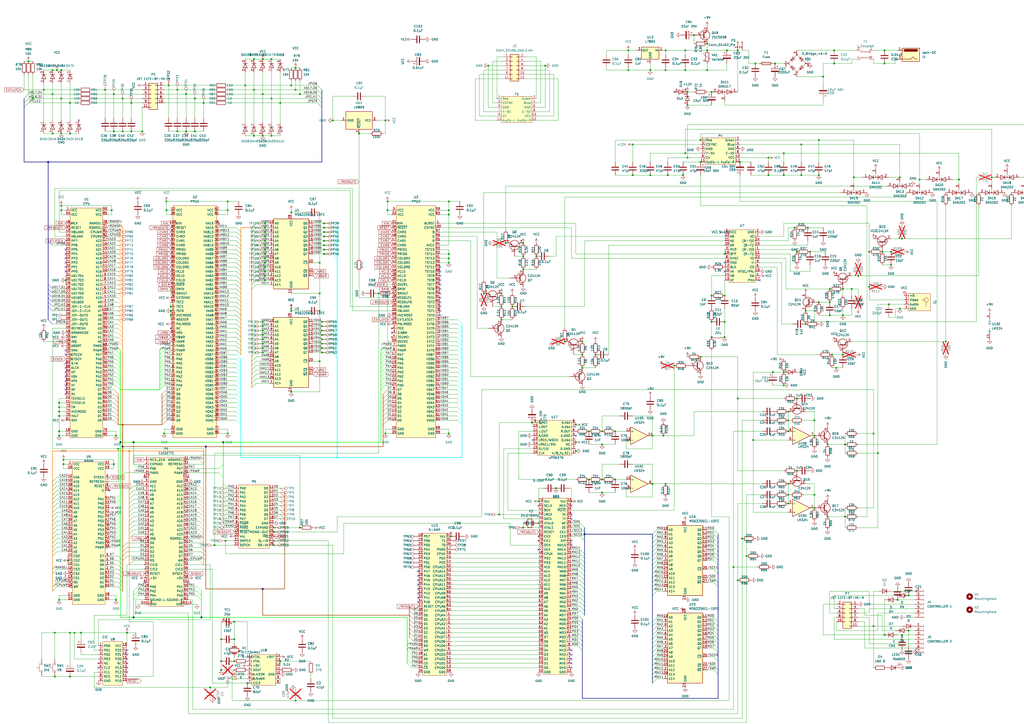
<source format=kicad_sch>
(kicad_sch (version 20250114) (generator "eeschema") (generator_version "9.0")
  (paper "A2")
  (lib_symbols
    (symbol "Amplifier_Operational:LM324" (pin_names (offset 0.127))
      (property "Reference" "U" (at 0 5.08 0))
      (property "Value" "LM324" (at 0 -5.08 0))
      (symbol "LM324_1_1"
        (pin input line (at -7.62 2.54 0) (length 2.54) (name "+") (number "3"))
        (pin input line (at -7.62 -2.54 0) (length 2.54) (name "-") (number "2"))
        (pin output line (at 7.62 0 180) (length 2.54) (name "~") (number "1"))
      )
      (symbol "LM324_2_1"
        (pin input line (at -7.62 2.54 0) (length 2.54) (name "+") (number "5"))
        (pin input line (at -7.62 -2.54 0) (length 2.54) (name "-") (number "6"))
        (pin output line (at 7.62 0 180) (length 2.54) (name "~") (number "7"))
      )
      (symbol "LM324_3_1"
        (pin input line (at -7.62 2.54 0) (length 2.54) (name "+") (number "10"))
        (pin input line (at -7.62 -2.54 0) (length 2.54) (name "-") (number "9"))
        (pin output line (at 7.62 0 180) (length 2.54) (name "~") (number "8"))
      )
      (symbol "LM324_4_1"
        (pin input line (at -7.62 2.54 0) (length 2.54) (name "+") (number "12"))
        (pin input line (at -7.62 -2.54 0) (length 2.54) (name "-") (number "13"))
        (pin output line (at 7.62 0 180) (length 2.54) (name "~") (number "14"))
      )
      (symbol "LM324_5_1"
        (pin power_in line (at -2.54 7.62 270) (length 3.81) (name "V+") (number "4"))
        (pin power_in line (at -2.54 -7.62 90) (length 3.81) (name "V-") (number "11"))
      )
    )
    (symbol "Connector:Conn_01x02_Pin" (pin_names (offset 1.016) (hide yes))
      (property "Reference" "J" (at 0 2.54 0))
      (property "Value" "Conn_01x02_Pin" (at 0 -5.08 0))
      (symbol "Conn_01x02_Pin_1_1"
        (pin passive line (at 5.08 0 180) (length 3.81) (name "Pin_1") (number "1"))
        (pin passive line (at 5.08 -2.54 180) (length 3.81) (name "Pin_2") (number "2"))
      )
    )
    (symbol "Connector:Conn_01x07_Socket" (pin_names (offset 1.016) (hide yes))
      (property "Reference" "J" (at 0 10.16 0))
      (property "Value" "Conn_01x07_Socket" (at 0 -10.16 0))
      (symbol "Conn_01x07_Socket_1_1"
        (pin passive line (at -5.08 7.62 0) (length 3.81) (name "Pin_1") (number "1"))
        (pin passive line (at -5.08 5.08 0) (length 3.81) (name "Pin_2") (number "2"))
        (pin passive line (at -5.08 2.54 0) (length 3.81) (name "Pin_3") (number "3"))
        (pin passive line (at -5.08 0 0) (length 3.81) (name "Pin_4") (number "4"))
        (pin passive line (at -5.08 -2.54 0) (length 3.81) (name "Pin_5") (number "5"))
        (pin passive line (at -5.08 -5.08 0) (length 3.81) (name "Pin_6") (number "6"))
        (pin passive line (at -5.08 -7.62 0) (length 3.81) (name "Pin_7") (number "7"))
      )
    )
    (symbol "Connector:Jack-DC" (pin_names (offset 1.016))
      (property "Reference" "J" (at 0 5.334 0))
      (property "Value" "Jack-DC" (at 0 -5.08 0))
      (symbol "Jack-DC_1_1"
        (pin passive line (at 7.62 2.54 180) (length 2.54) (name "~") (number "1"))
        (pin passive line (at 7.62 -2.54 180) (length 2.54) (name "~") (number "2"))
      )
    )
    (symbol "Connector:TestPoint" (pin_numbers (hide yes)) (pin_names (offset 0.762) (hide yes))
      (property "Reference" "TP" (at 0 6.858 0))
      (property "Value" "TestPoint" (at 0 5.08 0))
      (symbol "TestPoint_1_1"
        (pin passive line (at 0 0 90) (length 2.54) (name "1") (number "1"))
      )
    )
    (symbol "Connector_Generic:Conn_02x06_Odd_Even" (pin_names (offset 1.016) (hide yes))
      (property "Reference" "J" (at 1.27 7.62 0))
      (property "Value" "Conn_02x06_Odd_Even" (at 1.27 -10.16 0))
      (symbol "Conn_02x06_Odd_Even_1_1"
        (pin passive line (at -5.08 5.08 0) (length 3.81) (name "Pin_1") (number "1"))
        (pin passive line (at -5.08 2.54 0) (length 3.81) (name "Pin_3") (number "3"))
        (pin passive line (at -5.08 0 0) (length 3.81) (name "Pin_5") (number "5"))
        (pin passive line (at -5.08 -2.54 0) (length 3.81) (name "Pin_7") (number "7"))
        (pin passive line (at -5.08 -5.08 0) (length 3.81) (name "Pin_9") (number "9"))
        (pin passive line (at -5.08 -7.62 0) (length 3.81) (name "Pin_11") (number "11"))
        (pin passive line (at 7.62 5.08 180) (length 3.81) (name "Pin_2") (number "2"))
        (pin passive line (at 7.62 2.54 180) (length 3.81) (name "Pin_4") (number "4"))
        (pin passive line (at 7.62 0 180) (length 3.81) (name "Pin_6") (number "6"))
        (pin passive line (at 7.62 -2.54 180) (length 3.81) (name "Pin_8") (number "8"))
        (pin passive line (at 7.62 -5.08 180) (length 3.81) (name "Pin_10") (number "10"))
        (pin passive line (at 7.62 -7.62 180) (length 3.81) (name "Pin_12") (number "12"))
      )
    )
    (symbol "Connector_Generic:Conn_2Rows-11Pins" (pin_names (offset 1.016) (hide yes))
      (property "Reference" "J" (at 1.27 7.62 0))
      (property "Value" "Conn_2Rows-11Pins" (at 1.27 -10.16 0))
      (symbol "Conn_2Rows-11Pins_1_1"
        (pin passive line (at -5.08 5.08 0) (length 3.81) (name "Pin_1") (number "1"))
        (pin passive line (at -5.08 2.54 0) (length 3.81) (name "Pin_3") (number "3"))
        (pin passive line (at -5.08 0 0) (length 3.81) (name "Pin_5") (number "5"))
        (pin passive line (at -5.08 -2.54 0) (length 3.81) (name "Pin_7") (number "7"))
        (pin passive line (at -5.08 -5.08 0) (length 3.81) (name "Pin_9") (number "9"))
        (pin passive line (at -5.08 -7.62 0) (length 3.81) (name "Pin_11") (number "11"))
        (pin passive line (at 7.62 5.08 180) (length 3.81) (name "Pin_2") (number "2"))
        (pin passive line (at 7.62 2.54 180) (length 3.81) (name "Pin_4") (number "4"))
        (pin passive line (at 7.62 0 180) (length 3.81) (name "Pin_6") (number "6"))
        (pin passive line (at 7.62 -2.54 180) (length 3.81) (name "Pin_8") (number "8"))
        (pin passive line (at 7.62 -5.08 180) (length 3.81) (name "Pin_10") (number "10"))
      )
    )
    (symbol "Device:C" (pin_numbers (hide yes)) (pin_names (offset 0.254))
      (property "Reference" "C" (at 0.635 2.54 0))
      (property "Value" "C" (at 0.635 -2.54 0))
      (symbol "C_1_1"
        (pin passive line (at 0 3.81 270) (length 2.794) (name "~") (number "1"))
        (pin passive line (at 0 -3.81 90) (length 2.794) (name "~") (number "2"))
      )
    )
    (symbol "Device:C_Polarized" (pin_numbers (hide yes)) (pin_names (offset 0.254))
      (property "Reference" "C" (at 0.635 2.54 0))
      (property "Value" "C_Polarized" (at 0.635 -2.54 0))
      (symbol "C_Polarized_1_1"
        (pin passive line (at 0 3.81 270) (length 2.794) (name "~") (number "1"))
        (pin passive line (at 0 -3.81 90) (length 2.794) (name "~") (number "2"))
      )
    )
    (symbol "Device:C_Trim" (pin_numbers (hide yes)) (pin_names (offset 0.254) (hide yes))
      (property "Reference" "C" (at 1.524 -2.032 0))
      (property "Value" "C_Trim" (at 3.048 -3.556 0))
      (symbol "C_Trim_1_1"
        (pin passive line (at 0 3.81 270) (length 3.048) (name "~") (number "1"))
        (pin passive line (at 0 -3.81 90) (length 3.048) (name "~") (number "2"))
      )
    )
    (symbol "Device:Crystal" (pin_numbers (hide yes)) (pin_names (offset 1.016) (hide yes))
      (property "Reference" "Y" (at 0 3.81 0))
      (property "Value" "Crystal" (at 0 -3.81 0))
      (symbol "Crystal_1_1"
        (pin passive line (at -3.81 0 0) (length 1.27) (name "1") (number "1"))
        (pin passive line (at 3.81 0 180) (length 1.27) (name "2") (number "2"))
      )
    )
    (symbol "Device:D" (pin_numbers (hide yes)) (pin_names (offset 1.016) (hide yes))
      (property "Reference" "D" (at 0 2.54 0))
      (property "Value" "D" (at 0 -2.54 0))
      (symbol "D_1_1"
        (pin passive line (at -3.81 0 0) (length 2.54) (name "K") (number "1"))
        (pin passive line (at 3.81 0 180) (length 2.54) (name "A") (number "2"))
      )
    )
    (symbol "Device:D_Bridge_+A-A" (pin_names (offset 0))
      (property "Reference" "D" (at 2.54 6.985 0))
      (property "Value" "D_Bridge_+A-A" (at 2.54 5.08 0))
      (symbol "D_Bridge_+A-A_1_1"
        (pin passive line (at -7.62 0 0) (length 2.54) (name "-") (number "3"))
        (pin passive line (at 0 7.62 270) (length 2.54) (name "~") (number "4"))
        (pin passive line (at 0 -7.62 90) (length 2.54) (name "~") (number "2"))
        (pin passive line (at 7.62 0 180) (length 2.54) (name "+") (number "1"))
      )
    )
    (symbol "Device:D_Dual_CommonAnode_KKA_Split" (pin_names (offset 0.762) (hide yes))
      (property "Reference" "D" (at 0 2.54 0))
      (property "Value" "D_Dual_CommonAnode_KKA_Split" (at 0 -2.54 0))
      (symbol "D_Dual_CommonAnode_KKA_Split_0_1"
        (pin passive line (at -3.81 0 0) (length 2.54) (name "A") (number "3"))
      )
      (symbol "D_Dual_CommonAnode_KKA_Split_1_1"
        (pin passive line (at 3.81 0 180) (length 2.54) (name "K") (number "1"))
      )
      (symbol "D_Dual_CommonAnode_KKA_Split_2_1"
        (pin passive line (at 3.81 0 180) (length 2.54) (name "K") (number "2"))
      )
    )
    (symbol "Device:D_Dual_CommonCathode_AAK" (pin_names (offset 0.762) (hide yes))
      (property "Reference" "D" (at 1.27 -2.54 0))
      (property "Value" "D_Dual_CommonCathode_AAK" (at 0 2.54 0))
      (symbol "D_Dual_CommonCathode_AAK_0_1"
        (pin passive line (at -7.62 0 0) (length 3.81) (name "A") (number "1"))
        (pin passive line (at 0 -5.08 90) (length 2.54) (name "K") (number "3"))
        (pin passive line (at 7.62 0 180) (length 3.81) (name "A") (number "2"))
      )
    )
    (symbol "Device:D_Dual_CommonCathode_AAK_Split" (pin_names (offset 0.762) (hide yes))
      (property "Reference" "D" (at 0 2.54 0))
      (property "Value" "D_Dual_CommonCathode_AAK_Split" (at 0 -2.54 0))
      (symbol "D_Dual_CommonCathode_AAK_Split_0_1"
        (pin passive line (at 3.81 0 180) (length 2.54) (name "K") (number "3"))
      )
      (symbol "D_Dual_CommonCathode_AAK_Split_1_1"
        (pin passive line (at -3.81 0 0) (length 2.54) (name "A") (number "1"))
      )
      (symbol "D_Dual_CommonCathode_AAK_Split_2_1"
        (pin passive line (at -3.81 0 0) (length 2.54) (name "K") (number "2"))
      )
    )
    (symbol "Device:D_Dual_Series_KAC" (pin_names (offset 0.762) (hide yes))
      (property "Reference" "D" (at 1.27 -2.54 0))
      (property "Value" "D_Dual_Series_KAC" (at 0 2.54 0))
      (symbol "D_Dual_Series_KAC_0_1"
        (pin passive line (at -7.62 0 0) (length 3.81) (name "A") (number "2"))
        (pin passive line (at 0 -5.08 90) (length 2.54) (name "common") (number "3"))
        (pin passive line (at 7.62 0 180) (length 3.81) (name "K") (number "1"))
      )
    )
    (symbol "Device:D_Zener_Dual_CommonCathode_AAK_Split" (pin_names (offset 0.762) (hide yes))
      (property "Reference" "D" (at 0 2.54 0))
      (property "Value" "D_Zener_Dual_CommonCathode_AAK_Split" (at 0 -2.54 0))
      (symbol "D_Zener_Dual_CommonCathode_AAK_Split_0_1"
        (pin passive line (at 3.81 0 180) (length 2.54) (name "K") (number "3"))
      )
      (symbol "D_Zener_Dual_CommonCathode_AAK_Split_1_1"
        (pin passive line (at -3.81 0 0) (length 2.54) (name "A") (number "1"))
      )
      (symbol "D_Zener_Dual_CommonCathode_AAK_Split_2_1"
        (pin passive line (at -3.81 0 0) (length 2.54) (name "K") (number "2"))
      )
    )
    (symbol "Device:Fuse" (pin_numbers (hide yes)) (pin_names (offset 0))
      (property "Reference" "F" (at 2.032 0 90))
      (property "Value" "Fuse" (at -1.905 0 90))
      (symbol "Fuse_1_1"
        (pin passive line (at 0 3.81 270) (length 1.27) (name "~") (number "1"))
        (pin passive line (at 0 -3.81 90) (length 1.27) (name "~") (number "2"))
      )
    )
    (symbol "Device:L" (pin_numbers (hide yes)) (pin_names (offset 1.016) (hide yes))
      (property "Reference" "L" (at -1.27 0 90))
      (property "Value" "L" (at 1.905 0 90))
      (symbol "L_1_1"
        (pin passive line (at 0 3.81 270) (length 1.27) (name "1") (number "1"))
        (pin passive line (at 0 -3.81 90) (length 1.27) (name "2") (number "2"))
      )
    )
    (symbol "Device:LED" (pin_numbers (hide yes)) (pin_names (offset 1.016) (hide yes))
      (property "Reference" "D" (at 0 2.54 0))
      (property "Value" "LED" (at 0 -2.54 0))
      (symbol "LED_1_1"
        (pin passive line (at -3.81 0 0) (length 2.54) (name "K") (number "1"))
        (pin passive line (at 3.81 0 180) (length 2.54) (name "A") (number "2"))
      )
    )
    (symbol "Device:L_Coupled_1324" (pin_names (offset 0.254) (hide yes))
      (property "Reference" "L" (at 0 4.445 0))
      (property "Value" "L_Coupled_1324" (at 0 -4.445 0))
      (symbol "L_Coupled_1324_1_1"
        (pin passive line (at -5.08 2.54 0) (length 2.54) (name "1") (number "1"))
        (pin passive line (at -5.08 -2.54 0) (length 2.54) (name "2") (number "2"))
        (pin passive line (at 5.08 2.54 180) (length 2.54) (name "3") (number "3"))
        (pin passive line (at 5.08 -2.54 180) (length 2.54) (name "4") (number "4"))
      )
    )
    (symbol "Device:Q_NPN_BEC" (pin_names (offset 0) (hide yes))
      (property "Reference" "Q" (at 5.08 1.27 0))
      (property "Value" "Q_NPN_BEC" (at 5.08 -1.27 0))
      (symbol "Q_NPN_BEC_1_1"
        (pin input line (at -5.08 0 0) (length 5.715) (name "B") (number "1"))
        (pin passive line (at 2.54 5.08 270) (length 2.54) (name "C") (number "3"))
        (pin passive line (at 2.54 -5.08 90) (length 2.54) (name "E") (number "2"))
      )
    )
    (symbol "Device:R" (pin_numbers (hide yes)) (pin_names (offset 0))
      (property "Reference" "R" (at 2.032 0 90))
      (property "Value" "R" (at 0 0 90))
      (symbol "R_1_1"
        (pin passive line (at 0 3.81 270) (length 1.27) (name "~") (number "1"))
        (pin passive line (at 0 -3.81 90) (length 1.27) (name "~") (number "2"))
      )
    )
    (symbol "Device:Varistor" (pin_numbers (hide yes)) (pin_names (offset 0))
      (property "Reference" "RV" (at 3.175 0 90))
      (property "Value" "Varistor" (at -3.175 0 90))
      (symbol "Varistor_0_0"
        (text "U" (at -1.778 -2.032 0) (effects (font (size 1.27 1.27))))
      )
      (symbol "Varistor_1_1"
        (pin passive line (at 0 3.81 270) (length 1.27) (name "~") (number "1"))
        (pin passive line (at 0 -3.81 90) (length 1.27) (name "~") (number "2"))
      )
    )
    (symbol "Mechanical:MountingHole" (pin_names (offset 1.016)) (exclude_from_sim yes) (in_bom no)
      (property "Reference" "H" (at 0 5.08 0))
      (property "Value" "MountingHole" (at 0 3.175 0))
    )
    (symbol "Memory_RAM:KM62256CLP"
      (property "Reference" "U" (at -10.16 20.955 0))
      (property "Value" "KM62256CLP" (at 2.54 20.955 0))
      (symbol "KM62256CLP_0_0"
        (pin power_in line (at 0 22.86 270) (length 2.54) (name "VCC") (number "28"))
        (pin power_in line (at 0 -22.86 90) (length 2.54) (name "GND") (number "14"))
      )
      (symbol "KM62256CLP_1_1"
        (pin input line (at -12.7 17.78 0) (length 2.54) (name "A0") (number "10"))
        (pin input line (at -12.7 15.24 0) (length 2.54) (name "A1") (number "9"))
        (pin input line (at -12.7 12.7 0) (length 2.54) (name "A2") (number "8"))
        (pin input line (at -12.7 10.16 0) (length 2.54) (name "A3") (number "7"))
        (pin input line (at -12.7 7.62 0) (length 2.54) (name "A4") (number "6"))
        (pin input line (at -12.7 5.08 0) (length 2.54) (name "A5") (number "5"))
        (pin input line (at -12.7 2.54 0) (length 2.54) (name "A6") (number "4"))
        (pin input line (at -12.7 0 0) (length 2.54) (name "A7") (number "3"))
        (pin input line (at -12.7 -2.54 0) (length 2.54) (name "A8") (number "25"))
        (pin input line (at -12.7 -5.08 0) (length 2.54) (name "A9") (number "24"))
        (pin input line (at -12.7 -7.62 0) (length 2.54) (name "A10") (number "21"))
        (pin input line (at -12.7 -10.16 0) (length 2.54) (name "A11") (number "23"))
        (pin input line (at -12.7 -12.7 0) (length 2.54) (name "A12") (number "2"))
        (pin input line (at -12.7 -15.24 0) (length 2.54) (name "A13") (number "26"))
        (pin input line (at -12.7 -17.78 0) (length 2.54) (name "A14") (number "1"))
        (pin tri_state line (at 12.7 17.78 180) (length 2.54) (name "Q0") (number "11"))
        (pin tri_state line (at 12.7 15.24 180) (length 2.54) (name "Q1") (number "12"))
        (pin tri_state line (at 12.7 12.7 180) (length 2.54) (name "Q2") (number "13"))
        (pin tri_state line (at 12.7 10.16 180) (length 2.54) (name "Q3") (number "15"))
        (pin tri_state line (at 12.7 7.62 180) (length 2.54) (name "Q4") (number "16"))
        (pin tri_state line (at 12.7 5.08 180) (length 2.54) (name "Q5") (number "17"))
        (pin tri_state line (at 12.7 2.54 180) (length 2.54) (name "Q6") (number "18"))
        (pin tri_state line (at 12.7 0 180) (length 2.54) (name "Q7") (number "19"))
        (pin input line (at 12.7 -5.08 180) (length 2.54) (name "~{CS}") (number "20"))
        (pin input line (at 12.7 -10.16 180) (length 2.54) (name "~{OE}") (number "22"))
        (pin input line (at 12.7 -12.7 180) (length 2.54) (name "~{WE}") (number "27"))
      )
    )
    (symbol "Power_Supervisor:LM809"
      (property "Reference" "U" (at 2.54 12.7 0))
      (property "Value" "LM809" (at 5.08 10.16 0))
      (symbol "LM809_1_1"
        (pin power_in line (at 0 10.16 270) (length 2.54) (name "VCC") (number "3"))
        (pin power_in line (at 0 -10.16 90) (length 2.54) (name "GND") (number "1"))
        (pin output line (at 7.62 0 180) (length 2.54) (name "~{RESET}") (number "2"))
      )
    )
    (symbol "Regulator_Linear:L7805" (pin_names (offset 0.254))
      (property "Reference" "U" (at -3.81 3.175 0))
      (property "Value" "L7805" (at 0 3.175 0))
      (symbol "L7805_1_1"
        (pin power_in line (at -7.62 0 0) (length 2.54) (name "IN") (number "1"))
        (pin power_in line (at 0 -7.62 90) (length 2.54) (name "GND") (number "2"))
        (pin power_out line (at 7.62 0 180) (length 2.54) (name "OUT") (number "3"))
      )
    )
    (symbol "SNES_Library:AVOUT"
      (property "Reference" "P" (at 0 2.54 0))
      (symbol "AVOUT_0_0"
        (pin unspecified line (at -11.43 0 0) (length 2.54) (name "Red") (number "1"))
        (pin unspecified line (at -11.43 -2.54 0) (length 2.54) (name "CSYNC") (number "3"))
        (pin unspecified line (at -11.43 -5.08 0) (length 2.54) (name "GND") (number "5"))
        (pin unspecified line (at -11.43 -7.62 0) (length 2.54) (name "Y-SV") (number "7"))
        (pin unspecified line (at -11.43 -10.16 0) (length 2.54) (name "CV") (number "9"))
        (pin unspecified line (at -11.43 -12.7 0) (length 2.54) (name "Audio-L") (number "11"))
        (pin unspecified line (at 11.43 0 180) (length 2.54) (name "Green") (number "2"))
        (pin unspecified line (at 11.43 -2.54 180) (length 2.54) (name "Blue") (number "4"))
        (pin unspecified line (at 11.43 -5.08 180) (length 2.54) (name "GND") (number "6"))
        (pin unspecified line (at 11.43 -7.62 180) (length 2.54) (name "C-SV") (number "8"))
        (pin unspecified line (at 11.43 -10.16 180) (length 2.54) (name "VCC") (number "10"))
        (pin unspecified line (at 11.43 -12.7 180) (length 2.54) (name "Audio-R") (number "12"))
      )
    )
    (symbol "SNES_Library:CASSETTE"
      (property "Reference" "P" (at 0 2.54 0))
      (property "Value" "CASSETTE" (at 0 0 0))
      (symbol "CASSETTE_0_0"
        (pin unspecified line (at -15.24 -7.62 0) (length 2.54) (name "MCK_21M") (number "1"))
        (pin unspecified line (at -15.24 -10.16 0) (length 2.54) (name "EXPAND") (number "2"))
        (pin unspecified line (at -15.24 -12.7 0) (length 2.54) (name "PA6") (number "3"))
        (pin unspecified inverted (at -15.24 -15.24 0) (length 2.54) (name "PARD") (number "4"))
        (pin free line (at -15.24 -17.78 0) (length 2.54) (name "") (number "KEY"))
        (pin power_in line (at -15.24 -20.32 0) (length 2.54) (name "GND") (number "5"))
        (pin input line (at -15.24 -22.86 0) (length 2.54) (name "A11") (number "6"))
        (pin input line (at -15.24 -25.4 0) (length 2.54) (name "A10") (number "7"))
        (pin input line (at -15.24 -27.94 0) (length 2.54) (name "A9") (number "8"))
        (pin input line (at -15.24 -30.48 0) (length 2.54) (name "A8") (number "9"))
        (pin input line (at -15.24 -33.02 0) (length 2.54) (name "A7") (number "10"))
        (pin input line (at -15.24 -35.56 0) (length 2.54) (name "A6") (number "11"))
        (pin input line (at -15.24 -38.1 0) (length 2.54) (name "A5") (number "12"))
        (pin input line (at -15.24 -40.64 0) (length 2.54) (name "A4") (number "13"))
        (pin input line (at -15.24 -43.18 0) (length 2.54) (name "A3") (number "14"))
        (pin input line (at -15.24 -45.72 0) (length 2.54) (name "A2") (number "15"))
        (pin input line (at -15.24 -48.26 0) (length 2.54) (name "A1") (number "16"))
        (pin input line (at -15.24 -50.8 0) (length 2.54) (name "A0") (number "17"))
        (pin unspecified inverted (at -15.24 -53.34 0) (length 2.54) (name "IRQ") (number "18"))
        (pin bidirectional line (at -15.24 -55.88 0) (length 2.54) (name "D0") (number "19"))
        (pin bidirectional line (at -15.24 -58.42 0) (length 2.54) (name "D1") (number "20"))
        (pin bidirectional line (at -15.24 -60.96 0) (length 2.54) (name "D2") (number "21"))
        (pin bidirectional line (at -15.24 -63.5 0) (length 2.54) (name "D3") (number "22"))
        (pin unspecified line (at -15.24 -66.04 0) (length 2.54) (name "RD") (number "23"))
        (pin unspecified line (at -15.24 -68.58 0) (length 2.54) (name "CIC0") (number "24"))
        (pin unspecified line (at -15.24 -71.12 0) (length 2.54) (name "CIC2") (number "25"))
        (pin unspecified line (at -15.24 -73.66 0) (length 2.54) (name "RESET") (number "26"))
        (pin power_in line (at -15.24 -76.2 0) (length 2.54) (name "+5V") (number "27"))
        (pin unspecified line (at -15.24 -78.74 0) (length 2.54) (name "") (number "KEY"))
        (pin unspecified line (at -15.24 -81.28 0) (length 2.54) (name "PA0") (number "28"))
        (pin unspecified line (at -15.24 -83.82 0) (length 2.54) (name "PA2") (number "29"))
        (pin unspecified line (at -15.24 -86.36 0) (length 2.54) (name "PA4") (number "30"))
        (pin output line (at -15.24 -88.9 0) (length 2.54) (name "SOUND-L") (number "31"))
        (pin power_in line (at -15.24 -91.44 0) (length 2.54) (name "GND") (number "SHIELD"))
        (pin unspecified inverted (at 10.16 -7.62 180) (length 2.54) (name "WRAMSEL") (number "32"))
        (pin unspecified line (at 10.16 -10.16 180) (length 2.54) (name "REFRESH") (number "33"))
        (pin unspecified line (at 10.16 -12.7 180) (length 2.54) (name "PA7") (number "34"))
        (pin unspecified inverted (at 10.16 -15.24 180) (length 2.54) (name "PAWR") (number "35"))
        (pin free line (at 10.16 -17.78 180) (length 2.54) (name "") (number "KEY"))
        (pin power_in line (at 10.16 -20.32 180) (length 2.54) (name "GND") (number "36"))
        (pin input line (at 10.16 -22.86 180) (length 2.54) (name "A12") (number "37"))
        (pin input line (at 10.16 -25.4 180) (length 2.54) (name "A13") (number "38"))
        (pin input line (at 10.16 -27.94 180) (length 2.54) (name "A14") (number "39"))
        (pin input line (at 10.16 -30.48 180) (length 2.54) (name "A15") (number "40"))
        (pin input line (at 10.16 -33.02 180) (length 2.54) (name "A16") (number "41"))
        (pin input line (at 10.16 -35.56 180) (length 2.54) (name "A17") (number "42"))
        (pin input line (at 10.16 -38.1 180) (length 2.54) (name "A18") (number "43"))
        (pin input line (at 10.16 -40.64 180) (length 2.54) (name "A19") (number "44"))
        (pin input line (at 10.16 -43.18 180) (length 2.54) (name "A20") (number "45"))
        (pin input line (at 10.16 -45.72 180) (length 2.54) (name "A21") (number "46"))
        (pin input line (at 10.16 -48.26 180) (length 2.54) (name "A22") (number "47"))
        (pin input line (at 10.16 -50.8 180) (length 2.54) (name "A23") (number "48"))
        (pin unspecified inverted (at 10.16 -53.34 180) (length 2.54) (name "ROMSEL") (number "49"))
        (pin bidirectional line (at 10.16 -55.88 180) (length 2.54) (name "D4") (number "50"))
        (pin bidirectional line (at 10.16 -58.42 180) (length 2.54) (name "D5") (number "51"))
        (pin bidirectional line (at 10.16 -60.96 180) (length 2.54) (name "D6") (number "52"))
        (pin bidirectional line (at 10.16 -63.5 180) (length 2.54) (name "D7") (number "53"))
        (pin unspecified inverted (at 10.16 -66.04 180) (length 2.54) (name "WR") (number "54"))
        (pin unspecified line (at 10.16 -68.58 180) (length 2.54) (name "CIC1") (number "55"))
        (pin unspecified line (at 10.16 -71.12 180) (length 2.54) (name "CIC3") (number "56"))
        (pin unspecified line (at 10.16 -73.66 180) (length 2.54) (name "SYSCK") (number "57"))
        (pin power_in line (at 10.16 -76.2 180) (length 2.54) (name "+5V") (number "58"))
        (pin unspecified line (at 10.16 -78.74 180) (length 2.54) (name "") (number "KEY"))
        (pin unspecified line (at 10.16 -81.28 180) (length 2.54) (name "PA1") (number "59"))
        (pin unspecified line (at 10.16 -83.82 180) (length 2.54) (name "PA3") (number "60"))
        (pin unspecified line (at 10.16 -86.36 180) (length 2.54) (name "PA5") (number "61"))
        (pin output line (at 10.16 -88.9 180) (length 2.54) (name "SOUND-R") (number "62"))
        (pin power_in line (at 10.16 -91.44 180) (length 2.54) (name "GND") (number "SHIELD"))
      )
    )
    (symbol "SNES_Library:CIC"
      (property "Reference" "U" (at -5.08 13.97 0))
      (symbol "CIC_0_0"
        (pin no_connect line (at -8.89 -1.27 0) (length 2.54) (name "NC") (number "5"))
        (pin unspecified line (at -8.89 -3.81 0) (length 2.54) (name "CL2") (number "6"))
        (pin power_in line (at -8.89 -11.43 0) (length 2.54) (name "GND") (number "9"))
        (pin power_in line (at 7.62 8.89 180) (length 2.54) (name "VCC") (number "18"))
        (pin unspecified line (at 7.62 6.35 180) (length 2.54) (name "P22") (number "17"))
        (pin unspecified line (at 7.62 3.81 180) (length 2.54) (name "P21") (number "16"))
        (pin unspecified line (at 7.62 1.27 180) (length 2.54) (name "P20") (number "15"))
        (pin no_connect line (at 7.62 -1.27 180) (length 2.54) (name "NC") (number "14"))
        (pin unspecified line (at 7.62 -3.81 180) (length 2.54) (name "P13") (number "13"))
        (pin unspecified line (at 7.62 -6.35 180) (length 2.54) (name "P12") (number "12"))
      )
      (symbol "CIC_1_0"
        (pin bidirectional line (at -8.89 8.89 0) (length 2.54) (name "P00") (number "1"))
        (pin bidirectional line (at -8.89 6.35 0) (length 2.54) (name "P01") (number "2"))
        (pin input line (at -8.89 3.81 0) (length 2.54) (name "P02") (number "3"))
        (pin input line (at -8.89 1.27 0) (length 2.54) (name "P03") (number "4"))
        (pin input line (at -8.89 -6.35 0) (length 2.54) (name "CL1") (number "7"))
        (pin input line (at -8.89 -8.89 0) (length 2.54) (name "RES") (number "8"))
        (pin output line (at 7.62 -8.89 180) (length 2.54) (name "P11") (number "11"))
        (pin output line (at 7.62 -11.43 180) (length 2.54) (name "P10") (number "10"))
      )
    )
    (symbol "SNES_Library:CPU"
      (property "Reference" "U" (at 0 5.08 0))
      (property "Value" "CPU" (at 0 2.54 0))
      (symbol "CPU_0_0"
        (pin power_in line (at -11.43 0 0) (length 2.54) (name "VCC") (number "1"))
        (pin power_in line (at -11.43 -2.54 0) (length 2.54) (name "VCC") (number "34"))
        (pin input clock (at -11.43 -7.62 0) (length 2.54) (name "MCK") (number "48"))
        (pin input inverted (at -11.43 -10.16 0) (length 2.54) (name "RESET") (number "50"))
        (pin input line (at -11.43 -12.7 0) (length 2.54) (name "HBLANK") (number "43"))
        (pin input line (at -11.43 -15.24 0) (length 2.54) (name "VBLANK") (number "44"))
        (pin output line (at -11.43 -55.88 0) (length 2.54) (name "JOY-1-CLK") (number "36"))
        (pin output line (at -11.43 -58.42 0) (length 2.54) (name "JOY-2-CLK") (number "35"))
        (pin output line (at -11.43 -68.58 0) (length 2.54) (name "REFRESH") (number "40"))
        (pin input inverted (at -11.43 -71.12 0) (length 2.54) (name "DRAMMODE") (number "49"))
        (pin input inverted (at -11.43 -73.66 0) (length 2.54) (name "NMI") (number "45"))
        (pin input inverted (at -11.43 -76.2 0) (length 2.54) (name "IRQ") (number "46"))
        (pin input inverted (at -11.43 -78.74 0) (length 2.54) (name "ABORT") (number "76"))
        (pin output clock (at -11.43 -83.82 0) (length 2.54) (name "CPUCK") (number "71"))
        (pin output clock (at -11.43 -86.36 0) (length 2.54) (name "SYSCK") (number "72"))
        (pin output line (at 12.7 -17.78 180) (length 2.54) (name "A23") (number "17"))
        (pin output line (at 12.7 -20.32 180) (length 2.54) (name "A22") (number "16"))
        (pin output line (at 12.7 -22.86 180) (length 2.54) (name "A21") (number "15"))
        (pin output line (at 12.7 -25.4 180) (length 2.54) (name "A20") (number "14"))
        (pin output line (at 12.7 -27.94 180) (length 2.54) (name "A19") (number "13"))
        (pin output line (at 12.7 -30.48 180) (length 2.54) (name "A18") (number "12"))
        (pin output line (at 12.7 -33.02 180) (length 2.54) (name "A17") (number "11"))
        (pin output line (at 12.7 -35.56 180) (length 2.54) (name "A16") (number "10"))
        (pin output line (at 12.7 -38.1 180) (length 2.54) (name "A15") (number "9"))
        (pin output line (at 12.7 -40.64 180) (length 2.54) (name "A14") (number "8"))
        (pin output line (at 12.7 -43.18 180) (length 2.54) (name "A13") (number "7"))
        (pin output line (at 12.7 -45.72 180) (length 2.54) (name "A12") (number "6"))
        (pin output line (at 12.7 -48.26 180) (length 2.54) (name "A11") (number "5"))
        (pin output line (at 12.7 -50.8 180) (length 2.54) (name "A10") (number "4"))
        (pin output line (at 12.7 -53.34 180) (length 2.54) (name "A9") (number "3"))
        (pin output line (at 12.7 -55.88 180) (length 2.54) (name "A8") (number "2"))
        (pin output line (at 12.7 -58.42 180) (length 2.54) (name "A7") (number "100"))
        (pin output line (at 12.7 -60.96 180) (length 2.54) (name "A6") (number "99"))
        (pin output line (at 12.7 -63.5 180) (length 2.54) (name "A5") (number "98"))
        (pin output line (at 12.7 -66.04 180) (length 2.54) (name "A4") (number "97"))
        (pin output line (at 12.7 -68.58 180) (length 2.54) (name "A3") (number "96"))
        (pin output line (at 12.7 -71.12 180) (length 2.54) (name "A2") (number "95"))
        (pin output line (at 12.7 -73.66 180) (length 2.54) (name "A1") (number "94"))
        (pin output line (at 12.7 -76.2 180) (length 2.54) (name "A0") (number "93"))
        (pin output inverted (at 12.7 -81.28 180) (length 2.54) (name "PAWR") (number "69"))
        (pin output line (at 12.7 -83.82 180) (length 2.54) (name "PA7") (number "58"))
        (pin output line (at 12.7 -86.36 180) (length 2.54) (name "PA6") (number "57"))
        (pin output line (at 12.7 -88.9 180) (length 2.54) (name "PA5") (number "56"))
        (pin output line (at 12.7 -91.44 180) (length 2.54) (name "PA4") (number "55"))
        (pin output line (at 12.7 -93.98 180) (length 2.54) (name "PA3") (number "54"))
        (pin output line (at 12.7 -96.52 180) (length 2.54) (name "PA2") (number "53"))
        (pin output line (at 12.7 -99.06 180) (length 2.54) (name "PA1") (number "52"))
        (pin output line (at 12.7 -101.6 180) (length 2.54) (name "PA0") (number "51"))
        (pin bidirectional line (at 12.7 -104.14 180) (length 2.54) (name "D7") (number "67"))
        (pin bidirectional line (at 12.7 -106.68 180) (length 2.54) (name "D6") (number "66"))
        (pin bidirectional line (at 12.7 -109.22 180) (length 2.54) (name "D5") (number "65"))
        (pin bidirectional line (at 12.7 -111.76 180) (length 2.54) (name "D4") (number "64"))
        (pin bidirectional line (at 12.7 -114.3 180) (length 2.54) (name "D3") (number "63"))
        (pin bidirectional line (at 12.7 -116.84 180) (length 2.54) (name "D2") (number "62"))
        (pin bidirectional line (at 12.7 -119.38 180) (length 2.54) (name "D1") (number "61"))
        (pin bidirectional line (at 12.7 -121.92 180) (length 2.54) (name "D0") (number "60"))
        (pin power_in line (at 12.7 -128.27 180) (length 2.54) (name "GND") (number "79"))
        (pin power_in line (at 12.7 -130.81 180) (length 2.54) (name "GND") (number "90"))
      )
      (symbol "CPU_1_0"
        (pin bidirectional line (at -11.43 -17.78 0) (length 2.54) (name "PP7") (number "26"))
        (pin bidirectional line (at -11.43 -20.32 0) (length 2.54) (name "PP6") (number "25"))
        (pin bidirectional line (at -11.43 -22.86 0) (length 2.54) (name "PP5") (number "24"))
        (pin bidirectional line (at -11.43 -25.4 0) (length 2.54) (name "PP4") (number "23"))
        (pin bidirectional line (at -11.43 -27.94 0) (length 2.54) (name "PP3") (number "22"))
        (pin bidirectional line (at -11.43 -30.48 0) (length 2.54) (name "PP2") (number "21"))
        (pin bidirectional line (at -11.43 -33.02 0) (length 2.54) (name "PP1") (number "20"))
        (pin bidirectional line (at -11.43 -35.56 0) (length 2.54) (name "PP0") (number "19"))
        (pin input line (at -11.43 -38.1 0) (length 2.54) (name "4017D4") (number "31"))
        (pin input line (at -11.43 -40.64 0) (length 2.54) (name "4017D3") (number "30"))
        (pin input line (at -11.43 -43.18 0) (length 2.54) (name "4017D2") (number "29"))
        (pin input line (at -11.43 -45.72 0) (length 2.54) (name "4017D1") (number "28"))
        (pin input line (at -11.43 -48.26 0) (length 2.54) (name "4017D0") (number "27"))
        (pin input line (at -11.43 -50.8 0) (length 2.54) (name "4016D1") (number "33"))
        (pin input line (at -11.43 -53.34 0) (length 2.54) (name "4016D0") (number "32"))
        (pin output line (at -11.43 -60.96 0) (length 2.54) (name "JOY-OUT2") (number "39"))
        (pin output line (at -11.43 -63.5 0) (length 2.54) (name "JOY-OUT1") (number "38"))
        (pin output line (at -11.43 -66.04 0) (length 2.54) (name "JOY-OUT0") (number "37"))
        (pin output inverted (at -11.43 -81.28 0) (length 2.54) (name "DMA") (number "70"))
        (pin output line (at -11.43 -88.9 0) (length 2.54) (name "R/W") (number "80"))
        (pin output line (at -11.43 -91.44 0) (length 2.54) (name "ALCK") (number "88"))
        (pin output line (at -11.43 -93.98 0) (length 2.54) (name "VP") (number "89"))
        (pin output line (at -11.43 -96.52 0) (length 2.54) (name "VDA") (number "87"))
        (pin output line (at -11.43 -99.06 0) (length 2.54) (name "VPA") (number "86"))
        (pin output line (at -11.43 -101.6 0) (length 2.54) (name "XF") (number "84"))
        (pin output line (at -11.43 -104.14 0) (length 2.54) (name "MF") (number "83"))
        (pin output line (at -11.43 -106.68 0) (length 2.54) (name "ML") (number "82"))
        (pin input line (at -11.43 -109.22 0) (length 2.54) (name "TCKSEL1") (number "42"))
        (pin input line (at -11.43 -111.76 0) (length 2.54) (name "TCKSEL0") (number "41"))
        (pin input line (at -11.43 -114.3 0) (length 2.54) (name "TM") (number "73"))
        (pin input line (at -11.43 -116.84 0) (length 2.54) (name "HVCMODE") (number "74"))
        (pin input line (at -11.43 -119.38 0) (length 2.54) (name "HALT") (number "75"))
        (pin input line (at -11.43 -121.92 0) (length 2.54) (name "RDY") (number "81"))
        (pin power_in line (at -11.43 -128.27 0) (length 2.54) (name "GND") (number "18"))
        (pin power_in line (at -11.43 -130.81 0) (length 2.54) (name "GND") (number "47"))
        (pin power_in line (at 12.7 0 180) (length 2.54) (name "VCC") (number "59"))
        (pin power_in line (at 12.7 -2.54 180) (length 2.54) (name "VCC") (number "85"))
        (pin output inverted (at 12.7 -7.62 180) (length 2.54) (name "RAMSEL") (number "78"))
        (pin output inverted (at 12.7 -10.16 180) (length 2.54) (name "ROMSEL") (number "77"))
        (pin output inverted (at 12.7 -12.7 180) (length 2.54) (name "CPUWR") (number "91"))
        (pin output inverted (at 12.7 -15.24 180) (length 2.54) (name "CPURD") (number "92"))
        (pin output inverted (at 12.7 -78.74 180) (length 2.54) (name "PARD") (number "68"))
      )
    )
    (symbol "SNES_Library:ENC"
      (property "Reference" "U" (at -10.16 12.7 0))
      (symbol "ENC_0_0"
        (pin unspecified line (at -10.16 12.7 0) (length 2.54) (name "VCC") (number "5"))
        (pin unspecified line (at -10.16 10.16 0) (length 2.54) (name "AB") (number "22"))
        (pin unspecified line (at -10.16 7.62 0) (length 2.54) (name "AG") (number "21"))
        (pin unspecified line (at -10.16 5.08 0) (length 2.54) (name "AR") (number "20"))
        (pin unspecified line (at -10.16 2.54 0) (length 2.54) (name "PCP") (number "3"))
        (pin unspecified line (at -10.16 0 0) (length 2.54) (name "BFP") (number "16"))
        (pin unspecified line (at -10.16 -2.54 0) (length 2.54) (name "SYNC") (number "8"))
        (pin unspecified line (at -10.16 -5.08 0) (length 2.54) (name "PDO") (number "18"))
        (pin unspecified line (at -10.16 -7.62 0) (length 2.54) (name "BLA") (number "12"))
        (pin unspecified line (at -10.16 -10.16 0) (length 2.54) (name "VA") (number "15"))
        (pin unspecified line (at -10.16 -12.7 0) (length 2.54) (name "VB") (number "14"))
        (pin unspecified line (at -10.16 -15.24 0) (length 2.54) (name "VC") (number "13"))
        (pin unspecified line (at 10.16 12.7 180) (length 2.54) (name "GND") (number "2"))
        (pin unspecified line (at 10.16 10.16 180) (length 2.54) (name "VO") (number "7"))
        (pin unspecified line (at 10.16 7.62 180) (length 2.54) (name "(B-Y)O") (number "24"))
        (pin unspecified line (at 10.16 5.08 180) (length 2.54) (name "(B-Y)I") (number "10"))
        (pin unspecified line (at 10.16 2.54 180) (length 2.54) (name "(R-Y)O") (number "1"))
        (pin unspecified line (at 10.16 0 180) (length 2.54) (name "(R-Y)I") (number "11"))
        (pin unspecified line (at 10.16 -2.54 180) (length 2.54) (name "YO") (number "23"))
        (pin unspecified line (at 10.16 -5.08 180) (length 2.54) (name "YI") (number "9"))
        (pin unspecified line (at 10.16 -7.62 180) (length 2.54) (name "CO") (number "6"))
        (pin unspecified line (at 10.16 -10.16 180) (length 2.54) (name "NTSC/PAL") (number "19"))
        (pin unspecified line (at 10.16 -12.7 180) (length 2.54) (name "SW") (number "4"))
        (pin unspecified line (at 10.16 -15.24 180) (length 2.54) (name "PHA") (number "17"))
      )
    )
    (symbol "SNES_Library:EXPANSION"
      (property "Reference" "P" (at -7.62 5.08 0))
      (symbol "EXPANSION_0_0"
        (pin unspecified line (at -11.43 1.27 0) (length 2.54) (name "PA0") (number "1"))
        (pin unspecified line (at -11.43 -1.27 0) (length 2.54) (name "PA1") (number "2"))
        (pin unspecified line (at -11.43 -3.81 0) (length 2.54) (name "PA2") (number "3"))
        (pin unspecified line (at -11.43 -6.35 0) (length 2.54) (name "PA3") (number "4"))
        (pin unspecified line (at -11.43 -8.89 0) (length 2.54) (name "PA4") (number "5"))
        (pin unspecified line (at -11.43 -11.43 0) (length 2.54) (name "PA5") (number "6"))
        (pin unspecified line (at -11.43 -13.97 0) (length 2.54) (name "PA6") (number "7"))
        (pin unspecified line (at -11.43 -16.51 0) (length 2.54) (name "PA7") (number "8"))
        (pin unspecified inverted (at -11.43 -19.05 0) (length 2.54) (name "~{PAWR}") (number "9"))
        (pin unspecified inverted (at -11.43 -21.59 0) (length 2.54) (name "~{PARD}") (number "10"))
        (pin unspecified inverted (at -11.43 -24.13 0) (length 2.54) (name "~{RESET}") (number "19"))
        (pin power_in line (at -11.43 -26.67 0) (length 2.54) (name "Vcc") (number "20"))
        (pin unspecified line (at -11.43 -29.21 0) (length 2.54) (name "SMPCK") (number "21"))
        (pin unspecified line (at -11.43 -31.75 0) (length 2.54) (name "DOTCK") (number "22"))
        (pin unspecified line (at 11.43 1.27 180) (length 2.54) (name "D0") (number "11"))
        (pin unspecified line (at 11.43 -1.27 180) (length 2.54) (name "D1") (number "12"))
        (pin unspecified line (at 11.43 -3.81 180) (length 2.54) (name "D2") (number "13"))
        (pin unspecified line (at 11.43 -6.35 180) (length 2.54) (name "D3") (number "14"))
        (pin unspecified line (at 11.43 -8.89 180) (length 2.54) (name "D4") (number "15"))
        (pin unspecified line (at 11.43 -11.43 180) (length 2.54) (name "D5") (number "16"))
        (pin unspecified line (at 11.43 -13.97 180) (length 2.54) (name "D6") (number "17"))
        (pin unspecified line (at 11.43 -16.51 180) (length 2.54) (name "D7") (number "18"))
        (pin power_in line (at 11.43 -19.05 180) (length 2.54) (name "GND") (number "23"))
        (pin unspecified line (at 11.43 -21.59 180) (length 2.54) (name "EXPAND") (number "24"))
        (pin unspecified line (at 11.43 -24.13 180) (length 2.54) (name "MONO-OUT") (number "25"))
        (pin unspecified inverted (at 11.43 -26.67 180) (length 2.54) (name "~{IRQ}") (number "26"))
        (pin unspecified line (at 11.43 -29.21 180) (length 2.54) (name "SL-IN") (number "27"))
        (pin unspecified line (at 11.43 -31.75 180) (length 2.54) (name "SR-IN") (number "28"))
      )
    )
    (symbol "SNES_Library:PPU1"
      (property "Reference" "U" (at -12.7 1.27 0))
      (property "Value" "PPU1" (at 0 7.62 0))
      (symbol "PPU1_0_0"
        (pin power_in line (at -12.7 1.27 0) (length 2.54) (name "VCC") (number "13"))
        (pin power_in line (at -12.7 -1.27 0) (length 2.54) (name "VCC") (number "36"))
        (pin input clock (at -12.7 -6.35 0) (length 2.54) (name "XIN") (number "100"))
        (pin input inverted (at -12.7 -8.89 0) (length 2.54) (name "RESET") (number "98"))
        (pin unspecified line (at -12.7 -11.43 0) (length 2.54) (name "CHR3") (number "82"))
        (pin unspecified line (at -12.7 -13.97 0) (length 2.54) (name "CHR2") (number "83"))
        (pin unspecified line (at -12.7 -16.51 0) (length 2.54) (name "CHR1") (number "84"))
        (pin unspecified line (at -12.7 -19.05 0) (length 2.54) (name "CHR0") (number "85"))
        (pin unspecified line (at -12.7 -21.59 0) (length 2.54) (name "PRIO1") (number "86"))
        (pin unspecified line (at -12.7 -24.13 0) (length 2.54) (name "PRIO0") (number "87"))
        (pin unspecified line (at -12.7 -26.67 0) (length 2.54) (name "COLOR2") (number "88"))
        (pin unspecified line (at -12.7 -29.21 0) (length 2.54) (name "COLOR1") (number "89"))
        (pin unspecified line (at -12.7 -31.75 0) (length 2.54) (name "COLOR0") (number "90"))
        (pin unspecified inverted (at -12.7 -34.29 0) (length 2.54) (name "VCLD") (number "91"))
        (pin unspecified inverted (at -12.7 -36.83 0) (length 2.54) (name "HCLD") (number "92"))
        (pin unspecified line (at -12.7 -39.37 0) (length 2.54) (name "FIELD") (number "95"))
        (pin input inverted (at -12.7 -44.45 0) (length 2.54) (name "5MIN") (number "97"))
        (pin output inverted (at -12.7 -46.99 0) (length 2.54) (name "5MOUT") (number "93"))
        (pin input line (at -12.7 -49.53 0) (length 2.54) (name "EXTSYNC") (number "26"))
        (pin input line (at -12.7 -52.07 0) (length 2.54) (name "TST2") (number "99"))
        (pin input line (at -12.7 -54.61 0) (length 2.54) (name "TST1") (number "1"))
        (pin input line (at -12.7 -57.15 0) (length 2.54) (name "TST0") (number "2"))
        (pin input line (at -12.7 -59.69 0) (length 2.54) (name "HVCMODE") (number "23"))
        (pin input line (at -12.7 -62.23 0) (length 2.54) (name "MASTER") (number "25"))
        (pin input line (at -12.7 -64.77 0) (length 2.54) (name "PALMODE") (number "24"))
        (pin no_connect line (at -12.7 -67.31 0) (length 2.54) (name "NC") (number "27"))
        (pin output inverted (at -12.7 -69.85 0) (length 2.54) (name "VRD") (number "80"))
        (pin output inverted (at -12.7 -72.39 0) (length 2.54) (name "VBWR") (number "79"))
        (pin output inverted (at -12.7 -74.93 0) (length 2.54) (name "VAWR") (number "78"))
        (pin input inverted (at -12.7 -77.47 0) (length 2.54) (name "PARD") (number "3"))
        (pin input inverted (at -12.7 -80.01 0) (length 2.54) (name "PAWR") (number "4"))
        (pin input line (at -12.7 -82.55 0) (length 2.54) (name "PA7") (number "5"))
        (pin input line (at -12.7 -85.09 0) (length 2.54) (name "PA6") (number "6"))
        (pin input line (at -12.7 -87.63 0) (length 2.54) (name "PA5") (number "7"))
        (pin input line (at -12.7 -90.17 0) (length 2.54) (name "PA4") (number "8"))
        (pin input line (at -12.7 -92.71 0) (length 2.54) (name "PA3") (number "9"))
        (pin input line (at -12.7 -95.25 0) (length 2.54) (name "PA2") (number "10"))
        (pin input line (at -12.7 -97.79 0) (length 2.54) (name "PA1") (number "11"))
        (pin input line (at -12.7 -100.33 0) (length 2.54) (name "PA0") (number "12"))
        (pin bidirectional line (at -12.7 -102.87 0) (length 2.54) (name "D7") (number "14"))
        (pin bidirectional line (at -12.7 -105.41 0) (length 2.54) (name "D6") (number "15"))
        (pin bidirectional line (at -12.7 -107.95 0) (length 2.54) (name "D5") (number "16"))
        (pin bidirectional line (at -12.7 -110.49 0) (length 2.54) (name "D4") (number "17"))
        (pin bidirectional line (at -12.7 -113.03 0) (length 2.54) (name "D3") (number "18"))
        (pin bidirectional line (at -12.7 -115.57 0) (length 2.54) (name "D2") (number "19"))
        (pin bidirectional line (at -12.7 -118.11 0) (length 2.54) (name "D1") (number "20"))
        (pin bidirectional line (at -12.7 -120.65 0) (length 2.54) (name "D0") (number "21"))
        (pin power_in line (at -12.7 -125.73 0) (length 2.54) (name "GND") (number "22"))
        (pin power_in line (at -12.7 -128.27 0) (length 2.54) (name "GND") (number "45"))
        (pin power_in line (at 15.24 1.27 180) (length 2.54) (name "VCC") (number "62"))
        (pin power_in line (at 15.24 -1.27 180) (length 2.54) (name "VCC") (number "81"))
        (pin output line (at 15.24 -6.35 180) (length 2.54) (name "VA15") (number "46"))
        (pin output line (at 15.24 -8.89 180) (length 2.54) (name "VA15") (number "47"))
        (pin output line (at 15.24 -11.43 180) (length 2.54) (name "VAB13") (number "48"))
        (pin output line (at 15.24 -13.97 180) (length 2.54) (name "VAB12") (number "49"))
        (pin output line (at 15.24 -16.51 180) (length 2.54) (name "VAB11") (number "50"))
        (pin output line (at 15.24 -19.05 180) (length 2.54) (name "VAB10") (number "51"))
        (pin output line (at 15.24 -21.59 180) (length 2.54) (name "VAB9") (number "52"))
        (pin output line (at 15.24 -24.13 180) (length 2.54) (name "VAB8") (number "53"))
        (pin output line (at 15.24 -26.67 180) (length 2.54) (name "VAB7") (number "54"))
        (pin output line (at 15.24 -29.21 180) (length 2.54) (name "VAB6") (number "55"))
        (pin output line (at 15.24 -31.75 180) (length 2.54) (name "VAB5") (number "56"))
        (pin output line (at 15.24 -34.29 180) (length 2.54) (name "VAB4") (number "57"))
        (pin output line (at 15.24 -36.83 180) (length 2.54) (name "VAB3") (number "58"))
        (pin output line (at 15.24 -39.37 180) (length 2.54) (name "VAB2") (number "59"))
        (pin output line (at 15.24 -41.91 180) (length 2.54) (name "VAB1") (number "60"))
        (pin output line (at 15.24 -44.45 180) (length 2.54) (name "VAB0") (number "61"))
        (pin output line (at 15.24 -46.99 180) (length 2.54) (name "VAA13") (number "63"))
        (pin output line (at 15.24 -49.53 180) (length 2.54) (name "VAA12") (number "64"))
        (pin output line (at 15.24 -52.07 180) (length 2.54) (name "VAA11") (number "65"))
        (pin output line (at 15.24 -54.61 180) (length 2.54) (name "VAA10") (number "66"))
        (pin output line (at 15.24 -57.15 180) (length 2.54) (name "VAA9") (number "67"))
        (pin output line (at 15.24 -59.69 180) (length 2.54) (name "VAA8") (number "68"))
        (pin output line (at 15.24 -62.23 180) (length 2.54) (name "VAA7") (number "69"))
        (pin output line (at 15.24 -64.77 180) (length 2.54) (name "VAA6") (number "70"))
        (pin output line (at 15.24 -67.31 180) (length 2.54) (name "VAA5") (number "71"))
        (pin output line (at 15.24 -69.85 180) (length 2.54) (name "VAA4") (number "72"))
        (pin output line (at 15.24 -72.39 180) (length 2.54) (name "VAA3") (number "73"))
        (pin output line (at 15.24 -74.93 180) (length 2.54) (name "VAA2") (number "74"))
        (pin output line (at 15.24 -77.47 180) (length 2.54) (name "VAA1") (number "75"))
        (pin output line (at 15.24 -80.01 180) (length 2.54) (name "VAA0") (number "76"))
        (pin bidirectional line (at 15.24 -82.55 180) (length 2.54) (name "VDB7") (number "35"))
        (pin bidirectional line (at 15.24 -85.09 180) (length 2.54) (name "VDB6") (number "34"))
        (pin bidirectional line (at 15.24 -87.63 180) (length 2.54) (name "VDB5") (number "33"))
        (pin bidirectional line (at 15.24 -90.17 180) (length 2.54) (name "VDB4") (number "32"))
        (pin bidirectional line (at 15.24 -92.71 180) (length 2.54) (name "VDB3") (number "31"))
        (pin bidirectional line (at 15.24 -95.25 180) (length 2.54) (name "VDB2") (number "30"))
        (pin bidirectional line (at 15.24 -97.79 180) (length 2.54) (name "VDB1") (number "29"))
        (pin bidirectional line (at 15.24 -100.33 180) (length 2.54) (name "VDB0") (number "28"))
        (pin bidirectional line (at 15.24 -102.87 180) (length 2.54) (name "VDA7") (number "44"))
        (pin bidirectional line (at 15.24 -105.41 180) (length 2.54) (name "VDA6") (number "43"))
        (pin bidirectional line (at 15.24 -107.95 180) (length 2.54) (name "VDA5") (number "42"))
        (pin bidirectional line (at 15.24 -110.49 180) (length 2.54) (name "VDA4") (number "41"))
        (pin bidirectional line (at 15.24 -113.03 180) (length 2.54) (name "VDA3") (number "40"))
        (pin bidirectional line (at 15.24 -115.57 180) (length 2.54) (name "VDA2") (number "39"))
        (pin bidirectional line (at 15.24 -118.11 180) (length 2.54) (name "VDA1") (number "38"))
        (pin bidirectional line (at 15.24 -120.65 180) (length 2.54) (name "VDA0") (number "37"))
        (pin power_in line (at 15.24 -125.73 180) (length 2.54) (name "GND") (number "77"))
        (pin power_in line (at 15.24 -128.27 180) (length 2.54) (name "GND") (number "96"))
      )
      (symbol "PPU1_1_0"
        (pin output inverted (at -12.7 -41.91 0) (length 2.54) (name "~{OVER}") (number "94"))
      )
    )
    (symbol "SNES_Library:PPU2"
      (property "Reference" "U" (at -12.7 1.27 0))
      (property "Value" "PPU2" (at 0 7.62 0))
      (symbol "PPU2_0_0"
        (pin power_in line (at -12.7 1.27 0) (length 2.54) (name "VCC") (number "5"))
        (pin power_in line (at -12.7 -1.27 0) (length 2.54) (name "VCC") (number "32"))
        (pin input clock (at -12.7 -6.35 0) (length 2.54) (name "XIN") (number "31"))
        (pin unspecified line (at -12.7 -11.43 0) (length 2.54) (name "CHR3") (number "49"))
        (pin unspecified line (at -12.7 -13.97 0) (length 2.54) (name "CHR2") (number "48"))
        (pin unspecified line (at -12.7 -16.51 0) (length 2.54) (name "CHR1") (number "47"))
        (pin unspecified line (at -12.7 -19.05 0) (length 2.54) (name "CHR0") (number "46"))
        (pin unspecified line (at -12.7 -21.59 0) (length 2.54) (name "PRIO1") (number "45"))
        (pin unspecified line (at -12.7 -24.13 0) (length 2.54) (name "PRIO0") (number "44"))
        (pin unspecified line (at -12.7 -26.67 0) (length 2.54) (name "COLOR2") (number "43"))
        (pin unspecified line (at -12.7 -29.21 0) (length 2.54) (name "COLOR1") (number "42"))
        (pin unspecified line (at -12.7 -31.75 0) (length 2.54) (name "COLOR0") (number "41"))
        (pin unspecified inverted (at -12.7 -34.29 0) (length 2.54) (name "VCLD") (number "40"))
        (pin unspecified inverted (at -12.7 -36.83 0) (length 2.54) (name "HCLD") (number "39"))
        (pin unspecified line (at -12.7 -39.37 0) (length 2.54) (name "FIELD") (number "36"))
        (pin unspecified inverted (at -12.7 -41.91 0) (length 2.54) (name "OVER1") (number "37"))
        (pin input inverted (at -12.7 -44.45 0) (length 2.54) (name "5MIN") (number "38"))
        (pin output inverted (at -12.7 -46.99 0) (length 2.54) (name "5MOUT") (number "27"))
        (pin output inverted (at -12.7 -49.53 0) (length 2.54) (name "RESOUT1") (number "28"))
        (pin output inverted (at -12.7 -52.07 0) (length 2.54) (name "RESOUT0") (number "33"))
        (pin output line (at -12.7 -54.61 0) (length 2.54) (name "HBLANK") (number "25"))
        (pin output line (at -12.7 -57.15 0) (length 2.54) (name "VBLANK") (number "26"))
        (pin input line (at -12.7 -59.69 0) (length 2.54) (name "HVCMODE") (number "98"))
        (pin bidirectional line (at -12.7 -62.23 0) (length 2.54) (name "EXTLATCH") (number "29"))
        (pin input line (at -12.7 -64.77 0) (length 2.54) (name "PALMODE") (number "30"))
        (pin no_connect line (at -12.7 -67.31 0) (length 2.54) (name "PED") (number "2"))
        (pin output line (at -12.7 -69.85 0) (length 2.54) (name "3.58M") (number "3"))
        (pin no_connect line (at -12.7 -72.39 0) (length 2.54) (name "TOUMEI") (number "4"))
        (pin input line (at -12.7 -74.93 0) (length 2.54) (name "OVER2") (number "50"))
        (pin input line (at -12.7 -77.47 0) (length 2.54) (name "PARD") (number "7"))
        (pin input line (at -12.7 -80.01 0) (length 2.54) (name "PAWR") (number "6"))
        (pin input line (at -12.7 -82.55 0) (length 2.54) (name "PA7") (number "17"))
        (pin input line (at -12.7 -85.09 0) (length 2.54) (name "PA6") (number "18"))
        (pin input line (at -12.7 -87.63 0) (length 2.54) (name "PA5") (number "19"))
        (pin input line (at -12.7 -90.17 0) (length 2.54) (name "PA4") (number "20"))
        (pin input line (at -12.7 -92.71 0) (length 2.54) (name "PA3") (number "21"))
        (pin input line (at -12.7 -95.25 0) (length 2.54) (name "PA2") (number "22"))
        (pin input line (at -12.7 -97.79 0) (length 2.54) (name "PA1") (number "23"))
        (pin input line (at -12.7 -100.33 0) (length 2.54) (name "PA0") (number "24"))
        (pin bidirectional line (at -12.7 -102.87 0) (length 2.54) (name "D7") (number "8"))
        (pin bidirectional line (at -12.7 -105.41 0) (length 2.54) (name "D6") (number "9"))
        (pin bidirectional line (at -12.7 -107.95 0) (length 2.54) (name "D5") (number "10"))
        (pin bidirectional line (at -12.7 -110.49 0) (length 2.54) (name "D4") (number "11"))
        (pin bidirectional line (at -12.7 -113.03 0) (length 2.54) (name "D3") (number "12"))
        (pin bidirectional line (at -12.7 -115.57 0) (length 2.54) (name "D2") (number "13"))
        (pin bidirectional line (at -12.7 -118.11 0) (length 2.54) (name "D1") (number "14"))
        (pin bidirectional line (at -12.7 -120.65 0) (length 2.54) (name "D0") (number "15"))
        (pin power_in line (at -12.7 -125.73 0) (length 2.54) (name "GND") (number "16"))
        (pin power_in line (at -12.7 -128.27 0) (length 2.54) (name "GND") (number "35"))
        (pin power_in line (at 15.24 1.27 180) (length 2.54) (name "VCC") (number "59"))
        (pin power_in line (at 15.24 -1.27 180) (length 2.54) (name "VCC") (number "83"))
        (pin output line (at 15.24 -6.35 180) (length 2.54) (name "BURST") (number "1"))
        (pin output line (at 15.24 -8.89 180) (length 2.54) (name "CSYNC") (number "100"))
        (pin output line (at 15.24 -11.43 180) (length 2.54) (name "B") (number "97"))
        (pin output line (at 15.24 -13.97 180) (length 2.54) (name "G") (number "96"))
        (pin output line (at 15.24 -16.51 180) (length 2.54) (name "R") (number "95"))
        (pin unspecified line (at 15.24 -19.05 180) (length 2.54) (name "AVCC") (number "94"))
        (pin unspecified line (at 15.24 -21.59 180) (length 2.54) (name "TST15") (number "93"))
        (pin input line (at 15.24 -24.13 180) (length 2.54) (name "TST14") (number "92"))
        (pin input line (at 15.24 -26.67 180) (length 2.54) (name "TST13") (number "91"))
        (pin input line (at 15.24 -29.21 180) (length 2.54) (name "TST12") (number "90"))
        (pin input line (at 15.24 -31.75 180) (length 2.54) (name "TST11") (number "89"))
        (pin input line (at 15.24 -34.29 180) (length 2.54) (name "TST10") (number "88"))
        (pin input line (at 15.24 -36.83 180) (length 2.54) (name "TST9") (number "87"))
        (pin input line (at 15.24 -39.37 180) (length 2.54) (name "TST8") (number "86"))
        (pin input line (at 15.24 -41.91 180) (length 2.54) (name "TST7") (number "85"))
        (pin input line (at 15.24 -44.45 180) (length 2.54) (name "TST6") (number "84"))
        (pin input line (at 15.24 -46.99 180) (length 2.54) (name "TST5") (number "82"))
        (pin input line (at 15.24 -49.53 180) (length 2.54) (name "TST4") (number "81"))
        (pin input line (at 15.24 -52.07 180) (length 2.54) (name "TST3") (number "80"))
        (pin input line (at 15.24 -54.61 180) (length 2.54) (name "TST2") (number "79"))
        (pin input line (at 15.24 -57.15 180) (length 2.54) (name "TST1") (number "78"))
        (pin input line (at 15.24 -59.69 180) (length 2.54) (name "TST0") (number "77"))
        (pin input line (at 15.24 -62.23 180) (length 2.54) (name "EXT7") (number "76"))
        (pin input line (at 15.24 -64.77 180) (length 2.54) (name "EXT6") (number "75"))
        (pin input line (at 15.24 -67.31 180) (length 2.54) (name "EXT5") (number "74"))
        (pin input line (at 15.24 -69.85 180) (length 2.54) (name "EXT4") (number "73"))
        (pin input line (at 15.24 -72.39 180) (length 2.54) (name "EXT3") (number "72"))
        (pin input line (at 15.24 -74.93 180) (length 2.54) (name "EXT2") (number "71"))
        (pin input line (at 15.24 -77.47 180) (length 2.54) (name "EXT1") (number "70"))
        (pin input line (at 15.24 -80.01 180) (length 2.54) (name "EXT0") (number "69"))
        (pin bidirectional line (at 15.24 -82.55 180) (length 2.54) (name "VDB7") (number "58"))
        (pin bidirectional line (at 15.24 -85.09 180) (length 2.54) (name "VDB6") (number "57"))
        (pin bidirectional line (at 15.24 -87.63 180) (length 2.54) (name "VDB5") (number "56"))
        (pin bidirectional line (at 15.24 -90.17 180) (length 2.54) (name "VDB4") (number "55"))
        (pin bidirectional line (at 15.24 -92.71 180) (length 2.54) (name "VDB3") (number "54"))
        (pin bidirectional line (at 15.24 -95.25 180) (length 2.54) (name "VDB2") (number "53"))
        (pin bidirectional line (at 15.24 -97.79 180) (length 2.54) (name "VDB1") (number "52"))
        (pin bidirectional line (at 15.24 -100.33 180) (length 2.54) (name "VDB0") (number "51"))
        (pin bidirectional line (at 15.24 -102.87 180) (length 2.54) (name "VDA7") (number "67"))
        (pin bidirectional line (at 15.24 -105.41 180) (length 2.54) (name "VDA6") (number "66"))
        (pin bidirectional line (at 15.24 -107.95 180) (length 2.54) (name "VDA5") (number "65"))
        (pin bidirectional line (at 15.24 -110.49 180) (length 2.54) (name "VDA4") (number "64"))
        (pin bidirectional line (at 15.24 -113.03 180) (length 2.54) (name "VDA3") (number "63"))
        (pin bidirectional line (at 15.24 -115.57 180) (length 2.54) (name "VDA2") (number "62"))
        (pin bidirectional line (at 15.24 -118.11 180) (length 2.54) (name "VDA1") (number "61"))
        (pin bidirectional line (at 15.24 -120.65 180) (length 2.54) (name "VDA0") (number "60"))
        (pin power_in line (at 15.24 -125.73 180) (length 2.54) (name "GND") (number "68"))
        (pin power_in line (at 15.24 -128.27 180) (length 2.54) (name "GND") (number "99"))
      )
      (symbol "PPU2_1_0"
        (pin input inverted (at -12.7 -8.89 0) (length 2.54) (name "~{RESET}") (number "34"))
      )
    )
    (symbol "SNES_Library:RFMODULATOR"
      (property "Reference" "U" (at -5.08 7.62 0))
      (symbol "RFMODULATOR_1_1"
        (pin input line (at -8.89 3.81 0) (length 2.54) (name "+B") (number "1"))
        (pin input line (at -8.89 1.27 0) (length 2.54) (name "Video") (number "2"))
        (pin input line (at -8.89 -1.27 0) (length 2.54) (name "Audio") (number "3"))
        (pin power_in line (at -8.89 -3.81 0) (length 2.54) (name "GND") (number "4"))
      )
    )
    (symbol "SNES_Library:S-CLK"
      (property "Reference" "U" (at 0 10.16 0))
      (symbol "S-CLK_0_0"
        (pin unspecified line (at -10.16 7.62 0) (length 2.54) (name "XTAL") (number "1"))
        (pin unspecified line (at -10.16 5.08 0) (length 2.54) (name "XTAL") (number "2"))
        (pin power_in line (at -10.16 2.54 0) (length 2.54) (name "+5V") (number "3"))
        (pin output line (at -10.16 0 0) (length 2.54) (name "XOUT") (number "4"))
        (pin unspecified line (at -10.16 -7.62 0) (length 2.54) (name "CIC3") (number "7"))
        (pin unspecified line (at 8.89 7.62 180) (length 2.54) (name "+5V?") (number "14"))
        (pin unspecified line (at 8.89 5.08 180) (length 2.54) (name "") (number "13"))
        (pin unspecified line (at 8.89 2.54 180) (length 2.54) (name "") (number "12"))
        (pin unspecified line (at 8.89 0 180) (length 2.54) (name "") (number "11"))
        (pin power_in line (at 8.89 -2.54 180) (length 2.54) (name "GND") (number "10"))
        (pin unspecified line (at 8.89 -5.08 180) (length 2.54) (name "") (number "9"))
        (pin unspecified line (at 8.89 -7.62 180) (length 2.54) (name "") (number "8"))
      )
      (symbol "S-CLK_1_0"
        (pin output clock (at -10.16 -2.54 0) (length 2.54) (name "4.433M") (number "5"))
        (pin output clock (at -10.16 -5.08 0) (length 2.54) (name "3.546M") (number "6"))
      )
    )
    (symbol "SNES_Library:S-DSP"
      (property "Reference" "U" (at 0 19.685 0))
      (symbol "S-DSP_0_0"
        (pin power_in line (at -9.525 13.97 0) (length 2.54) (name "Vcc") (number "73"))
        (pin output line (at -9.525 3.81 0) (length 2.54) (name "DATA") (number "44"))
        (pin output line (at -9.525 1.27 0) (length 2.54) (name "XTAL0") (number "45"))
        (pin input line (at -9.525 -1.27 0) (length 2.54) (name "XTAL1") (number "46"))
        (pin input line (at -9.525 -24.13 0) (length 2.54) (name "A15") (number "76"))
        (pin input line (at -9.525 -26.67 0) (length 2.54) (name "A14") (number "75"))
        (pin input line (at -9.525 -29.21 0) (length 2.54) (name "A13") (number "74"))
        (pin input line (at -9.525 -31.75 0) (length 2.54) (name "A12") (number "72"))
        (pin input line (at -9.525 -34.29 0) (length 2.54) (name "A11") (number "71"))
        (pin input line (at -9.525 -36.83 0) (length 2.54) (name "A10") (number "70"))
        (pin input line (at -9.525 -39.37 0) (length 2.54) (name "A9") (number "69"))
        (pin input line (at -9.525 -41.91 0) (length 2.54) (name "A8") (number "68"))
        (pin input line (at -9.525 -44.45 0) (length 2.54) (name "A7") (number "67"))
        (pin input line (at -9.525 -46.99 0) (length 2.54) (name "A6") (number "66"))
        (pin input line (at -9.525 -49.53 0) (length 2.54) (name "A5") (number "65"))
        (pin input line (at -9.525 -52.07 0) (length 2.54) (name "A4") (number "64"))
        (pin input line (at -9.525 -54.61 0) (length 2.54) (name "A3") (number "63"))
        (pin input line (at -9.525 -57.15 0) (length 2.54) (name "A2") (number "62"))
        (pin input line (at -9.525 -59.69 0) (length 2.54) (name "A1") (number "61"))
        (pin input line (at -9.525 -62.23 0) (length 2.54) (name "A0") (number "60"))
        (pin bidirectional line (at -9.525 -64.77 0) (length 2.54) (name "D7") (number "59"))
        (pin bidirectional line (at -9.525 -67.31 0) (length 2.54) (name "D6") (number "58"))
        (pin bidirectional line (at -9.525 -69.85 0) (length 2.54) (name "D5") (number "57"))
        (pin bidirectional line (at -9.525 -72.39 0) (length 2.54) (name "D4") (number "56"))
        (pin bidirectional line (at -9.525 -74.93 0) (length 2.54) (name "D3") (number "55"))
        (pin bidirectional line (at -9.525 -77.47 0) (length 2.54) (name "D2") (number "54"))
        (pin bidirectional line (at -9.525 -80.01 0) (length 2.54) (name "D1") (number "53"))
        (pin unspecified line (at -9.525 -82.55 0) (length 2.54) (name "D0") (number "51"))
        (pin power_in line (at -9.525 -85.09 0) (length 2.54) (name "GND") (number "52"))
        (pin power_in line (at 9.525 13.97 180) (length 2.54) (name "Vcc") (number "33"))
        (pin unspecified line (at 9.525 11.43 180) (length 2.54) (name "MCK") (number "40"))
        (pin output line (at 9.525 8.89 180) (length 2.54) (name "~{MUTE}") (number "39"))
        (pin input line (at 9.525 6.35 180) (length 2.54) (name "TK") (number "38"))
        (pin input line (at 9.525 3.81 180) (length 2.54) (name "TF") (number "37"))
        (pin output line (at 9.525 1.27 180) (length 2.54) (name "WE") (number "36"))
        (pin output line (at 9.525 -1.27 180) (length 2.54) (name "OE") (number "30"))
        (pin unspecified line (at 9.525 -8.89 180) (length 2.54) (name "DIP") (number "21"))
        (pin output line (at 9.525 -16.51 180) (length 2.54) (name "MA13") (number "35"))
        (pin output line (at 9.525 -19.05 180) (length 2.54) (name "MA12") (number "18"))
        (pin output line (at 9.525 -21.59 180) (length 2.54) (name "MA11") (number "31"))
        (pin output line (at 9.525 -24.13 180) (length 2.54) (name "MA10") (number "29"))
        (pin output line (at 9.525 -26.67 180) (length 2.54) (name "MA9") (number "32"))
        (pin output line (at 9.525 -29.21 180) (length 2.54) (name "MA8") (number "34"))
        (pin output line (at 9.525 -31.75 180) (length 2.54) (name "MA7") (number "17"))
        (pin output line (at 9.525 -34.29 180) (length 2.54) (name "MA6") (number "16"))
        (pin output line (at 9.525 -36.83 180) (length 2.54) (name "MA5") (number "15"))
        (pin output line (at 9.525 -39.37 180) (length 2.54) (name "MA4") (number "14"))
        (pin output line (at 9.525 -41.91 180) (length 2.54) (name "MA3") (number "13"))
        (pin output line (at 9.525 -44.45 180) (length 2.54) (name "MA2") (number "11"))
        (pin output line (at 9.525 -46.99 180) (length 2.54) (name "MA1") (number "10"))
        (pin output line (at 9.525 -49.53 180) (length 2.54) (name "MA0") (number "9"))
        (pin bidirectional line (at 9.525 -52.07 180) (length 2.54) (name "MD7") (number "26"))
        (pin bidirectional line (at 9.525 -54.61 180) (length 2.54) (name "MD6") (number "25"))
        (pin bidirectional line (at 9.525 -57.15 180) (length 2.54) (name "MD5") (number "24"))
        (pin bidirectional line (at 9.525 -59.69 180) (length 2.54) (name "MD4") (number "23"))
        (pin bidirectional line (at 9.525 -62.23 180) (length 2.54) (name "MD3") (number "22"))
        (pin bidirectional line (at 9.525 -64.77 180) (length 2.54) (name "MD2") (number "6"))
        (pin bidirectional line (at 9.525 -67.31 180) (length 2.54) (name "MD1") (number "7"))
        (pin bidirectional line (at 9.525 -69.85 180) (length 2.54) (name "MD0") (number "8"))
        (pin output line (at 9.525 -72.39 180) (length 2.54) (name "MX3") (number "5"))
        (pin output line (at 9.525 -74.93 180) (length 2.54) (name "MX2") (number "4"))
        (pin output line (at 9.525 -77.47 180) (length 2.54) (name "MX1") (number "3"))
        (pin output line (at 9.525 -80.01 180) (length 2.54) (name "MXK") (number "2"))
        (pin output line (at 9.525 -82.55 180) (length 2.54) (name "DKD") (number "1"))
        (pin power_in line (at 9.525 -85.09 180) (length 2.54) (name "GND") (number "12"))
      )
      (symbol "S-DSP_1_0"
        (pin no_connect line (at -9.525 11.43 0) (length 2.54) (name "SCLK") (number "41"))
        (pin output line (at -9.525 8.89 0) (length 2.54) (name "BCK") (number "42"))
        (pin output line (at -9.525 6.35 0) (length 2.54) (name "LRCK") (number "43"))
        (pin input line (at -9.525 -3.81 0) (length 2.54) (name "RESET") (number "47"))
        (pin no_connect line (at -9.525 -6.35 0) (length 2.54) (name "CK2") (number "80"))
        (pin no_connect line (at -9.525 -8.89 0) (length 2.54) (name "CK1") (number "79"))
        (pin output line (at -9.525 -11.43 0) (length 2.54) (name "DCK") (number "78"))
        (pin output line (at -9.525 -13.97 0) (length 2.54) (name "XCK") (number "77"))
        (pin output line (at -9.525 -16.51 0) (length 2.54) (name "CPUK") (number "48"))
        (pin input line (at -9.525 -19.05 0) (length 2.54) (name "PD2") (number "49"))
        (pin output line (at -9.525 -21.59 0) (length 2.54) (name "PD3") (number "50"))
        (pin output line (at 9.525 -3.81 180) (length 2.54) (name "CE1") (number "27"))
        (pin output line (at 9.525 -6.35 180) (length 2.54) (name "CE0") (number "28"))
        (pin output line (at 9.525 -11.43 180) (length 2.54) (name "MA15") (number "20"))
        (pin output line (at 9.525 -13.97 180) (length 2.54) (name "MA14") (number "19"))
      )
    )
    (symbol "SNES_Library:S-SMP"
      (property "Reference" "U" (at 0 29.21 0))
      (property "Value" "S-SMP" (at 0 31.75 0))
      (symbol "S-SMP_0_0"
        (pin bidirectional line (at -10.16 26.035 0) (length 2.54) (name "P57") (number "18"))
        (pin bidirectional line (at -10.16 23.495 0) (length 2.54) (name "P56") (number "19"))
        (pin bidirectional line (at -10.16 20.955 0) (length 2.54) (name "P55") (number "20"))
        (pin bidirectional line (at -10.16 18.415 0) (length 2.54) (name "P54") (number "21"))
        (pin bidirectional line (at -10.16 15.875 0) (length 2.54) (name "P53") (number "22"))
        (pin bidirectional line (at -10.16 13.335 0) (length 2.54) (name "P52") (number "23"))
        (pin bidirectional line (at -10.16 10.795 0) (length 2.54) (name "P51") (number "24"))
        (pin bidirectional line (at -10.16 8.255 0) (length 2.54) (name "P50") (number "25"))
        (pin bidirectional line (at -10.16 5.715 0) (length 2.54) (name "P47") (number "27"))
        (pin bidirectional line (at -10.16 3.175 0) (length 2.54) (name "P46") (number "28"))
        (pin bidirectional line (at -10.16 0.635 0) (length 2.54) (name "P45") (number "29"))
        (pin bidirectional line (at -10.16 -1.905 0) (length 2.54) (name "P44") (number "30"))
        (pin bidirectional line (at -10.16 -4.445 0) (length 2.54) (name "P43") (number "31"))
        (pin bidirectional line (at -10.16 -6.985 0) (length 2.54) (name "P42") (number "32"))
        (pin bidirectional line (at -10.16 -9.525 0) (length 2.54) (name "P41") (number "33"))
        (pin bidirectional line (at -10.16 -12.065 0) (length 2.54) (name "P40") (number "34"))
        (pin input line (at -10.16 -14.605 0) (length 2.54) (name "RESET") (number "37"))
        (pin bidirectional line (at -10.16 -17.145 0) (length 2.54) (name "D7") (number "38"))
        (pin bidirectional line (at -10.16 -19.685 0) (length 2.54) (name "D6") (number "39"))
        (pin bidirectional line (at -10.16 -22.225 0) (length 2.54) (name "D5") (number "40"))
        (pin bidirectional line (at -10.16 -24.765 0) (length 2.54) (name "D4") (number "41"))
        (pin bidirectional line (at -10.16 -27.305 0) (length 2.54) (name "D3") (number "42"))
        (pin bidirectional line (at -10.16 -29.845 0) (length 2.54) (name "D2") (number "43"))
        (pin bidirectional line (at -10.16 -32.385 0) (length 2.54) (name "D1") (number "44"))
        (pin bidirectional line (at -10.16 -34.925 0) (length 2.54) (name "D0") (number "45"))
        (pin input line (at -10.16 -37.465 0) (length 2.54) (name "RD") (number "46"))
        (pin input line (at -10.16 -40.005 0) (length 2.54) (name "WR") (number "47"))
        (pin input line (at -10.16 -42.545 0) (length 2.54) (name "A1") (number "48"))
        (pin input line (at -10.16 -45.085 0) (length 2.54) (name "A0") (number "49"))
        (pin input line (at -10.16 -47.625 0) (length 2.54) (name "CS") (number "50"))
        (pin input line (at -10.16 -50.165 0) (length 2.54) (name "~{CS}") (number "51"))
        (pin power_in line (at -10.16 -52.705 0) (length 2.54) (name "GND") (number "26"))
        (pin power_in line (at 8.89 26.035 180) (length 2.54) (name "Vcc") (number "57"))
        (pin input line (at 8.89 23.495 180) (length 2.54) (name "T1") (number "35"))
        (pin input line (at 8.89 20.955 180) (length 2.54) (name "T0") (number "36"))
        (pin output line (at 8.89 18.415 180) (length 2.54) (name "P5RD") (number "17"))
        (pin input line (at 8.89 15.875 180) (length 2.54) (name "CPUK") (number "16"))
        (pin output line (at 8.89 13.335 180) (length 2.54) (name "PD2") (number "15"))
        (pin input line (at 8.89 10.795 180) (length 2.54) (name "PD3") (number "14"))
        (pin output line (at 8.89 8.255 180) (length 2.54) (name "CPUA15") (number "52"))
        (pin output line (at 8.89 5.715 180) (length 2.54) (name "CPUA14") (number "53"))
        (pin output line (at 8.89 3.175 180) (length 2.54) (name "CPUA13") (number "54"))
        (pin output line (at 8.89 0.635 180) (length 2.54) (name "CPUA12") (number "55"))
        (pin output line (at 8.89 -1.905 180) (length 2.54) (name "CPUA11") (number "56"))
        (pin output line (at 8.89 -4.445 180) (length 2.54) (name "CPUA10") (number "59"))
        (pin output line (at 8.89 -6.985 180) (length 2.54) (name "CPUA9") (number "60"))
        (pin output line (at 8.89 -9.525 180) (length 2.54) (name "CPUA8") (number "61"))
        (pin output line (at 8.89 -12.065 180) (length 2.54) (name "CPUA7") (number "62"))
        (pin output line (at 8.89 -14.605 180) (length 2.54) (name "CPUA6") (number "63"))
        (pin output line (at 8.89 -17.145 180) (length 2.54) (name "CPUA5") (number "64"))
        (pin output line (at 8.89 -19.685 180) (length 2.54) (name "CPUA4") (number "1"))
        (pin output line (at 8.89 -22.225 180) (length 2.54) (name "CPUA3") (number "2"))
        (pin output line (at 8.89 -24.765 180) (length 2.54) (name "CPUA2") (number "3"))
        (pin output line (at 8.89 -27.305 180) (length 2.54) (name "CPUA1") (number "4"))
        (pin output line (at 8.89 -29.845 180) (length 2.54) (name "CPUA0") (number "5"))
        (pin bidirectional line (at 8.89 -32.385 180) (length 2.54) (name "CPUD7") (number "6"))
        (pin bidirectional line (at 8.89 -34.925 180) (length 2.54) (name "CPUD6") (number "7"))
        (pin bidirectional line (at 8.89 -37.465 180) (length 2.54) (name "CPUD5") (number "8"))
        (pin bidirectional line (at 8.89 -40.005 180) (length 2.54) (name "CPUD4") (number "9"))
        (pin bidirectional line (at 8.89 -42.545 180) (length 2.54) (name "CPUD3") (number "10"))
        (pin bidirectional line (at 8.89 -45.085 180) (length 2.54) (name "CPUD2") (number "11"))
        (pin bidirectional line (at 8.89 -47.625 180) (length 2.54) (name "CPUD1") (number "12"))
        (pin bidirectional line (at 8.89 -50.165 180) (length 2.54) (name "CPUD0") (number "13"))
        (pin power_in line (at 8.89 -52.705 180) (length 2.54) (name "GND") (number "58"))
      )
    )
    (symbol "SNES_Library:WRAM"
      (property "Reference" "U" (at 0 5.08 0))
      (property "Value" "WRAM" (at 0 2.54 0))
      (symbol "WRAM_0_0"
        (pin power_in line (at -11.43 0 0) (length 2.54) (name "VCC") (number "1"))
        (pin power_in line (at -11.43 -2.54 0) (length 2.54) (name "VCC") (number "16"))
        (pin input line (at -11.43 -7.62 0) (length 2.54) (name "ENA") (number "42"))
        (pin input line (at -11.43 -10.16 0) (length 2.54) (name "A16") (number "40"))
        (pin input line (at -11.43 -12.7 0) (length 2.54) (name "A15") (number "38"))
        (pin input line (at -11.43 -15.24 0) (length 2.54) (name "A14") (number "36"))
        (pin input line (at -11.43 -17.78 0) (length 2.54) (name "A13") (number "34"))
        (pin input line (at -11.43 -20.32 0) (length 2.54) (name "A12") (number "30"))
        (pin input line (at -11.43 -22.86 0) (length 2.54) (name "A11") (number "28"))
        (pin input line (at -11.43 -25.4 0) (length 2.54) (name "A10") (number "26"))
        (pin input line (at -11.43 -27.94 0) (length 2.54) (name "A9") (number "24"))
        (pin input line (at -11.43 -30.48 0) (length 2.54) (name "A8") (number "41"))
        (pin input line (at -11.43 -33.02 0) (length 2.54) (name "A7") (number "39"))
        (pin input line (at -11.43 -35.56 0) (length 2.54) (name "A6") (number "37"))
        (pin input line (at -11.43 -38.1 0) (length 2.54) (name "A5") (number "35"))
        (pin input line (at -11.43 -40.64 0) (length 2.54) (name "A4") (number "31"))
        (pin input line (at -11.43 -43.18 0) (length 2.54) (name "A3") (number "29"))
        (pin input line (at -11.43 -45.72 0) (length 2.54) (name "A2") (number "27"))
        (pin input line (at -11.43 -48.26 0) (length 2.54) (name "A1") (number "25"))
        (pin input line (at -11.43 -50.8 0) (length 2.54) (name "A0") (number "23"))
        (pin input line (at -11.43 -53.34 0) (length 2.54) (name "CS3") (number "12"))
        (pin input line (at -11.43 -55.88 0) (length 2.54) (name "CS2") (number "11"))
        (pin input line (at -11.43 -58.42 0) (length 2.54) (name "CS1") (number "10"))
        (pin input inverted (at -11.43 -60.96 0) (length 2.54) (name "CS3") (number "15"))
        (pin input inverted (at -11.43 -63.5 0) (length 2.54) (name "CS2") (number "14"))
        (pin input inverted (at -11.43 -66.04 0) (length 2.54) (name "CS1") (number "13"))
        (pin input inverted (at -11.43 -68.58 0) (length 2.54) (name "RD") (number "57"))
        (pin input inverted (at -11.43 -71.12 0) (length 2.54) (name "WR") (number "59"))
        (pin power_in line (at -11.43 -76.2 0) (length 2.54) (name "GND") (number "17"))
        (pin power_in line (at -11.43 -78.74 0) (length 2.54) (name "GND") (number "33"))
        (pin power_in line (at 12.7 0 180) (length 2.54) (name "VCC") (number "32"))
        (pin power_in line (at 12.7 -2.54 180) (length 2.54) (name "VCC") (number "49"))
        (pin input line (at 12.7 -7.62 180) (length 2.54) (name "SYSCK") (number "6"))
        (pin input line (at 12.7 -10.16 180) (length 2.54) (name "REFRESH") (number "7"))
        (pin input inverted (at 12.7 -12.7 180) (length 2.54) (name "RESET") (number "8"))
        (pin no_connect line (at 12.7 -15.24 180) (length 2.54) (name "G") (number "55"))
        (pin input inverted (at 12.7 -33.02 180) (length 2.54) (name "PS5") (number "47"))
        (pin input inverted (at 12.7 -35.56 180) (length 2.54) (name "PS4") (number "46"))
        (pin input inverted (at 12.7 -38.1 180) (length 2.54) (name "PS3") (number "45"))
        (pin input inverted (at 12.7 -40.64 180) (length 2.54) (name "PS2") (number "44"))
        (pin input inverted (at 12.7 -43.18 180) (length 2.54) (name "PS1") (number "43"))
        (pin input inverted (at 12.7 -45.72 180) (length 2.54) (name "PARD") (number "56"))
        (pin input inverted (at 12.7 -48.26 180) (length 2.54) (name "PAWR") (number "58"))
        (pin bidirectional line (at 12.7 -53.34 180) (length 2.54) (name "D7") (number "5"))
        (pin bidirectional line (at 12.7 -55.88 180) (length 2.54) (name "D6") (number "4"))
        (pin bidirectional line (at 12.7 -58.42 180) (length 2.54) (name "D5") (number "3"))
        (pin bidirectional line (at 12.7 -60.96 180) (length 2.54) (name "D4") (number "2"))
        (pin bidirectional line (at 12.7 -63.5 180) (length 2.54) (name "D3") (number "63"))
        (pin bidirectional line (at 12.7 -66.04 180) (length 2.54) (name "D2") (number "62"))
        (pin bidirectional line (at 12.7 -68.58 180) (length 2.54) (name "D1") (number "61"))
        (pin bidirectional line (at 12.7 -71.12 180) (length 2.54) (name "D0") (number "60"))
        (pin power_in line (at 12.7 -76.2 180) (length 2.54) (name "GND") (number "48"))
        (pin power_in line (at 12.7 -78.74 180) (length 2.54) (name "GND") (number "64"))
      )
      (symbol "WRAM_1_0"
        (pin input line (at 12.7 -20.32 180) (length 2.54) (name "PA1") (number "54"))
        (pin input line (at 12.7 -22.86 180) (length 2.54) (name "PA0") (number "53"))
        (pin input line (at 12.7 -25.4 180) (length 2.54) (name "PS3") (number "52"))
        (pin input line (at 12.7 -27.94 180) (length 2.54) (name "PS2") (number "51"))
        (pin input line (at 12.7 -30.48 180) (length 2.54) (name "PS1") (number "50"))
      )
    )
    (symbol "SNES_Library:uPD6376"
      (property "Reference" "U" (at 0 0 0))
      (symbol "uPD6376_0_0"
        (pin input line (at 0 0 0) (length 2.54) (name "4/8_fs_SEL") (number "1"))
        (pin power_in line (at 0 -2.54 0) (length 2.54) (name "D.GND") (number "2"))
        (pin power_in line (at 0 -7.62 0) (length 2.54) (name "D.Vdd") (number "4"))
        (pin power_in line (at 0 -10.16 0) (length 2.54) (name "A.GND") (number "5"))
        (pin output line (at 0 -12.7 0) (length 2.54) (name "R.OUT") (number "6"))
        (pin power_in line (at 0 -15.24 0) (length 2.54) (name "A.Vdd") (number "7"))
        (pin power_in line (at 0 -17.78 0) (length 2.54) (name "A.Vdd") (number "8"))
      )
      (symbol "uPD6376_1_0"
        (pin unspecified line (at 0 -5.08 0) (length 2.54) (name "NC") (number "3"))
        (pin input line (at 24.765 0 180) (length 2.54) (name "CLK") (number "16"))
        (pin input line (at 24.765 -2.54 180) (length 2.54) (name "SI/LSI") (number "15"))
        (pin input line (at 24.765 -5.08 180) (length 2.54) (name "LRSEL/RSI") (number "14"))
        (pin input line (at 24.765 -7.62 180) (length 2.54) (name "LRCK/WDCK") (number "13"))
        (pin power_in line (at 24.765 -10.16 180) (length 2.54) (name "A.GND") (number "12"))
        (pin output line (at 24.765 -12.7 180) (length 2.54) (name "L.OUT") (number "11"))
        (pin unspecified line (at 24.765 -15.24 180) (length 2.54) (name "L.REF") (number "10"))
        (pin unspecified line (at 24.765 -17.78 180) (length 2.54) (name "R.REF") (number "9"))
      )
    )
    (symbol "Switch:SW_Push" (pin_numbers (hide yes)) (pin_names (offset 1.016) (hide yes))
      (property "Reference" "SW" (at 1.27 2.54 0))
      (property "Value" "SW_Push" (at 0 -1.524 0))
      (symbol "SW_Push_0_1"
        (pin passive line (at -5.08 0 0) (length 2.54) (name "1") (number "1"))
        (pin passive line (at 5.08 0 180) (length 2.54) (name "2") (number "2"))
      )
    )
    (symbol "power:+12V" (power) (pin_numbers (hide yes)) (pin_names (offset 0) (hide yes))
      (property "Value" "+12V" (at 0 3.556 0))
      (symbol "+12V_1_1"
        (pin power_in line (at 0 0 90) (length 0) (name "~") (number "1"))
      )
    )
    (symbol "power:+9V" (power) (pin_numbers (hide yes)) (pin_names (offset 0) (hide yes))
      (property "Value" "+9V" (at 0 3.556 0))
      (symbol "+9V_1_1"
        (pin power_in line (at 0 0 90) (length 0) (name "~") (number "1"))
      )
    )
    (symbol "power:GND" (power) (pin_numbers (hide yes)) (pin_names (offset 0) (hide yes))
      (property "Value" "GND" (at 0 -3.81 0))
      (symbol "GND_1_1"
        (pin power_in line (at 0 0 270) (length 0) (name "~") (number "1"))
      )
    )
    (symbol "power:VCC" (power) (pin_numbers (hide yes)) (pin_names (offset 0) (hide yes))
      (property "Value" "VCC" (at 0 3.556 0))
      (symbol "VCC_1_1"
        (pin power_in line (at 0 0 90) (length 0) (name "~") (number "1"))
      )
    )
  )
  (junction (at 168.91 49.53))
  (junction (at 135.89 383.54))
  (junction (at 425.45 328.93))
  (junction (at 113.03 57.15))
  (junction (at 472.44 287.02))
  (junction (at 30.48 77.47))
  (junction (at 327.66 198.12))
  (junction (at 71.12 261.62) (color 255 120 0 1))
  (junction (at 334.01 256.54))
  (junction (at 34.29 241.3))
  (junction (at 322.58 283.21))
  (junction (at 386.08 29.21))
  (junction (at 187.96 139.7))
  (junction (at 308.61 245.11))
  (junction (at 40.64 77.47))
  (junction (at 457.2 250.19))
  (junction (at 153.67 137.16))
  (junction (at 147.32 52.07))
  (junction (at 153.67 139.7))
  (junction (at 66.04 54.61))
  (junction (at 293.37 140.97))
  (junction (at 73.66 367.03))
  (junction (at 523.24 138.43))
  (junction (at 107.95 54.61))
  (junction (at 406.4 207.01))
  (junction (at 147.32 78.74))
  (junction (at 412.75 195.58))
  (junction (at 454.66 101.6))
  (junction (at 349.25 285.75))
  (junction (at 153.67 160.02))
  (junction (at 556.26 104.14))
  (junction (at 193.04 69.85))
  (junction (at 341.63 250.19))
  (junction (at 429.26 93.98))
  (junction (at 523.24 368.3))
  (junction (at 187.96 129.54))
  (junction (at 480.06 257.81))
  (junction (at 483.87 36.83))
  (junction (at 119.38 259.08))
  (junction (at 71.12 259.08))
  (junction (at 153.67 132.08))
  (junction (at 60.96 52.07))
  (junction (at 280.67 170.18))
  (junction (at 208.28 77.47))
  (junction (at 377.19 101.6))
  (junction (at 474.98 81.28))
  (junction (at 290.83 177.8))
  (junction (at 96.52 121.92))
  (junction (at 472.44 294.64))
  (junction (at 384.81 252.73))
  (junction (at 504.19 166.37))
  (junction (at 527.05 365.76))
  (junction (at 168.91 123.19))
  (junction (at 488.95 182.88))
  (junction (at 96.52 116.84))
  (junction (at 260.35 152.4))
  (junction (at 345.44 205.74))
  (junction (at 412.75 171.45))
  (junction (at 35.56 40.64))
  (junction (at 153.67 162.56))
  (junction (at 40.64 367.03))
  (junction (at 153.67 154.94))
  (junction (at 157.48 34.29))
  (junction (at 121.92 398.78))
  (junction (at 520.7 347.98))
  (junction (at 31.75 392.43))
  (junction (at 33.02 40.64))
  (junction (at 464.82 83.82))
  (junction (at 349.25 257.81))
  (junction (at 99.06 177.8))
  (junction (at 97.79 49.53))
  (junction (at 420.37 186.69))
  (junction (at 187.96 142.24))
  (junction (at 377.19 40.64))
  (junction (at 420.37 147.32))
  (junction (at 312.42 290.83))
  (junction (at 462.28 231.14))
  (junction (at 36.83 266.7))
  (junction (at 448.31 215.9))
  (junction (at 481.33 175.26))
  (junction (at 77.47 256.54))
  (junction (at 468.63 132.08))
  (junction (at 594.36 102.87))
  (junction (at 168.91 180.34))
  (junction (at 289.56 298.45))
  (junction (at 74.93 261.62) (color 255 134 0 1))
  (junction (at 337.82 205.74))
  (junction (at 490.22 257.81))
  (junction (at 341.63 278.13))
  (junction (at 173.99 54.61))
  (junction (at 171.45 406.4))
  (junction (at 35.56 119.38))
  (junction (at 260.35 124.46))
  (junction (at 445.77 101.6))
  (junction (at 173.99 306.07))
  (junction (at 260.35 116.84))
  (junction (at 158.75 308.61))
  (junction (at 497.84 160.02))
  (junction (at 334.01 261.62))
  (junction (at 386.08 40.64))
  (junction (at 16.51 35.56))
  (junction (at 186.69 199.39))
  (junction (at 427.99 29.21))
  (junction (at 312.42 303.53))
  (junction (at 488.95 167.64))
  (junction (at 187.96 147.32))
  (junction (at 64.77 121.92))
  (junction (at 30.48 54.61))
  (junction (at 35.56 77.47))
  (junction (at 469.9 146.05))
  (junction (at 113.03 76.2))
  (junction (at 152.4 189.23))
  (junction (at 472.44 243.84))
  (junction (at 509.27 262.89))
  (junction (at 157.48 78.74))
  (junction (at 260.35 147.32))
  (junction (at 504.19 146.05))
  (junction (at 187.96 134.62))
  (junction (at 71.12 246.38) (color 155 73 0 1))
  (junction (at 186.69 191.77))
  (junction (at 490.22 299.72))
  (junction (at 391.16 212.09))
  (junction (at 506.73 363.22))
  (junction (at 76.2 76.2))
  (junction (at 187.96 144.78))
  (junction (at 152.4 196.85))
  (junction (at 168.91 227.33))
  (junction (at 36.83 269.24))
  (junction (at 483.87 29.21))
  (junction (at 77.47 358.14))
  (junction (at 152.4 194.31))
  (junction (at 128.27 370.84))
  (junction (at 143.51 396.24))
  (junction (at 68.58 260.35))
  (junction (at 187.96 132.08))
  (junction (at 488.95 205.74))
  (junction (at 421.64 29.21))
  (junction (at 153.67 144.78))
  (junction (at 303.53 306.07))
  (junction (at 402.59 20.32))
  (junction (at 480.06 299.72))
  (junction (at 513.08 36.83))
  (junction (at 386.08 280.67))
  (junction (at 66.04 269.24))
  (junction (at 171.45 52.07))
  (junction (at 482.6 205.74))
  (junction (at 457.2 280.67))
  (junction (at 153.67 157.48))
  (junction (at 40.64 59.69))
  (junction (at 162.56 383.54))
  (junction (at 339.09 309.88))
  (junction (at 420.37 195.58))
  (junction (at 260.35 121.92))
  (junction (at 46.99 367.03))
  (junction (at 433.07 322.58))
  (junction (at 461.01 132.08))
  (junction (at 290.83 170.18))
  (junction (at 186.69 194.31))
  (junction (at 516.89 153.67))
  (junction (at 427.99 336.55))
  (junction (at 186.69 196.85))
  (junction (at 457.2 243.84))
  (junction (at 223.52 251.46))
  (junction (at 337.82 198.12))
  (junction (at 495.3 102.87))
  (junction (at 261.62 311.15))
  (junction (at 128.27 388.62))
  (junction (at 219.71 170.18))
  (junction (at 71.12 57.15))
  (junction (at 406.4 81.28))
  (junction (at 467.36 180.34))
  (junction (at 34.29 252.73))
  (junction (at 31.75 367.03))
  (junction (at 436.88 255.27))
  (junction (at 378.46 280.67))
  (junction (at 224.79 116.84))
  (junction (at 521.97 102.87))
  (junction (at 449.58 36.83))
  (junction (at 185.42 152.4))
  (junction (at 25.4 52.07))
  (junction (at 152.4 78.74))
  (junction (at 186.69 186.69))
  (junction (at 527.05 345.44))
  (junction (at 481.33 167.64))
  (junction (at 331.47 290.83))
  (junction (at 223.52 69.85))
  (junction (at 349.25 250.19))
  (junction (at 474.98 175.26))
  (junction (at 472.44 252.73))
  (junction (at 132.08 121.92))
  (junction (at 481.33 182.88))
  (junction (at 349.25 278.13))
  (junction (at 95.25 251.46))
  (junction (at 35.56 121.92))
  (junction (at 186.69 201.93))
  (junction (at 124.46 316.23))
  (junction (at 397.51 29.21))
  (junction (at 168.91 179.07))
  (junction (at 467.36 187.96))
  (junction (at 303.53 156.21))
  (junction (at 162.56 59.69))
  (junction (at 506.73 251.46))
  (junction (at 398.78 91.44))
  (junction (at 311.15 148.59))
  (junction (at 132.08 116.84))
  (junction (at 135.89 370.84))
  (junction (at 283.21 38.1))
  (junction (at 412.75 53.34))
  (junction (at 152.4 204.47))
  (junction (at 398.78 53.34))
  (junction (at 412.75 186.69))
  (junction (at 457.2 292.1))
  (junction (at 410.21 40.64))
  (junction (at 303.53 148.59))
  (junction (at 224.79 121.92))
  (junction (at 157.48 57.15))
  (junction (at 474.98 101.6))
  (junction (at 454.66 88.9))
  (junction (at 397.51 40.64))
  (junction (at 513.08 29.21))
  (junction (at 152.4 191.77))
  (junction (at 152.4 201.93))
  (junction (at 153.67 149.86))
  (junction (at 71.12 76.2))
  (junction (at 438.15 36.83))
  (junction (at 158.75 316.23))
  (junction (at 158.75 306.07))
  (junction (at 521.97 179.07))
  (junction (at 575.31 102.87))
  (junction (at 420.37 171.45))
  (junction (at 462.28 146.05))
  (junction (at 398.78 60.96))
  (junction (at 40.64 392.43))
  (junction (at 102.87 76.2))
  (junction (at 34.29 236.22))
  (junction (at 27.94 93.98))
  (junction (at 410.21 29.21))
  (junction (at 34.29 238.76))
  (junction (at 153.67 142.24))
  (junction (at 511.81 146.05))
  (junction (at 462.28 273.05))
  (junction (at 153.67 152.4))
  (junction (at 152.4 34.29))
  (junction (at 34.29 250.19))
  (junction (at 516.89 146.05))
  (junction (at 153.67 134.62))
  (junction (at 457.2 238.76))
  (junction (at 406.4 93.98))
  (junction (at 38.1 162.56))
  (junction (at 153.67 147.32))
  (junction (at 513.08 368.3))
  (junction (at 30.48 40.64))
  (junction (at 303.53 140.97))
  (junction (at 364.49 29.21))
  (junction (at 142.24 49.53))
  (junction (at 147.32 34.29))
  (junction (at 99.06 180.34))
  (junction (at 533.4 104.14))
  (junction (at 43.18 367.03))
  (junction (at 430.53 312.42))
  (junction (at 445.77 91.44))
  (junction (at 260.35 149.86))
  (junction (at 195.58 265.43) (color 0 255 251 1))
  (junction (at 152.4 199.39))
  (junction (at 494.03 167.64))
  (junction (at 152.4 186.69))
  (junction (at 135.89 360.68))
  (junction (at 153.67 129.54))
  (junction (at 128.27 383.54))
  (junction (at 19.05 57.15))
  (junction (at 396.24 101.6))
  (junction (at 69.85 256.54))
  (junction (at 260.35 251.46))
  (junction (at 464.82 101.6))
  (junction (at 116.84 358.14))
  (junction (at 290.83 185.42))
  (junction (at 99.06 182.88))
  (junction (at 334.01 246.38))
  (junction (at 152.4 341.63))
  (junction (at 454.66 223.52))
  (junction (at 66.04 76.2))
  (junction (at 364.49 40.64))
  (junction (at 152.4 54.61))
  (junction (at 67.31 347.98))
  (junction (at 129.54 256.54))
  (junction (at 34.29 347.98))
  (junction (at 185.42 209.55))
  (junction (at 356.87 250.19))
  (junction (at 367.03 101.6))
  (junction (at 67.31 252.73))
  (junction (at 186.69 204.47))
  (junction (at 457.2 287.02))
  (junction (at 76.2 59.69))
  (junction (at 187.96 137.16))
  (junction (at 485.14 213.36))
  (junction (at 387.35 101.6))
  (junction (at 297.18 177.8))
  (junction (at 39.37 325.12))
  (junction (at 548.64 198.12))
  (junction (at 171.45 39.37))
  (junction (at 337.82 213.36))
  (junction (at 102.87 52.07))
  (junction (at 367.03 83.82))
  (junction (at 107.95 76.2))
  (junction (at 356.87 278.13))
  (junction (at 118.11 59.69))
  (junction (at 316.23 38.1))
  (junction (at 410.21 25.4))
  (junction (at 34.29 233.68))
  (junction (at 186.69 189.23))
  (junction (at 35.56 57.15))
  (junction (at 378.46 252.73))
  (junction (at 185.42 180.34))
  (junction (at 82.55 76.2))
  (junction (at 132.08 251.46))
  (junction (at 477.52 44.45))
  (junction (at 130.81 313.69))
  (junction (at 397.51 88.9))
  (junction (at 158.75 313.69))
  (junction (at 515.62 176.53))
  (junction (at 185.42 170.18))
  (junction (at 454.66 215.9))
  (junction (at 427.99 231.14))
  (no_connect (at 242.57 344.17))
  (no_connect (at 312.42 318.77))
  (no_connect (at 38.1 144.78))
  (no_connect (at 255.27 157.48))
  (no_connect (at 334.01 252.73))
  (no_connect (at 45.72 69.85))
  (no_connect (at 109.22 337.82))
  (no_connect (at 38.1 157.48))
  (no_connect (at 38.1 210.82))
  (no_connect (at 73.66 377.19))
  (no_connect (at 255.27 154.94))
  (no_connect (at 73.66 382.27))
  (no_connect (at 255.27 162.56))
  (no_connect (at 331.47 298.45))
  (no_connect (at 255.27 182.88))
  (no_connect (at 255.27 170.18))
  (no_connect (at 73.66 389.89))
  (no_connect (at 255.27 177.8))
  (no_connect (at 38.1 213.36))
  (no_connect (at 242.57 336.55))
  (no_connect (at 420.37 152.4))
  (no_connect (at 38.1 147.32))
  (no_connect (at 242.57 334.01))
  (no_connect (at 331.47 316.23))
  (no_connect (at 38.1 223.52))
  (no_connect (at 331.47 300.99))
  (no_connect (at 38.1 215.9))
  (no_connect (at 38.1 220.98))
  (no_connect (at 242.57 346.71))
  (no_connect (at 255.27 172.72))
  (no_connect (at 83.82 276.86))
  (no_connect (at 38.1 154.94))
  (no_connect (at 73.66 387.35))
  (no_connect (at 242.57 341.63))
  (no_connect (at 440.69 162.56))
  (no_connect (at 420.37 157.48))
  (no_connect (at 331.47 379.73))
  (no_connect (at 309.245 255.27))
  (no_connect (at 255.27 180.34))
  (no_connect (at 255.27 160.02))
  (no_connect (at 242.57 349.25))
  (no_connect (at 331.47 387.35))
  (no_connect (at 331.47 313.69))
  (no_connect (at 38.1 203.2))
  (no_connect (at 83.82 337.82))
  (no_connect (at 255.27 175.26))
  (no_connect (at 331.47 384.81))
  (no_connect (at 331.47 377.19))
  (no_connect (at 331.47 293.37))
  (no_connect (at 391.16 53.34))
  (no_connect (at 73.66 379.73))
  (no_connect (at 227.33 193.04))
  (no_connect (at 127 129.54))
  (no_connect (at 38.1 152.4))
  (no_connect (at 38.1 205.74))
  (no_connect (at 255.27 165.1))
  (no_connect (at 57.15 387.35))
  (no_connect (at 331.47 382.27))
  (no_connect (at 242.57 331.47))
  (no_connect (at 255.27 167.64))
  (no_connect (at 38.1 149.86))
  (no_connect (at 38.1 228.6))
  (no_connect (at 38.1 218.44))
  (no_connect (at 109.22 276.86))
  (no_connect (at 38.1 226.06))
  (no_connect (at 242.57 339.09))
  (bus_entry (at 68.58 147.32) (size 2.54 2.54) (stroke (width 0) (color 255 120 0 1)))
  (bus_entry (at 67.31 309.88) (size 2.54 -2.54) (stroke (width 0) (color 0 255 0 1)))
  (bus_entry (at 137.16 170.18) (size 2.54 2.54))
  (bus_entry (at 265.43 205.74) (size 2.54 2.54) (stroke (width 0) (color 0 255 251 1)))
  (bus_entry (at 335.28 369.57) (size 2.54 2.54))
  (bus_entry (at 238.76 382.27) (size -2.54 -2.54) (stroke (width 0) (color 0 255 0 1)))
  (bus_entry (at 414.02 368.3) (size 2.54 2.54))
  (bus_entry (at 115.57 299.72) (size 2.54 2.54) (stroke (width 0) (color 255 134 0 1)))
  (bus_entry (at 381 332.74) (size -2.54 2.54))
  (bus_entry (at 73.66 322.58) (size -2.54 2.54) (stroke (width 0) (color 155 73 0 1)))
  (bus_entry (at 115.57 292.1) (size 2.54 2.54) (stroke (width 0) (color 255 134 0 1)))
  (bus_entry (at 335.28 374.65) (size 2.54 2.54))
  (bus_entry (at 132.08 300.99) (size -2.54 -2.54) (stroke (width 0) (color 0 255 0 1)))
  (bus_entry (at 66.04 236.22) (size 2.54 2.54) (stroke (width 0) (color 155 73 0 1)))
  (bus_entry (at 95.25 218.44) (size -2.54 2.54) (stroke (width 0) (color 0 255 0 1)))
  (bus_entry (at 381 391.16) (size -2.54 2.54))
  (bus_entry (at 77.47 325.12) (size -2.54 2.54))
  (bus_entry (at 115.57 309.88) (size 2.54 2.54) (stroke (width 0) (color 255 134 0 1)))
  (bus_entry (at 336.55 334.01) (size 2.54 2.54))
  (bus_entry (at 96.52 236.22) (size -2.54 2.54) (stroke (width 0) (color 155 73 0 1)))
  (bus_entry (at 223.52 205.74) (size -2.54 2.54) (stroke (width 0) (color 0 255 0 1)))
  (bus_entry (at 116.84 314.96) (size 2.54 2.54) (stroke (width 0) (color 155 73 0 1)))
  (bus_entry (at 68.58 139.7) (size 2.54 2.54) (stroke (width 0) (color 255 120 0 1)))
  (bus_entry (at 67.31 203.2) (size 2.54 2.54) (stroke (width 0) (color 0 255 0 1)))
  (bus_entry (at 68.58 162.56) (size 2.54 2.54) (stroke (width 0) (color 255 120 0 1)))
  (bus_entry (at 68.58 335.28) (size 2.54 2.54) (stroke (width 0) (color 155 73 0 1)))
  (bus_entry (at 381 309.88) (size -2.54 2.54))
  (bus_entry (at 137.16 203.2) (size 2.54 2.54))
  (bus_entry (at 223.52 208.28) (size -2.54 2.54) (stroke (width 0) (color 0 255 0 1)))
  (bus_entry (at 265.43 185.42) (size 2.54 2.54) (stroke (width 0) (color 0 255 251 1)))
  (bus_entry (at 68.58 332.74) (size 2.54 2.54) (stroke (width 0) (color 155 73 0 1)))
  (bus_entry (at 137.16 241.3) (size 2.54 2.54) (stroke (width 0) (color 0 255 251 1)))
  (bus_entry (at 77.47 292.1) (size -2.54 2.54))
  (bus_entry (at 80.01 340.36) (size -2.54 2.54) (stroke (width 0) (color 0 255 0 1)))
  (bus_entry (at 68.58 322.58) (size 2.54 2.54) (stroke (width 0) (color 155 73 0 1)))
  (bus_entry (at 381 373.38) (size -2.54 2.54))
  (bus_entry (at 33.02 299.72) (size -2.54 2.54))
  (bus_entry (at 265.43 241.3) (size 2.54 2.54) (stroke (width 0) (color 0 255 251 1)))
  (bus_entry (at 16.51 57.15) (size -2.54 2.54))
  (bus_entry (at 132.08 283.21) (size -2.54 -2.54) (stroke (width 0) (color 0 255 0 1)))
  (bus_entry (at 414.02 325.12) (size 2.54 2.54))
  (bus_entry (at 238.76 387.35) (size -2.54 -2.54) (stroke (width 0) (color 0 255 0 1)))
  (bus_entry (at 68.58 154.94) (size 2.54 2.54) (stroke (width 0) (color 255 120 0 1)))
  (bus_entry (at 95.25 223.52) (size -2.54 2.54) (stroke (width 0) (color 0 255 0 1)))
  (bus_entry (at 224.79 228.6) (size -2.54 2.54) (stroke (width 0) (color 155 73 0 1)))
  (bus_entry (at 137.16 142.24) (size 2.54 2.54))
  (bus_entry (at 146.05 222.25) (size 2.54 -2.54))
  (bus_entry (at 381 335.28) (size -2.54 2.54))
  (bus_entry (at 146.05 132.08) (size 2.54 -2.54))
  (bus_entry (at 33.02 330.2) (size -2.54 2.54))
  (bus_entry (at 67.31 218.44) (size 2.54 2.54) (stroke (width 0) (color 0 255 0 1)))
  (bus_entry (at 16.51 59.69) (size -2.54 2.54))
  (bus_entry (at 381 342.9) (size -2.54 2.54))
  (bus_entry (at 336.55 336.55) (size 2.54 2.54))
  (bus_entry (at 67.31 210.82) (size 2.54 2.54) (stroke (width 0) (color 0 255 0 1)))
  (bus_entry (at 146.05 154.94) (size 2.54 -2.54))
  (bus_entry (at 240.03 364.49) (size -2.54 -2.54) (stroke (width 0) (color 155 73 0 1)))
  (bus_entry (at 146.05 157.48) (size 2.54 -2.54))
  (bus_entry (at 223.52 220.98) (size -2.54 2.54) (stroke (width 0) (color 0 255 0 1)))
  (bus_entry (at 381 370.84) (size -2.54 2.54))
  (bus_entry (at 237.49 351.79) (size 2.54 2.54) (stroke (width 0) (color 155 73 0 1)))
  (bus_entry (at 68.58 149.86) (size 2.54 2.54) (stroke (width 0) (color 255 120 0 1)))
  (bus_entry (at 184.15 52.07) (size 2.54 2.54))
  (bus_entry (at 132.08 293.37) (size -2.54 -2.54) (stroke (width 0) (color 0 255 0 1)))
  (bus_entry (at 336.55 328.93) (size 2.54 2.54))
  (bus_entry (at 132.08 298.45) (size -2.54 -2.54) (stroke (width 0) (color 0 255 0 1)))
  (bus_entry (at 68.58 198.12) (size 2.54 2.54) (stroke (width 0) (color 255 120 0 1)))
  (bus_entry (at 193.04 129.54) (size 2.54 2.54) (stroke (width 0) (color 0 255 251 1)))
  (bus_entry (at 68.58 160.02) (size 2.54 2.54) (stroke (width 0) (color 255 120 0 1)))
  (bus_entry (at 414.02 314.96) (size 2.54 2.54))
  (bus_entry (at 68.58 175.26) (size 2.54 2.54) (stroke (width 0) (color 255 120 0 1)))
  (bus_entry (at 67.31 304.8) (size 2.54 -2.54) (stroke (width 0) (color 0 255 0 1)))
  (bus_entry (at 146.05 144.78) (size 2.54 -2.54))
  (bus_entry (at 223.52 218.44) (size -2.54 2.54) (stroke (width 0) (color 0 255 0 1)))
  (bus_entry (at 95.25 213.36) (size -2.54 2.54) (stroke (width 0) (color 0 255 0 1)))
  (bus_entry (at 33.02 312.42) (size -2.54 2.54))
  (bus_entry (at 414.02 312.42) (size 2.54 2.54))
  (bus_entry (at 68.58 190.5) (size 2.54 2.54) (stroke (width 0) (color 255 120 0 1)))
  (bus_entry (at 96.52 231.14) (size -2.54 2.54) (stroke (width 0) (color 155 73 0 1)))
  (bus_entry (at 137.16 144.78) (size 2.54 2.54))
  (bus_entry (at 414.02 363.22) (size 2.54 2.54))
  (bus_entry (at 68.58 180.34) (size 2.54 2.54) (stroke (width 0) (color 255 120 0 1)))
  (bus_entry (at 414.02 386.08) (size 2.54 2.54))
  (bus_entry (at 146.05 160.02) (size 2.54 -2.54))
  (bus_entry (at 414.02 373.38) (size 2.54 2.54))
  (bus_entry (at 68.58 152.4) (size 2.54 2.54) (stroke (width 0) (color 255 120 0 1)))
  (bus_entry (at 224.79 243.84) (size -2.54 2.54) (stroke (width 0) (color 155 73 0 1)))
  (bus_entry (at 137.16 165.1) (size 2.54 2.54))
  (bus_entry (at 68.58 142.24) (size 2.54 2.54) (stroke (width 0) (color 255 120 0 1)))
  (bus_entry (at 137.16 208.28) (size 2.54 2.54) (stroke (width 0) (color 0 255 251 1)))
  (bus_entry (at 335.28 361.95) (size 2.54 2.54))
  (bus_entry (at 224.79 233.68) (size -2.54 2.54) (stroke (width 0) (color 155 73 0 1)))
  (bus_entry (at 137.16 220.98) (size 2.54 2.54) (stroke (width 0) (color 0 255 251 1)))
  (bus_entry (at 137.16 243.84) (size 2.54 2.54) (stroke (width 0) (color 0 255 251 1)))
  (bus_entry (at 381 386.08) (size -2.54 2.54))
  (bus_entry (at 336.55 341.63) (size 2.54 2.54))
  (bus_entry (at 115.57 294.64) (size 2.54 2.54) (stroke (width 0) (color 255 134 0 1)))
  (bus_entry (at 68.58 167.64) (size 2.54 2.54) (stroke (width 0) (color 255 120 0 1)))
  (bus_entry (at 66.04 243.84) (size 2.54 2.54) (stroke (width 0) (color 155 73 0 1)))
  (bus_entry (at 381 307.34) (size -2.54 2.54))
  (bus_entry (at 68.58 144.78) (size 2.54 2.54) (stroke (width 0) (color 255 120 0 1)))
  (bus_entry (at 68.58 129.54) (size 2.54 2.54) (stroke (width 0) (color 255 120 0 1)))
  (bus_entry (at 336.55 318.77) (size 2.54 2.54))
  (bus_entry (at 184.15 57.15) (size 2.54 2.54))
  (bus_entry (at 137.16 198.12) (size 2.54 2.54))
  (bus_entry (at 414.02 358.14) (size 2.54 2.54))
  (bus_entry (at 95.25 200.66) (size -2.54 2.54) (stroke (width 0) (color 0 255 0 1)))
  (bus_entry (at 33.02 292.1) (size -2.54 2.54))
  (bus_entry (at 381 325.12) (size -2.54 2.54))
  (bus_entry (at 95.25 203.2) (size -2.54 2.54) (stroke (width 0) (color 0 255 0 1)))
  (bus_entry (at 68.58 134.62) (size 2.54 2.54) (stroke (width 0) (color 255 120 0 1)))
  (bus_entry (at 77.47 289.56) (size -2.54 2.54))
  (bus_entry (at 184.15 54.61) (size 2.54 2.54))
  (bus_entry (at 77.47 309.88) (size -2.54 2.54))
  (bus_entry (at 137.16 187.96) (size 2.54 2.54))
  (bus_entry (at 132.08 290.83) (size -2.54 -2.54) (stroke (width 0) (color 0 255 0 1)))
  (bus_entry (at 265.43 203.2) (size 2.54 2.54) (stroke (width 0) (color 0 255 251 1)))
  (bus_entry (at 96.52 233.68) (size -2.54 2.54) (stroke (width 0) (color 155 73 0 1)))
  (bus_entry (at 193.04 137.16) (size 2.54 2.54) (stroke (width 0) (color 0 255 251 1)))
  (bus_entry (at 193.04 132.08) (size 2.54 2.54) (stroke (width 0) (color 0 255 251 1)))
  (bus_entry (at 381 320.04) (size -2.54 2.54))
  (bus_entry (at 137.16 175.26) (size 2.54 2.54))
  (bus_entry (at 115.57 266.7) (size 2.54 2.54) (stroke (width 0) (color 255 134 0 1)))
  (bus_entry (at 137.16 137.16) (size 2.54 2.54))
  (bus_entry (at 381 388.62) (size -2.54 2.54))
  (bus_entry (at 336.55 306.07) (size 2.54 2.54))
  (bus_entry (at 336.55 326.39) (size 2.54 2.54))
  (bus_entry (at 137.16 226.06) (size 2.54 2.54) (stroke (width 0) (color 0 255 251 1)))
  (bus_entry (at 27.94 185.42) (size 2.54 2.54) (stroke (width 0) (color 0 0 146 1)))
  (bus_entry (at 115.57 297.18) (size 2.54 2.54) (stroke (width 0) (color 255 134 0 1)))
  (bus_entry (at 33.02 284.48) (size -2.54 2.54))
  (bus_entry (at 381 327.66) (size -2.54 2.54))
  (bus_entry (at 27.94 175.26) (size 2.54 2.54) (stroke (width 0) (color 0 0 146 1)))
  (bus_entry (at 336.55 339.09) (size 2.54 2.54))
  (bus_entry (at 335.28 356.87) (size 2.54 2.54))
  (bus_entry (at 265.43 226.06) (size 2.54 2.54) (stroke (width 0) (color 0 255 251 1)))
  (bus_entry (at 381 330.2) (size -2.54 2.54))
  (bus_entry (at 68.58 325.12) (size 2.54 2.54) (stroke (width 0) (color 155 73 0 1)))
  (bus_entry (at 146.05 167.64) (size 2.54 -2.54))
  (bus_entry (at 96.52 226.06) (size -2.54 2.54) (stroke (width 0) (color 155 73 0 1)))
  (bus_entry (at 238.76 377.19) (size -2.54 -2.54) (stroke (width 0) (color 0 255 0 1)))
  (bus_entry (at 33.02 307.34) (size -2.54 2.54))
  (bus_entry (at 68.58 327.66) (size 2.54 2.54) (stroke (width 0) (color 155 73 0 1)))
  (bus_entry (at 414.02 330.2) (size 2.54 2.54))
  (bus_entry (at 336.55 344.17) (size 2.54 2.54))
  (bus_entry (at 193.04 191.77) (size 2.54 2.54) (stroke (width 0) (color 0 255 251 1)))
  (bus_entry (at 115.57 281.94) (size 2.54 2.54) (stroke (width 0) (color 255 134 0 1)))
  (bus_entry (at 132.08 285.75) (size -2.54 -2.54) (stroke (width 0) (color 0 255 0 1)))
  (bus_entry (at 33.02 297.18) (size -2.54 2.54))
  (bus_entry (at 265.43 200.66) (size 2.54 2.54) (stroke (width 0) (color 0 255 251 1)))
  (bus_entry (at 137.16 200.66) (size 2.54 2.54))
  (bus_entry (at 265.43 208.28) (size 2.54 2.54) (stroke (width 0) (color 0 255 251 1)))
  (bus_entry (at 224.79 238.76) (size -2.54 2.54) (stroke (width 0) (color 155 73 0 1)))
  (bus_entry (at 137.16 228.6) (size 2.54 2.54) (stroke (width 0) (color 0 255 251 1)))
  (bus_entry (at 146.05 165.1) (size 2.54 -2.54))
  (bus_entry (at 223.52 200.66) (size -2.54 2.54) (stroke (width 0) (color 0 255 0 1)))
  (bus_entry (at 68.58 170.18) (size 2.54 2.54) (stroke (width 0) (color 255 120 0 1)))
  (bus_entry (at 73.66 317.5) (size -2.54 2.54) (stroke (width 0) (color 155 73 0 1)))
  (bus_entry (at 193.04 186.69) (size 2.54 2.54) (stroke (width 0) (color 0 255 251 1)))
  (bus_entry (at 336.55 349.25) (size 2.54 2.54))
  (bus_entry (at 146.05 139.7) (size 2.54 -2.54))
  (bus_entry (at 114.3 345.44) (size 2.54 2.54) (stroke (width 0) (color 0 255 0 1)))
  (bus_entry (at 146.05 224.79) (size 2.54 -2.54))
  (bus_entry (at 80.01 342.9) (size -2.54 2.54) (stroke (width 0) (color 0 255 0 1)))
  (bus_entry (at 77.47 304.8) (size -2.54 2.54))
  (bus_entry (at 72.39 274.32) (size -2.54 2.54) (stroke (width 0) (color 0 255 0 1)))
  (bus_entry (at 336.55 346.71) (size 2.54 2.54))
  (bus_entry (at 80.01 345.44) (size -2.54 2.54) (stroke (width 0) (color 0 255 0 1)))
  (bus_entry (at 193.04 142.24) (size 2.54 2.54) (stroke (width 0) (color 0 255 251 1)))
  (bus_entry (at 146.05 162.56) (size 2.54 -2.54))
  (bus_entry (at 115.57 289.56) (size 2.54 2.54) (stroke (width 0) (color 255 134 0 1)))
  (bus_entry (at 16.51 54.61) (size -2.54 2.54))
  (bus_entry (at 224.79 241.3) (size -2.54 2.54) (stroke (width 0) (color 155 73 0 1)))
  (bus_entry (at 137.16 157.48) (size 2.54 2.54))
  (bus_entry (at 33.02 287.02) (size -2.54 2.54))
  (bus_entry (at 80.01 271.78) (size -2.54 -2.54) (stroke (width 0) (color 0 255 0 1)))
  (bus_entry (at 67.31 200.66) (size 2.54 2.54) (stroke (width 0) (color 0 255 0 1)))
  (bus_entry (at 137.16 149.86) (size 2.54 2.54))
  (bus_entry (at 265.43 220.98) (size 2.54 2.54) (stroke (width 0) (color 0 255 251 1)))
  (bus_entry (at 265.43 190.5) (size 2.54 2.54) (stroke (width 0) (color 0 255 251 1)))
  (bus_entry (at 27.94 177.8) (size 2.54 2.54) (stroke (width 0) (color 0 0 146 1)))
  (bus_entry (at 137.16 223.52) (size 2.54 2.54) (stroke (width 0) (color 0 255 251 1)))
  (bus_entry (at 146.05 209.55) (size 2.54 -2.54))
  (bus_entry (at 114.3 340.36) (size 2.54 2.54) (stroke (width 0) (color 0 255 0 1)))
  (bus_entry (at 223.52 203.2) (size -2.54 2.54) (stroke (width 0) (color 0 255 0 1)))
  (bus_entry (at 381 393.7) (size -2.54 2.54))
  (bus_entry (at 95.25 215.9) (size -2.54 2.54) (stroke (width 0) (color 0 255 0 1)))
  (bus_entry (at 137.16 193.04) (size 2.54 2.54))
  (bus_entry (at 265.43 210.82) (size 2.54 2.54) (stroke (width 0) (color 0 255 251 1)))
  (bus_entry (at 193.04 201.93) (size 2.54 2.54) (stroke (width 0) (color 0 255 251 1)))
  (bus_entry (at 414.02 309.88) (size 2.54 2.54))
  (bus_entry (at 77.47 281.94) (size -2.54 2.54))
  (bus_entry (at 33.02 289.56) (size -2.54 2.54))
  (bus_entry (at 414.02 307.34) (size 2.54 2.54))
  (bus_entry (at 67.31 292.1) (size 2.54 -2.54) (stroke (width 0) (color 0 255 0 1)))
  (bus_entry (at 414.02 388.62) (size 2.54 2.54))
  (bus_entry (at 381 365.76) (size -2.54 2.54))
  (bus_entry (at 115.57 287.02) (size 2.54 2.54) (stroke (width 0) (color 255 134 0 1)))
  (bus_entry (at 146.05 147.32) (size 2.54 -2.54))
  (bus_entry (at 73.66 320.04) (size -2.54 2.54) (stroke (width 0) (color 155 73 0 1)))
  (bus_entry (at 265.43 187.96) (size 2.54 2.54) (stroke (width 0) (color 0 255 251 1)))
  (bus_entry (at 68.58 337.82) (size 2.54 2.54) (stroke (width 0) (color 155 73 0 1)))
  (bus_entry (at 336.55 354.33) (size 2.54 2.54))
  (bus_entry (at 146.05 152.4) (size 2.54 -2.54))
  (bus_entry (at 27.94 139.7) (size 2.54 2.54) (stroke (width 0) (color 0 0 150 1)))
  (bus_entry (at 77.47 287.02) (size -2.54 2.54))
  (bus_entry (at 96.52 238.76) (size -2.54 2.54) (stroke (width 0) (color 155 73 0 1)))
  (bus_entry (at 33.02 309.88) (size -2.54 2.54))
  (bus_entry (at 67.31 289.56) (size 2.54 -2.54) (stroke (width 0) (color 0 255 0 1)))
  (bus_entry (at 335.28 359.41) (size 2.54 2.54))
  (bus_entry (at 240.03 361.95) (size -2.54 -2.54) (stroke (width 0) (color 155 73 0 1)))
  (bus_entry (at 96.52 241.3) (size -2.54 2.54) (stroke (width 0) (color 155 73 0 1)))
  (bus_entry (at 193.04 139.7) (size 2.54 2.54) (stroke (width 0) (color 0 255 251 1)))
  (bus_entry (at 335.28 367.03) (size 2.54 2.54))
  (bus_entry (at 127 271.78) (size 2.54 -2.54) (stroke (width 0) (color 0 255 0 1)))
  (bus_entry (at 27.94 167.64) (size 2.54 2.54) (stroke (width 0) (color 0 0 150 1)))
  (bus_entry (at 381 363.22) (size -2.54 2.54))
  (bus_entry (at 33.02 302.26) (size -2.54 2.54))
  (bus_entry (at 146.05 194.31) (size 2.54 -2.54))
  (bus_entry (at 137.16 236.22) (size 2.54 2.54) (stroke (width 0) (color 0 255 251 1)))
  (bus_entry (at 265.43 238.76) (size 2.54 2.54) (stroke (width 0) (color 0 255 251 1)))
  (bus_entry (at 137.16 139.7) (size 2.54 2.54))
  (bus_entry (at 68.58 157.48) (size 2.54 2.54) (stroke (width 0) (color 255 120 0 1)))
  (bus_entry (at 162.56 290.83) (size 2.54 2.54) (stroke (width 0) (color 155 73 0 1)))
  (bus_entry (at 115.57 307.34) (size 2.54 2.54) (stroke (width 0) (color 255 134 0 1)))
  (bus_entry (at 66.04 238.76) (size 2.54 2.54) (stroke (width 0) (color 155 73 0 1)))
  (bus_entry (at 265.43 223.52) (size 2.54 2.54) (stroke (width 0) (color 0 255 251 1)))
  (bus_entry (at 414.02 370.84) (size 2.54 2.54))
  (bus_entry (at 193.04 199.39) (size 2.54 2.54) (stroke (width 0) (color 0 255 251 1)))
  (bus_entry (at 184.15 59.69) (size 2.54 2.54))
  (bus_entry (at 162.56 288.29) (size 2.54 2.54) (stroke (width 0) (color 155 73 0 1)))
  (bus_entry (at 137.16 134.62) (size 2.54 2.54))
  (bus_entry (at 67.31 314.96) (size 2.54 -2.54) (stroke (width 0) (color 0 255 0 1)))
  (bus_entry (at 127 274.32) (size 2.54 2.54) (stroke (width 0) (color 0 255 0 1)))
  (bus_entry (at 381 383.54) (size -2.54 2.54))
  (bus_entry (at 68.58 137.16) (size 2.54 2.54) (stroke (width 0) (color 255 120 0 1)))
  (bus_entry (at 66.04 228.6) (size 2.54 2.54) (stroke (width 0) (color 155 73 0 1)))
  (bus_entry (at 33.02 304.8) (size -2.54 2.54))
  (bus_entry (at 66.04 233.68) (size 2.54 2.54) (stroke (width 0) (color 155 73 0 1)))
  (bus_entry (at 414.02 335.28) (size 2.54 2.54))
  (bus_entry (at 381 378.46) (size -2.54 2.54))
  (bus_entry (at 67.31 205.74) (size 2.54 2.54) (stroke (width 0) (color 0 255 0 1)))
  (bus_entry (at 265.43 213.36) (size 2.54 2.54) (stroke (width 0) (color 0 255 251 1)))
  (bus_entry (at 137.16 182.88) (size 2.54 2.54))
  (bus_entry (at 33.02 317.5) (size -2.54 2.54))
  (bus_entry (at 223.52 223.52) (size -2.54 2.54) (stroke (width 0) (color 0 255 0 1)))
  (bus_entry (at 115.57 312.42) (size 2.54 2.54) (stroke (width 0) (color 255 134 0 1)))
  (bus_entry (at 68.58 185.42) (size 2.54 2.54) (stroke (width 0) (color 255 120 0 1)))
  (bus_entry (at 146.05 189.23) (size 2.54 -2.54))
  (bus_entry (at 240.03 372.11) (size -2.54 -2.54) (stroke (width 0) (color 155 73 0 1)))
  (bus_entry (at 381 340.36) (size -2.54 2.54))
  (bus_entry (at 27.94 165.1) (size 2.54 2.54) (stroke (width 0) (color 0 0 150 1)))
  (bus_entry (at 68.58 340.36) (size 2.54 2.54) (stroke (width 0) (color 155 73 0 1)))
  (bus_entry (at 414.02 365.76) (size 2.54 2.54))
  (bus_entry (at 162.56 300.99) (size 2.54 2.54) (stroke (width 0) (color 155 73 0 1)))
  (bus_entry (at 162.56 285.75) (size 2.54 2.54) (stroke (width 0) (color 155 73 0 1)))
  (bus_entry (at 381 358.14) (size -2.54 2.54))
  (bus_entry (at 33.02 294.64) (size -2.54 2.54))
  (bus_entry (at 265.43 218.44) (size 2.54 2.54) (stroke (width 0) (color 0 255 251 1)))
  (bus_entry (at 116.84 317.5) (size 2.54 2.54) (stroke (width 0) (color 155 73 0 1)))
  (bus_entry (at 95.25 220.98) (size -2.54 2.54) (stroke (width 0) (color 0 255 0 1)))
  (bus_entry (at 67.31 220.98) (size 2.54 2.54) (stroke (width 0) (color 0 255 0 1)))
  (bus_entry (at 68.58 193.04) (size 2.54 2.54) (stroke (width 0) (color 255 120 0 1)))
  (bus_entry (at 66.04 226.06) (size 2.54 2.54) (stroke (width 0) (color 155 73 0 1)))
  (bus_entry (at 146.05 201.93) (size 2.54 -2.54))
  (bus_entry (at 68.58 330.2) (size 2.54 2.54) (stroke (width 0) (color 155 73 0 1)))
  (bus_entry (at 336.55 321.31) (size 2.54 2.54))
  (bus_entry (at 238.76 379.73) (size -2.54 -2.54) (stroke (width 0) (color 0 255 0 1)))
  (bus_entry (at 240.03 359.41) (size -2.54 -2.54) (stroke (width 0) (color 155 73 0 1)))
  (bus_entry (at 137.16 180.34) (size 2.54 2.54))
  (bus_entry (at 77.47 299.72) (size -2.54 2.54))
  (bus_entry (at 33.02 276.86) (size -2.54 2.54))
  (bus_entry (at 336.55 311.15) (size 2.54 2.54))
  (bus_entry (at 414.02 381) (size 2.54 2.54))
  (bus_entry (at 146.05 134.62) (size 2.54 -2.54))
  (bus_entry (at 68.58 177.8) (size 2.54 2.54) (stroke (width 0) (color 255 120 0 1)))
  (bus_entry (at 265.43 243.84) (size 2.54 2.54) (stroke (width 0) (color 0 255 251 1)))
  (bus_entry (at 137.16 154.94) (size 2.54 2.54))
  (bus_entry (at 77.47 302.26) (size -2.54 2.54))
  (bus_entry (at 68.58 187.96) (size 2.54 2.54) (stroke (width 0) (color 255 120 0 1)))
  (bus_entry (at 381 312.42) (size -2.54 2.54))
  (bus_entry (at 223.52 213.36) (size -2.54 2.54) (stroke (width 0) (color 0 255 0 1)))
  (bus_entry (at 67.31 307.34) (size 2.54 -2.54) (stroke (width 0) (color 0 255 0 1)))
  (bus_entry (at 116.84 320.04) (size 2.54 2.54) (stroke (width 0) (color 155 73 0 1)))
  (bus_entry (at 265.43 231.14) (size 2.54 2.54) (stroke (width 0) (color 0 255 251 1)))
  (bus_entry (at 77.47 284.48) (size -2.54 2.54))
  (bus_entry (at 96.52 243.84) (size -2.54 2.54) (stroke (width 0) (color 155 73 0 1)))
  (bus_entry (at 67.31 215.9) (size 2.54 2.54) (stroke (width 0) (color 0 255 0 1)))
  (bus_entry (at 381 375.92) (size -2.54 2.54))
  (bus_entry (at 414.02 317.5) (size 2.54 2.54))
  (bus_entry (at 33.02 320.04) (size -2.54 2.54))
  (bus_entry (at 193.04 147.32) (size 2.54 2.54) (stroke (width 0) (color 0 255 251 1)))
  (bus_entry (at 146.05 204.47) (size 2.54 -2.54))
  (bus_entry (at 67.31 213.36) (size 2.54 2.54) (stroke (width 0) (color 0 255 0 1)))
  (bus_entry (at 193.04 194.31) (size 2.54 2.54) (stroke (width 0) (color 0 255 251 1)))
  (bus_entry (at 33.02 281.94) (size -2.54 2.54))
  (bus_entry (at 137.16 172.72) (size 2.54 2.54))
  (bus_entry (at 265.43 193.04) (size 2.54 2.54) (stroke (width 0) (color 0 255 251 1)))
  (bus_entry (at 137.16 238.76) (size 2.54 2.54) (stroke (width 0) (color 0 255 251 1)))
  (bus_entry (at 381 314.96) (size -2.54 2.54))
  (bus_entry (at 95.25 205.74) (size -2.54 2.54) (stroke (width 0) (color 0 255 0 1)))
  (bus_entry (at 137.16 160.02) (size 2.54 2.54))
  (bus_entry (at 265.43 233.68) (size 2.54 2.54) (stroke (width 0) (color 0 255 251 1)))
  (bus_entry (at 265.43 236.22) (size 2.54 2.54) (stroke (width 0) (color 0 255 251 1)))
  (bus_entry (at 137.16 231.14) (size 2.54 2.54) (stroke (width 0) (color 0 255 251 1)))
  (bus_entry (at 162.56 293.37) (size 2.54 2.54) (stroke (width 0) (color 155 73 0 1)))
  (bus_entry (at 137.16 213.36) (size 2.54 2.54) (stroke (width 0) (color 0 255 251 1)))
  (bus_entry (at 162.56 298.45) (size 2.54 2.54) (stroke (width 0) (color 155 73 0 1)))
  (bus_entry (at 224.79 236.22) (size -2.54 2.54) (stroke (width 0) (color 155 73 0 1)))
  (bus_entry (at 146.05 199.39) (size 2.54 -2.54))
  (bus_entry (at 184.15 49.53) (size 2.54 2.54))
  (bus_entry (at 137.16 215.9) (size 2.54 2.54) (stroke (width 0) (color 0 255 251 1)))
  (bus_entry (at 162.56 295.91) (size 2.54 2.54) (stroke (width 0) (color 155 73 0 1)))
  (bus_entry (at 67.31 302.26) (size 2.54 -2.54) (stroke (width 0) (color 0 255 0 1)))
  (bus_entry (at 137.16 167.64) (size 2.54 2.54))
  (bus_entry (at 381 381) (size -2.54 2.54))
  (bus_entry (at 414.02 320.04) (size 2.54 2.54))
  (bus_entry (at 132.08 295.91) (size -2.54 -2.54) (stroke (width 0) (color 0 255 0 1)))
  (bus_entry (at 193.04 134.62) (size 2.54 2.54) (stroke (width 0) (color 0 255 251 1)))
  (bus_entry (at 77.47 307.34) (size -2.54 2.54))
  (bus_entry (at 137.16 233.68) (size 2.54 2.54) (stroke (width 0) (color 0 255 251 1)))
  (bus_entry (at 137.16 132.08) (size 2.54 2.54))
  (bus_entry (at 137.16 185.42) (size 2.54 2.54))
  (bus_entry (at 33.02 340.36) (size -2.54 2.54))
  (bus_entry (at 33.02 314.96) (size -2.54 2.54))
  (bus_entry (at 68.58 172.72) (size 2.54 2.54) (stroke (width 0) (color 255 120 0 1)))
  (bus_entry (at 193.04 189.23) (size 2.54 2.54) (stroke (width 0) (color 0 255 251 1)))
  (bus_entry (at 137.16 177.8) (size 2.54 2.54))
  (bus_entry (at 146.05 212.09) (size 2.54 -2.54))
  (bus_entry (at 146.05 217.17) (size 2.54 -2.54))
  (bus_entry (at 265.43 195.58) (size 2.54 2.54) (stroke (width 0) (color 0 255 251 1)))
  (bus_entry (at 193.04 196.85) (size 2.54 2.54) (stroke (width 0) (color 0 255 251 1)))
  (bus_entry (at 137.16 210.82) (size 2.54 2.54) (stroke (width 0) (color 0 255 251 1)))
  (bus_entry (at 68.58 132.08) (size 2.54 2.54) (stroke (width 0) (color 255 120 0 1)))
  (bus_entry (at 77.47 294.64) (size -2.54 2.54))
  (bus_entry (at 336.55 331.47) (size 2.54 2.54))
  (bus_entry (at 381 322.58) (size -2.54 2.54))
  (bus_entry (at 96.52 228.6) (size -2.54 2.54) (stroke (width 0) (color 155 73 0 1)))
  (bus_entry (at 68.58 195.58) (size 2.54 2.54) (stroke (width 0) (color 255 120 0 1)))
  (bus_entry (at 335.28 364.49) (size 2.54 2.54))
  (bus_entry (at 238.76 374.65) (size -2.54 -2.54) (stroke (width 0) (color 0 255 0 1)))
  (bus_entry (at 33.02 279.4) (size -2.54 2.54))
  (bus_entry (at 132.08 306.07) (size -2.54 -2.54) (stroke (width 0) (color 0 255 0 1)))
  (bus_entry (at 67.31 317.5) (size 2.54 -2.54) (stroke (width 0) (color 0 255 0 1)))
  (bus_entry (at 116.84 322.58) (size 2.54 2.54) (stroke (width 0) (color 155 73 0 1)))
  (bus_entry (at 336.55 303.53) (size 2.54 2.54))
  (bus_entry (at 68.58 182.88) (size 2.54 2.54) (stroke (width 0) (color 255 120 0 1)))
  (bus_entry (at 146.05 142.24) (size 2.54 -2.54))
  (bus_entry (at 67.31 299.72) (size 2.54 -2.54) (stroke (width 0) (color 0 255 0 1)))
  (bus_entry (at 265.43 228.6) (size 2.54 2.54) (stroke (width 0) (color 0 255 251 1)))
  (bus_entry (at 137.16 195.58) (size 2.54 2.54))
  (bus_entry (at 95.25 210.82) (size -2.54 2.54) (stroke (width 0) (color 0 255 0 1)))
  (bus_entry (at 265.43 215.9) (size 2.54 2.54) (stroke (width 0) (color 0 255 251 1)))
  (bus_entry (at 115.57 302.26) (size 2.54 2.54) (stroke (width 0) (color 255 134 0 1)))
  (bus_entry (at 33.02 337.82) (size -2.54 2.54))
  (bus_entry (at 414.02 337.82) (size 2.54 2.54))
  (bus_entry (at 381 337.82) (size -2.54 2.54))
  (bus_entry (at 146.05 137.16) (size 2.54 -2.54))
  (bus_entry (at 67.31 312.42) (size 2.54 -2.54) (stroke (width 0) (color 0 255 0 1)))
  (bus_entry (at 224.79 231.14) (size -2.54 2.54) (stroke (width 0) (color 155 73 0 1)))
  (bus_entry (at 146.05 219.71) (size 2.54 -2.54))
  (bus_entry (at 223.52 215.9) (size -2.54 2.54) (stroke (width 0) (color 0 255 0 1)))
  (bus_entry (at 67.31 223.52) (size 2.54 2.54) (stroke (width 0) (color 0 255 0 1)))
  (bus_entry (at 146.05 191.77) (size 2.54 -2.54))
  (bus_entry (at 238.76 384.81) (size -2.54 -2.54) (stroke (width 0) (color 0 255 0 1)))
  (bus_entry (at 414.02 375.92) (size 2.54 2.54))
  (bus_entry (at 66.04 231.14) (size 2.54 2.54) (stroke (width 0) (color 155 73 0 1)))
  (bus_entry (at 265.43 198.12) (size 2.54 2.54) (stroke (width 0) (color 0 255 251 1)))
  (bus_entry (at 137.16 152.4) (size 2.54 2.54))
  (bus_entry (at 68.58 165.1) (size 2.54 2.54) (stroke (width 0) (color 255 120 0 1)))
  (bus_entry (at 146.05 207.01) (size 2.54 -2.54))
  (bus_entry (at 336.55 351.79) (size 2.54 2.54))
  (bus_entry (at 137.16 205.74) (size 2.54 2.54) (stroke (width 0) (color 0 255 251 1)))
  (bus_entry (at 114.3 342.9) (size 2.54 2.54) (stroke (width 0) (color 0 255 0 1)))
  (bus_entry (at 336.55 323.85) (size 2.54 2.54))
  (bus_entry (at 146.05 149.86) (size 2.54 -2.54))
  (bus_entry (at 240.03 369.57) (size -2.54 -2.54) (stroke (width 0) (color 155 73 0 1)))
  (bus_entry (at 146.05 196.85) (size 2.54 -2.54))
  (bus_entry (at 137.16 162.56) (size 2.54 2.54))
  (bus_entry (at 77.47 297.18) (size -2.54 2.54))
  (bus_entry (at 137.16 218.44) (size 2.54 2.54) (stroke (width 0) (color 0 255 251 1)))
  (bus_entry (at 414.02 360.68) (size 2.54 2.54))
  (bus_entry (at 381 368.3) (size -2.54 2.54))
  (bus_entry (at 27.94 170.18) (size 2.54 2.54) (stroke (width 0) (color 0 0 146 1)))
  (bus_entry (at 240.03 367.03) (size -2.54 -2.54) (stroke (width 0) (color 155 73 0 1)))
  (bus_entry (at 67.31 208.28) (size 2.54 2.54) (stroke (width 0) (color 0 255 0 1)))
  (bus_entry (at 224.79 226.06) (size -2.54 2.54) (stroke (width 0) (color 155 73 0 1)))
  (bus_entry (at 137.16 190.5) (size 2.54 2.54))
  (bus_entry (at 381 317.5) (size -2.54 2.54))
  (bus_entry (at 223.52 210.82) (size -2.54 2.54) (stroke (width 0) (color 0 255 0 1)))
  (bus_entry (at 193.04 204.47) (size 2.54 2.54) (stroke (width 0) (color 0 255 251 1)))
  (bus_entry (at 66.04 241.3) (size 2.54 2.54) (stroke (width 0) (color 155 73 0 1)))
  (bus_entry (at 132.08 288.29) (size -2.54 -2.54) (stroke (width 0) (color 0 255 0 1)))
  (bus_entry (at 336.55 308.61) (size 2.54 2.54))
  (bus_entry (at 115.57 304.8) (size 2.54 2.54) (stroke (width 0) (color 255 134 0 1)))
  (bus_entry (at 146.05 214.63) (size 2.54 -2.54))
  (bus_entry (at 95.25 208.28) (size -2.54 2.54) (stroke (width 0) (color 0 255 0 1)))
  (bus_entry (at 193.04 144.78) (size 2.54 2.54) (stroke (width 0) (color 0 255 251 1)))
  (bus_entry (at 381 360.68) (size -2.54 2.54))
  (bus_entry (at 162.56 283.21) (size 2.54 2.54) (stroke (width 0) (color 155 73 0 1)))
  (bus_entry (at 73.66 314.96) (size -2.54 2.54) (stroke (width 0) (color 155 73 0 1)))
  (bus_entry (at 132.08 303.53) (size -2.54 -2.54) (stroke (width 0) (color 0 255 0 1)))
  (bus_entry (at 115.57 325.12) (size 2.54 2.54) (stroke (width 0) (color 255 134 0 1)))
  (bus_entry (at 115.57 284.48) (size 2.54 2.54) (stroke (width 0) (color 255 134 0 1)))
  (bus_entry (at 137.16 147.32) (size 2.54 2.54))
  (bus_entry (at 335.28 372.11) (size 2.54 2.54))
  (bus_entry (at 240.03 356.87) (size -2.54 -2.54) (stroke (width 0) (color 155 73 0 1)))
  (bus_entry (at 414.02 322.58) (size 2.54 2.54))
  (bus_entry (at 27.94 172.72) (size 2.54 2.54) (stroke (width 0) (color 0 0 146 1)))
  (bus (pts (xy 119.38 259.08) (xy 222.25 259.08)) (stroke (width 0) (color 155 73 0 1)))
  (wire (pts (xy 74.93 360.68) (xy 88.9 360.68)))
  (wire (pts (xy 527.05 365.76) (xy 530.86 365.76)))
  (wire (pts (xy 181.61 196.85) (xy 186.69 196.85)))
  (wire (pts (xy 227.33 210.82) (xy 223.52 210.82)))
  (wire (pts (xy 497.84 167.64) (xy 494.03 167.64)))
  (bus (pts (xy 71.12 327.66) (xy 71.12 330.2)) (stroke (width 0) (color 155 73 0 1)))
  (bus (pts (xy 139.7 172.72) (xy 139.7 175.26)) (stroke (width 0) (color 255 126 0 1)))
  (wire (pts (xy 132.08 398.78) (xy 132.08 393.7)))
  (wire (pts (xy 88.9 392.43) (xy 73.66 392.43)))
  (bus (pts (xy 416.56 332.74) (xy 416.56 337.82)))
  (wire (pts (xy 420.37 179.07) (xy 420.37 186.69)))
  (wire (pts (xy 181.61 191.77) (xy 186.69 191.77)))
  (bus (pts (xy 139.7 152.4) (xy 139.7 154.94)) (stroke (width 0) (color 255 126 0 1)))
  (wire (pts (xy 474.98 182.88) (xy 481.33 182.88)))
  (wire (pts (xy 148.59 219.71) (xy 156.21 219.71)))
  (bus (pts (xy 69.85 287.02) (xy 69.85 289.56)) (stroke (width 0) (color 0 255 0 1)))
  (wire (pts (xy 99.06 205.74) (xy 95.25 205.74)))
  (wire (pts (xy 153.67 147.32) (xy 156.21 147.32)))
  (bus (pts (xy 267.97 223.52) (xy 267.97 226.06)) (stroke (width 0) (color 0 255 251 1)))
  (wire (pts (xy 127 187.96) (xy 137.16 187.96)))
  (bus (pts (xy 71.12 132.08) (xy 71.12 134.62)) (stroke (width 0) (color 255 120 0 1)))
  (wire (pts (xy 162.56 383.54) (xy 180.34 383.54)))
  (bus (pts (xy 30.48 317.5) (xy 30.48 314.96)) (stroke (width 0) (color 255 134 0 1)))
  (wire (pts (xy 384.81 29.21) (xy 386.08 29.21)))
  (bus (pts (xy 146.05 212.09) (xy 146.05 214.63)) (stroke (width 0) (color 255 126 0 1)))
  (bus (pts (xy 220.98 220.98) (xy 220.98 223.52)) (stroke (width 0) (color 0 255 0 1)))
  (wire (pts (xy 240.03 359.41) (xy 242.57 359.41)))
  (wire (pts (xy 414.02 388.62) (xy 410.21 388.62)))
  (bus (pts (xy 71.12 320.04) (xy 71.12 322.58)) (stroke (width 0) (color 155 73 0 1)))
  (wire (pts (xy 25.4 48.26) (xy 25.4 52.07)))
  (bus (pts (xy 339.09 341.63) (xy 339.09 344.17)))
  (wire (pts (xy 16.51 57.15) (xy 19.05 57.15)))
  (wire (pts (xy 304.8 177.8) (xy 339.09 177.8)))
  (wire (pts (xy 109.22 414.02) (xy 109.22 355.6)))
  (wire (pts (xy 24.13 382.27) (xy 24.13 367.03)))
  (wire (pts (xy 457.2 243.84) (xy 457.2 250.19)))
  (wire (pts (xy 186.69 201.93) (xy 193.04 201.93)))
  (wire (pts (xy 556.26 104.14) (xy 556.26 88.9)))
  (wire (pts (xy 511.81 146.05) (xy 516.89 146.05)))
  (bus (pts (xy 267.97 198.12) (xy 267.97 200.66)) (stroke (width 0) (color 0 255 251 1)))
  (wire (pts (xy 336.55 306.07) (xy 331.47 306.07)))
  (wire (pts (xy 490.22 251.46) (xy 490.22 257.81)))
  (bus (pts (xy 416.56 405.13) (xy 337.82 405.13)))
  (bus (pts (xy 378.46 393.7) (xy 378.46 396.24)))
  (bus (pts (xy 267.97 220.98) (xy 267.97 223.52)) (stroke (width 0) (color 0 255 251 1)))
  (bus (pts (xy 92.71 205.74) (xy 92.71 208.28)) (stroke (width 0) (color 0 255 0 1)))
  (wire (pts (xy 148.59 199.39) (xy 152.4 199.39)))
  (wire (pts (xy 331.47 295.91) (xy 391.16 295.91)))
  (bus (pts (xy 146.05 160.02) (xy 146.05 162.56)) (stroke (width 0) (color 255 126 0 1)))
  (wire (pts (xy 30.48 40.64) (xy 33.02 40.64)))
  (wire (pts (xy 76.2 76.2) (xy 82.55 76.2)))
  (wire (pts (xy 99.06 213.36) (xy 95.25 213.36)))
  (wire (pts (xy 519.43 184.15) (xy 519.43 179.07)))
  (wire (pts (xy 494.03 36.83) (xy 494.03 34.29)))
  (wire (pts (xy 261.62 361.95) (xy 312.42 361.95)))
  (wire (pts (xy 62.23 172.72) (xy 68.58 172.72)))
  (bus (pts (xy 129.54 276.86) (xy 129.54 280.67)) (stroke (width 0) (color 0 255 0 1)))
  (bus (pts (xy 195.58 191.77) (xy 195.58 194.31)) (stroke (width 0) (color 0 255 251 1)))
  (wire (pts (xy 261.62 354.33) (xy 312.42 354.33)))
  (wire (pts (xy 62.23 187.96) (xy 68.58 187.96)))
  (wire (pts (xy 34.29 233.68) (xy 38.1 233.68)))
  (bus (pts (xy 416.56 370.84) (xy 416.56 373.38)))
  (wire (pts (xy 16.51 54.61) (xy 16.51 43.18)))
  (wire (pts (xy 173.99 54.61) (xy 173.99 46.99)))
  (bus (pts (xy 27.94 175.26) (xy 27.94 177.8)) (stroke (width 0) (color 0 0 146 1)))
  (wire (pts (xy 278.13 43.18) (xy 278.13 67.31)))
  (wire (pts (xy 143.51 360.68) (xy 135.89 360.68)))
  (wire (pts (xy 566.42 102.87) (xy 566.42 186.69)))
  (wire (pts (xy 63.5 325.12) (xy 68.58 325.12)))
  (wire (pts (xy 62.23 134.62) (xy 68.58 134.62)))
  (wire (pts (xy 152.4 201.93) (xy 156.21 201.93)))
  (wire (pts (xy 35.56 57.15) (xy 35.56 69.85)))
  (wire (pts (xy 506.73 363.22) (xy 523.24 363.22)))
  (wire (pts (xy 490.22 294.64) (xy 490.22 299.72)))
  (wire (pts (xy 40.64 77.47) (xy 45.72 77.47)))
  (wire (pts (xy 132.08 59.69) (xy 162.56 59.69)))
  (wire (pts (xy 148.59 157.48) (xy 153.67 157.48)))
  (wire (pts (xy 414.02 337.82) (xy 410.21 337.82)))
  (wire (pts (xy 398.78 53.34) (xy 402.59 53.34)))
  (wire (pts (xy 38.1 134.62) (xy 34.29 134.62)))
  (bus (pts (xy 139.7 236.22) (xy 139.7 238.76)) (stroke (width 0) (color 0 255 251 1)))
  (wire (pts (xy 185.42 227.33) (xy 185.42 209.55)))
  (bus (pts (xy 129.54 256.54) (xy 129.54 269.24)) (stroke (width 0) (color 0 255 0 1)))
  (wire (pts (xy 398.78 91.44) (xy 387.35 91.44)))
  (wire (pts (xy 495.3 106.68) (xy 495.3 102.87)))
  (wire (pts (xy 148.59 132.08) (xy 153.67 132.08)))
  (wire (pts (xy 124.46 262.89) (xy 219.71 262.89)))
  (wire (pts (xy 482.6 213.36) (xy 485.14 213.36)))
  (bus (pts (xy 146.05 194.31) (xy 146.05 196.85)) (stroke (width 0) (color 255 126 0 1)))
  (wire (pts (xy 153.67 149.86) (xy 156.21 149.86)))
  (wire (pts (xy 127 200.66) (xy 137.16 200.66)))
  (wire (pts (xy 533.4 104.14) (xy 533.4 77.47)))
  (bus (pts (xy 222.25 243.84) (xy 222.25 246.38)) (stroke (width 0) (color 155 73 0 1)))
  (wire (pts (xy 255.27 236.22) (xy 265.43 236.22)))
  (bus (pts (xy 118.11 297.18) (xy 118.11 299.72)) (stroke (width 0) (color 255 134 0 1)))
  (wire (pts (xy 410.21 317.5) (xy 414.02 317.5)))
  (bus (pts (xy 195.58 265.43) (xy 267.97 265.43)) (stroke (width 0) (color 0 255 251 1)))
  (wire (pts (xy 83.82 330.2) (xy 74.93 330.2)))
  (wire (pts (xy 158.75 308.61) (xy 195.58 308.61)))
  (wire (pts (xy 504.19 129.54) (xy 504.19 146.05)))
  (wire (pts (xy 73.66 356.87) (xy 73.66 327.66)))
  (bus (pts (xy 146.05 157.48) (xy 146.05 160.02)) (stroke (width 0) (color 255 126 0 1)))
  (wire (pts (xy 427.99 336.55) (xy 427.99 414.02)))
  (wire (pts (xy 331.47 132.08) (xy 331.47 149.86)))
  (wire (pts (xy 242.57 379.73) (xy 238.76 379.73)))
  (wire (pts (xy 62.23 160.02) (xy 68.58 160.02)))
  (bus (pts (xy 139.7 144.78) (xy 139.7 147.32)) (stroke (width 0) (color 255 126 0 1)))
  (bus (pts (xy 77.47 358.14) (xy 69.85 358.14)) (stroke (width 0) (color 0 255 0 1)))
  (wire (pts (xy 430.53 416.56) (xy 430.53 312.42)))
  (wire (pts (xy 96.52 116.84) (xy 132.08 116.84)))
  (bus (pts (xy 416.56 368.3) (xy 416.56 370.84)))
  (wire (pts (xy 261.62 331.47) (xy 312.42 331.47)))
  (bus (pts (xy 93.98 238.76) (xy 93.98 241.3)) (stroke (width 0) (color 155 73 0 1)))
  (wire (pts (xy 95.25 248.92) (xy 95.25 251.46)))
  (bus (pts (xy 378.46 314.96) (xy 378.46 317.5)))
  (bus (pts (xy 339.09 311.15) (xy 339.09 313.69)))
  (wire (pts (xy 135.89 313.69) (xy 130.81 313.69)))
  (bus (pts (xy 74.93 261.62) (xy 74.93 284.48)) (stroke (width 0) (color 255 134 0 1)))
  (wire (pts (xy 147.32 52.07) (xy 147.32 71.12)))
  (bus (pts (xy 71.12 152.4) (xy 71.12 154.94)) (stroke (width 0) (color 255 120 0 1)))
  (wire (pts (xy 54.61 377.19) (xy 54.61 356.87)))
  (wire (pts (xy 109.22 345.44) (xy 114.3 345.44)))
  (wire (pts (xy 158.75 306.07) (xy 173.99 306.07)))
  (bus (pts (xy 339.09 306.07) (xy 339.09 308.61)))
  (wire (pts (xy 469.9 157.48) (xy 469.9 153.67)))
  (bus (pts (xy 267.97 203.2) (xy 267.97 205.74)) (stroke (width 0) (color 0 255 251 1)))
  (wire (pts (xy 433.07 419.1) (xy 433.07 322.58)))
  (wire (pts (xy 323.85 69.85) (xy 311.15 69.85)))
  (wire (pts (xy 63.5 347.98) (xy 67.31 347.98)))
  (wire (pts (xy 99.06 177.8) (xy 99.06 180.34)))
  (bus (pts (xy 378.46 370.84) (xy 378.46 373.38)))
  (bus (pts (xy 416.56 317.5) (xy 416.56 320.04)))
  (wire (pts (xy 62.23 190.5) (xy 68.58 190.5)))
  (bus (pts (xy 220.98 210.82) (xy 220.98 213.36)) (stroke (width 0) (color 0 255 0 1)))
  (wire (pts (xy 66.04 54.61) (xy 82.55 54.61)))
  (wire (pts (xy 127 134.62) (xy 137.16 134.62)))
  (wire (pts (xy 127 193.04) (xy 137.16 193.04)))
  (wire (pts (xy 472.44 243.84) (xy 472.44 252.73)))
  (wire (pts (xy 427.99 29.21) (xy 427.99 53.34)))
  (bus (pts (xy 92.71 218.44) (xy 92.71 220.98)) (stroke (width 0) (color 0 255 0 1)))
  (wire (pts (xy 414.02 330.2) (xy 410.21 330.2)))
  (wire (pts (xy 195.58 299.72) (xy 279.4 299.72)))
  (wire (pts (xy 303.53 303.53) (xy 303.53 306.07)))
  (wire (pts (xy 168.91 121.92) (xy 168.91 123.19)))
  (wire (pts (xy 397.51 39.37) (xy 397.51 40.64)))
  (wire (pts (xy 440.69 152.4) (xy 453.39 152.4)))
  (wire (pts (xy 33.02 304.8) (xy 39.37 304.8)))
  (bus (pts (xy 146.05 147.32) (xy 146.05 149.86)) (stroke (width 0) (color 255 126 0 1)))
  (wire (pts (xy 157.48 57.15) (xy 184.15 57.15)))
  (bus (pts (xy 339.09 354.33) (xy 339.09 356.87)))
  (wire (pts (xy 185.42 180.34) (xy 185.42 209.55)))
  (bus (pts (xy 116.84 342.9) (xy 116.84 345.44)) (stroke (width 0) (color 0 255 0 1)))
  (bus (pts (xy 30.48 322.58) (xy 30.48 332.74)) (stroke (width 0) (color 255 134 0 1)))
  (bus (pts (xy 118.11 287.02) (xy 118.11 289.56)) (stroke (width 0) (color 255 134 0 1)))
  (bus (pts (xy 146.05 149.86) (xy 146.05 152.4)) (stroke (width 0) (color 255 126 0 1)))
  (wire (pts (xy 57.15 359.41) (xy 57.15 374.65)))
  (wire (pts (xy 153.67 154.94) (xy 156.21 154.94)))
  (wire (pts (xy 453.39 152.4) (xy 453.39 187.96)))
  (bus (pts (xy 195.58 137.16) (xy 195.58 139.7)) (stroke (width 0) (color 0 255 251 1)))
  (wire (pts (xy 181.61 194.31) (xy 186.69 194.31)))
  (wire (pts (xy 312.42 283.21) (xy 312.42 290.83)))
  (bus (pts (xy 337.82 372.11) (xy 337.82 374.65)))
  (bus (pts (xy 71.12 185.42) (xy 71.12 187.96)) (stroke (width 0) (color 255 120 0 1)))
  (bus (pts (xy 71.12 330.2) (xy 71.12 332.74)) (stroke (width 0) (color 155 73 0 1)))
  (wire (pts (xy 255.27 210.82) (xy 265.43 210.82)))
  (wire (pts (xy 255.27 243.84) (xy 265.43 243.84)))
  (wire (pts (xy 261.62 351.79) (xy 312.42 351.79)))
  (wire (pts (xy 289.56 245.11) (xy 308.61 245.11)))
  (wire (pts (xy 336.55 341.63) (xy 331.47 341.63)))
  (bus (pts (xy 71.12 187.96) (xy 71.12 190.5)) (stroke (width 0) (color 255 120 0 1)))
  (bus (pts (xy 236.22 382.27) (xy 236.22 379.73)) (stroke (width 0) (color 0 255 0 1)))
  (wire (pts (xy 511.81 356.87) (xy 501.65 356.87)))
  (wire (pts (xy 63.5 312.42) (xy 67.31 312.42)))
  (wire (pts (xy 367.03 101.6) (xy 377.19 101.6)))
  (bus (pts (xy 165.1 290.83) (xy 165.1 293.37)) (stroke (width 0) (color 155 73 0 1)))
  (bus (pts (xy 69.85 208.28) (xy 69.85 210.82)) (stroke (width 0) (color 0 255 0 1)))
  (wire (pts (xy 410.21 312.42) (xy 414.02 312.42)))
  (bus (pts (xy 139.7 139.7) (xy 139.7 142.24)) (stroke (width 0) (color 255 126 0 1)))
  (wire (pts (xy 33.02 299.72) (xy 39.37 299.72)))
  (bus (pts (xy 220.98 223.52) (xy 220.98 226.06)) (stroke (width 0) (color 0 255 0 1)))
  (wire (pts (xy 242.57 374.65) (xy 238.76 374.65)))
  (wire (pts (xy 519.43 179.07) (xy 521.97 179.07)))
  (wire (pts (xy 586.74 119.38) (xy 586.74 138.43)))
  (bus (pts (xy 119.38 320.04) (xy 119.38 322.58)) (stroke (width 0) (color 155 73 0 1)))
  (wire (pts (xy 118.11 59.69) (xy 118.11 68.58)))
  (wire (pts (xy 127 170.18) (xy 137.16 170.18)))
  (bus (pts (xy 119.38 341.63) (xy 119.38 325.12)) (stroke (width 0) (color 155 73 0 1)))
  (wire (pts (xy 53.34 57.15) (xy 71.12 57.15)))
  (wire (pts (xy 255.27 228.6) (xy 265.43 228.6)))
  (bus (pts (xy 129.54 269.24) (xy 129.54 276.86)) (stroke (width 0) (color 0 255 0 1)))
  (wire (pts (xy 153.67 137.16) (xy 156.21 137.16)))
  (wire (pts (xy 506.73 342.9) (xy 506.73 363.22)))
  (wire (pts (xy 63.5 269.24) (xy 66.04 269.24)))
  (wire (pts (xy 193.04 55.88) (xy 193.04 69.85)))
  (wire (pts (xy 95.25 57.15) (xy 113.03 57.15)))
  (wire (pts (xy 533.4 106.68) (xy 533.4 104.14)))
  (wire (pts (xy 430.53 243.84) (xy 441.96 243.84)))
  (wire (pts (xy 127 228.6) (xy 137.16 228.6)))
  (wire (pts (xy 148.59 142.24) (xy 153.67 142.24)))
  (wire (pts (xy 227.33 200.66) (xy 223.52 200.66)))
  (bus (pts (xy 74.93 309.88) (xy 74.93 307.34)) (stroke (width 0) (color 255 134 0 1)))
  (wire (pts (xy 255.27 231.14) (xy 265.43 231.14)))
  (wire (pts (xy 378.46 241.3) (xy 378.46 252.73)))
  (bus (pts (xy 378.46 388.62) (xy 378.46 391.16)))
  (wire (pts (xy 280.67 111.76) (xy 280.67 162.56)))
  (bus (pts (xy 378.46 340.36) (xy 378.46 342.9)))
  (wire (pts (xy 349.25 285.75) (xy 356.87 285.75)))
  (wire (pts (xy 72.39 274.32) (xy 83.82 274.32)))
  (wire (pts (xy 66.04 266.7) (xy 36.83 266.7)))
  (wire (pts (xy 63.5 332.74) (xy 68.58 332.74)))
  (wire (pts (xy 135.89 283.21) (xy 132.08 283.21)))
  (bus (pts (xy 378.46 330.2) (xy 378.46 332.74)))
  (wire (pts (xy 425.45 411.48) (xy 425.45 328.93)))
  (wire (pts (xy 39.37 271.78) (xy 36.83 271.78)))
  (bus (pts (xy 71.12 175.26) (xy 71.12 177.8)) (stroke (width 0) (color 255 120 0 1)))
  (wire (pts (xy 77.47 264.16) (xy 77.47 269.24)))
  (wire (pts (xy 381 312.42) (xy 384.81 312.42)))
  (wire (pts (xy 497.84 363.22) (xy 506.73 363.22)))
  (wire (pts (xy 153.67 142.24) (xy 156.21 142.24)))
  (wire (pts (xy 255.27 220.98) (xy 265.43 220.98)))
  (wire (pts (xy 171.45 52.07) (xy 184.15 52.07)))
  (wire (pts (xy 483.87 358.14) (xy 485.14 358.14)))
  (bus (pts (xy 267.97 205.74) (xy 267.97 208.28)) (stroke (width 0) (color 0 255 251 1)))
  (wire (pts (xy 436.88 255.27) (xy 436.88 297.18)))
  (wire (pts (xy 406.4 88.9) (xy 397.51 88.9)))
  (wire (pts (xy 127 226.06) (xy 137.16 226.06)))
  (wire (pts (xy 429.26 101.6) (xy 429.26 116.84)))
  (wire (pts (xy 412.75 160.02) (xy 412.75 171.45)))
  (bus (pts (xy 71.12 180.34) (xy 71.12 182.88)) (stroke (width 0) (color 255 120 0 1)))
  (wire (pts (xy 199.39 321.31) (xy 199.39 303.53)))
  (wire (pts (xy 99.06 248.92) (xy 95.25 248.92)))
  (wire (pts (xy 261.62 372.11) (xy 312.42 372.11)))
  (wire (pts (xy 481.33 355.6) (xy 485.14 355.6)))
  (wire (pts (xy 402.59 252.73) (xy 384.81 252.73)))
  (wire (pts (xy 227.33 241.3) (xy 224.79 241.3)))
  (wire (pts (xy 62.23 124.46) (xy 64.77 124.46)))
  (bus (pts (xy 195.58 149.86) (xy 195.58 189.23)) (stroke (width 0) (color 0 255 251 1)))
  (wire (pts (xy 488.95 171.45) (xy 488.95 167.64)))
  (wire (pts (xy 406.4 93.98) (xy 396.24 93.98)))
  (wire (pts (xy 204.47 55.88) (xy 193.04 55.88)))
  (wire (pts (xy 132.08 49.53) (xy 142.24 49.53)))
  (wire (pts (xy 334.01 256.54) (xy 334.01 257.81)))
  (wire (pts (xy 455.93 167.64) (xy 455.93 149.86)))
  (wire (pts (xy 441.96 238.76) (xy 402.59 238.76)))
  (wire (pts (xy 227.33 223.52) (xy 223.52 223.52)))
  (wire (pts (xy 109.22 287.02) (xy 115.57 287.02)))
  (wire (pts (xy 533.4 104.14) (xy 537.21 104.14)))
  (bus (pts (xy 129.54 293.37) (xy 129.54 290.83)) (stroke (width 0) (color 0 255 0 1)))
  (wire (pts (xy 77.47 304.8) (xy 83.82 304.8)))
  (wire (pts (xy 260.35 121.92) (xy 260.35 116.84)))
  (wire (pts (xy 318.77 148.59) (xy 322.58 148.59)))
  (wire (pts (xy 152.4 78.74) (xy 157.48 78.74)))
  (wire (pts (xy 135.89 381) (xy 135.89 383.54)))
  (wire (pts (xy 504.19 358.14) (xy 497.84 358.14)))
  (wire (pts (xy 168.91 180.34) (xy 177.8 180.34)))
  (wire (pts (xy 501.65 356.87) (xy 501.65 353.06)))
  (wire (pts (xy 148.59 149.86) (xy 153.67 149.86)))
  (wire (pts (xy 186.69 189.23) (xy 193.04 189.23)))
  (wire (pts (xy 63.5 317.5) (xy 67.31 317.5)))
  (wire (pts (xy 109.22 289.56) (xy 115.57 289.56)))
  (bus (pts (xy 69.85 289.56) (xy 69.85 297.18)) (stroke (width 0) (color 0 255 0 1)))
  (wire (pts (xy 109.22 269.24) (xy 118.11 269.24)))
  (bus (pts (xy 378.46 383.54) (xy 378.46 386.08)))
  (wire (pts (xy 509.27 306.07) (xy 497.84 306.07)))
  (wire (pts (xy 402.59 20.32) (xy 402.59 25.4)))
  (wire (pts (xy 457.2 287.02) (xy 457.2 292.1)))
  (wire (pts (xy 109.22 307.34) (xy 115.57 307.34)))
  (wire (pts (xy 285.75 177.8) (xy 290.83 177.8)))
  (wire (pts (xy 454.66 88.9) (xy 454.66 93.98)))
  (wire (pts (xy 62.23 223.52) (xy 67.31 223.52)))
  (bus (pts (xy 68.58 241.3) (xy 68.58 243.84)) (stroke (width 0) (color 155 73 0 1)))
  (wire (pts (xy 57.15 377.19) (xy 54.61 377.19)))
  (wire (pts (xy 504.19 355.6) (xy 497.84 355.6)))
  (wire (pts (xy 99.06 124.46) (xy 96.52 124.46)))
  (wire (pts (xy 153.67 132.08) (xy 156.21 132.08)))
  (wire (pts (xy 576.58 102.87) (xy 575.31 102.87)))
  (bus (pts (xy 195.58 142.24) (xy 195.58 144.78)) (stroke (width 0) (color 0 255 251 1)))
  (wire (pts (xy 62.23 180.34) (xy 68.58 180.34)))
  (wire (pts (xy 62.23 226.06) (xy 66.04 226.06)))
  (wire (pts (xy 386.08 29.21) (xy 386.08 31.75)))
  (wire (pts (xy 66.04 269.24) (xy 66.04 271.78)))
  (wire (pts (xy 152.4 196.85) (xy 156.21 196.85)))
  (wire (pts (xy 255.27 185.42) (xy 265.43 185.42)))
  (wire (pts (xy 381 381) (xy 384.81 381)))
  (wire (pts (xy 109.22 271.78) (xy 127 271.78)))
  (wire (pts (xy 63.5 307.34) (xy 67.31 307.34)))
  (bus (pts (xy 30.48 297.18) (xy 30.48 294.64)) (stroke (width 0) (color 255 134 0 1)))
  (wire (pts (xy 102.87 76.2) (xy 107.95 76.2)))
  (wire (pts (xy 377.19 40.64) (xy 364.49 40.64)))
  (wire (pts (xy 285.75 35.56) (xy 285.75 59.69)))
  (bus (pts (xy 195.58 199.39) (xy 195.58 201.93)) (stroke (width 0) (color 0 255 251 1)))
  (bus (pts (xy 30.48 287.02) (xy 30.48 284.48)) (stroke (width 0) (color 255 134 0 1)))
  (wire (pts (xy 331.47 372.11) (xy 335.28 372.11)))
  (bus (pts (xy 222.25 259.08) (xy 222.25 246.38)) (stroke (width 0) (color 155 73 0 1)))
  (wire (pts (xy 35.56 48.26) (xy 35.56 57.15)))
  (bus (pts (xy 30.48 332.74) (xy 30.48 340.36)) (stroke (width 0) (color 255 134 0 1)))
  (wire (pts (xy 107.95 76.2) (xy 113.03 76.2)))
  (bus (pts (xy 339.09 309.88) (xy 378.46 309.88)))
  (wire (pts (xy 425.45 250.19) (xy 441.96 250.19)))
  (wire (pts (xy 457.2 132.08) (xy 461.01 132.08)))
  (wire (pts (xy 99.06 233.68) (xy 96.52 233.68)))
  (bus (pts (xy 222.25 238.76) (xy 222.25 241.3)) (stroke (width 0) (color 155 73 0 1)))
  (bus (pts (xy 416.56 375.92) (xy 416.56 378.46)))
  (wire (pts (xy 349.25 241.3) (xy 349.25 250.19)))
  (wire (pts (xy 381 370.84) (xy 384.81 370.84)))
  (wire (pts (xy 477.52 368.3) (xy 477.52 350.52)))
  (wire (pts (xy 30.48 167.64) (xy 38.1 167.64)))
  (wire (pts (xy 224.79 121.92) (xy 227.33 121.92)))
  (wire (pts (xy 181.61 129.54) (xy 187.96 129.54)))
  (wire (pts (xy 391.16 212.09) (xy 391.16 295.91)))
  (wire (pts (xy 504.19 342.9) (xy 481.33 342.9)))
  (wire (pts (xy 381 340.36) (xy 384.81 340.36)))
  (wire (pts (xy 261.62 359.41) (xy 312.42 359.41)))
  (wire (pts (xy 481.33 182.88) (xy 488.95 182.88)))
  (wire (pts (xy 109.22 340.36) (xy 114.3 340.36)))
  (bus (pts (xy 119.38 322.58) (xy 119.38 325.12)) (stroke (width 0) (color 155 73 0 1)))
  (bus (pts (xy 378.46 320.04) (xy 378.46 322.58)))
  (wire (pts (xy 68.58 279.4) (xy 63.5 279.4)))
  (wire (pts (xy 208.28 172.72) (xy 227.33 172.72)))
  (wire (pts (xy 292.1 35.56) (xy 285.75 35.56)))
  (wire (pts (xy 378.46 288.29) (xy 378.46 280.67)))
  (wire (pts (xy 157.48 41.91) (xy 157.48 57.15)))
  (wire (pts (xy 127 210.82) (xy 137.16 210.82)))
  (wire (pts (xy 303.53 156.21) (xy 311.15 156.21)))
  (wire (pts (xy 255.27 193.04) (xy 265.43 193.04)))
  (bus (pts (xy 339.09 334.01) (xy 339.09 336.55)))
  (bus (pts (xy 237.49 359.41) (xy 237.49 361.95)) (stroke (width 0) (color 155 73 0 1)))
  (wire (pts (xy 148.59 147.32) (xy 153.67 147.32)))
  (bus (pts (xy 139.7 160.02) (xy 139.7 162.56)) (stroke (width 0) (color 255 126 0 1)))
  (wire (pts (xy 62.23 193.04) (xy 68.58 193.04)))
  (wire (pts (xy 480.06 257.81) (xy 490.22 257.81)))
  (bus (pts (xy 77.47 256.54) (xy 69.85 256.54)) (stroke (width 0) (color 0 255 0 1)))
  (bus (pts (xy 416.56 312.42) (xy 416.56 314.96)))
  (bus (pts (xy 116.84 358.14) (xy 77.47 358.14)) (stroke (width 0) (color 0 255 0 1)))
  (wire (pts (xy 483.87 36.83) (xy 494.03 36.83)))
  (bus (pts (xy 267.97 246.38) (xy 267.97 265.43)) (stroke (width 0) (color 0 255 251 1)))
  (wire (pts (xy 433.07 287.02) (xy 441.96 287.02)))
  (wire (pts (xy 318.77 64.77) (xy 311.15 64.77)))
  (bus (pts (xy 237.49 354.33) (xy 237.49 356.87)) (stroke (width 0) (color 155 73 0 1)))
  (wire (pts (xy 63.5 330.2) (xy 68.58 330.2)))
  (wire (pts (xy 54.61 389.89) (xy 54.61 398.78)))
  (bus (pts (xy 339.09 331.47) (xy 339.09 334.01)))
  (wire (pts (xy 261.62 346.71) (xy 312.42 346.71)))
  (wire (pts (xy 410.21 325.12) (xy 414.02 325.12)))
  (wire (pts (xy 427.99 273.05) (xy 427.99 231.14)))
  (wire (pts (xy 54.61 398.78) (xy 121.92 398.78)))
  (wire (pts (xy 132.08 393.7) (xy 143.51 393.7)))
  (wire (pts (xy 152.4 191.77) (xy 156.21 191.77)))
  (wire (pts (xy 359.41 241.3) (xy 349.25 241.3)))
  (wire (pts (xy 397.51 40.64) (xy 410.21 40.64)))
  (wire (pts (xy 332.74 205.74) (xy 337.82 205.74)))
  (bus (pts (xy 195.58 207.01) (xy 195.58 265.43)) (stroke (width 0) (color 0 255 251 1)))
  (wire (pts (xy 521.97 179.07) (xy 524.51 179.07)))
  (wire (pts (xy 127 231.14) (xy 137.16 231.14)))
  (wire (pts (xy 181.61 132.08) (xy 187.96 132.08)))
  (bus (pts (xy 267.97 236.22) (xy 267.97 238.76)) (stroke (width 0) (color 0 255 251 1)))
  (wire (pts (xy 158.75 300.99) (xy 162.56 300.99)))
  (wire (pts (xy 255.27 198.12) (xy 265.43 198.12)))
  (wire (pts (xy 336.55 331.47) (xy 331.47 331.47)))
  (wire (pts (xy 448.31 223.52) (xy 454.66 223.52)))
  (bus (pts (xy 71.12 137.16) (xy 71.12 139.7)) (stroke (width 0) (color 255 120 0 1)))
  (wire (pts (xy 240.03 356.87) (xy 242.57 356.87)))
  (bus (pts (xy 71.12 259.08) (xy 119.38 259.08)) (stroke (width 0) (color 155 73 0 1)))
  (wire (pts (xy 74.93 330.2) (xy 74.93 360.68)))
  (wire (pts (xy 77.47 325.12) (xy 83.82 325.12)))
  (wire (pts (xy 186.69 191.77) (xy 193.04 191.77)))
  (wire (pts (xy 33.02 287.02) (xy 39.37 287.02)))
  (wire (pts (xy 433.07 322.58) (xy 433.07 287.02)))
  (wire (pts (xy 64.77 119.38) (xy 64.77 121.92)))
  (wire (pts (xy 450.85 205.74) (xy 450.85 154.94)))
  (bus (pts (xy 71.12 200.66) (xy 71.12 246.38)) (stroke (width 0) (color 255 120 0 1)))
  (bus (pts (xy 337.82 374.65) (xy 337.82 377.19)))
  (wire (pts (xy 556.26 104.14) (xy 552.45 104.14)))
  (wire (pts (xy 504.19 350.52) (xy 504.19 342.9)))
  (wire (pts (xy 132.08 251.46) (xy 132.08 248.92)))
  (wire (pts (xy 255.27 238.76) (xy 265.43 238.76)))
  (bus (pts (xy 146.05 132.08) (xy 146.05 134.62)) (stroke (width 0) (color 255 126 0 1)))
  (wire (pts (xy 290.83 185.42) (xy 297.18 185.42)))
  (bus (pts (xy 139.7 187.96) (xy 139.7 190.5)) (stroke (width 0) (color 255 126 0 1)))
  (bus (pts (xy 139.7 213.36) (xy 139.7 215.9)) (stroke (width 0) (color 0 255 251 1)))
  (wire (pts (xy 504.19 373.38) (xy 504.19 358.14)))
  (wire (pts (xy 457.2 238.76) (xy 457.2 243.84)))
  (bus (pts (xy 129.54 288.29) (xy 129.54 285.75)) (stroke (width 0) (color 0 255 0 1)))
  (wire (pts (xy 123.19 396.24) (xy 123.19 330.2)))
  (bus (pts (xy 71.12 167.64) (xy 71.12 170.18)) (stroke (width 0) (color 255 120 0 1)))
  (wire (pts (xy 273.05 139.7) (xy 255.27 139.7)))
  (wire (pts (xy 223.52 77.47) (xy 222.25 77.47)))
  (wire (pts (xy 181.61 147.32) (xy 187.96 147.32)))
  (bus (pts (xy 416.56 383.54) (xy 416.56 388.62)))
  (bus (pts (xy 339.09 346.71) (xy 339.09 349.25)))
  (wire (pts (xy 381 363.22) (xy 384.81 363.22)))
  (wire (pts (xy 227.33 213.36) (xy 223.52 213.36)))
  (bus (pts (xy 118.11 269.24) (xy 118.11 284.48)) (stroke (width 0) (color 255 134 0 1)))
  (wire (pts (xy 78.74 355.6) (xy 78.74 347.98)))
  (wire (pts (xy 255.27 218.44) (xy 265.43 218.44)))
  (wire (pts (xy 153.67 129.54) (xy 156.21 129.54)))
  (bus (pts (xy 69.85 312.42) (xy 69.85 314.96)) (stroke (width 0) (color 0 255 0 1)))
  (bus (pts (xy 118.11 299.72) (xy 118.11 302.26)) (stroke (width 0) (color 255 134 0 1)))
  (wire (pts (xy 33.02 284.48) (xy 39.37 284.48)))
  (wire (pts (xy 109.22 322.58) (xy 116.84 322.58)))
  (bus (pts (xy 139.7 193.04) (xy 139.7 195.58)) (stroke (width 0) (color 255 126 0 1)))
  (wire (pts (xy 364.49 29.21) (xy 364.49 31.75)))
  (wire (pts (xy 300.99 278.13) (xy 334.01 278.13)))
  (wire (pts (xy 519.43 36.83) (xy 513.08 36.83)))
  (bus (pts (xy 71.12 172.72) (xy 71.12 175.26)) (stroke (width 0) (color 255 120 0 1)))
  (bus (pts (xy 139.7 182.88) (xy 139.7 185.42)) (stroke (width 0) (color 255 126 0 1)))
  (bus (pts (xy 267.97 190.5) (xy 267.97 193.04)) (stroke (width 0) (color 0 255 251 1)))
  (wire (pts (xy 63.5 302.26) (xy 67.31 302.26)))
  (wire (pts (xy 410.21 322.58) (xy 414.02 322.58)))
  (bus (pts (xy 378.46 335.28) (xy 378.46 337.82)))
  (wire (pts (xy 148.59 160.02) (xy 153.67 160.02)))
  (wire (pts (xy 474.98 175.26) (xy 481.33 175.26)))
  (wire (pts (xy 255.27 213.36) (xy 265.43 213.36)))
  (wire (pts (xy 109.22 355.6) (xy 78.74 355.6)))
  (wire (pts (xy 261.62 382.27) (xy 312.42 382.27)))
  (bus (pts (xy 139.7 154.94) (xy 139.7 157.48)) (stroke (width 0) (color 255 126 0 1)))
  (bus (pts (xy 69.85 215.9) (xy 69.85 218.44)) (stroke (width 0) (color 0 255 0 1)))
  (bus (pts (xy 337.82 359.41) (xy 337.82 361.95)))
  (wire (pts (xy 109.22 302.26) (xy 115.57 302.26)))
  (wire (pts (xy 367.03 269.24) (xy 378.46 269.24)))
  (wire (pts (xy 276.86 137.16) (xy 276.86 190.5)))
  (wire (pts (xy 74.93 327.66) (xy 83.82 327.66)))
  (wire (pts (xy 127 144.78) (xy 137.16 144.78)))
  (wire (pts (xy 162.56 41.91) (xy 162.56 59.69)))
  (wire (pts (xy 62.23 220.98) (xy 67.31 220.98)))
  (wire (pts (xy 483.87 353.06) (xy 485.14 353.06)))
  (bus (pts (xy 378.46 337.82) (xy 378.46 340.36)))
  (wire (pts (xy 502.92 299.72) (xy 502.92 119.38)))
  (wire (pts (xy 96.52 116.84) (xy 96.52 121.92)))
  (wire (pts (xy 506.73 226.06) (xy 506.73 251.46)))
  (wire (pts (xy 336.55 349.25) (xy 331.47 349.25)))
  (wire (pts (xy 118.11 327.66) (xy 121.92 327.66)))
  (bus (pts (xy 77.47 358.14) (xy 77.47 347.98)) (stroke (width 0) (color 0 255 0 1)))
  (bus (pts (xy 71.12 190.5) (xy 71.12 193.04)) (stroke (width 0) (color 255 120 0 1)))
  (wire (pts (xy 187.96 142.24) (xy 193.04 142.24)))
  (wire (pts (xy 63.5 304.8) (xy 67.31 304.8)))
  (wire (pts (xy 31.75 109.22) (xy 204.47 109.22)))
  (wire (pts (xy 40.64 69.85) (xy 40.64 59.69)))
  (bus (pts (xy 267.97 243.84) (xy 267.97 246.38)) (stroke (width 0) (color 0 255 251 1)))
  (wire (pts (xy 171.45 46.99) (xy 171.45 52.07)))
  (wire (pts (xy 594.36 102.87) (xy 594.36 72.39)))
  (wire (pts (xy 30.48 48.26) (xy 30.48 54.61)))
  (bus (pts (xy 237.49 361.95) (xy 237.49 364.49)) (stroke (width 0) (color 155 73 0 1)))
  (bus (pts (xy 146.05 201.93) (xy 146.05 204.47)) (stroke (width 0) (color 255 126 0 1)))
  (bus (pts (xy 267.97 233.68) (xy 267.97 236.22)) (stroke (width 0) (color 0 255 251 1)))
  (wire (pts (xy 143.51 396.24) (xy 123.19 396.24)))
  (wire (pts (xy 152.4 54.61) (xy 173.99 54.61)))
  (wire (pts (xy 224.79 116.84) (xy 260.35 116.84)))
  (wire (pts (xy 109.22 304.8) (xy 115.57 304.8)))
  (wire (pts (xy 506.73 387.35) (xy 506.73 363.22)))
  (bus (pts (xy 71.12 261.62) (xy 71.12 259.08)) (stroke (width 0) (color 155 73 0 1)))
  (wire (pts (xy 83.82 340.36) (xy 80.01 340.36)))
  (bus (pts (xy 74.93 294.64) (xy 74.93 292.1)) (stroke (width 0) (color 255 134 0 1)))
  (wire (pts (xy 77.47 307.34) (xy 83.82 307.34)))
  (wire (pts (xy 40.64 392.43) (xy 57.15 392.43)))
  (bus (pts (xy 195.58 189.23) (xy 195.58 191.77)) (stroke (width 0) (color 0 255 251 1)))
  (wire (pts (xy 30.48 187.96) (xy 38.1 187.96)))
  (wire (pts (xy 57.15 382.27) (xy 43.18 382.27)))
  (bus (pts (xy 378.46 381) (xy 378.46 383.54)))
  (wire (pts (xy 381 383.54) (xy 384.81 383.54)))
  (wire (pts (xy 127 180.34) (xy 137.16 180.34)))
  (wire (pts (xy 488.95 179.07) (xy 488.95 182.88)))
  (wire (pts (xy 494.03 167.64) (xy 488.95 167.64)))
  (bus (pts (xy 416.56 363.22) (xy 416.56 365.76)))
  (wire (pts (xy 434.34 29.21) (xy 430.53 29.21)))
  (wire (pts (xy 30.48 175.26) (xy 38.1 175.26)))
  (wire (pts (xy 30.48 77.47) (xy 35.56 77.47)))
  (wire (pts (xy 501.65 360.68) (xy 497.84 360.68)))
  (wire (pts (xy 148.59 144.78) (xy 153.67 144.78)))
  (wire (pts (xy 218.44 69.85) (xy 223.52 69.85)))
  (wire (pts (xy 406.4 77.47) (xy 406.4 81.28)))
  (wire (pts (xy 123.19 330.2) (xy 109.22 330.2)))
  (wire (pts (xy 530.86 350.52) (xy 504.19 350.52)))
  (wire (pts (xy 255.27 132.08) (xy 331.47 132.08)))
  (wire (pts (xy 410.21 363.22) (xy 414.02 363.22)))
  (wire (pts (xy 455.93 149.86) (xy 440.69 149.86)))
  (wire (pts (xy 279.4 299.72) (xy 279.4 226.06)))
  (bus (pts (xy 195.58 134.62) (xy 195.58 137.16)) (stroke (width 0) (color 0 255 251 1)))
  (bus (pts (xy 416.56 340.36) (xy 416.56 360.68)))
  (bus (pts (xy 69.85 203.2) (xy 69.85 205.74)) (stroke (width 0) (color 0 255 0 1)))
  (wire (pts (xy 261.62 341.63) (xy 312.42 341.63)))
  (wire (pts (xy 128.27 383.54) (xy 128.27 388.62)))
  (wire (pts (xy 185.42 170.18) (xy 185.42 180.34)))
  (wire (pts (xy 261.62 379.73) (xy 312.42 379.73)))
  (bus (pts (xy 92.71 215.9) (xy 92.71 218.44)) (stroke (width 0) (color 0 255 0 1)))
  (wire (pts (xy 223.52 69.85) (xy 223.52 77.47)))
  (bus (pts (xy 69.85 297.18) (xy 69.85 299.72)) (stroke (width 0) (color 0 255 0 1)))
  (wire (pts (xy 158.75 285.75) (xy 162.56 285.75)))
  (wire (pts (xy 331.47 283.21) (xy 331.47 290.83)))
  (bus (pts (xy 93.98 233.68) (xy 93.98 236.22)) (stroke (width 0) (color 155 73 0 1)))
  (bus (pts (xy 27.94 170.18) (xy 27.94 172.72)) (stroke (width 0) (color 0 0 146 1)))
  (bus (pts (xy 68.58 243.84) (xy 68.58 246.38)) (stroke (width 0) (color 155 73 0 1)))
  (wire (pts (xy 331.47 359.41) (xy 335.28 359.41)))
  (wire (pts (xy 381 386.08) (xy 384.81 386.08)))
  (wire (pts (xy 62.23 243.84) (xy 66.04 243.84)))
  (wire (pts (xy 309.245 257.81) (xy 308.61 257.81)))
  (wire (pts (xy 77.47 269.24) (xy 83.82 269.24)))
  (wire (pts (xy 57.15 379.73) (xy 46.99 379.73)))
  (bus (pts (xy 267.97 210.82) (xy 267.97 213.36)) (stroke (width 0) (color 0 255 251 1)))
  (wire (pts (xy 143.51 381) (xy 143.51 360.68)))
  (bus (pts (xy 116.84 345.44) (xy 116.84 347.98)) (stroke (width 0) (color 0 255 0 1)))
  (wire (pts (xy 406.4 119.38) (xy 502.92 119.38)))
  (wire (pts (xy 109.22 342.9) (xy 114.3 342.9)))
  (wire (pts (xy 219.71 262.89) (xy 219.71 170.18)))
  (wire (pts (xy 381 337.82) (xy 384.81 337.82)))
  (wire (pts (xy 336.55 344.17) (xy 331.47 344.17)))
  (wire (pts (xy 422.91 299.72) (xy 422.91 406.4)))
  (wire (pts (xy 336.55 323.85) (xy 331.47 323.85)))
  (wire (pts (xy 135.89 300.99) (xy 132.08 300.99)))
  (bus (pts (xy 71.12 139.7) (xy 71.12 142.24)) (stroke (width 0) (color 255 120 0 1)))
  (wire (pts (xy 148.59 209.55) (xy 156.21 209.55)))
  (wire (pts (xy 132.08 121.92) (xy 132.08 116.84)))
  (wire (pts (xy 497.84 160.02) (xy 567.69 160.02)))
  (wire (pts (xy 99.06 215.9) (xy 95.25 215.9)))
  (wire (pts (xy 334.01 147.32) (xy 420.37 147.32)))
  (bus (pts (xy 267.97 241.3) (xy 267.97 243.84)) (stroke (width 0) (color 0 255 251 1)))
  (wire (pts (xy 67.31 345.44) (xy 63.5 345.44)))
  (wire (pts (xy 77.47 299.72) (xy 83.82 299.72)))
  (bus (pts (xy 69.85 218.44) (xy 69.85 220.98)) (stroke (width 0) (color 0 255 0 1)))
  (wire (pts (xy 71.12 76.2) (xy 76.2 76.2)))
  (bus (pts (xy 30.48 322.58) (xy 30.48 320.04)) (stroke (width 0) (color 255 134 0 1)))
  (wire (pts (xy 181.61 144.78) (xy 187.96 144.78)))
  (bus (pts (xy 339.09 321.31) (xy 339.09 323.85)))
  (bus (pts (xy 165.1 298.45) (xy 165.1 300.99)) (stroke (width 0) (color 155 73 0 1)))
  (wire (pts (xy 351.79 29.21) (xy 364.49 29.21)))
  (bus (pts (xy 146.05 162.56) (xy 146.05 165.1)) (stroke (width 0) (color 255 126 0 1)))
  (wire (pts (xy 62.23 200.66) (xy 67.31 200.66)))
  (bus (pts (xy 71.12 195.58) (xy 71.12 198.12)) (stroke (width 0) (color 255 120 0 1)))
  (wire (pts (xy 349.25 269.24) (xy 349.25 278.13)))
  (wire (pts (xy 378.46 280.67) (xy 386.08 280.67)))
  (bus (pts (xy 93.98 228.6) (xy 93.98 231.14)) (stroke (width 0) (color 155 73 0 1)))
  (wire (pts (xy 62.23 154.94) (xy 68.58 154.94)))
  (bus (pts (xy 119.38 341.63) (xy 152.4 341.63)) (stroke (width 0) (color 155 73 0 1)))
  (wire (pts (xy 336.55 326.39) (xy 331.47 326.39)))
  (wire (pts (xy 181.61 142.24) (xy 187.96 142.24)))
  (wire (pts (xy 480.06 299.72) (xy 490.22 299.72)))
  (wire (pts (xy 468.63 132.08) (xy 477.52 132.08)))
  (wire (pts (xy 369.57 29.21) (xy 364.49 29.21)))
  (wire (pts (xy 34.29 347.98) (xy 39.37 347.98)))
  (wire (pts (xy 430.53 312.42) (xy 430.53 243.84)))
  (bus (pts (xy 30.48 340.36) (xy 30.48 342.9)) (stroke (width 0) (color 255 134 0 1)))
  (wire (pts (xy 46.99 367.03) (xy 43.18 367.03)))
  (bus (pts (xy 222.25 231.14) (xy 222.25 233.68)) (stroke (width 0) (color 155 73 0 1)))
  (wire (pts (xy 330.2 218.44) (xy 273.05 218.44)))
  (wire (pts (xy 148.59 207.01) (xy 156.21 207.01)))
  (bus (pts (xy 71.12 147.32) (xy 71.12 149.86)) (stroke (width 0) (color 255 120 0 1)))
  (wire (pts (xy 208.28 157.48) (xy 208.28 172.72)))
  (wire (pts (xy 363.22 288.29) (xy 378.46 288.29)))
  (wire (pts (xy 367.03 241.3) (xy 378.46 241.3)))
  (bus (pts (xy 30.48 304.8) (xy 30.48 302.26)) (stroke (width 0) (color 255 134 0 1)))
  (wire (pts (xy 524.51 358.14) (xy 530.86 358.14)))
  (wire (pts (xy 13.97 52.07) (xy 25.4 52.07)))
  (bus (pts (xy 146.05 165.1) (xy 146.05 167.64)) (stroke (width 0) (color 255 126 0 1)))
  (wire (pts (xy 406.4 207.01) (xy 427.99 207.01)))
  (bus (pts (xy 129.54 283.21) (xy 129.54 280.67)) (stroke (width 0) (color 0 255 0 1)))
  (wire (pts (xy 275.59 45.72) (xy 292.1 45.72)))
  (wire (pts (xy 124.46 316.23) (xy 124.46 262.89)))
  (wire (pts (xy 35.56 40.64) (xy 40.64 40.64)))
  (wire (pts (xy 62.23 137.16) (xy 68.58 137.16)))
  (wire (pts (xy 62.23 213.36) (xy 67.31 213.36)))
  (bus (pts (xy 139.7 177.8) (xy 139.7 180.34)) (stroke (width 0) (color 255 126 0 1)))
  (wire (pts (xy 153.67 134.62) (xy 156.21 134.62)))
  (bus (pts (xy 69.85 210.82) (xy 69.85 213.36)) (stroke (width 0) (color 0 255 0 1)))
  (wire (pts (xy 381 309.88) (xy 384.81 309.88)))
  (wire (pts (xy 303.53 306.07) (xy 312.42 306.07)))
  (bus (pts (xy 378.46 386.08) (xy 378.46 388.62)))
  (wire (pts (xy 62.23 205.74) (xy 67.31 205.74)))
  (wire (pts (xy 336.55 311.15) (xy 331.47 311.15)))
  (wire (pts (xy 142.24 41.91) (xy 142.24 49.53)))
  (wire (pts (xy 458.47 157.48) (xy 469.9 157.48)))
  (wire (pts (xy 527.05 365.76) (xy 527.05 374.65)))
  (bus (pts (xy 119.38 259.08) (xy 119.38 317.5)) (stroke (width 0) (color 155 73 0 1)))
  (bus (pts (xy 30.48 294.64) (xy 30.48 292.1)) (stroke (width 0) (color 255 134 0 1)))
  (wire (pts (xy 121.92 359.41) (xy 57.15 359.41)))
  (bus (pts (xy 267.97 200.66) (xy 267.97 203.2)) (stroke (width 0) (color 0 255 251 1)))
  (bus (pts (xy 139.7 132.08) (xy 139.7 134.62)) (stroke (width 0) (color 255 126 0 1)))
  (wire (pts (xy 530.86 353.06) (xy 504.19 353.06)))
  (wire (pts (xy 364.49 40.64) (xy 364.49 39.37)))
  (wire (pts (xy 506.73 294.64) (xy 506.73 251.46)))
  (wire (pts (xy 99.06 203.2) (xy 95.25 203.2)))
  (bus (pts (xy 146.05 137.16) (xy 146.05 139.7)) (stroke (width 0) (color 255 126 0 1)))
  (bus (pts (xy 68.58 246.38) (xy 71.12 246.38)) (stroke (width 0) (color 155 73 0 1)))
  (wire (pts (xy 62.23 238.76) (xy 66.04 238.76)))
  (wire (pts (xy 472.44 180.34) (xy 472.44 186.69)))
  (bus (pts (xy 118.11 309.88) (xy 118.11 312.42)) (stroke (width 0) (color 255 134 0 1)))
  (wire (pts (xy 223.52 251.46) (xy 227.33 251.46)))
  (wire (pts (xy 331.47 356.87) (xy 335.28 356.87)))
  (bus (pts (xy 378.46 378.46) (xy 378.46 381)))
  (wire (pts (xy 99.06 182.88) (xy 99.06 185.42)))
  (wire (pts (xy 181.61 137.16) (xy 187.96 137.16)))
  (wire (pts (xy 523.24 368.3) (xy 530.86 368.3)))
  (wire (pts (xy 73.66 367.03) (xy 78.74 367.03)))
  (wire (pts (xy 458.47 287.02) (xy 457.2 287.02)))
  (bus (pts (xy 139.7 147.32) (xy 139.7 149.86)) (stroke (width 0) (color 255 126 0 1)))
  (wire (pts (xy 255.27 147.32) (xy 260.35 147.32)))
  (wire (pts (xy 441.96 292.1) (xy 427.99 292.1)))
  (wire (pts (xy 33.02 289.56) (xy 39.37 289.56)))
  (wire (pts (xy 57.15 389.89) (xy 54.61 389.89)))
  (wire (pts (xy 34.29 252.73) (xy 38.1 252.73)))
  (wire (pts (xy 62.23 203.2) (xy 67.31 203.2)))
  (bus (pts (xy 69.85 220.98) (xy 69.85 223.52)) (stroke (width 0) (color 0 255 0 1)))
  (wire (pts (xy 309.245 245.11) (xy 308.61 245.11)))
  (bus (pts (xy 416.56 325.12) (xy 416.56 327.66)))
  (wire (pts (xy 24.13 367.03) (xy 31.75 367.03)))
  (bus (pts (xy 30.48 307.34) (xy 30.48 304.8)) (stroke (width 0) (color 255 134 0 1)))
  (bus (pts (xy 71.12 160.02) (xy 71.12 162.56)) (stroke (width 0) (color 255 120 0 1)))
  (bus (pts (xy 220.98 226.06) (xy 220.98 256.54)) (stroke (width 0) (color 0 255 0 1)))
  (bus (pts (xy 118.11 292.1) (xy 118.11 294.64)) (stroke (width 0) (color 255 134 0 1)))
  (wire (pts (xy 515.62 102.87) (xy 521.97 102.87)))
  (wire (pts (xy 135.89 360.68) (xy 135.89 370.84)))
  (wire (pts (xy 33.02 297.18) (xy 39.37 297.18)))
  (wire (pts (xy 548.64 198.12) (xy 548.64 119.38)))
  (wire (pts (xy 96.52 121.92) (xy 99.06 121.92)))
  (wire (pts (xy 504.19 173.99) (xy 524.51 173.99)))
  (bus (pts (xy 337.82 369.57) (xy 337.82 372.11)))
  (wire (pts (xy 158.75 295.91) (xy 162.56 295.91)))
  (bus (pts (xy 71.12 246.38) (xy 71.12 259.08)) (stroke (width 0) (color 255 120 0 1)))
  (bus (pts (xy 237.49 364.49) (xy 237.49 367.03)) (stroke (width 0) (color 155 73 0 1)))
  (wire (pts (xy 381 358.14) (xy 384.81 358.14)))
  (wire (pts (xy 34.29 134.62) (xy 34.29 110.49)))
  (wire (pts (xy 127 248.92) (xy 132.08 248.92)))
  (wire (pts (xy 62.23 185.42) (xy 68.58 185.42)))
  (wire (pts (xy 334.01 246.38) (xy 334.01 247.65)))
  (wire (pts (xy 62.23 236.22) (xy 66.04 236.22)))
  (wire (pts (xy 40.64 48.26) (xy 40.64 59.69)))
  (wire (pts (xy 99.06 218.44) (xy 95.25 218.44)))
  (wire (pts (xy 331.47 369.57) (xy 335.28 369.57)))
  (wire (pts (xy 321.31 67.31) (xy 321.31 43.18)))
  (bus (pts (xy 139.7 233.68) (xy 139.7 236.22)) (stroke (width 0) (color 0 255 251 1)))
  (wire (pts (xy 261.62 339.09) (xy 312.42 339.09)))
  (wire (pts (xy 147.32 78.74) (xy 152.4 78.74)))
  (bus (pts (xy 27.94 167.64) (xy 27.94 165.1)) (stroke (width 0) (color 0 0 139 1)))
  (wire (pts (xy 38.1 137.16) (xy 31.75 137.16)))
  (bus (pts (xy 71.12 337.82) (xy 71.12 340.36)) (stroke (width 0) (color 155 73 0 1)))
  (bus (pts (xy 118.11 284.48) (xy 118.11 287.02)) (stroke (width 0) (color 255 134 0 1)))
  (wire (pts (xy 509.27 176.53) (xy 515.62 176.53)))
  (wire (pts (xy 62.23 167.64) (xy 68.58 167.64)))
  (wire (pts (xy 185.42 152.4) (xy 181.61 152.4)))
  (bus (pts (xy 220.98 218.44) (xy 220.98 220.98)) (stroke (width 0) (color 0 255 0 1)))
  (wire (pts (xy 410.21 29.21) (xy 421.64 29.21)))
  (wire (pts (xy 436.88 297.18) (xy 457.2 297.18)))
  (wire (pts (xy 255.27 223.52) (xy 265.43 223.52)))
  (wire (pts (xy 227.33 218.44) (xy 223.52 218.44)))
  (wire (pts (xy 422.91 406.4) (xy 171.45 406.4)))
  (wire (pts (xy 472.44 186.69) (xy 566.42 186.69)))
  (wire (pts (xy 127 205.74) (xy 137.16 205.74)))
  (wire (pts (xy 128.27 360.68) (xy 128.27 370.84)))
  (bus (pts (xy 27.94 172.72) (xy 27.94 175.26)) (stroke (width 0) (color 0 0 146 1)))
  (wire (pts (xy 102.87 68.58) (xy 102.87 52.07)))
  (bus (pts (xy 267.97 226.06) (xy 267.97 228.6)) (stroke (width 0) (color 0 255 251 1)))
  (wire (pts (xy 530.86 345.44) (xy 527.05 345.44)))
  (bus (pts (xy 139.7 134.62) (xy 139.7 137.16)) (stroke (width 0) (color 255 126 0 1)))
  (wire (pts (xy 381 330.2) (xy 384.81 330.2)))
  (wire (pts (xy 378.46 269.24) (xy 378.46 280.67)))
  (wire (pts (xy 193.04 69.85) (xy 198.12 69.85)))
  (wire (pts (xy 99.06 243.84) (xy 96.52 243.84)))
  (bus (pts (xy 27.94 93.98) (xy 186.69 93.98)) (stroke (width 0) (color 0 0 139 1)))
  (wire (pts (xy 62.23 121.92) (xy 64.77 121.92)))
  (bus (pts (xy 116.84 347.98) (xy 116.84 358.14)) (stroke (width 0) (color 0 255 0 1)))
  (wire (pts (xy 519.43 34.29) (xy 519.43 36.83)))
  (wire (pts (xy 381 335.28) (xy 384.81 335.28)))
  (bus (pts (xy 93.98 231.14) (xy 93.98 233.68)) (stroke (width 0) (color 155 73 0 1)))
  (wire (pts (xy 381 373.38) (xy 384.81 373.38)))
  (wire (pts (xy 397.51 74.93) (xy 397.51 88.9)))
  (wire (pts (xy 497.84 262.89) (xy 509.27 262.89)))
  (wire (pts (xy 33.02 279.4) (xy 39.37 279.4)))
  (wire (pts (xy 187.96 132.08) (xy 193.04 132.08)))
  (wire (pts (xy 168.91 179.07) (xy 168.91 180.34)))
  (wire (pts (xy 135.89 306.07) (xy 132.08 306.07)))
  (wire (pts (xy 474.98 205.74) (xy 450.85 205.74)))
  (bus (pts (xy 30.48 289.56) (xy 30.48 287.02)) (stroke (width 0) (color 255 134 0 1)))
  (wire (pts (xy 152.4 186.69) (xy 156.21 186.69)))
  (wire (pts (xy 62.23 152.4) (xy 68.58 152.4)))
  (wire (pts (xy 227.33 238.76) (xy 224.79 238.76)))
  (bus (pts (xy 220.98 203.2) (xy 220.98 205.74)) (stroke (width 0) (color 0 255 0 1)))
  (wire (pts (xy 341.63 285.75) (xy 349.25 285.75)))
  (wire (pts (xy 445.77 91.44) (xy 445.77 93.98)))
  (wire (pts (xy 97.79 76.2) (xy 102.87 76.2)))
  (wire (pts (xy 504.19 146.05) (xy 504.19 166.37)))
  (wire (pts (xy 130.81 313.69) (xy 130.81 321.31)))
  (wire (pts (xy 261.62 374.65) (xy 312.42 374.65)))
  (wire (pts (xy 33.02 281.94) (xy 39.37 281.94)))
  (wire (pts (xy 135.89 290.83) (xy 132.08 290.83)))
  (wire (pts (xy 509.27 365.76) (xy 485.14 365.76)))
  (bus (pts (xy 139.7 149.86) (xy 139.7 152.4)) (stroke (width 0) (color 255 126 0 1)))
  (wire (pts (xy 148.59 214.63) (xy 156.21 214.63)))
  (wire (pts (xy 33.02 320.04) (xy 39.37 320.04)))
  (bus (pts (xy 71.12 149.86) (xy 71.12 152.4)) (stroke (width 0) (color 255 120 0 1)))
  (wire (pts (xy 109.22 320.04) (xy 116.84 320.04)))
  (wire (pts (xy 152.4 204.47) (xy 156.21 204.47)))
  (wire (pts (xy 148.59 222.25) (xy 156.21 222.25)))
  (wire (pts (xy 464.82 83.82) (xy 521.97 83.82)))
  (wire (pts (xy 34.29 345.44) (xy 34.29 347.98)))
  (bus (pts (xy 139.7 175.26) (xy 139.7 177.8)) (stroke (width 0) (color 255 126 0 1)))
  (wire (pts (xy 107.95 54.61) (xy 107.95 68.58)))
  (wire (pts (xy 356.87 250.19) (xy 363.22 250.19)))
  (wire (pts (xy 127 149.86) (xy 137.16 149.86)))
  (wire (pts (xy 398.78 72.39) (xy 594.36 72.39)))
  (bus (pts (xy 378.46 373.38) (xy 378.46 375.92)))
  (wire (pts (xy 255.27 187.96) (xy 265.43 187.96)))
  (wire (pts (xy 227.33 220.98) (xy 223.52 220.98)))
  (bus (pts (xy 71.12 317.5) (xy 71.12 261.62)) (stroke (width 0) (color 155 73 0 1)))
  (wire (pts (xy 19.05 57.15) (xy 19.05 43.18)))
  (wire (pts (xy 261.62 384.81) (xy 312.42 384.81)))
  (wire (pts (xy 39.37 322.58) (xy 39.37 325.12)))
  (wire (pts (xy 73.66 367.03) (xy 46.99 367.03)))
  (wire (pts (xy 519.43 365.76) (xy 511.81 365.76)))
  (wire (pts (xy 336.55 328.93) (xy 331.47 328.93)))
  (wire (pts (xy 295.91 316.23) (xy 312.42 316.23)))
  (wire (pts (xy 25.4 40.64) (xy 30.48 40.64)))
  (wire (pts (xy 109.22 309.88) (xy 115.57 309.88)))
  (wire (pts (xy 414.02 335.28) (xy 410.21 335.28)))
  (wire (pts (xy 53.34 59.69) (xy 76.2 59.69)))
  (wire (pts (xy 153.67 160.02) (xy 156.21 160.02)))
  (wire (pts (xy 33.02 309.88) (xy 39.37 309.88)))
  (wire (pts (xy 240.03 364.49) (xy 242.57 364.49)))
  (wire (pts (xy 594.36 102.87) (xy 591.82 102.87)))
  (wire (pts (xy 331.47 149.86) (xy 420.37 149.86)))
  (wire (pts (xy 356.87 278.13) (xy 363.22 278.13)))
  (bus (pts (xy 378.46 345.44) (xy 378.46 360.68)))
  (wire (pts (xy 54.61 356.87) (xy 73.66 356.87)))
  (wire (pts (xy 35.56 57.15) (xy 45.72 57.15)))
  (wire (pts (xy 113.03 57.15) (xy 113.03 68.58)))
  (wire (pts (xy 377.19 36.83) (xy 377.19 40.64)))
  (wire (pts (xy 111.76 411.48) (xy 425.45 411.48)))
  (bus (pts (xy 71.12 335.28) (xy 71.12 337.82)) (stroke (width 0) (color 155 73 0 1)))
  (wire (pts (xy 168.91 227.33) (xy 185.42 227.33)))
  (bus (pts (xy 237.49 367.03) (xy 237.49 369.57)) (stroke (width 0) (color 155 73 0 1)))
  (wire (pts (xy 292.1 43.18) (xy 278.13 43.18)))
  (wire (pts (xy 127 160.02) (xy 137.16 160.02)))
  (wire (pts (xy 46.99 379.73) (xy 46.99 378.46)))
  (wire (pts (xy 148.59 139.7) (xy 153.67 139.7)))
  (bus (pts (xy 139.7 210.82) (xy 139.7 213.36)) (stroke (width 0) (color 0 255 251 1)))
  (wire (pts (xy 255.27 203.2) (xy 265.43 203.2)))
  (wire (pts (xy 495.3 81.28) (xy 495.3 102.87)))
  (wire (pts (xy 62.23 129.54) (xy 68.58 129.54)))
  (wire (pts (xy 467.36 280.67) (xy 472.44 280.67)))
  (wire (pts (xy 83.82 271.78) (xy 80.01 271.78)))
  (wire (pts (xy 337.82 213.36) (xy 345.44 213.36)))
  (wire (pts (xy 63.5 340.36) (xy 68.58 340.36)))
  (wire (pts (xy 381 320.04) (xy 384.81 320.04)))
  (bus (pts (xy 30.48 320.04) (xy 30.48 317.5)) (stroke (width 0) (color 255 134 0 1)))
  (bus (pts (xy 71.12 246.38) (xy 71.12 259.08)) (stroke (width 0) (color 155 73 0 1)))
  (wire (pts (xy 298.45 148.59) (xy 303.53 148.59)))
  (wire (pts (xy 130.81 321.31) (xy 199.39 321.31)))
  (bus (pts (xy 146.05 154.94) (xy 146.05 157.48)) (stroke (width 0) (color 255 126 0 1)))
  (wire (pts (xy 152.4 189.23) (xy 156.21 189.23)))
  (wire (pts (xy 127 182.88) (xy 137.16 182.88)))
  (bus (pts (xy 71.12 246.38) (xy 93.98 246.38)) (stroke (width 0) (color 155 73 0 1)))
  (wire (pts (xy 109.22 284.48) (xy 115.57 284.48)))
  (wire (pts (xy 148.59 154.94) (xy 153.67 154.94)))
  (wire (pts (xy 127 218.44) (xy 137.16 218.44)))
  (bus (pts (xy 71.12 198.12) (xy 71.12 200.66)) (stroke (width 0) (color 255 120 0 1)))
  (wire (pts (xy 381 393.7) (xy 384.81 393.7)))
  (wire (pts (xy 261.62 323.85) (xy 312.42 323.85)))
  (bus (pts (xy 267.97 215.9) (xy 267.97 218.44)) (stroke (width 0) (color 0 255 251 1)))
  (wire (pts (xy 78.74 347.98) (xy 83.82 347.98)))
  (wire (pts (xy 30.48 177.8) (xy 38.1 177.8)))
  (wire (pts (xy 406.4 91.44) (xy 398.78 91.44)))
  (wire (pts (xy 73.66 327.66) (xy 74.93 327.66)))
  (bus (pts (xy 222.25 233.68) (xy 222.25 236.22)) (stroke (width 0) (color 155 73 0 1)))
  (wire (pts (xy 227.33 243.84) (xy 224.79 243.84)))
  (wire (pts (xy 63.5 337.82) (xy 68.58 337.82)))
  (wire (pts (xy 158.75 298.45) (xy 162.56 298.45)))
  (wire (pts (xy 35.56 121.92) (xy 35.56 119.38)))
  (wire (pts (xy 412.75 186.69) (xy 412.75 195.58)))
  (wire (pts (xy 142.24 49.53) (xy 142.24 71.12)))
  (wire (pts (xy 127 142.24) (xy 137.16 142.24)))
  (wire (pts (xy 180.34 391.16) (xy 180.34 393.7)))
  (wire (pts (xy 127 251.46) (xy 132.08 251.46)))
  (wire (pts (xy 99.06 175.26) (xy 99.06 177.8)))
  (bus (pts (xy 378.46 391.16) (xy 378.46 393.7)))
  (bus (pts (xy 118.11 289.56) (xy 118.11 292.1)) (stroke (width 0) (color 255 134 0 1)))
  (bus (pts (xy 69.85 309.88) (xy 69.85 312.42)) (stroke (width 0) (color 0 255 0 1)))
  (wire (pts (xy 260.35 144.78) (xy 260.35 147.32)))
  (bus (pts (xy 267.97 195.58) (xy 267.97 198.12)) (stroke (width 0) (color 0 255 251 1)))
  (wire (pts (xy 73.66 317.5) (xy 83.82 317.5)))
  (bus (pts (xy 74.93 261.62) (xy 118.11 261.62)) (stroke (width 0) (color 255 134 0 1)))
  (wire (pts (xy 95.25 59.69) (xy 118.11 59.69)))
  (wire (pts (xy 148.59 189.23) (xy 152.4 189.23)))
  (bus (pts (xy 146.05 199.39) (xy 146.05 201.93)) (stroke (width 0) (color 255 126 0 1)))
  (wire (pts (xy 556.26 88.9) (xy 454.66 88.9)))
  (bus (pts (xy 30.48 302.26) (xy 30.48 299.72)) (stroke (width 0) (color 255 134 0 1)))
  (bus (pts (xy 416.56 391.16) (xy 416.56 405.13)))
  (wire (pts (xy 260.35 124.46) (xy 260.35 121.92)))
  (wire (pts (xy 113.03 76.2) (xy 118.11 76.2)))
  (wire (pts (xy 421.64 29.21) (xy 427.99 29.21)))
  (wire (pts (xy 530.86 375.92) (xy 501.65 375.92)))
  (wire (pts (xy 494.03 182.88) (xy 494.03 179.07)))
  (bus (pts (xy 27.94 139.7) (xy 27.94 93.98)) (stroke (width 0) (color 0 0 139 1)))
  (wire (pts (xy 378.46 260.35) (xy 378.46 252.73)))
  (wire (pts (xy 127 243.84) (xy 137.16 243.84)))
  (wire (pts (xy 448.31 36.83) (xy 449.58 36.83)))
  (wire (pts (xy 227.33 231.14) (xy 224.79 231.14)))
  (wire (pts (xy 132.08 54.61) (xy 152.4 54.61)))
  (wire (pts (xy 118.11 269.24) (xy 118.11 260.35)))
  (wire (pts (xy 336.55 346.71) (xy 331.47 346.71)))
  (wire (pts (xy 288.29 57.15) (xy 288.29 33.02)))
  (bus (pts (xy 416.56 360.68) (xy 416.56 363.22)))
  (bus (pts (xy 93.98 241.3) (xy 93.98 243.84)) (stroke (width 0) (color 155 73 0 1)))
  (bus (pts (xy 69.85 276.86) (xy 69.85 287.02)) (stroke (width 0) (color 0 255 0 1)))
  (wire (pts (xy 127 172.72) (xy 137.16 172.72)))
  (wire (pts (xy 109.22 292.1) (xy 115.57 292.1)))
  (bus (pts (xy 146.05 167.64) (xy 146.05 189.23)) (stroke (width 0) (color 255 126 0 1)))
  (wire (pts (xy 66.04 266.7) (xy 66.04 269.24)))
  (wire (pts (xy 453.39 187.96) (xy 459.74 187.96)))
  (wire (pts (xy 420.37 160.02) (xy 412.75 160.02)))
  (wire (pts (xy 62.23 210.82) (xy 67.31 210.82)))
  (bus (pts (xy 146.05 219.71) (xy 146.05 222.25)) (stroke (width 0) (color 255 126 0 1)))
  (wire (pts (xy 95.25 54.61) (xy 107.95 54.61)))
  (bus (pts (xy 146.05 189.23) (xy 146.05 191.77)) (stroke (width 0) (color 255 126 0 1)))
  (wire (pts (xy 158.75 283.21) (xy 162.56 283.21)))
  (wire (pts (xy 62.23 241.3) (xy 66.04 241.3)))
  (wire (pts (xy 99.06 208.28) (xy 95.25 208.28)))
  (wire (pts (xy 521.97 102.87) (xy 521.97 83.82)))
  (wire (pts (xy 351.79 39.37) (xy 351.79 40.64)))
  (wire (pts (xy 68.58 260.35) (xy 68.58 279.4)))
  (wire (pts (xy 132.08 57.15) (xy 157.48 57.15)))
  (wire (pts (xy 255.27 215.9) (xy 265.43 215.9)))
  (wire (pts (xy 490.22 299.72) (xy 490.22 306.07)))
  (wire (pts (xy 186.69 199.39) (xy 193.04 199.39)))
  (wire (pts (xy 111.76 347.98) (xy 111.76 411.48)))
  (wire (pts (xy 429.26 91.44) (xy 445.77 91.44)))
  (bus (pts (xy 30.48 299.72) (xy 30.48 297.18)) (stroke (width 0) (color 255 134 0 1)))
  (wire (pts (xy 132.08 52.07) (xy 147.32 52.07)))
  (bus (pts (xy 92.71 203.2) (xy 92.71 205.74)) (stroke (width 0) (color 0 255 0 1)))
  (wire (pts (xy 33.02 302.26) (xy 39.37 302.26)))
  (bus (pts (xy 236.22 384.81) (xy 236.22 382.27)) (stroke (width 0) (color 0 255 0 1)))
  (wire (pts (xy 386.08 40.64) (xy 397.51 40.64)))
  (bus (pts (xy 339.09 328.93) (xy 339.09 331.47)))
  (wire (pts (xy 414.02 386.08) (xy 410.21 386.08)))
  (wire (pts (xy 497.84 299.72) (xy 502.92 299.72)))
  (wire (pts (xy 135.89 316.23) (xy 124.46 316.23)))
  (bus (pts (xy 139.7 200.66) (xy 139.7 203.2)) (stroke (width 0) (color 255 126 0 1)))
  (wire (pts (xy 77.47 292.1) (xy 83.82 292.1)))
  (wire (pts (xy 294.64 295.91) (xy 294.64 262.89)))
  (wire (pts (xy 410.21 309.88) (xy 414.02 309.88)))
  (wire (pts (xy 454.66 101.6) (xy 464.82 101.6)))
  (wire (pts (xy 336.55 303.53) (xy 331.47 303.53)))
  (wire (pts (xy 387.35 91.44) (xy 387.35 93.98)))
  (wire (pts (xy 34.29 231.14) (xy 34.29 233.68)))
  (wire (pts (xy 420.37 162.56) (xy 420.37 171.45)))
  (bus (pts (xy 378.46 325.12) (xy 378.46 327.66)))
  (wire (pts (xy 109.22 281.94) (xy 115.57 281.94)))
  (wire (pts (xy 173.99 264.16) (xy 77.47 264.16)))
  (wire (pts (xy 63.5 289.56) (xy 67.31 289.56)))
  (wire (pts (xy 148.59 204.47) (xy 152.4 204.47)))
  (wire (pts (xy 62.23 252.73) (xy 67.31 252.73)))
  (wire (pts (xy 227.33 228.6) (xy 224.79 228.6)))
  (bus (pts (xy 71.12 154.94) (xy 71.12 157.48)) (stroke (width 0) (color 255 120 0 1)))
  (wire (pts (xy 255.27 129.54) (xy 334.01 129.54)))
  (wire (pts (xy 96.52 124.46) (xy 96.52 121.92)))
  (wire (pts (xy 406.4 83.82) (xy 367.03 83.82)))
  (wire (pts (xy 311.15 67.31) (xy 321.31 67.31)))
  (wire (pts (xy 16.51 35.56) (xy 19.05 35.56)))
  (bus (pts (xy 139.7 198.12) (xy 139.7 200.66)) (stroke (width 0) (color 255 126 0 1)))
  (wire (pts (xy 212.09 55.88) (xy 223.52 55.88)))
  (wire (pts (xy 135.89 298.45) (xy 132.08 298.45)))
  (wire (pts (xy 410.21 40.64) (xy 410.21 36.83)))
  (wire (pts (xy 77.47 309.88) (xy 83.82 309.88)))
  (wire (pts (xy 152.4 194.31) (xy 156.21 194.31)))
  (wire (pts (xy 113.03 57.15) (xy 124.46 57.15)))
  (wire (pts (xy 240.03 354.33) (xy 242.57 354.33)))
  (wire (pts (xy 386.08 29.21) (xy 397.51 29.21)))
  (wire (pts (xy 158.75 290.83) (xy 162.56 290.83)))
  (wire (pts (xy 260.35 147.32) (xy 260.35 149.86)))
  (wire (pts (xy 35.56 121.92) (xy 38.1 121.92)))
  (wire (pts (xy 474.98 81.28) (xy 495.3 81.28)))
  (wire (pts (xy 36.83 269.24) (xy 39.37 269.24)))
  (bus (pts (xy 27.94 177.8) (xy 27.94 185.42)) (stroke (width 0) (color 0 0 146 1)))
  (wire (pts (xy 509.27 262.89) (xy 509.27 176.53)))
  (bus (pts (xy 378.46 327.66) (xy 378.46 330.2)))
  (wire (pts (xy 533.4 77.47) (xy 406.4 77.47)))
  (bus (pts (xy 339.09 351.79) (xy 339.09 354.33)))
  (wire (pts (xy 410.21 314.96) (xy 414.02 314.96)))
  (wire (pts (xy 381 317.5) (xy 384.81 317.5)))
  (wire (pts (xy 63.5 322.58) (xy 68.58 322.58)))
  (bus (pts (xy 71.12 193.04) (xy 71.12 195.58)) (stroke (width 0) (color 255 120 0 1)))
  (wire (pts (xy 38.1 162.56) (xy 38.1 165.1)))
  (bus (pts (xy 186.69 52.07) (xy 186.69 54.61)) (stroke (width 0) (color 0 0 139 1)))
  (wire (pts (xy 162.56 71.12) (xy 162.56 59.69)))
  (wire (pts (xy 134.62 391.16) (xy 143.51 391.16)))
  (wire (pts (xy 132.08 116.84) (xy 138.43 116.84)))
  (bus (pts (xy 146.05 139.7) (xy 146.05 142.24)) (stroke (width 0) (color 255 126 0 1)))
  (bus (pts (xy 71.12 322.58) (xy 71.12 325.12)) (stroke (width 0) (color 155 73 0 1)))
  (wire (pts (xy 187.96 144.78) (xy 193.04 144.78)))
  (wire (pts (xy 38.1 160.02) (xy 38.1 162.56)))
  (wire (pts (xy 31.75 367.03) (xy 31.75 382.27)))
  (bus (pts (xy 146.05 209.55) (xy 146.05 212.09)) (stroke (width 0) (color 255 126 0 1)))
  (wire (pts (xy 283.21 62.23) (xy 283.21 38.1)))
  (wire (pts (xy 35.56 57.15) (xy 19.05 57.15)))
  (bus (pts (xy 146.05 222.25) (xy 146.05 224.79)) (stroke (width 0) (color 255 126 0 1)))
  (bus (pts (xy 139.7 238.76) (xy 139.7 241.3)) (stroke (width 0) (color 0 255 251 1)))
  (wire (pts (xy 381 342.9) (xy 384.81 342.9)))
  (bus (pts (xy 30.48 261.62) (xy 71.12 261.62)) (stroke (width 0) (color 255 120 0 1)))
  (wire (pts (xy 288.29 134.62) (xy 255.27 134.62)))
  (wire (pts (xy 152.4 54.61) (xy 152.4 71.12)))
  (wire (pts (xy 62.23 170.18) (xy 68.58 170.18)))
  (bus (pts (xy 74.93 292.1) (xy 74.93 289.56)) (stroke (width 0) (color 255 134 0 1)))
  (wire (pts (xy 127 139.7) (xy 137.16 139.7)))
  (wire (pts (xy 95.25 251.46) (xy 99.06 251.46)))
  (wire (pts (xy 227.33 208.28) (xy 223.52 208.28)))
  (bus (pts (xy 220.98 256.54) (xy 129.54 256.54)) (stroke (width 0) (color 0 255 0 1)))
  (bus (pts (xy 139.7 142.24) (xy 139.7 144.78)) (stroke (width 0) (color 255 126 0 1)))
  (wire (pts (xy 157.48 71.12) (xy 157.48 57.15)))
  (wire (pts (xy 76.2 59.69) (xy 76.2 68.58)))
  (wire (pts (xy 63.5 327.66) (xy 68.58 327.66)))
  (wire (pts (xy 261.62 336.55) (xy 312.42 336.55)))
  (wire (pts (xy 295.91 303.53) (xy 295.91 316.23)))
  (wire (pts (xy 227.33 215.9) (xy 223.52 215.9)))
  (wire (pts (xy 148.59 134.62) (xy 153.67 134.62)))
  (bus (pts (xy 71.12 177.8) (xy 71.12 180.34)) (stroke (width 0) (color 255 120 0 1)))
  (bus (pts (xy 220.98 213.36) (xy 220.98 215.9)) (stroke (width 0) (color 0 255 0 1)))
  (wire (pts (xy 223.52 248.92) (xy 223.52 251.46)))
  (bus (pts (xy 222.25 236.22) (xy 222.25 238.76)) (stroke (width 0) (color 155 73 0 1)))
  (bus (pts (xy 378.46 368.3) (xy 378.46 370.84)))
  (wire (pts (xy 33.02 294.64) (xy 39.37 294.64)))
  (wire (pts (xy 410.21 368.3) (xy 414.02 368.3)))
  (wire (pts (xy 334.01 245.11) (xy 334.01 246.38)))
  (wire (pts (xy 280.67 40.64) (xy 292.1 40.64)))
  (wire (pts (xy 148.59 212.09) (xy 156.21 212.09)))
  (bus (pts (xy 129.54 298.45) (xy 129.54 295.91)) (stroke (width 0) (color 0 255 0 1)))
  (wire (pts (xy 62.23 231.14) (xy 66.04 231.14)))
  (bus (pts (xy 71.12 317.5) (xy 71.12 320.04)) (stroke (width 0) (color 155 73 0 1)))
  (wire (pts (xy 64.77 121.92) (xy 64.77 124.46)))
  (wire (pts (xy 208.28 77.47) (xy 208.28 149.86)))
  (wire (pts (xy 148.59 162.56) (xy 153.67 162.56)))
  (wire (pts (xy 152.4 199.39) (xy 156.21 199.39)))
  (bus (pts (xy 186.69 54.61) (xy 186.69 57.15)) (stroke (width 0) (color 0 0 139 1)))
  (wire (pts (xy 294.64 262.89) (xy 309.245 262.89)))
  (wire (pts (xy 187.96 137.16) (xy 193.04 137.16)))
  (bus (pts (xy 71.12 142.24) (xy 71.12 144.78)) (stroke (width 0) (color 255 120 0 1)))
  (wire (pts (xy 187.96 147.32) (xy 193.04 147.32)))
  (wire (pts (xy 127 238.76) (xy 137.16 238.76)))
  (wire (pts (xy 80.01 350.52) (xy 83.82 350.52)))
  (wire (pts (xy 322.58 148.59) (xy 322.58 137.16)))
  (wire (pts (xy 464.82 83.82) (xy 464.82 93.98)))
  (bus (pts (xy 146.05 207.01) (xy 146.05 209.55)) (stroke (width 0) (color 255 126 0 1)))
  (wire (pts (xy 214.63 77.47) (xy 208.28 77.47)))
  (wire (pts (xy 334.01 255.27) (xy 334.01 256.54)))
  (wire (pts (xy 420.37 186.69) (xy 420.37 195.58)))
  (wire (pts (xy 331.47 367.03) (xy 335.28 367.03)))
  (wire (pts (xy 255.27 208.28) (xy 265.43 208.28)))
  (wire (pts (xy 158.75 288.29) (xy 162.56 288.29)))
  (wire (pts (xy 33.02 40.64) (xy 35.56 40.64)))
  (wire (pts (xy 454.66 129.54) (xy 504.19 129.54)))
  (bus (pts (xy 339.09 349.25) (xy 339.09 351.79)))
  (wire (pts (xy 280.67 64.77) (xy 280.67 40.64)))
  (wire (pts (xy 425.45 328.93) (xy 425.45 250.19)))
  (bus (pts (xy 222.25 241.3) (xy 222.25 243.84)) (stroke (width 0) (color 155 73 0 1)))
  (bus (pts (xy 416.56 378.46) (xy 416.56 383.54)))
  (wire (pts (xy 127 195.58) (xy 137.16 195.58)))
  (wire (pts (xy 519.43 345.44) (xy 483.87 345.44)))
  (wire (pts (xy 339.09 139.7) (xy 420.37 139.7)))
  (wire (pts (xy 454.66 137.16) (xy 454.66 129.54)))
  (wire (pts (xy 109.22 347.98) (xy 111.76 347.98)))
  (wire (pts (xy 148.59 194.31) (xy 152.4 194.31)))
  (bus (pts (xy 165.1 300.99) (xy 165.1 303.53)) (stroke (width 0) (color 155 73 0 1)))
  (wire (pts (xy 425.45 328.93) (xy 439.42 328.93)))
  (wire (pts (xy 168.91 180.34) (xy 168.91 181.61)))
  (wire (pts (xy 199.39 303.53) (xy 295.91 303.53)))
  (wire (pts (xy 506.73 29.21) (xy 513.08 29.21)))
  (wire (pts (xy 62.23 233.68) (xy 66.04 233.68)))
  (wire (pts (xy 60.96 68.58) (xy 60.96 52.07)))
  (bus (pts (xy 152.4 356.87) (xy 152.4 341.63)) (stroke (width 0) (color 155 73 0 1)))
  (wire (pts (xy 410.21 375.92) (xy 414.02 375.92)))
  (bus (pts (xy 139.7 228.6) (xy 139.7 231.14)) (stroke (width 0) (color 0 255 251 1)))
  (wire (pts (xy 148.59 137.16) (xy 153.67 137.16)))
  (bus (pts (xy 27.94 170.18) (xy 27.94 167.64)) (stroke (width 0) (color 0 0 139 1)))
  (wire (pts (xy 501.65 353.06) (xy 497.84 353.06)))
  (wire (pts (xy 377.19 88.9) (xy 377.19 93.98)))
  (bus (pts (xy 267.97 187.96) (xy 267.97 190.5)) (stroke (width 0) (color 0 255 251 1)))
  (wire (pts (xy 363.22 255.27) (xy 363.22 260.35)))
  (wire (pts (xy 304.8 40.64) (xy 318.77 40.64)))
  (wire (pts (xy 334.01 261.62) (xy 334.01 262.89)))
  (bus (pts (xy 92.71 223.52) (xy 92.71 226.06)) (stroke (width 0) (color 0 255 0 1)))
  (wire (pts (xy 472.44 280.67) (xy 472.44 287.02)))
  (wire (pts (xy 438.15 36.83) (xy 440.69 36.83)))
  (wire (pts (xy 102.87 52.07) (xy 124.46 52.07)))
  (bus (pts (xy 267.97 228.6) (xy 267.97 231.14)) (stroke (width 0) (color 0 255 251 1)))
  (wire (pts (xy 97.79 49.53) (xy 95.25 49.53)))
  (wire (pts (xy 227.33 205.74) (xy 223.52 205.74)))
  (wire (pts (xy 62.23 144.78) (xy 68.58 144.78)))
  (wire (pts (xy 30.48 170.18) (xy 38.1 170.18)))
  (wire (pts (xy 309.245 252.73) (xy 308.61 252.73)))
  (wire (pts (xy 77.47 289.56) (xy 83.82 289.56)))
  (bus (pts (xy 118.11 294.64) (xy 118.11 297.18)) (stroke (width 0) (color 255 134 0 1)))
  (wire (pts (xy 520.7 368.3) (xy 523.24 368.3)))
  (wire (pts (xy 153.67 157.48) (xy 156.21 157.48)))
  (wire (pts (xy 127 223.52) (xy 137.16 223.52)))
  (wire (pts (xy 109.22 317.5) (xy 116.84 317.5)))
  (bus (pts (xy 378.46 332.74) (xy 378.46 335.28)))
  (wire (pts (xy 477.52 350.52) (xy 485.14 350.52)))
  (wire (pts (xy 187.96 134.62) (xy 193.04 134.62)))
  (wire (pts (xy 62.23 208.28) (xy 67.31 208.28)))
  (wire (pts (xy 63.5 314.96) (xy 67.31 314.96)))
  (bus (pts (xy 139.7 243.84) (xy 139.7 246.38)) (stroke (width 0) (color 0 255 251 1)))
  (wire (pts (xy 181.61 204.47) (xy 186.69 204.47)))
  (wire (pts (xy 25.4 52.07) (xy 45.72 52.07)))
  (wire (pts (xy 40.64 367.03) (xy 31.75 367.03)))
  (bus (pts (xy 129.54 303.53) (xy 129.54 300.99)) (stroke (width 0) (color 0 255 0 1)))
  (bus (pts (xy 30.48 309.88) (xy 30.48 307.34)) (stroke (width 0) (color 255 134 0 1)))
  (wire (pts (xy 171.45 406.4) (xy 134.62 406.4)))
  (bus (pts (xy 74.93 307.34) (xy 74.93 304.8)) (stroke (width 0) (color 255 134 0 1)))
  (bus (pts (xy 71.12 144.78) (xy 71.12 147.32)) (stroke (width 0) (color 255 120 0 1)))
  (wire (pts (xy 77.47 297.18) (xy 83.82 297.18)))
  (wire (pts (xy 43.18 367.03) (xy 40.64 367.03)))
  (wire (pts (xy 331.47 374.65) (xy 335.28 374.65)))
  (wire (pts (xy 36.83 271.78) (xy 36.83 269.24)))
  (wire (pts (xy 321.31 43.18) (xy 304.8 43.18)))
  (wire (pts (xy 135.89 285.75) (xy 132.08 285.75)))
  (bus (pts (xy 378.46 317.5) (xy 378.46 320.04)))
  (bus (pts (xy 416.56 322.58) (xy 416.56 325.12)))
  (wire (pts (xy 33.02 276.86) (xy 39.37 276.86)))
  (wire (pts (xy 99.06 167.64) (xy 99.06 170.18)))
  (wire (pts (xy 38.1 124.46) (xy 35.56 124.46)))
  (wire (pts (xy 40.64 59.69) (xy 45.72 59.69)))
  (wire (pts (xy 386.08 280.67) (xy 441.96 280.67)))
  (wire (pts (xy 76.2 59.69) (xy 82.55 59.69)))
  (wire (pts (xy 30.48 54.61) (xy 30.48 69.85)))
  (wire (pts (xy 62.23 177.8) (xy 68.58 177.8)))
  (wire (pts (xy 63.5 335.28) (xy 68.58 335.28)))
  (bus (pts (xy 236.22 377.19) (xy 236.22 374.65)) (stroke (width 0) (color 0 255 0 1)))
  (wire (pts (xy 13.97 52.07) (xy 13.97 43.18)))
  (bus (pts (xy 222.25 228.6) (xy 222.25 231.14)) (stroke (width 0) (color 155 73 0 1)))
  (bus (pts (xy 139.7 226.06) (xy 139.7 228.6)) (stroke (width 0) (color 0 255 251 1)))
  (wire (pts (xy 497.84 171.45) (xy 497.84 167.64)))
  (wire (pts (xy 483.87 29.21) (xy 496.57 29.21)))
  (wire (pts (xy 381 388.62) (xy 384.81 388.62)))
  (bus (pts (xy 195.58 132.08) (xy 195.58 134.62)) (stroke (width 0) (color 0 255 251 1)))
  (wire (pts (xy 190.5 313.69) (xy 158.75 313.69)))
  (wire (pts (xy 153.67 162.56) (xy 156.21 162.56)))
  (wire (pts (xy 73.66 314.96) (xy 83.82 314.96)))
  (bus (pts (xy 152.4 356.87) (xy 237.49 356.87)) (stroke (width 0) (color 155 73 0 1)))
  (wire (pts (xy 39.37 345.44) (xy 34.29 345.44)))
  (bus (pts (xy 71.12 170.18) (xy 71.12 172.72)) (stroke (width 0) (color 255 120 0 1)))
  (wire (pts (xy 24.13 392.43) (xy 31.75 392.43)))
  (wire (pts (xy 458.47 147.32) (xy 458.47 157.48)))
  (wire (pts (xy 62.23 228.6) (xy 66.04 228.6)))
  (wire (pts (xy 516.89 342.9) (xy 530.86 342.9)))
  (wire (pts (xy 467.36 238.76) (xy 472.44 238.76)))
  (wire (pts (xy 148.59 129.54) (xy 153.67 129.54)))
  (wire (pts (xy 33.02 317.5) (xy 39.37 317.5)))
  (wire (pts (xy 127 203.2) (xy 137.16 203.2)))
  (wire (pts (xy 240.03 361.95) (xy 242.57 361.95)))
  (bus (pts (xy 195.58 204.47) (xy 195.58 207.01)) (stroke (width 0) (color 0 255 251 1)))
  (wire (pts (xy 477.52 36.83) (xy 483.87 36.83)))
  (wire (pts (xy 148.59 186.69) (xy 152.4 186.69)))
  (bus (pts (xy 119.38 317.5) (xy 119.38 320.04)) (stroke (width 0) (color 155 73 0 1)))
  (bus (pts (xy 74.93 289.56) (xy 74.93 287.02)) (stroke (width 0) (color 255 134 0 1)))
  (wire (pts (xy 240.03 372.11) (xy 242.57 372.11)))
  (wire (pts (xy 469.9 146.05) (xy 478.79 146.05)))
  (bus (pts (xy 186.69 57.15) (xy 186.69 59.69)) (stroke (width 0) (color 0 0 139 1)))
  (wire (pts (xy 102.87 52.07) (xy 95.25 52.07)))
  (wire (pts (xy 97.79 49.53) (xy 124.46 49.53)))
  (wire (pts (xy 99.06 226.06) (xy 96.52 226.06)))
  (bus (pts (xy 165.1 285.75) (xy 165.1 288.29)) (stroke (width 0) (color 155 73 0 1)))
  (bus (pts (xy 165.1 303.53) (xy 165.1 341.63)) (stroke (width 0) (color 155 73 0 1)))
  (bus (pts (xy 267.97 238.76) (xy 267.97 241.3)) (stroke (width 0) (color 0 255 251 1)))
  (bus (pts (xy 416.56 365.76) (xy 416.56 368.3)))
  (wire (pts (xy 255.27 121.92) (xy 260.35 121.92)))
  (wire (pts (xy 327.66 114.3) (xy 327.66 190.5)))
  (wire (pts (xy 186.69 204.47) (xy 193.04 204.47)))
  (wire (pts (xy 466.09 243.84) (xy 472.44 243.84)))
  (bus (pts (xy 139.7 185.42) (xy 139.7 187.96)) (stroke (width 0) (color 255 126 0 1)))
  (bus (pts (xy 146.05 204.47) (xy 146.05 207.01)) (stroke (width 0) (color 255 126 0 1)))
  (bus (pts (xy 378.46 365.76) (xy 378.46 368.3)))
  (wire (pts (xy 497.84 257.81) (xy 543.56 257.81)))
  (wire (pts (xy 148.59 191.77) (xy 152.4 191.77)))
  (bus (pts (xy 165.1 293.37) (xy 165.1 295.91)) (stroke (width 0) (color 155 73 0 1)))
  (wire (pts (xy 25.4 77.47) (xy 30.48 77.47)))
  (wire (pts (xy 99.06 200.66) (xy 95.25 200.66)))
  (wire (pts (xy 292.1 300.99) (xy 312.42 300.99)))
  (wire (pts (xy 336.55 308.61) (xy 331.47 308.61)))
  (wire (pts (xy 457.2 139.7) (xy 457.2 132.08)))
  (wire (pts (xy 406.4 119.38) (xy 406.4 101.6)))
  (wire (pts (xy 398.78 72.39) (xy 398.78 91.44)))
  (bus (pts (xy 146.05 142.24) (xy 146.05 144.78)) (stroke (width 0) (color 255 126 0 1)))
  (wire (pts (xy 99.06 236.22) (xy 96.52 236.22)))
  (wire (pts (xy 127 157.48) (xy 137.16 157.48)))
  (bus (pts (xy 93.98 243.84) (xy 93.98 246.38)) (stroke (width 0) (color 155 73 0 1)))
  (wire (pts (xy 386.08 40.64) (xy 377.19 40.64)))
  (wire (pts (xy 261.62 334.01) (xy 312.42 334.01)))
  (bus (pts (xy 378.46 363.22) (xy 378.46 365.76)))
  (wire (pts (xy 193.04 316.23) (xy 193.04 416.56)))
  (wire (pts (xy 148.59 165.1) (xy 156.21 165.1)))
  (bus (pts (xy 146.05 152.4) (xy 146.05 154.94)) (stroke (width 0) (color 255 126 0 1)))
  (wire (pts (xy 288.29 64.77) (xy 280.67 64.77)))
  (wire (pts (xy 427.99 231.14) (xy 454.66 231.14)))
  (wire (pts (xy 330.2 283.21) (xy 331.47 283.21)))
  (bus (pts (xy 30.48 312.42) (xy 30.48 309.88)) (stroke (width 0) (color 255 134 0 1)))
  (wire (pts (xy 339.09 177.8) (xy 339.09 139.7)))
  (wire (pts (xy 331.47 364.49) (xy 335.28 364.49)))
  (wire (pts (xy 381 375.92) (xy 384.81 375.92)))
  (wire (pts (xy 255.27 124.46) (xy 260.35 124.46)))
  (wire (pts (xy 168.91 170.18) (xy 185.42 170.18)))
  (wire (pts (xy 273.05 218.44) (xy 273.05 139.7)))
  (wire (pts (xy 458.47 243.84) (xy 457.2 243.84)))
  (wire (pts (xy 513.08 36.83) (xy 506.73 36.83)))
  (wire (pts (xy 63.5 299.72) (xy 67.31 299.72)))
  (wire (pts (xy 127 165.1) (xy 137.16 165.1)))
  (bus (pts (xy 74.93 299.72) (xy 74.93 297.18)) (stroke (width 0) (color 255 134 0 1)))
  (bus (pts (xy 71.12 134.62) (xy 71.12 137.16)) (stroke (width 0) (color 255 120 0 1)))
  (wire (pts (xy 457.2 280.67) (xy 457.2 287.02)))
  (bus (pts (xy 195.58 196.85) (xy 195.58 199.39)) (stroke (width 0) (color 0 255 251 1)))
  (wire (pts (xy 66.04 76.2) (xy 71.12 76.2)))
  (wire (pts (xy 261.62 349.25) (xy 312.42 349.25)))
  (wire (pts (xy 261.62 326.39) (xy 312.42 326.39)))
  (wire (pts (xy 240.03 367.03) (xy 242.57 367.03)))
  (wire (pts (xy 511.81 365.76) (xy 511.81 356.87)))
  (bus (pts (xy 339.09 323.85) (xy 339.09 326.39)))
  (wire (pts (xy 99.06 228.6) (xy 96.52 228.6)))
  (wire (pts (xy 135.89 303.53) (xy 132.08 303.53)))
  (wire (pts (xy 77.47 287.02) (xy 83.82 287.02)))
  (wire (pts (xy 410.21 370.84) (xy 414.02 370.84)))
  (bus (pts (xy 220.98 208.28) (xy 220.98 210.82)) (stroke (width 0) (color 0 255 0 1)))
  (wire (pts (xy 429.26 81.28) (xy 474.98 81.28)))
  (wire (pts (xy 509.27 262.89) (xy 509.27 306.07)))
  (wire (pts (xy 336.55 336.55) (xy 331.47 336.55)))
  (bus (pts (xy 139.7 162.56) (xy 139.7 165.1)) (stroke (width 0) (color 255 126 0 1)))
  (wire (pts (xy 420.37 60.96) (xy 477.52 60.96)))
  (wire (pts (xy 67.31 250.19) (xy 62.23 250.19)))
  (wire (pts (xy 64.77 119.38) (xy 35.56 119.38)))
  (bus (pts (xy 77.47 256.54) (xy 77.47 269.24)) (stroke (width 0) (color 0 255 0 1)))
  (wire (pts (xy 520.7 34.29) (xy 519.43 34.29)))
  (wire (pts (xy 472.44 238.76) (xy 472.44 243.84)))
  (wire (pts (xy 313.69 35.56) (xy 313.69 59.69)))
  (wire (pts (xy 397.51 74.93) (xy 575.31 74.93)))
  (wire (pts (xy 227.33 198.12) (xy 224.79 198.12)))
  (wire (pts (xy 62.23 139.7) (xy 68.58 139.7)))
  (wire (pts (xy 381 314.96) (xy 384.81 314.96)))
  (bus (pts (xy 69.85 226.06) (xy 69.85 256.54)) (stroke (width 0) (color 0 255 0 1)))
  (wire (pts (xy 97.79 68.58) (xy 97.79 49.53)))
  (wire (pts (xy 43.18 382.27) (xy 43.18 367.03)))
  (bus (pts (xy 339.09 336.55) (xy 339.09 339.09)))
  (bus (pts (xy 267.97 193.04) (xy 267.97 195.58)) (stroke (width 0) (color 0 255 251 1)))
  (bus (pts (xy 165.1 341.63) (xy 152.4 341.63)) (stroke (width 0) (color 155 73 0 1)))
  (wire (pts (xy 185.42 170.18) (xy 185.42 152.4)))
  (bus (pts (xy 146.05 191.77) (xy 146.05 194.31)) (stroke (width 0) (color 255 126 0 1)))
  (bus (pts (xy 77.47 345.44) (xy 77.47 347.98)) (stroke (width 0) (color 0 255 0 1)))
  (wire (pts (xy 142.24 49.53) (xy 168.91 49.53)))
  (wire (pts (xy 153.67 139.7) (xy 156.21 139.7)))
  (wire (pts (xy 30.48 260.35) (xy 30.48 190.5)))
  (wire (pts (xy 440.69 147.32) (xy 458.47 147.32)))
  (bus (pts (xy 69.85 256.54) (xy 69.85 276.86)) (stroke (width 0) (color 0 255 0 1)))
  (wire (pts (xy 148.59 152.4) (xy 153.67 152.4)))
  (bus (pts (xy 146.05 214.63) (xy 146.05 217.17)) (stroke (width 0) (color 255 126 0 1)))
  (wire (pts (xy 148.59 217.17) (xy 156.21 217.17)))
  (wire (pts (xy 377.19 88.9) (xy 397.51 88.9)))
  (wire (pts (xy 127 121.92) (xy 132.08 121.92)))
  (wire (pts (xy 336.55 351.79) (xy 331.47 351.79)))
  (wire (pts (xy 158.75 293.37) (xy 162.56 293.37)))
  (wire (pts (xy 477.52 44.45) (xy 477.52 36.83)))
  (bus (pts (xy 236.22 374.65) (xy 236.22 372.11)) (stroke (width 0) (color 0 255 0 1)))
  (wire (pts (xy 242.57 387.35) (xy 238.76 387.35)))
  (wire (pts (xy 46.99 367.03) (xy 46.99 370.84)))
  (wire (pts (xy 261.62 377.19) (xy 312.42 377.19)))
  (wire (pts (xy 462.28 144.78) (xy 462.28 146.05)))
  (wire (pts (xy 33.02 314.96) (xy 39.37 314.96)))
  (bus (pts (xy 416.56 388.62) (xy 416.56 391.16)))
  (wire (pts (xy 118.11 59.69) (xy 124.46 59.69)))
  (wire (pts (xy 186.69 196.85) (xy 193.04 196.85)))
  (wire (pts (xy 490.22 257.81) (xy 490.22 262.89)))
  (wire (pts (xy 195.58 308.61) (xy 195.58 299.72)))
  (wire (pts (xy 288.29 33.02) (xy 292.1 33.02)))
  (wire (pts (xy 285.75 59.69) (xy 288.29 59.69)))
  (wire (pts (xy 378.46 252.73) (xy 384.81 252.73)))
  (wire (pts (xy 109.22 266.7) (xy 115.57 266.7)))
  (bus (pts (xy 13.97 57.15) (xy 13.97 59.69)) (stroke (width 0) (color 0 0 139 1)))
  (wire (pts (xy 68.58 260.35) (xy 30.48 260.35)))
  (wire (pts (xy 77.47 284.48) (xy 83.82 284.48)))
  (wire (pts (xy 381 368.3) (xy 384.81 368.3)))
  (wire (pts (xy 351.79 31.75) (xy 351.79 29.21)))
  (wire (pts (xy 525.78 111.76) (xy 525.78 114.3)))
  (wire (pts (xy 575.31 74.93) (xy 575.31 102.87)))
  (bus (pts (xy 93.98 236.22) (xy 93.98 238.76)) (stroke (width 0) (color 155 73 0 1)))
  (wire (pts (xy 381 322.58) (xy 384.81 322.58)))
  (wire (pts (xy 181.61 186.69) (xy 186.69 186.69)))
  (wire (pts (xy 488.95 182.88) (xy 494.03 182.88)))
  (wire (pts (xy 314.96 283.21) (xy 312.42 283.21)))
  (wire (pts (xy 193.04 416.56) (xy 430.53 416.56)))
  (wire (pts (xy 440.69 137.16) (xy 454.66 137.16)))
  (wire (pts (xy 34.29 236.22) (xy 38.1 236.22)))
  (wire (pts (xy 336.55 321.31) (xy 331.47 321.31)))
  (wire (pts (xy 414.02 381) (xy 410.21 381)))
  (bus (pts (xy 378.46 360.68) (xy 378.46 363.22)))
  (bus (pts (xy 74.93 312.42) (xy 74.93 327.66)) (stroke (width 0) (color 255 134 0 1)))
  (wire (pts (xy 203.2 110.49) (xy 203.2 177.8)))
  (wire (pts (xy 278.13 67.31) (xy 288.29 67.31)))
  (wire (pts (xy 429.26 88.9) (xy 454.66 88.9)))
  (wire (pts (xy 127 185.42) (xy 137.16 185.42)))
  (bus (pts (xy 337.82 364.49) (xy 337.82 367.03)))
  (bus (pts (xy 92.71 213.36) (xy 92.71 215.9)) (stroke (width 0) (color 0 255 0 1)))
  (bus (pts (xy 139.7 170.18) (xy 139.7 172.72)) (stroke (width 0) (color 255 126 0 1)))
  (wire (pts (xy 62.23 218.44) (xy 67.31 218.44)))
  (wire (pts (xy 158.75 316.23) (xy 193.04 316.23)))
  (bus (pts (xy 69.85 302.26) (xy 69.85 304.8)) (stroke (width 0) (color 0 255 0 1)))
  (wire (pts (xy 135.89 293.37) (xy 132.08 293.37)))
  (wire (pts (xy 356.87 81.28) (xy 356.87 93.98)))
  (wire (pts (xy 381 391.16) (xy 384.81 391.16)))
  (wire (pts (xy 118.11 260.35) (xy 68.58 260.35)))
  (wire (pts (xy 99.06 241.3) (xy 96.52 241.3)))
  (wire (pts (xy 336.55 334.01) (xy 331.47 334.01)))
  (bus (pts (xy 118.11 304.8) (xy 118.11 307.34)) (stroke (width 0) (color 255 134 0 1)))
  (wire (pts (xy 279.4 226.06) (xy 506.73 226.06)))
  (wire (pts (xy 483.87 345.44) (xy 483.87 353.06)))
  (bus (pts (xy 69.85 299.72) (xy 69.85 302.26)) (stroke (width 0) (color 0 255 0 1)))
  (wire (pts (xy 63.5 271.78) (xy 66.04 271.78)))
  (bus (pts (xy 139.7 165.1) (xy 139.7 167.64)) (stroke (width 0) (color 255 126 0 1)))
  (wire (pts (xy 435.61 101.6) (xy 445.77 101.6)))
  (wire (pts (xy 30.48 180.34) (xy 38.1 180.34)))
  (wire (pts (xy 127 137.16) (xy 137.16 137.16)))
  (wire (pts (xy 255.27 149.86) (xy 260.35 149.86)))
  (wire (pts (xy 436.88 255.27) (xy 436.88 215.9)))
  (bus (pts (xy 139.7 218.44) (xy 139.7 220.98)) (stroke (width 0) (color 0 255 251 1)))
  (wire (pts (xy 127 175.26) (xy 137.16 175.26)))
  (bus (pts (xy 139.7 246.38) (xy 139.7 265.43)) (stroke (width 0) (color 0 255 251 1)))
  (wire (pts (xy 381 307.34) (xy 384.81 307.34)))
  (wire (pts (xy 162.56 393.7) (xy 162.56 396.24)))
  (wire (pts (xy 434.34 36.83) (xy 434.34 29.21)))
  (wire (pts (xy 464.82 101.6) (xy 474.98 101.6)))
  (wire (pts (xy 63.5 292.1) (xy 67.31 292.1)))
  (wire (pts (xy 173.99 54.61) (xy 184.15 54.61)))
  (wire (pts (xy 187.96 139.7) (xy 193.04 139.7)))
  (bus (pts (xy 30.48 261.62) (xy 30.48 279.4)) (stroke (width 0) (color 255 134 0 1)))
  (wire (pts (xy 351.79 40.64) (xy 364.49 40.64)))
  (wire (pts (xy 288.29 161.29) (xy 288.29 134.62)))
  (bus (pts (xy 195.58 194.31) (xy 195.58 196.85)) (stroke (width 0) (color 0 255 251 1)))
  (wire (pts (xy 397.51 29.21) (xy 397.51 31.75)))
  (wire (pts (xy 152.4 34.29) (xy 157.48 34.29)))
  (wire (pts (xy 168.91 49.53) (xy 184.15 49.53)))
  (wire (pts (xy 40.64 367.03) (xy 40.64 384.81)))
  (wire (pts (xy 242.57 377.19) (xy 238.76 377.19)))
  (wire (pts (xy 73.66 367.03) (xy 73.66 374.65)))
  (bus (pts (xy 237.49 356.87) (xy 237.49 359.41)) (stroke (width 0) (color 155 73 0 1)))
  (wire (pts (xy 429.26 116.84) (xy 543.56 116.84)))
  (wire (pts (xy 142.24 34.29) (xy 147.32 34.29)))
  (bus (pts (xy 71.12 325.12) (xy 71.12 327.66)) (stroke (width 0) (color 155 73 0 1)))
  (wire (pts (xy 224.79 165.1) (xy 227.33 165.1)))
  (bus (pts (xy 236.22 358.14) (xy 116.84 358.14)) (stroke (width 0) (color 0 255 0 1)))
  (wire (pts (xy 63.5 309.88) (xy 67.31 309.88)))
  (bus (pts (xy 129.54 300.99) (xy 129.54 298.45)) (stroke (width 0) (color 0 255 0 1)))
  (bus (pts (xy 69.85 304.8) (xy 69.85 307.34)) (stroke (width 0) (color 0 255 0 1)))
  (wire (pts (xy 62.23 195.58) (xy 68.58 195.58)))
  (wire (pts (xy 62.23 215.9) (xy 67.31 215.9)))
  (wire (pts (xy 227.33 226.06) (xy 224.79 226.06)))
  (wire (pts (xy 34.29 233.68) (xy 34.29 236.22)))
  (wire (pts (xy 127 162.56) (xy 137.16 162.56)))
  (wire (pts (xy 322.58 137.16) (xy 420.37 137.16)))
  (bus (pts (xy 13.97 59.69) (xy 13.97 62.23)) (stroke (width 0) (color 0 0 139 1)))
  (wire (pts (xy 440.69 142.24) (xy 468.63 142.24)))
  (wire (pts (xy 523.24 368.3) (xy 523.24 369.57)))
  (bus (pts (xy 71.12 182.88) (xy 71.12 185.42)) (stroke (width 0) (color 255 120 0 1)))
  (bus (pts (xy 267.97 213.36) (xy 267.97 215.9)) (stroke (width 0) (color 0 255 251 1)))
  (wire (pts (xy 162.56 383.54) (xy 162.56 386.08)))
  (wire (pts (xy 410.21 358.14) (xy 414.02 358.14)))
  (wire (pts (xy 109.22 297.18) (xy 115.57 297.18)))
  (wire (pts (xy 289.56 245.11) (xy 289.56 298.45)))
  (bus (pts (xy 118.11 312.42) (xy 118.11 314.96)) (stroke (width 0) (color 255 134 0 1)))
  (bus (pts (xy 69.85 226.06) (xy 92.71 226.06)) (stroke (width 0) (color 0 255 0 1)))
  (wire (pts (xy 481.33 342.9) (xy 481.33 355.6)))
  (bus (pts (xy 416.56 337.82) (xy 416.56 340.36)))
  (wire (pts (xy 99.06 223.52) (xy 95.25 223.52)))
  (wire (pts (xy 410.21 360.68) (xy 414.02 360.68)))
  (wire (pts (xy 127 213.36) (xy 137.16 213.36)))
  (wire (pts (xy 71.12 57.15) (xy 82.55 57.15)))
  (bus (pts (xy 339.09 344.17) (xy 339.09 346.71)))
  (bus (pts (xy 337.82 361.95) (xy 337.82 364.49)))
  (wire (pts (xy 224.79 116.84) (xy 224.79 121.92)))
  (wire (pts (xy 153.67 144.78) (xy 156.21 144.78)))
  (bus (pts (xy 27.94 165.1) (xy 27.94 139.7)) (stroke (width 0) (color 0 0 139 1)))
  (wire (pts (xy 410.21 25.4) (xy 410.21 29.21)))
  (wire (pts (xy 127 147.32) (xy 137.16 147.32)))
  (wire (pts (xy 516.89 138.43) (xy 523.24 138.43)))
  (wire (pts (xy 530.86 370.84) (xy 483.87 370.84)))
  (wire (pts (xy 406.4 81.28) (xy 356.87 81.28)))
  (wire (pts (xy 427.99 207.01) (xy 427.99 231.14)))
  (wire (pts (xy 255.27 200.66) (xy 265.43 200.66)))
  (wire (pts (xy 99.06 210.82) (xy 95.25 210.82)))
  (wire (pts (xy 109.22 327.66) (xy 118.11 327.66)))
  (bus (pts (xy 416.56 309.88) (xy 416.56 312.42)))
  (bus (pts (xy 68.58 233.68) (xy 68.58 236.22)) (stroke (width 0) (color 155 73 0 1)))
  (wire (pts (xy 530.86 355.6) (xy 509.27 355.6)))
  (wire (pts (xy 276.86 190.5) (xy 283.21 190.5)))
  (wire (pts (xy 109.22 325.12) (xy 115.57 325.12)))
  (wire (pts (xy 318.77 40.64) (xy 318.77 64.77)))
  (wire (pts (xy 429.26 93.98) (xy 435.61 93.98)))
  (wire (pts (xy 30.48 54.61) (xy 45.72 54.61)))
  (wire (pts (xy 162.56 59.69) (xy 184.15 59.69)))
  (wire (pts (xy 288.29 62.23) (xy 283.21 62.23)))
  (wire (pts (xy 31.75 137.16) (xy 31.75 109.22)))
  (bus (pts (xy 129.54 285.75) (xy 129.54 283.21)) (stroke (width 0) (color 0 255 0 1)))
  (wire (pts (xy 71.12 57.15) (xy 71.12 68.58)))
  (wire (pts (xy 187.96 129.54) (xy 193.04 129.54)))
  (wire (pts (xy 316.23 38.1) (xy 304.8 38.1)))
  (wire (pts (xy 181.61 189.23) (xy 186.69 189.23)))
  (wire (pts (xy 224.79 124.46) (xy 224.79 121.92)))
  (wire (pts (xy 181.61 201.93) (xy 186.69 201.93)))
  (wire (pts (xy 402.59 238.76) (xy 402.59 252.73)))
  (bus (pts (xy 139.7 208.28) (xy 139.7 210.82)) (stroke (width 0) (color 0 255 251 1)))
  (bus (pts (xy 139.7 167.64) (xy 139.7 170.18)) (stroke (width 0) (color 255 126 0 1)))
  (wire (pts (xy 34.29 110.49) (xy 203.2 110.49)))
  (bus (pts (xy 186.69 59.69) (xy 186.69 62.23)) (stroke (width 0) (color 0 0 139 1)))
  (wire (pts (xy 494.03 34.29) (xy 496.57 34.29)))
  (wire (pts (xy 440.69 144.78) (xy 462.28 144.78)))
  (bus (pts (xy 139.7 195.58) (xy 139.7 198.12)) (stroke (width 0) (color 255 126 0 1)))
  (wire (pts (xy 25.4 198.12) (xy 38.1 198.12)))
  (wire (pts (xy 445.77 101.6) (xy 454.66 101.6)))
  (bus (pts (xy 139.7 241.3) (xy 139.7 243.84)) (stroke (width 0) (color 0 255 251 1)))
  (wire (pts (xy 35.56 77.47) (xy 40.64 77.47)))
  (wire (pts (xy 311.15 303.53) (xy 312.42 303.53)))
  (wire (pts (xy 454.66 273.05) (xy 427.99 273.05)))
  (wire (pts (xy 39.37 325.12) (xy 39.37 327.66)))
  (wire (pts (xy 331.47 361.95) (xy 335.28 361.95)))
  (wire (pts (xy 292.1 300.99) (xy 292.1 260.35)))
  (wire (pts (xy 62.23 198.12) (xy 68.58 198.12)))
  (bus (pts (xy 416.56 373.38) (xy 416.56 375.92)))
  (bus (pts (xy 71.12 157.48) (xy 71.12 160.02)) (stroke (width 0) (color 255 120 0 1)))
  (wire (pts (xy 506.73 36.83) (xy 506.73 34.29)))
  (wire (pts (xy 121.92 327.66) (xy 121.92 359.41)))
  (wire (pts (xy 336.55 354.33) (xy 331.47 354.33)))
  (bus (pts (xy 68.58 231.14) (xy 68.58 233.68)) (stroke (width 0) (color 155 73 0 1)))
  (bus (pts (xy 339.09 326.39) (xy 339.09 328.93)))
  (wire (pts (xy 152.4 41.91) (xy 152.4 54.61)))
  (bus (pts (xy 267.97 208.28) (xy 267.97 210.82)) (stroke (width 0) (color 0 255 251 1)))
  (wire (pts (xy 427.99 292.1) (xy 427.99 336.55)))
  (bus (pts (xy 74.93 297.18) (xy 74.93 294.64)) (stroke (width 0) (color 255 134 0 1)))
  (bus (pts (xy 237.49 351.79) (xy 237.49 354.33)) (stroke (width 0) (color 155 73 0 1)))
  (wire (pts (xy 255.27 142.24) (xy 260.35 142.24)))
  (bus (pts (xy 69.85 213.36) (xy 69.85 215.9)) (stroke (width 0) (color 0 255 0 1)))
  (wire (pts (xy 224.79 198.12) (xy 224.79 165.1)))
  (wire (pts (xy 311.15 62.23) (xy 316.23 62.23)))
  (wire (pts (xy 313.69 59.69) (xy 311.15 59.69)))
  (wire (pts (xy 34.29 238.76) (xy 34.29 241.3)))
  (wire (pts (xy 513.08 29.21) (xy 520.7 29.21)))
  (wire (pts (xy 349.25 257.81) (xy 356.87 257.81)))
  (bus (pts (xy 146.05 134.62) (xy 146.05 137.16)) (stroke (width 0) (color 255 126 0 1)))
  (wire (pts (xy 477.52 60.96) (xy 477.52 57.15)))
  (bus (pts (xy 267.97 218.44) (xy 267.97 220.98)) (stroke (width 0) (color 0 255 251 1)))
  (wire (pts (xy 485.14 365.76) (xy 485.14 360.68)))
  (wire (pts (xy 127 233.68) (xy 137.16 233.68)))
  (wire (pts (xy 410.21 373.38) (xy 414.02 373.38)))
  (wire (pts (xy 255.27 226.06) (xy 265.43 226.06)))
  (wire (pts (xy 242.57 382.27) (xy 238.76 382.27)))
  (bus (pts (xy 186.69 62.23) (xy 186.69 93.98)) (stroke (width 0) (color 0 0 139 1)))
  (wire (pts (xy 387.35 101.6) (xy 396.24 101.6)))
  (wire (pts (xy 260.35 142.24) (xy 260.35 124.46)))
  (wire (pts (xy 504.19 166.37) (xy 504.19 173.99)))
  (wire (pts (xy 127 190.5) (xy 137.16 190.5)))
  (wire (pts (xy 186.69 194.31) (xy 193.04 194.31)))
  (wire (pts (xy 308.61 245.11) (xy 309.245 247.65)))
  (bus (pts (xy 378.46 309.88) (xy 378.46 312.42)))
  (bus (pts (xy 118.11 307.34) (xy 118.11 309.88)) (stroke (width 0) (color 255 134 0 1)))
  (wire (pts (xy 62.23 165.1) (xy 68.58 165.1)))
  (wire (pts (xy 468.63 142.24) (xy 468.63 139.7)))
  (bus (pts (xy 74.93 287.02) (xy 74.93 284.48)) (stroke (width 0) (color 255 134 0 1)))
  (wire (pts (xy 275.59 69.85) (xy 275.59 45.72)))
  (wire (pts (xy 513.08 347.98) (xy 513.08 368.3)))
  (wire (pts (xy 242.57 384.81) (xy 238.76 384.81)))
  (bus (pts (xy 165.1 295.91) (xy 165.1 298.45)) (stroke (width 0) (color 155 73 0 1)))
  (wire (pts (xy 386.08 39.37) (xy 386.08 40.64)))
  (wire (pts (xy 363.22 260.35) (xy 378.46 260.35)))
  (bus (pts (xy 165.1 288.29) (xy 165.1 290.83)) (stroke (width 0) (color 155 73 0 1)))
  (bus (pts (xy 71.12 259.08) (xy 71.12 261.62)) (stroke (width 0) (color 255 120 0 1)))
  (bus (pts (xy 378.46 312.42) (xy 378.46 314.96)))
  (wire (pts (xy 255.27 190.5) (xy 265.43 190.5)))
  (wire (pts (xy 311.15 57.15) (xy 311.15 33.02)))
  (bus (pts (xy 92.71 208.28) (xy 92.71 210.82)) (stroke (width 0) (color 0 255 0 1)))
  (wire (pts (xy 132.08 124.46) (xy 132.08 121.92)))
  (wire (pts (xy 336.55 339.09) (xy 331.47 339.09)))
  (wire (pts (xy 261.62 356.87) (xy 312.42 356.87)))
  (bus (pts (xy 92.71 210.82) (xy 92.71 213.36)) (stroke (width 0) (color 0 255 0 1)))
  (wire (pts (xy 323.85 45.72) (xy 323.85 69.85)))
  (wire (pts (xy 381 327.66) (xy 384.81 327.66)))
  (wire (pts (xy 127 177.8) (xy 137.16 177.8)))
  (wire (pts (xy 334.01 129.54) (xy 334.01 147.32)))
  (wire (pts (xy 121.92 398.78) (xy 132.08 398.78)))
  (wire (pts (xy 82.55 62.23) (xy 82.55 76.2)))
  (wire (pts (xy 312.42 295.91) (xy 294.64 295.91)))
  (wire (pts (xy 147.32 41.91) (xy 147.32 52.07)))
  (wire (pts (xy 142.24 78.74) (xy 147.32 78.74)))
  (bus (pts (xy 337.82 367.03) (xy 337.82 369.57)))
  (wire (pts (xy 127 132.08) (xy 137.16 132.08)))
  (wire (pts (xy 128.27 370.84) (xy 128.27 383.54)))
  (wire (pts (xy 33.02 340.36) (xy 39.37 340.36)))
  (wire (pts (xy 53.34 54.61) (xy 66.04 54.61)))
  (wire (pts (xy 316.23 62.23) (xy 316.23 38.1)))
  (wire (pts (xy 223.52 55.88) (xy 223.52 69.85)))
  (wire (pts (xy 99.06 180.34) (xy 99.06 182.88)))
  (wire (pts (xy 227.33 233.68) (xy 224.79 233.68)))
  (wire (pts (xy 168.91 123.19) (xy 168.91 124.46)))
  (wire (pts (xy 181.61 139.7) (xy 187.96 139.7)))
  (wire (pts (xy 60.96 52.07) (xy 82.55 52.07)))
  (wire (pts (xy 482.6 205.74) (xy 488.95 205.74)))
  (bus (pts (xy 118.11 261.62) (xy 118.11 269.24)) (stroke (width 0) (color 255 134 0 1)))
  (wire (pts (xy 173.99 306.07) (xy 173.99 264.16)))
  (bus (pts (xy 139.7 180.34) (xy 139.7 182.88)) (stroke (width 0) (color 255 126 0 1)))
  (bus (pts (xy 195.58 265.43) (xy 139.7 265.43)) (stroke (width 0) (color 0 255 251 1)))
  (wire (pts (xy 341.63 257.81) (xy 349.25 257.81)))
  (wire (pts (xy 171.45 39.37) (xy 173.99 39.37)))
  (wire (pts (xy 261.62 367.03) (xy 312.42 367.03)))
  (wire (pts (xy 515.62 184.15) (xy 519.43 184.15)))
  (bus (pts (xy 220.98 215.9) (xy 220.98 218.44)) (stroke (width 0) (color 0 255 0 1)))
  (bus (pts (xy 30.48 314.96) (xy 30.48 312.42)) (stroke (width 0) (color 255 134 0 1)))
  (wire (pts (xy 293.37 133.35) (xy 293.37 107.95)))
  (wire (pts (xy 462.28 29.21) (xy 483.87 29.21)))
  (wire (pts (xy 363.22 283.21) (xy 363.22 288.29)))
  (wire (pts (xy 261.62 364.49) (xy 312.42 364.49)))
  (wire (pts (xy 381 365.76) (xy 384.81 365.76)))
  (bus (pts (xy 71.12 340.36) (xy 71.12 342.9)) (stroke (width 0) (color 155 73 0 1)))
  (wire (pts (xy 520.7 347.98) (xy 530.86 347.98)))
  (wire (pts (xy 381 332.74) (xy 384.81 332.74)))
  (wire (pts (xy 30.48 142.24) (xy 38.1 142.24)))
  (wire (pts (xy 501.65 375.92) (xy 501.65 360.68)))
  (wire (pts (xy 336.55 318.77) (xy 331.47 318.77)))
  (wire (pts (xy 359.41 269.24) (xy 349.25 269.24)))
  (wire (pts (xy 127 220.98) (xy 137.16 220.98)))
  (wire (pts (xy 509.27 342.9) (xy 506.73 342.9)))
  (wire (pts (xy 509.27 355.6) (xy 509.27 365.76)))
  (bus (pts (xy 69.85 223.52) (xy 69.85 226.06)) (stroke (width 0) (color 0 255 0 1)))
  (wire (pts (xy 494.03 160.02) (xy 497.84 160.02)))
  (wire (pts (xy 62.23 147.32) (xy 68.58 147.32)))
  (wire (pts (xy 33.02 337.82) (xy 39.37 337.82)))
  (wire (pts (xy 148.59 196.85) (xy 152.4 196.85)))
  (wire (pts (xy 450.85 154.94) (xy 440.69 154.94)))
  (wire (pts (xy 398.78 60.96) (xy 412.75 60.96)))
  (wire (pts (xy 181.61 199.39) (xy 186.69 199.39)))
  (wire (pts (xy 300.99 250.19) (xy 300.99 278.13)))
  (bus (pts (xy 195.58 147.32) (xy 195.58 149.86)) (stroke (width 0) (color 0 255 251 1)))
  (wire (pts (xy 381 325.12) (xy 384.81 325.12)))
  (bus (pts (xy 146.05 132.08) (xy 139.7 132.08)) (stroke (width 0) (color 255 126 0 1)))
  (wire (pts (xy 203.2 177.8) (xy 227.33 177.8)))
  (wire (pts (xy 62.23 175.26) (xy 68.58 175.26)))
  (wire (pts (xy 157.48 34.29) (xy 162.56 34.29)))
  (wire (pts (xy 109.22 274.32) (xy 127 274.32)))
  (bus (pts (xy 146.05 196.85) (xy 146.05 199.39)) (stroke (width 0) (color 255 126 0 1)))
  (bus (pts (xy 13.97 93.98) (xy 13.97 62.23)) (stroke (width 0) (color 0 0 139 1)))
  (wire (pts (xy 34.29 236.22) (xy 34.29 238.76)))
  (bus (pts (xy 339.09 313.69) (xy 339.09 321.31)))
  (wire (pts (xy 62.23 132.08) (xy 68.58 132.08)))
  (wire (pts (xy 127 154.94) (xy 137.16 154.94)))
  (wire (pts (xy 33.02 330.2) (xy 39.37 330.2)))
  (bus (pts (xy 236.22 372.11) (xy 236.22 358.14)) (stroke (width 0) (color 0 255 0 1)))
  (wire (pts (xy 127 208.28) (xy 137.16 208.28)))
  (wire (pts (xy 185.42 123.19) (xy 185.42 152.4)))
  (bus (pts (xy 68.58 228.6) (xy 68.58 231.14)) (stroke (width 0) (color 155 73 0 1)))
  (wire (pts (xy 381 360.68) (xy 384.81 360.68)))
  (bus (pts (xy 416.56 320.04) (xy 416.56 322.58)))
  (wire (pts (xy 38.1 231.14) (xy 34.29 231.14)))
  (wire (pts (xy 16.51 59.69) (xy 40.64 59.69)))
  (bus (pts (xy 69.85 314.96) (xy 69.85 358.14)) (stroke (width 0) (color 0 255 0 1)))
  (bus (pts (xy 71.12 165.1) (xy 71.12 167.64)) (stroke (width 0) (color 255 120 0 1)))
  (bus (pts (xy 30.48 279.4) (xy 30.48 281.94)) (stroke (width 0) (color 255 134 0 1)))
  (bus (pts (xy 378.46 322.58) (xy 378.46 325.12)))
  (wire (pts (xy 462.28 44.45) (xy 477.52 44.45)))
  (wire (pts (xy 107.95 54.61) (xy 124.46 54.61)))
  (wire (pts (xy 466.09 287.02) (xy 472.44 287.02)))
  (wire (pts (xy 99.06 231.14) (xy 96.52 231.14)))
  (wire (pts (xy 185.42 209.55) (xy 181.61 209.55)))
  (wire (pts (xy 67.31 252.73) (xy 67.31 250.19)))
  (wire (pts (xy 412.75 203.2) (xy 412.75 299.72)))
  (wire (pts (xy 62.23 162.56) (xy 68.58 162.56)))
  (wire (pts (xy 62.23 182.88) (xy 68.58 182.88)))
  (wire (pts (xy 594.36 106.68) (xy 594.36 102.87)))
  (wire (pts (xy 334.01 260.35) (xy 334.01 261.62)))
  (bus (pts (xy 74.93 312.42) (xy 74.93 309.88)) (stroke (width 0) (color 255 134 0 1)))
  (wire (pts (xy 575.31 102.87) (xy 575.31 106.68)))
  (wire (pts (xy 83.82 345.44) (xy 80.01 345.44)))
  (wire (pts (xy 511.81 153.67) (xy 516.89 153.67)))
  (bus (pts (xy 74.93 304.8) (xy 74.93 302.26)) (stroke (width 0) (color 255 134 0 1)))
  (bus (pts (xy 139.7 223.52) (xy 139.7 226.06)) (stroke (width 0) (color 0 255 251 1)))
  (bus (pts (xy 30.48 292.1) (xy 30.48 289.56)) (stroke (width 0) (color 255 134 0 1)))
  (wire (pts (xy 255.27 233.68) (xy 265.43 233.68)))
  (bus (pts (xy 69.85 205.74) (xy 69.85 208.28)) (stroke (width 0) (color 0 255 0 1)))
  (wire (pts (xy 353.06 142.24) (xy 420.37 142.24)))
  (wire (pts (xy 66.04 54.61) (xy 66.04 68.58)))
  (wire (pts (xy 497.84 294.64) (xy 506.73 294.64)))
  (wire (pts (xy 73.66 320.04) (xy 83.82 320.04)))
  (wire (pts (xy 31.75 392.43) (xy 40.64 392.43)))
  (wire (pts (xy 73.66 322.58) (xy 83.82 322.58)))
  (wire (pts (xy 312.42 298.45) (xy 289.56 298.45)))
  (wire (pts (xy 494.03 198.12) (xy 548.64 198.12)))
  (bus (pts (xy 146.05 144.78) (xy 146.05 147.32)) (stroke (width 0) (color 255 126 0 1)))
  (wire (pts (xy 381 378.46) (xy 384.81 378.46)))
  (wire (pts (xy 127 198.12) (xy 137.16 198.12)))
  (wire (pts (xy 410.21 320.04) (xy 414.02 320.04)))
  (wire (pts (xy 227.33 248.92) (xy 223.52 248.92)))
  (wire (pts (xy 135.89 288.29) (xy 132.08 288.29)))
  (bus (pts (xy 416.56 314.96) (xy 416.56 317.5)))
  (wire (pts (xy 288.29 69.85) (xy 275.59 69.85)))
  (wire (pts (xy 33.02 292.1) (xy 39.37 292.1)))
  (wire (pts (xy 60.96 52.07) (xy 53.34 52.07)))
  (wire (pts (xy 481.33 167.64) (xy 455.93 167.64)))
  (wire (pts (xy 157.48 78.74) (xy 162.56 78.74)))
  (bus (pts (xy 337.82 377.19) (xy 337.82 405.13)))
  (bus (pts (xy 68.58 236.22) (xy 68.58 238.76)) (stroke (width 0) (color 155 73 0 1)))
  (bus (pts (xy 378.46 375.92) (xy 378.46 378.46)))
  (bus (pts (xy 220.98 205.74) (xy 220.98 208.28)) (stroke (width 0) (color 0 255 0 1)))
  (wire (pts (xy 260.35 149.86) (xy 260.35 152.4)))
  (wire (pts (xy 35.56 124.46) (xy 35.56 121.92)))
  (wire (pts (xy 30.48 172.72) (xy 38.1 172.72)))
  (bus (pts (xy 118.11 302.26) (xy 118.11 304.8)) (stroke (width 0) (color 255 134 0 1)))
  (wire (pts (xy 261.62 321.31) (xy 312.42 321.31)))
  (bus (pts (xy 77.47 342.9) (xy 77.47 345.44)) (stroke (width 0) (color 0 255 0 1)))
  (wire (pts (xy 530.86 373.38) (xy 504.19 373.38)))
  (wire (pts (xy 83.82 342.9) (xy 80.01 342.9)))
  (wire (pts (xy 449.58 36.83) (xy 454.66 36.83)))
  (wire (pts (xy 127 124.46) (xy 132.08 124.46)))
  (bus (pts (xy 339.09 308.61) (xy 339.09 309.88)))
  (wire (pts (xy 543.56 257.81) (xy 543.56 116.84)))
  (wire (pts (xy 434.34 36.83) (xy 438.15 36.83)))
  (bus (pts (xy 195.58 201.93) (xy 195.58 204.47)) (stroke (width 0) (color 0 255 251 1)))
  (wire (pts (xy 127 152.4) (xy 137.16 152.4)))
  (bus (pts (xy 139.7 137.16) (xy 139.7 139.7)) (stroke (width 0) (color 255 126 0 1)))
  (wire (pts (xy 227.33 236.22) (xy 224.79 236.22)))
  (wire (pts (xy 504.19 353.06) (xy 504.19 355.6)))
  (wire (pts (xy 367.03 83.82) (xy 367.03 93.98)))
  (wire (pts (xy 227.33 124.46) (xy 224.79 124.46)))
  (bus (pts (xy 77.47 256.54) (xy 129.54 256.54)) (stroke (width 0) (color 0 255 0 1)))
  (wire (pts (xy 523.24 138.43) (xy 586.74 138.43)))
  (wire (pts (xy 412.75 299.72) (xy 422.91 299.72)))
  (wire (pts (xy 30.48 54.61) (xy 16.51 54.61)))
  (wire (pts (xy 356.87 101.6) (xy 367.03 101.6)))
  (wire (pts (xy 311.15 33.02) (xy 304.8 33.02)))
  (wire (pts (xy 280.67 111.76) (xy 487.68 111.76)))
  (wire (pts (xy 421.64 36.83) (xy 421.64 40.64)))
  (bus (pts (xy 139.7 190.5) (xy 139.7 193.04)) (stroke (width 0) (color 255 126 0 1)))
  (bus (pts (xy 92.71 220.98) (xy 92.71 223.52)) (stroke (width 0) (color 0 255 0 1)))
  (wire (pts (xy 260.35 116.84) (xy 266.7 116.84)))
  (bus (pts (xy 267.97 231.14) (xy 267.97 233.68)) (stroke (width 0) (color 0 255 251 1)))
  (wire (pts (xy 99.06 238.76) (xy 96.52 238.76)))
  (wire (pts (xy 190.5 313.69) (xy 190.5 419.1)))
  (wire (pts (xy 309.245 250.19) (xy 300.99 250.19)))
  (wire (pts (xy 190.5 419.1) (xy 433.07 419.1)))
  (bus (pts (xy 69.85 307.34) (xy 69.85 309.88)) (stroke (width 0) (color 0 255 0 1)))
  (wire (pts (xy 495.3 102.87) (xy 500.38 102.87)))
  (wire (pts (xy 34.29 241.3) (xy 38.1 241.3)))
  (wire (pts (xy 440.69 139.7) (xy 457.2 139.7)))
  (wire (pts (xy 153.67 152.4) (xy 156.21 152.4)))
  (wire (pts (xy 168.91 123.19) (xy 177.8 123.19)))
  (bus (pts (xy 71.12 332.74) (xy 71.12 335.28)) (stroke (width 0) (color 155 73 0 1)))
  (wire (pts (xy 186.69 186.69) (xy 193.04 186.69)))
  (wire (pts (xy 62.23 149.86) (xy 68.58 149.86)))
  (wire (pts (xy 13.97 35.56) (xy 16.51 35.56)))
  (wire (pts (xy 494.03 171.45) (xy 494.03 167.64)))
  (bus (pts (xy 339.09 339.09) (xy 339.09 341.63)))
  (wire (pts (xy 457.2 255.27) (xy 436.88 255.27)))
  (bus (pts (xy 68.58 238.76) (xy 68.58 241.3)) (stroke (width 0) (color 155 73 0 1)))
  (wire (pts (xy 25.4 52.07) (xy 25.4 69.85)))
  (wire (pts (xy 33.02 312.42) (xy 39.37 312.42)))
  (wire (pts (xy 147.32 34.29) (xy 152.4 34.29)))
  (bus (pts (xy 118.11 314.96) (xy 118.11 327.66)) (stroke (width 0) (color 255 134 0 1)))
  (bus (pts (xy 139.7 220.98) (xy 139.7 223.52)) (stroke (width 0) (color 0 255 251 1)))
  (wire (pts (xy 255.27 248.92) (xy 260.35 248.92)))
  (wire (pts (xy 38.1 250.19) (xy 34.29 250.19)))
  (wire (pts (xy 109.22 314.96) (xy 116.84 314.96)))
  (bus (pts (xy 416.56 327.66) (xy 416.56 332.74)))
  (wire (pts (xy 33.02 307.34) (xy 39.37 307.34)))
  (wire (pts (xy 436.88 215.9) (xy 448.31 215.9)))
  (wire (pts (xy 427.99 414.02) (xy 109.22 414.02)))
  (wire (pts (xy 127 167.64) (xy 137.16 167.64)))
  (wire (pts (xy 474.98 81.28) (xy 474.98 93.98)))
  (wire (pts (xy 261.62 344.17) (xy 312.42 344.17)))
  (wire (pts (xy 525.78 114.3) (xy 327.66 114.3)))
  (wire (pts (xy 420.37 60.96) (xy 420.37 58.42)))
  (wire (pts (xy 109.22 312.42) (xy 115.57 312.42)))
  (wire (pts (xy 204.47 109.22) (xy 204.47 180.34)))
  (bus (pts (xy 139.7 203.2) (xy 139.7 205.74)) (stroke (width 0) (color 255 126 0 1)))
  (wire (pts (xy 410.21 53.34) (xy 412.75 53.34)))
  (wire (pts (xy 420.37 144.78) (xy 420.37 147.32)))
  (wire (pts (xy 255.27 152.4) (xy 260.35 152.4)))
  (wire (pts (xy 304.8 35.56) (xy 313.69 35.56)))
  (wire (pts (xy 353.06 205.74) (xy 353.06 142.24)))
  (wire (pts (xy 515.62 176.53) (xy 524.51 176.53)))
  (bus (pts (xy 195.58 144.78) (xy 195.58 147.32)) (stroke (width 0) (color 0 255 251 1)))
  (wire (pts (xy 67.31 347.98) (xy 67.31 345.44)))
  (wire (pts (xy 255.27 195.58) (xy 265.43 195.58)))
  (bus (pts (xy 129.54 290.83) (xy 129.54 288.29)) (stroke (width 0) (color 0 255 0 1)))
  (wire (pts (xy 127 236.22) (xy 137.16 236.22)))
  (bus (pts (xy 146.05 217.17) (xy 146.05 219.71)) (stroke (width 0) (color 255 126 0 1)))
  (wire (pts (xy 467.36 180.34) (xy 472.44 180.34)))
  (wire (pts (xy 62.23 142.24) (xy 68.58 142.24)))
  (wire (pts (xy 410.21 307.34) (xy 414.02 307.34)))
  (bus (pts (xy 30.48 284.48) (xy 30.48 281.94)) (stroke (width 0) (color 255 134 0 1)))
  (wire (pts (xy 109.22 350.52) (xy 114.3 350.52)))
  (bus (pts (xy 195.58 139.7) (xy 195.58 142.24)) (stroke (width 0) (color 0 255 251 1)))
  (wire (pts (xy 99.06 220.98) (xy 95.25 220.98)))
  (wire (pts (xy 168.91 39.37) (xy 171.45 39.37)))
  (wire (pts (xy 283.21 38.1) (xy 292.1 38.1)))
  (wire (pts (xy 429.26 83.82) (xy 464.82 83.82)))
  (wire (pts (xy 261.62 369.57) (xy 312.42 369.57)))
  (wire (pts (xy 567.69 119.38) (xy 567.69 160.02)))
  (wire (pts (xy 556.26 106.68) (xy 556.26 104.14)))
  (bus (pts (xy 71.12 162.56) (xy 71.12 165.1)) (stroke (width 0) (color 255 120 0 1)))
  (wire (pts (xy 260.35 251.46) (xy 260.35 248.92)))
  (wire (pts (xy 477.52 49.53) (xy 477.52 44.45)))
  (wire (pts (xy 485.14 213.36) (xy 488.95 213.36)))
  (wire (pts (xy 77.47 281.94) (xy 83.82 281.94)))
  (wire (pts (xy 109.22 299.72) (xy 115.57 299.72)))
  (wire (pts (xy 62.23 157.48) (xy 68.58 157.48)))
  (wire (pts (xy 168.91 46.99) (xy 168.91 49.53)))
  (wire (pts (xy 448.31 215.9) (xy 454.66 215.9)))
  (wire (pts (xy 255.27 144.78) (xy 260.35 144.78)))
  (wire (pts (xy 36.83 269.24) (xy 36.83 266.7)))
  (bus (pts (xy 129.54 295.91) (xy 129.54 293.37)) (stroke (width 0) (color 0 255 0 1)))
  (wire (pts (xy 127 215.9) (xy 137.16 215.9)))
  (wire (pts (xy 34.29 238.76) (xy 38.1 238.76)))
  (wire (pts (xy 135.89 370.84) (xy 135.89 373.38)))
  (wire (pts (xy 293.37 107.95) (xy 514.35 107.95)))
  (wire (pts (xy 204.47 180.34) (xy 227.33 180.34)))
  (bus (pts (xy 71.12 261.62) (xy 74.93 261.62)) (stroke (width 0) (color 255 134 0 1)))
  (wire (pts (xy 255.27 137.16) (xy 276.86 137.16)))
  (wire (pts (xy 421.64 40.64) (xy 410.21 40.64)))
  (wire (pts (xy 506.73 251.46) (xy 497.84 251.46)))
  (wire (pts (xy 60.96 76.2) (xy 66.04 76.2)))
  (wire (pts (xy 134.62 406.4) (xy 134.62 391.16)))
  (wire (pts (xy 147.32 52.07) (xy 171.45 52.07)))
  (wire (pts (xy 410.21 365.76) (xy 414.02 365.76)))
  (wire (pts (xy 240.03 369.57) (xy 242.57 369.57)))
  (bus (pts (xy 139.7 231.14) (xy 139.7 233.68)) (stroke (width 0) (color 0 255 251 1)))
  (wire (pts (xy 34.29 250.19) (xy 34.29 252.73)))
  (wire (pts (xy 135.89 295.91) (xy 132.08 295.91)))
  (wire (pts (xy 255.27 205.74) (xy 265.43 205.74)))
  (wire (pts (xy 377.19 101.6) (xy 387.35 101.6)))
  (bus (pts (xy 27.94 93.98) (xy 13.97 93.98)) (stroke (width 0) (color 0 0 139 1)))
  (wire (pts (xy 88.9 360.68) (xy 88.9 392.43)))
  (wire (pts (xy 77.47 294.64) (xy 83.82 294.64)))
  (wire (pts (xy 566.42 102.87) (xy 567.69 102.87)))
  (wire (pts (xy 255.27 251.46) (xy 260.35 251.46)))
  (wire (pts (xy 304.8 45.72) (xy 323.85 45.72)))
  (wire (pts (xy 397.51 29.21) (xy 410.21 29.21)))
  (wire (pts (xy 227.33 203.2) (xy 223.52 203.2)))
  (bus (pts (xy 378.46 342.9) (xy 378.46 345.44)))
  (wire (pts (xy 127 241.3) (xy 137.16 241.3)))
  (bus (pts (xy 236.22 379.73) (xy 236.22 377.19)) (stroke (width 0) (color 0 255 0 1)))
  (wire (pts (xy 181.61 134.62) (xy 187.96 134.62)))
  (bus (pts (xy 139.7 157.48) (xy 139.7 160.02)) (stroke (width 0) (color 255 126 0 1)))
  (wire (pts (xy 477.52 368.3) (xy 513.08 368.3)))
  (wire (pts (xy 295.91 161.29) (xy 288.29 161.29)))
  (wire (pts (xy 530.86 378.46) (xy 532.13 378.46)))
  (bus (pts (xy 74.93 302.26) (xy 74.93 299.72)) (stroke (width 0) (color 255 134 0 1)))
  (wire (pts (xy 77.47 302.26) (xy 83.82 302.26)))
  (wire (pts (xy 292.1 260.35) (xy 309.245 260.35)))
  (wire (pts (xy 109.22 294.64) (xy 115.57 294.64)))
  (wire (pts (xy 261.62 328.93) (xy 312.42 328.93)))
  (wire (pts (xy 483.87 370.84) (xy 483.87 358.14)))
  (bus (pts (xy 139.7 215.9) (xy 139.7 218.44)) (stroke (width 0) (color 0 255 251 1)))
  (wire (pts (xy 261.62 387.35) (xy 312.42 387.35)))
  (wire (pts (xy 148.59 201.93) (xy 152.4 201.93)))
  (wire (pts (xy 255.27 241.3) (xy 265.43 241.3)))
  (bus (pts (xy 339.09 309.88) (xy 339.09 311.15)))
  (wire (pts (xy 34.29 241.3) (xy 34.29 250.19)))
  (wire (pts (xy 472.44 287.02) (xy 472.44 294.64)))
  (wire (pts (xy 30.48 190.5) (xy 38.1 190.5)))
  (label "D7" (at 63.5 322.58 0))
  (label "CA12" (at 39.37 289.56 180))
  (label "PA7" (at 62.23 205.74 0))
  (label "{slash}SWE" (at 331.47 303.53 0))
  (label "CA6" (at 39.37 304.8 180))
  (label "D1" (at 63.5 337.82 0))
  (label "CA18" (at 109.22 297.18 0))
  (label "MA6" (at 384.81 322.58 180))
  (label "VDB2" (at 255.27 218.44 0))
  (label "D6" (at 99.06 228.6 180))
  (label "JPIO6" (at 184.15 49.53 180))
  (label "VDB3" (at 255.27 195.58 0))
  (label "{slash}PARD" (at 63.5 314.96 0))
  (label "PA3" (at 135.89 290.83 180))
  (label "CA5" (at 62.23 185.42 0))
  (label "D4" (at 242.57 361.95 180))
  (label "VAB9" (at 156.21 152.4 180))
  (label "D3" (at 227.33 236.22 180))
  (label "VDA7" (at 181.61 204.47 0))
  (label "VDB5" (at 255.27 210.82 0))
  (label "D1" (at 83.82 317.5 180))
  (label "MA4" (at 331.47 344.17 0))
  (label "{slash}CPURD" (at 62.23 137.16 0))
  (label "VAB5" (at 156.21 142.24 180))
  (label "VAB12" (at 127 137.16 0))
  (label "VAB0" (at 127 167.64 0))
  (label "VAB13" (at 156.21 162.56 180))
  (label "D6" (at 158.75 298.45 0))
  (label "CA0" (at 83.82 309.88 180))
  (label "D4" (at 99.06 233.68 180))
  (label "MD4" (at 410.21 368.3 0))
  (label "MD7" (at 410.21 325.12 0))
  (label "MD7" (at 331.47 356.87 0))
  (label "VAA2" (at 127 198.12 0))
  (label "CA13" (at 109.22 284.48 0))
  (label "PA6" (at 63.5 302.26 0))
  (label "D3" (at 62.23 236.22 0))
  (label "MA10" (at 384.81 383.54 180))
  (label "D7" (at 158.75 300.99 0))
  (label "MA6" (at 384.81 373.38 180))
  (label "PA1" (at 227.33 220.98 180))
  (label "VAA8" (at 127 182.88 0))
  (label "MD3" (at 331.47 367.03 0))
  (label "D6" (at 109.22 320.04 0))
  (label "D1" (at 242.57 369.57 180))
  (label "{slash}CPUWR" (at 62.23 134.62 0))
  (label "VDA3" (at 255.27 236.22 0))
  (label "VAB2" (at 127 162.56 0))
  (label "PA4" (at 62.23 213.36 0))
  (label "VAB0" (at 156.21 129.54 180))
  (label "CA23" (at 62.23 139.7 0))
  (label "MA5" (at 384.81 370.84 180))
  (label "CA20" (at 109.22 302.26 0))
  (label "MA1" (at 331.47 351.79 0))
  (label "VAA10" (at 156.21 212.09 180))
  (label "JPCLK2" (at 16.51 59.69 0))
  (label "MA6" (at 331.47 339.09 0))
  (label "VAA12" (at 127 172.72 0))
  (label "D5" (at 63.5 327.66 0))
  (label "D1" (at 227.33 241.3 180))
  (label "D2" (at 83.82 320.04 180))
  (label "CA14" (at 109.22 287.02 0))
  (label "CA8" (at 62.23 177.8 0))
  (label "D3" (at 83.82 322.58 180))
  (label "VDB2" (at 181.61 134.62 0))
  (label "PA4" (at 135.89 293.37 180))
  (label "{slash}PAWR" (at 227.33 203.2 180))
  (label "VAA1" (at 127 200.66 0))
  (label "CA13" (at 62.23 165.1 0))
  (label "VAA8" (at 156.21 207.01 180))
  (label "PA1" (at 63.5 289.56 0))
  (label "CA11" (at 62.23 170.18 0))
  (label "VDB1" (at 181.61 132.08 0))
  (label "MA1" (at 384.81 309.88 180))
  (label "VDB5" (at 181.61 142.24 0))
  (label "JPSTR" (at 184.15 59.69 180))
  (label "VDB0" (at 255.27 223.52 0))
  (label "D0" (at 63.5 340.36 0))
  (label "MA4" (at 384.81 368.3 180))
  (label "PA7" (at 109.22 271.78 0))
  (label "MA2" (at 331.47 349.25 0))
  (label "MA12" (at 384.81 337.82 180))
  (label "CA5" (at 39.37 307.34 180))
  (label "PA6" (at 242.57 384.81 180))
  (label "4017.D1" (at 38.1 167.64 180))
  (label "VDA2" (at 255.27 238.76 0))
  (label "VAA4" (at 127 193.04 0))
  (label "CA17" (at 109.22 294.64 0))
  (label "PA4" (at 99.06 213.36 180))
  (label "MD1" (at 410.21 360.68 0))
  (label "VDA0" (at 255.27 243.84 0))
  (label "{slash}PAWR" (at 99.06 203.2 180))
  (label "D0" (at 242.57 372.11 180))
  (label "{slash}PARD" (at 62.23 200.66 0))
  (label "{slash}SOE" (at 331.47 306.07 0))
  (label "VDA7" (at 127 226.06 0))
  (label "D5" (at 62.23 231.14 0))
  (label "CA0" (at 62.23 198.12 0))
  (label "{slash}SCE1" (at 331.47 308.61 0))
  (label "D1" (at 158.75 285.75 0))
  (label "VDA5" (at 181.61 199.39 0))
  (label "D3" (at 99.06 236.22 180))
  (label "VAA4" (at 156.21 196.85 180))
  (label "D5" (at 227.33 231.14 180))
  (label "VDB2" (at 127 218.44 0))
  (label "CA3" (at 62.23 190.5 0))
  (label "CA7" (at 62.23 180.34 0))
  (label "VA14" (at 156.21 165.1 180))
  (label "PA6" (at 99.06 208.28 180))
  (label "VDB3" (at 181.61 137.16 0))
  (label "VAB6" (at 127 152.4 0))
  (label "CA1" (at 83.82 307.34 180))
  (label "CA3" (at 83.82 302.26 180))
  (label "CA19" (at 109.22 299.72 0))
  (label "MA2" (at 384.81 363.22 180))
  (label "PA0" (at 83.82 340.36 180))
  (label "MD3" (at 410.21 365.76 0))
  (label "CA12" (at 109.22 281.94 0))
  (label "MA1" (at 384.81 360.68 180))
  (label "VDA4" (at 255.27 233.68 0))
  (label "MA8" (at 331.47 334.01 0))
  (label "CA5" (at 83.82 297.18 180))
  (label "VAA9" (at 156.21 209.55 180))
  (label "VAA0" (at 127 203.2 0))
  (label "VAB2" (at 156.21 134.62 180))
  (label "CA1" (at 62.23 195.58 0))
  (label "VAB7" (at 156.21 147.32 180))
  (label "MD7" (at 410.21 375.92 0))
  (label "MD4" (at 331.47 364.49 0))
  (label "MA7" (at 384.81 375.92 180))
  (label "{slash}CPUWR" (at 39.37 340.36 180))
  (label "MA5" (at 384.81 320.04 180))
  (label "PA7" (at 99.06 205.74 180))
  (label "CA10" (at 83.82 284.48 180))
  (label "D2" (at 99.06 238.76 180))
  (label "VDA4" (at 181.61 196.85 0))
  (label "MA14" (at 384.81 342.9 180))
  (label "{slash}ROMSEL" (at 62.23 132.08 0))
  (label "4017.D0" (at 38.1 170.18 180))
  (label "PA5" (at 62.23 210.82 0))
  (label "VAA7" (at 156.21 204.47 180))
  (label "VAB5" (at 127 154.94 0))
  (label "VAA6" (at 127 187.96 0))
  (label "D2" (at 227.33 238.76 180))
  (label "D6" (at 62.23 228.6 0))
  (label "PA7" (at 63.5 299.72 0))
  (label "D2" (at 242.57 367.03 180))
  (label "PA0" (at 62.23 223.52 0))
  (label "MA0" (at 384.81 358.14 180))
  (label "CA14" (at 62.23 162.56 0))
  (label "VAA7" (at 127 185.42 0))
  (label "JPSTR" (at 38.1 187.96 180))
  (label "JPCLK1" (at 38.1 180.34 180))
  (label "MA4" (at 384.81 317.5 180))
  (label "{slash}CPURD" (at 83.82 325.12 180))
  (label "CA16" (at 39.37 279.4 180))
  (label "VDA6" (at 127 228.6 0))
  (label "D4" (at 109.22 314.96 0))
  (label "{slash}RAMSEL" (at 109.22 266.7 0))
  (label "VAA6" (at 156.21 201.93 180))
  (label "VDA6" (at 255.27 228.6 0))
  (label "VDA0" (at 127 243.84 0))
  (label "VDB4" (at 255.27 193.04 0))
  (label "{slash}PARD" (at 99.06 200.66 180))
  (label "D0" (at 158.75 283.21 0))
  (label "{slash}PAWR" (at 242.57 377.19 180))
  (label "PA1" (at 242.57 379.73 180))
  (label "MA13" (at 384.81 391.16 180))
  (label "D5" (at 242.57 359.41 180))
  (label "VAA1" (at 156.21 189.23 180))
  (label "PA3" (at 109.22 342.9 0))
  (label "D7" (at 227.33 226.06 180))
  (label "D1" (at 62.23 241.3 0))
  (label "PA2" (at 63.5 312.42 0))
  (label "VAB4" (at 127 157.48 0))
  (label "CA21" (at 62.23 144.78 0))
  (label "VDB0" (at 255.27 203.2 0))
  (label "CA4" (at 39.37 309.88 180))
  (label "VDB5" (at 127 210.82 0))
  (label "CA12" (at 62.23 167.64 0))
  (label "PA7" (at 242.57 387.35 180))
  (label "D5" (at 99.06 231.14 180))
  (label "CA16" (at 109.22 292.1 0))
  (label "VDA6" (at 181.61 201.93 0))
  (label "{slash}PARD" (at 83.82 274.32 180))
  (label "PA6" (at 62.23 208.28 0))
  (label "PA0" (at 242.57 382.27 180))
  (label "D4" (at 158.75 293.37 0))
  (label "VA14" (at 156.21 222.25 180))
  (label "PA1" (at 99.06 220.98 180))
  (label "MA13" (at 384.81 340.36 180))
  (label "CA0" (at 39.37 320.04 180))
  (label "MD0" (at 331.47 374.65 0))
  (label "CA2" (at 62.23 193.04 0))
  (label "VAB11" (at 156.21 157.48 180))
  (label "MD2" (at 410.21 312.42 0))
  (label "VDA4" (at 127 233.68 0))
  (label "D0" (at 83.82 314.96 180))
  (label "VDA2" (at 127 238.76 0))
  (label "VAA12" (at 156.21 217.17 180))
  (label "{slash}PAWR" (at 135.89 303.53 180))
  (label "MD6" (at 410.21 322.58 0))
  (label "VDB6" (at 255.27 208.28 0))
  (label "VDA2" (at 181.61 191.77 0))
  (label "{slash}PAWR" (at 63.5 317.5 0))
  (label "{slash}ROMSEL" (at 109.22 312.42 0))
  (label "CA9" (at 39.37 297.18 180))
  (label "VAA3" (at 156.21 194.31 180))
  (label "D6" (at 227.33 228.6 180))
  (label "MD1" (at 410.21 309.88 0))
  (label "4016.D1" (at 38.1 172.72 180))
  (label "CA18" (at 62.23 152.4 0))
  (label "VAA2" (at 156.21 191.77 180))
  (label "VAB11" (at 127 139.7 0))
  (label "D6" (at 63.5 325.12 0))
  (label "VAB3" (at 156.21 137.16 180))
  (label "MD6" (at 331.47 359.41 0))
  (label "MD6" (at 410.21 373.38 0))
  (label "D2" (at 158.75 288.29 0))
  (label "PA5" (at 99.06 210.82 180))
  (label "VDB4" (at 181.61 139.7 0))
  (label "VDB4" (at 255.27 213.36 0))
  (label "MA7" (at 331.47 336.55 0))
  (label "VAA13" (at 127 170.18 0))
  (label "MA11" (at 384.81 335.28 180))
  (label "D7" (at 242.57 354.33 180))
  (label "CA9" (at 62.23 175.26 0))
  (label "CA4" (at 62.23 187.96 0))
  (label "VAB7" (at 127 149.86 0))
  (label "PA7" (at 135.89 300.99 180))
  (label "{slash}SCE0" (at 410.21 381 0))
  (label "PA1" (at 135.89 285.75 180))
  (label "D7" (at 109.22 322.58 0))
  (label "CA2" (at 39.37 314.96 180))
  (label "D0" (at 62.23 243.84 0))
  (label "CA15" (at 62.23 160.02 0))
  (label "VDB4" (at 127 213.36 0))
  (label "VDA1" (at 127 241.3 0))
  (label "JPCLK2" (at 38.1 177.8 180))
  (label "JPIO6" (at 38.1 142.24 180))
  (label "MA7" (at 384.81 325.12 180))
  (label "D7" (at 99.06 226.06 180))
  (label "{slash}RAMSEL" (at 39.37 330.2 180))
  (label "VAA5" (at 127 190.5 0))
  (label "CA11" (at 83.82 281.94 180))
  (label "MA14" (at 384.81 393.7 180))
  (label "D4" (at 62.23 233.68 0))
  (label "MD0" (at 410.21 307.34 0))
  (label "PA0" (at 63.5 292.1 0))
  (label "VAA11" (at 156.21 214.63 180))
  (label "D2" (at 63.5 335.28 0))
  (label "VAA10" (at 127 177.8 0))
  (label "CA1" (at 39.37 317.5 180))
  (label "VDB1" (at 255.27 200.66 0))
  (label "CA2" (at 83.82 304.8 180))
  (label "{slash}SWE" (at 410.21 388.62 0))
  (label "CA3" (at 39.37 312.42 180))
  (label "VDB1" (at 127 220.98 0))
  (label "VDB6" (at 127 208.28 0))
  (label "MA9" (at 384.81 381 180))
  (label "VDB0" (at 181.61 129.54 0))
  (label "CA22" (at 39.37 276.86 180))
  (label "CA15" (at 109.22 289.56 0))
  (label "VAB4" (at 156.21 139.7 180))
  (label "VAB1" (at 156.21 132.08 180))
  (label "VAB8" (at 127 147.32 0))
  (label "CA8" (at 39.37 299.72 180))
  (label "CA17" (at 62.23 154.94 0))
  (label "{slash}SCE1" (at 410.21 330.2 0))
  (label "VAB10" (at 127 142.24 0))
  (label "PA5" (at 63.5 304.8 0))
  (label "MA9" (at 331.47 331.47 0))
  (label "CA14" (at 39.37 284.48 180))
  (label "CA11" (at 39.37 292.1 180))
  (label "{slash}SCE0" (at 331.47 311.15 0))
  (label "{slash}PAWR" (at 62.23 203.2 0))
  (label "VDA3" (at 127 236.22 0))
  (label "VDA3" (at 181.61 194.31 0))
  (label "VDB1" (at 255.27 220.98 0))
  (label "CA9" (at 83.82 287.02 180))
  (label "MA0" (at 384.81 307.34 180))
  (label "MA14" (at 331.47 318.77 0))
  (label "PA5" (at 109.22 345.44 0))
  (label "D3" (at 158.75 290.83 0))
  (label "PA5" (at 135.89 295.91 180))
  (label "VDB3" (at 127 215.9 0))
  (label "MA10" (at 384.81 332.74 180))
  (label "CA22" (at 62.23 142.24 0))
  (label "MD5" (at 410.21 370.84 0))
  (label "PA1" (at 62.23 220.98 0))
  (label "CA13" (at 39.37 287.02 180))
  (label "VDB3" (at 255.27 215.9 0))
  (label "D4" (at 63.5 330.2 0))
  (label "4016.D0" (at 184.15 54.61 180))
  (label "CA20" (at 62.23 147.32 0))
  (label "MA5" (at 331.47 341.63 0))
  (label "MD5" (at 410.21 320.04 0))
  (label "CA16" (at 62.23 157.48 0))
  (label "CA22" (at 109.22 307.34 0))
  (label "D2" (at 62.23 238.76 0))
  (label "VAB6" (at 156.21 144.78 180))
  (label "CA4" (at 83.82 299.72 180))
  (label "MA13" (at 331.47 321.31 0))
  (label "VDA5" (at 255.27 231.14 0))
  (label "MD0" (at 410.21 358.14 0))
  (label "MD3" (at 410.21 314.96 0))
  (label "MA3" (at 384.81 314.96 180))
  (label "CA7" (at 83.82 292.1 180))
  (label "VAB3" (at 127 160.02 0))
  (label "MD4" (at 410.21 317.5 0))
  (label "VAB13" (at 127 134.62 0))
  (label "PA4" (at 227.33 213.36 180))
  (label "{slash}RAMSEL" (at 62.23 129.54 0))
  (label "VAA0" (at 156.21 186.69 180))
  (label "VDB6" (at 181.61 144.78 0))
  (label "4017.D1" (at 16.51 54.61 0))
  (label "MD5" (at 331.47 361.95 0))
  (label "VAB10" (at 156.21 154.94 180))
  (label "CA21" (at 109.22 304.8 0))
  (label "VAA13" (at 156.21 219.71 180))
  (label "4016.D0" (at 38.1 175.26 180))
  (label "MD2" (at 331.47 369.57 0))
  (label "4017.D0" (at 184.15 52.07 180))
  (label "CA7" (at 39.37 302.26 180))
  (label "{slash}CPUWR" (at 109.22 325.12 0))
  (label "VAA3" (at 127 195.58 0))
  (label "{slash}SOE" (at 410.21 335.28 0))
  (label "VAB12" (at 156.21 160.02 180))
  (label "CA15" (at 39.37 281.94 180))
  (label "D5" (at 158.75 295.91 0))
  (label "VDB7" (at 127 205.74 0))
  (label "PA6" (at 135.89 298.45 180))
  (label "VA14" (at 127 132.08 0))
  (label "CA19" (at 62.23 149.86 0))
  (label "CA6" (at 62.23 182.88 0))
  (label "D0" (at 99.06 243.84 180))
  (label "MA10" (at 331.47 328.93 0))
  (label "VDB2" (at 255.27 198.12 0))
  (label "PA6" (at 227.33 208.28 180))
  (label "VAA5" (at 156.21 199.39 180))
  (label "PA3" (at 63.5 309.88 0))
  (label "CA6" (at 83.82 294.64 180))
  (label "D5" (at 109.22 317.5 0))
  (label "PA0" (at 227.33 223.52 180))
  (label "PA0" (at 135.89 283.21 180))
  (label "PA3" (at 62.23 215.9 0))
  (label "MA9" (at 384.81 330.2 180))
  (label "VDB7" (at 255.27 185.42 0))
  (label "PA2" (at 99.06 218.44 180))
  (label "VAB8" (at 156.21 149.86 180))
  (label "JPCLK1" (at 184.15 57.15 180))
  (label "CA10" (at 62.23 172.72 0))
  (label "4016.D1" (at 16.51 57.15 0))
  (label "{slash}PAWR" (at 109.22 274.32 0))
  (label "PA2" (at 135.89 288.29 180))
  (label "D4" (at 227.33 233.68 180))
  (label "D3" (at 63.5 332.74 0))
  (label "MA0" (at 331.47 354.33 0))
  (label "VDB5" (at 255.27 190.5 0))
  (label "D7" (at 62.23 226.06 0))
  (label "PA3" (at 99.06 215.9 180))
  (label "VAA11" (at 127 175.26 0))
  (label "{slash}CPURD" (at 39.37 337.82 180))
  (label "{slash}SWE" (at 410.21 337.82 0))
  (label "MA8" (at 384.81 327.66 180))
  (label "MA3" (at 331.47 346.71 0))
  (label "PA2" (at 227.33 218.44 180))
  (label "MA2" (at 384.81 312.42 180))
  (label "PA6" (at 83.82 271.78 180))
  (label "VAB9" (at 127 144.78 0))
  (label "PA7" (at 227.33 205.74 180))
  (label "VDA1" (at 255.27 241.3 0))
  (label "PA3" (at 227.33 215.9 180))
  (label "VDB6" (at 255.27 187.96 0))
  (label "D1" (at 99.06 241.3 180))
  (label "MD1" (at 331.47 372.11 0))
  (label "{slash}PARD" (at 135.89 306.07 180))
  (label "PA4" (at 63.5 307.34 0))
  (label "VDA5" (at 127 231.14 0))
  (label "PA0" (at 99.06 223.52 180))
  (label "MD2" (at 410.21 363.22 0))
  (label "PA2" (at 62.23 218.44 0))
  (label "PA1" (at 109.22 340.36 0))
  (label "{slash}PARD" (at 227.33 200.66 180))
  (label "PA5" (at 227.33 210.82 180))
  (label "VDB7" (at 255.27 205.74 0))
  (label "D0" (at 227.33 243.84 180))
  (label "VDA0" (at 181.61 186.69 0))
  (label "MA3" (at 384.81 365.76 180))
  (label "MA12" (at 384.81 388.62 180))
  (label "VDB0" (at 127 223.52 0))
  (label "CA23" (at 109.22 309.88 0))
  (label "VAB1" (at 127 165.1 0))
  (label "D6" (at 242.57 356.87 180))
  (label "MA8" (at 384.81 378.46 180))
  (label "CA8" (at 83.82 289.56 180))
  (label "VDA1" (at 181.61 189.23 0))
  (label "VDB7" (at 181.61 147.32 0))
  (label "D3" (at 242.57 364.49 180))
  (label "MA12" (at 331.47 323.85 0))
  (label "PA4" (at 83.82 345.44 180))
  (label "{slash}PARD" (at 242.57 374.65 180))
  (label "CA10" (at 39.37 294.64 180))
  (label "VDA7" (at 255.27 226.06 0))
  (label "MA11" (at 384.81 386.08 180))
  (label "{slash}SOE" (at 410.21 386.08 0))
  (label "MA11" (at 331.47 326.39 0))
  (label "VAA9" (at 127 180.34 0))
  (label "PA2" (at 83.82 342.9 180))
  (global_label "{slash}RESOUT0" (shape input) (at 99.06 132.08 180) (property "Intersheetrefs" "${INTERSHEET_REFS}" (effects (hide yes))))
  (global_label "COLOR0" (shape input) (at 99.06 154.94 180) (property "Intersheetrefs" "${INTERSHEET_REFS}" (effects (hide yes))))
  (global_label "{slash}RESOUT1" (shape input) (at 63.5 281.94 0) (property "Intersheetrefs" "${INTERSHEET_REFS}" (effects (hide yes))))
  (global_label "{slash}RESOUT1" (shape input) (at 135.89 308.61 180) (property "Intersheetrefs" "${INTERSHEET_REFS}" (effects (hide yes))))
  (global_label "SYSCK" (shape input) (at 63.5 276.86 0) (property "Intersheetrefs" "${INTERSHEET_REFS}" (effects (hide yes))))
  (global_label "CHR3" (shape input) (at 99.06 134.62 180) (property "Intersheetrefs" "${INTERSHEET_REFS}" (effects (hide yes))))
  (global_label "COLOR2" (shape input) (at 227.33 149.86 180) (property "Intersheetrefs" "${INTERSHEET_REFS}" (effects (hide yes))))
  (global_label "5MIN" (shape input) (at 227.33 167.64 180) (property "Intersheetrefs" "${INTERSHEET_REFS}" (effects (hide yes))))
  (global_label "SYSCK" (shape input) (at 109.22 332.74 0) (property "Intersheetrefs" "${INTERSHEET_REFS}" (effects (hide yes))))
  (global_label "EXTLATCH" (shape input) (at 38.1 139.7 180) (property "Intersheetrefs" "${INTERSHEET_REFS}" (effects (hide yes))))
  (global_label "CHR2" (shape input) (at 227.33 137.16 180) (property "Intersheetrefs" "${INTERSHEET_REFS}" (effects (hide yes))))
  (global_label "CHR3" (shape input) (at 227.33 134.62 180) (property "Intersheetrefs" "${INTERSHEET_REFS}" (effects (hide yes))))
  (global_label "PRIO0" (shape input) (at 227.33 147.32 180) (property "Intersheetrefs" "${INTERSHEET_REFS}" (effects (hide yes))))
  (global_label "{slash}VRD" (shape input) (at 181.61 157.48 0) (property "Intersheetrefs" "${INTERSHEET_REFS}" (effects (hide yes))))
  (global_label "~{RESET}" (shape output) (at 73.66 394.97 0) (property "Intersheetrefs" "${INTERSHEET_REFS}" (effects (hide yes))))
  (global_label "PRIO1" (shape input) (at 99.06 144.78 180) (property "Intersheetrefs" "${INTERSHEET_REFS}" (effects (hide yes))))
  (global_label "EXTLATCH" (shape input) (at 13.97 52.07 180) (property "Intersheetrefs" "${INTERSHEET_REFS}" (effects (hide yes))))
  (global_label "CHR0" (shape input) (at 227.33 142.24 180) (property "Intersheetrefs" "${INTERSHEET_REFS}" (effects (hide yes))))
  (global_label "XIN" (shape input) (at 99.06 129.54 180) (property "Intersheetrefs" "${INTERSHEET_REFS}" (effects (hide yes))))
  (global_label "CHR2" (shape input) (at 99.06 137.16 180) (property "Intersheetrefs" "${INTERSHEET_REFS}" (effects (hide yes))))
  (global_label "{slash}RESOUT1" (shape input) (at 208.28 105.4134 180) (property "Intersheetrefs" "${INTERSHEET_REFS}" (effects (hide yes))))
  (global_label "CHR1" (shape input) (at 99.06 139.7 180) (property "Intersheetrefs" "${INTERSHEET_REFS}" (effects (hide yes))))
  (global_label "COLOR1" (shape input) (at 99.06 152.4 180) (property "Intersheetrefs" "${INTERSHEET_REFS}" (effects (hide yes))))
  (global_label "HCLD" (shape input) (at 227.33 160.02 180) (property "Intersheetrefs" "${INTERSHEET_REFS}" (effects (hide yes))))
  (global_label "{slash}IRQ" (shape input) (at 158.75 311.15 0) (property "Intersheetrefs" "${INTERSHEET_REFS}" (effects (hide yes))))
  (global_label "PRIO1" (shape input) (at 227.33 144.78 180) (property "Intersheetrefs" "${INTERSHEET_REFS}" (effects (hide yes))))
  (global_label "OVER" (shape output) (at 99.06 165.1 180) (property "Intersheetrefs" "${INTERSHEET_REFS}" (effects (hide yes))))
  (global_label "HCLD" (shape input) (at 99.06 160.02 180) (property "Intersheetrefs" "${INTERSHEET_REFS}" (effects (hide yes))))
  (global_label "CHR0" (shape input) (at 99.06 142.24 180) (property "Intersheetrefs" "${INTERSHEET_REFS}" (effects (hide yes))))
  (global_label "{slash}VAWR" (shape input) (at 181.61 217.17 0) (property "Intersheetrefs" "${INTERSHEET_REFS}" (effects (hide yes))))
  (global_label "{slash}VBWR" (shape input) (at 99.06 195.58 180) (property "Intersheetrefs" "${INTERSHEET_REFS}" (effects (hide yes))))
  (global_label "XIN" (shape input) (at 135.89 388.62 270) (property "Intersheetrefs" "${INTERSHEET_REFS}" (effects (hide yes))))
  (global_label "FIELD" (shape input) (at 227.33 162.56 180) (property "Intersheetrefs" "${INTERSHEET_REFS}" (effects (hide yes))))
  (global_label "{slash}VBWR" (shape input) (at 181.61 160.02 0) (property "Intersheetrefs" "${INTERSHEET_REFS}" (effects (hide yes))))
  (global_label "{slash}RESOUT0" (shape input) (at 227.33 175.26 180) (property "Intersheetrefs" "${INTERSHEET_REFS}" (effects (hide yes))))
  (global_label "FIELD" (shape input) (at 99.06 162.56 180) (property "Intersheetrefs" "${INTERSHEET_REFS}" (effects (hide yes))))
  (global_label "{slash}RESOUT1" (shape input) (at 312.42 308.61 180) (property "Intersheetrefs" "${INTERSHEET_REFS}" (effects (hide yes))))
  (global_label "XIN" (shape input) (at 38.1 129.54 180) (property "Intersheetrefs" "${INTERSHEET_REFS}" (effects (hide yes))))
  (global_label "{slash}RESOUT1" (shape input) (at 38.1 132.08 180) (property "Intersheetrefs" "${INTERSHEET_REFS}" (effects (hide yes))))
  (global_label "{slash}IRQ" (shape input) (at 83.82 312.42 180) (property "Intersheetrefs" "${INTERSHEET_REFS}" (effects (hide yes))))
  (global_label "COLOR0" (shape input) (at 227.33 154.94 180) (property "Intersheetrefs" "${INTERSHEET_REFS}" (effects (hide yes))))
  (global_label "VCLD" (shape input) (at 227.33 157.48 180) (property "Intersheetrefs" "${INTERSHEET_REFS}" (effects (hide yes))))
  (global_label "{slash}RESOUT1" (shape input) (at 242.57 351.79 180) (property "Intersheetrefs" "${INTERSHEET_REFS}" (effects (hide yes))))
  (global_label "VCLD" (shape input) (at 99.06 157.48 180) (property "Intersheetrefs" "${INTERSHEET_REFS}" (effects (hide yes))))
  (global_label "{slash}IRQ" (shape input) (at 38.1 198.12 180) (property "Intersheetrefs" "${INTERSHEET_REFS}" (effects (hide yes))))
  (global_label "SYSCK" (shape input) (at 38.1 208.28 180) (property "Intersheetrefs" "${INTERSHEET_REFS}" (effects (hide yes))))
  (global_label "{slash}VRD" (shape input) (at 99.06 193.04 180) (property "Intersheetrefs" "${INTERSHEET_REFS}" (effects (hide yes))))
  (global_label "COLOR1" (shape input) (at 227.33 152.4 180) (property "Intersheetrefs" "${INTERSHEET_REFS}" (effects (hide yes))))
  (global_label "XIN" (shape input) (at 227.33 129.54 180) (property "Intersheetrefs" "${INTERSHEET_REFS}" (effects (hide yes))))
  (global_label "5MIN" (shape input) (at 99.06 167.64 180) (property "Intersheetrefs" "${INTERSHEET_REFS}" (effects (hide yes))))
  (global_label "EXTLATCH" (shape input) (at 227.33 185.42 180) (property "Intersheetrefs" "${INTERSHEET_REFS}" (effects (hide yes))))
  (global_label "XIN" (shape input) (at 83.82 266.7 180) (property "Intersheetrefs" "${INTERSHEET_REFS}" (effects (hide yes))))
  (global_label "~{RESET}" (shape input) (at 227.33 132.08 180) (property "Intersheetrefs" "${INTERSHEET_REFS}" (effects (hide yes))))
  (global_label "{slash}VAWR" (shape input) (at 99.06 198.12 180) (property "Intersheetrefs" "${INTERSHEET_REFS}" (effects (hide yes))))
  (global_label "PRIO0" (shape input) (at 99.06 147.32 180) (property "Intersheetrefs" "${INTERSHEET_REFS}" (effects (hide yes))))
  (global_label "OVER" (shape input) (at 224.79 165.1 180) (property "Intersheetrefs" "${INTERSHEET_REFS}" (effects (hide yes))))
  (global_label "COLOR2" (shape input) (at 99.06 149.86 180) (property "Intersheetrefs" "${INTERSHEET_REFS}" (effects (hide yes))))
  (global_label "CHR1" (shape input) (at 227.33 139.7 180) (property "Intersheetrefs" "${INTERSHEET_REFS}" (effects (hide yes))))
  (global_label "{slash}VRD" (shape input) (at 181.61 214.63 0) (property "Intersheetrefs" "${INTERSHEET_REFS}" (effects (hide yes))))
  (global_label "{slash}RESOUT1" (shape input) (at 83.82 332.74 180) (property "Intersheetrefs" "${INTERSHEET_REFS}" (effects (hide yes))))
  (symbol (lib_id "Device:R") (at 49.53 59.69 270) (unit 1)
    (property "Reference" "R90" (at 54.61 59.69 90))
    (property "Value" "10" (at 44.45 59.69 90))
    (property "Footprint" "Resistor_SMD:R_0805_2012Metric" (effects (hide yes)))
    (property "Description" "Resistor" (effects (hide yes)))
  )
  (symbol (lib_id "power:GND") (at 260.35 251.46 0) (unit 1)
    (property "Reference" "#PWR012" (effects (hide yes)))
    (property "Value" "GND" (at 260.35 256.54 0))
    (property "Description" "Power symbol creates a global label with name \"GND\" , ground" (effects (hide yes)))
  )
  (symbol (lib_id "power:GND") (at 438.15 312.42 90) (unit 1)
    (property "Reference" "#PWR0178" (effects (hide yes)))
    (property "Value" "GND" (at 441.325 312.42 90) (effects (justify right)))
    (property "Description" "Power symbol creates a global label with name \"GND\" , ground" (effects (hide yes)))
  )
  (symbol (lib_id "Device:R") (at 49.53 57.15 270) (unit 1)
    (property "Reference" "R88" (at 54.61 57.15 90))
    (property "Value" "100" (at 44.45 57.15 90))
    (property "Footprint" "Resistor_SMD:R_0805_2012Metric" (effects (hide yes)))
    (property "Description" "Resistor" (effects (hide yes)))
  )
  (symbol (lib_id "power:GND") (at 95.25 251.46 0) (unit 1)
    (property "Reference" "#PWR07" (effects (hide yes)))
    (property "Value" "GND" (at 95.25 256.54 0))
    (property "Description" "Power symbol creates a global label with name \"GND\" , ground" (effects (hide yes)))
  )
  (symbol (lib_id "power:VCC") (at 109.22 335.28 270) (unit 1)
    (property "Reference" "#PWR046" (effects (hide yes)))
    (property "Value" "VCC" (at 113.03 335.28 90) (effects (justify left)))
    (property "Description" "Power symbol creates a global label with name \"VCC\"" (effects (hide yes)))
  )
  (symbol (lib_id "Device:R") (at 494.03 299.72 270) (unit 1)
    (property "Reference" "R70" (at 494.03 301.625 90))
    (property "Value" "10k" (at 494.03 297.815 90))
    (property "Footprint" "Resistor_SMD:R_0805_2012Metric" (effects (hide yes)))
    (property "Description" "Resistor" (effects (hide yes)))
  )
  (symbol (lib_id "Connector:TestPoint") (at 132.08 288.29 90) (mirror x) (unit 1) (in_bom no)
    (property "Reference" "TP13" (at 125.73 288.29 90))
    (property "Value" "TestPoint" (effects (hide yes)))
    (property "Footprint" "TestPoint:TestPoint_Pad_D1.0mm" (effects (hide yes)))
    (property "Description" "test point" (effects (hide yes)))
  )
  (symbol (lib_id "Device:C") (at 113.03 72.39 0) (unit 1)
    (property "Reference" "C41" (at 110.49 78.74 0) (effects (justify left)))
    (property "Value" "330pF" (at 110.49 81.28 0) (effects (justify left)))
    (property "Footprint" "Capacitor_SMD:C_0805_2012Metric" (effects (hide yes)))
    (property "Description" "Unpolarized capacitor" (effects (hide yes)))
  )
  (symbol (lib_id "Device:D_Dual_CommonCathode_AAK_Split") (at 142.24 38.1 90) (unit 2)
    (property "Reference" "DA10" (at 139.7 31.75 90) (effects (justify right)))
    (property "Value" "DAN202" (effects (hide yes)))
    (property "Footprint" "Package_TO_SOT_SMD:SC-59" (effects (hide yes)))
    (property "Description" "Dual diode, common anode on pin 1" (effects (hide yes)))
  )
  (symbol (lib_id "Device:C") (at 215.9 170.18 270) (unit 1)
    (property "Reference" "C68" (at 215.9 162.56 90))
    (property "Value" "56pF" (at 215.9 165.1 90))
    (property "Footprint" "Capacitor_SMD:C_0805_2012Metric" (effects (hide yes)))
    (property "Description" "Unpolarized capacitor" (effects (hide yes)))
  )
  (symbol (lib_id "power:VCC") (at 223.52 69.85 270) (unit 1)
    (property "Reference" "#PWR0160" (effects (hide yes)))
    (property "Value" "VCC" (at 228.6 69.85 0))
    (property "Description" "Power symbol creates a global label with name \"VCC\"" (effects (hide yes)))
  )
  (symbol (lib_id "Device:R") (at 466.09 146.05 90) (unit 1)
    (property "Reference" "R37" (at 466.09 144.145 90))
    (property "Value" "270" (at 466.09 147.955 90))
    (property "Footprint" "Resistor_SMD:R_0805_2012Metric" (effects (hide yes)))
    (property "Description" "Resistor" (effects (hide yes)))
  )
  (symbol (lib_id "power:VCC") (at 496.57 205.74 270) (mirror x) (unit 1)
    (property "Reference" "#PWR0176" (effects (hide yes)))
    (property "Value" "VCC" (at 501.015 205.74 0))
    (property "Description" "Power symbol creates a global label with name \"VCC\"" (effects (hide yes)))
  )
  (symbol (lib_id "Device:R") (at 337.82 278.13 270) (unit 1)
    (property "Reference" "R103" (at 337.82 280.035 90))
    (property "Value" "22k" (at 337.82 276.225 90))
    (property "Footprint" "Resistor_SMD:R_0805_2012Metric" (effects (hide yes)))
    (property "Description" "Resistor" (effects (hide yes)))
  )
  (symbol (lib_id "power:VCC") (at 524.51 171.45 0) (unit 1)
    (property "Reference" "#PWR088" (effects (hide yes)))
    (property "Value" "VCC" (at 524.51 167.005 0))
    (property "Description" "Power symbol creates a global label with name \"VCC\"" (effects (hide yes)))
  )
  (symbol (lib_id "power:GND") (at 158.75 303.53 90) (unit 1)
    (property "Reference" "#PWR064" (effects (hide yes)))
    (property "Value" "GND" (at 161.925 303.53 90) (effects (justify right)))
    (property "Description" "Power symbol creates a global label with name \"GND\" , ground" (effects (hide yes)))
  )
  (symbol (lib_id "Device:R") (at 177.8 306.07 90) (mirror x) (unit 1)
    (property "Reference" "R97" (at 175.26 300.99 0) (effects (justify left)))
    (property "Value" "10k" (at 177.8 300.99 0) (effects (justify left)))
    (property "Footprint" "Resistor_SMD:R_0805_2012Metric" (effects (hide yes)))
    (property "Description" "Resistor" (effects (hide yes)))
  )
  (symbol (lib_id "Device:C") (at 368.3 360.68 180) (unit 1)
    (property "Reference" "C101" (at 371.475 359.41 0) (effects (justify right)))
    (property "Value" "0.1µF" (at 371.475 361.95 0) (effects (justify right)))
    (property "Footprint" "Capacitor_SMD:C_0805_2012Metric" (effects (hide yes)))
    (property "Description" "Unpolarized capacitor" (effects (hide yes)))
  )
  (symbol (lib_id "power:GND") (at 290.83 195.58 0) (unit 1)
    (property "Reference" "#PWR0158" (effects (hide yes)))
    (property "Value" "GND" (at 290.83 199.39 0))
    (property "Description" "Power symbol creates a global label with name \"GND\" , ground" (effects (hide yes)))
  )
  (symbol (lib_id "Device:Q_NPN_BEC") (at 477.52 294.64 0) (unit 1)
    (property "Reference" "Q17" (at 482.6 293.37 0) (effects (justify left)))
    (property "Value" "C2412K" (at 482.6 295.91 0) (effects (justify left)))
    (property "Footprint" "Package_TO_SOT_SMD:SC-59" (effects (hide yes)))
    (property "Description" "NPN transistor, base/emitter/collector" (effects (hide yes)))
  )
  (symbol (lib_id "Device:C") (at 76.2 72.39 0) (unit 1)
    (property "Reference" "C42" (at 73.66 78.74 0) (effects (justify left)))
    (property "Value" "330pF" (at 73.66 81.28 0) (effects (justify left)))
    (property "Footprint" "Capacitor_SMD:C_0805_2012Metric" (effects (hide yes)))
    (property "Description" "Unpolarized capacitor" (effects (hide yes)))
  )
  (symbol (lib_id "power:GND") (at 420.37 195.58 0) (unit 1)
    (property "Reference" "#PWR089" (effects (hide yes)))
    (property "Value" "GND" (at 420.37 200.025 0))
    (property "Description" "Power symbol creates a global label with name \"GND\" , ground" (effects (hide yes)))
  )
  (symbol (lib_id "Regulator_Linear:L7805") (at 377.19 29.21 0) (mirror y) (unit 1)
    (property "Reference" "U12" (at 377.19 21.59 0))
    (property "Value" "L7805" (at 377.19 24.13 0))
    (property "Footprint" "Package_TO_SOT_THT:TO-220-3_Vertical" (effects (hide yes)))
    (property "Datasheet" "http://www.st.com/content/ccc/resource/technical/document/datasheet/41/4f/b3/b0/12/d4/47/88/CD00000444.pdf/files/CD00000444.pdf/jcr:content/translations/en.CD00000444.pdf" (effects (hide yes)))
    (property "Description" "Positive 1.5A 35V Linear Regulator, Fixed Output 5V, TO-220/TO-263/TO-252" (effects (hide yes)))
  )
  (symbol (lib_id "Device:C") (at 387.35 97.79 0) (unit 1)
    (property "Reference" "C50" (at 390.525 96.52 0) (effects (justify left)))
    (property "Value" "47pF" (at 390.525 99.06 0) (effects (justify left)))
    (property "Footprint" "Capacitor_SMD:C_0805_2012Metric" (effects (hide yes)))
    (property "Description" "Unpolarized capacitor" (effects (hide yes)))
  )
  (symbol (lib_id "Device:C") (at 266.7 120.65 0) (unit 1)
    (property "Reference" "C92" (at 270.51 119.38 0) (effects (justify left)))
    (property "Value" "0.1µF" (at 270.51 121.92 0) (effects (justify left)))
    (property "Footprint" "Capacitor_SMD:C_0805_2012Metric" (effects (hide yes)))
    (property "Description" "Unpolarized capacitor" (effects (hide yes)))
  )
  (symbol (lib_id "Device:R") (at 492.76 205.74 90) (unit 1) (in_bom no) (dnp yes)
    (property "Reference" "R110" (at 492.76 203.835 90))
    (property "Value" "100" (at 492.76 207.645 90))
    (property "Footprint" "Resistor_SMD:R_0805_2012Metric" (effects (hide yes)))
    (property "Description" "Resistor" (effects (hide yes)))
  )
  (symbol (lib_id "Device:R") (at 303.53 144.78 180) (unit 1)
    (property "Reference" "R19" (at 301.625 144.78 90))
    (property "Value" "1.5k" (at 305.435 144.78 90))
    (property "Footprint" "Resistor_SMD:R_0805_2012Metric" (effects (hide yes)))
    (property "Description" "Resistor" (effects (hide yes)))
  )
  (symbol (lib_id "Connector:TestPoint") (at 97.79 49.53 0) (unit 1) (in_bom no)
    (property "Reference" "TP32" (at 97.79 43.18 90))
    (property "Value" "TestPoint" (effects (hide yes)))
    (property "Footprint" "TestPoint:TestPoint_Pad_D1.0mm" (effects (hide yes)))
    (property "Description" "test point" (effects (hide yes)))
  )
  (symbol (lib_id "power:VCC") (at 467.36 170.18 0) (mirror y) (unit 1)
    (property "Reference" "#PWR0141" (effects (hide yes)))
    (property "Value" "VCC" (at 467.36 165.735 0))
    (property "Description" "Power symbol creates a global label with name \"VCC\"" (effects (hide yes)))
  )
  (symbol (lib_id "Device:R") (at 453.39 280.67 270) (unit 1)
    (property "Reference" "R60" (at 453.39 282.575 90))
    (property "Value" "10k" (at 453.39 278.765 90))
    (property "Footprint" "Resistor_SMD:R_0805_2012Metric" (effects (hide yes)))
    (property "Description" "Resistor" (effects (hide yes)))
  )
  (symbol (lib_id "power:VCC") (at 303.53 140.97 0) (unit 1)
    (property "Reference" "#PWR0144" (effects (hide yes)))
    (property "Value" "VCC" (at 303.53 135.89 0))
    (property "Description" "Power symbol creates a global label with name \"VCC\"" (effects (hide yes)))
  )
  (symbol (lib_id "Device:D_Zener_Dual_CommonCathode_AAK_Split") (at 394.97 53.34 0) (mirror x) (unit 2)
    (property "Reference" "D1" (at 394.97 50.8 90) (effects (justify right)))
    (property "Value" "D_Zener_Dual_CommonCathode_AAK_Split" (effects (hide yes)))
    (property "Footprint" "Package_TO_SOT_SMD:SC-59" (effects (hide yes)))
    (property "Description" "Dual Zener diode, common anode on pin 1" (effects (hide yes)))
  )
  (symbol (lib_id "Device:C") (at 364.49 35.56 0) (unit 1)
    (property "Reference" "C81" (at 368.3 34.2899 0) (effects (justify left)))
    (property "Value" "1uF" (at 368.3 36.8299 0) (effects (justify left)))
    (property "Footprint" "Capacitor_SMD:C_0805_2012Metric" (effects (hide yes)))
    (property "Description" "Unpolarized capacitor" (effects (hide yes)))
  )
  (symbol (lib_id "Device:R") (at 453.39 250.19 270) (unit 1)
    (property "Reference" "R55" (at 453.39 252.095 90))
    (property "Value" "10k" (at 453.39 248.285 90))
    (property "Footprint" "Resistor_SMD:R_0805_2012Metric" (effects (hide yes)))
    (property "Description" "Resistor" (effects (hide yes)))
  )
  (symbol (lib_id "Connector:TestPoint") (at 152.4 199.39 90) (mirror x) (unit 1) (in_bom no)
    (property "Reference" "TP52" (at 146.05 199.39 90))
    (property "Value" "TestPoint" (effects (hide yes)))
    (property "Footprint" "TestPoint:TestPoint_Pad_D1.0mm" (effects (hide yes)))
    (property "Description" "test point" (effects (hide yes)))
  )
  (symbol (lib_id "Device:D_Dual_CommonAnode_KKA_Split") (at 45.72 73.66 90) (unit 2)
    (property "Reference" "DA1" (at 43.18 80.645 90) (effects (justify right)))
    (property "Value" "DAP202" (effects (hide yes)))
    (property "Footprint" "Package_TO_SOT_SMD:SC-59" (effects (hide yes)))
    (property "Description" "Dual diode, common anode on pin 1" (effects (hide yes)))
  )
  (symbol (lib_id "power:VCC") (at 175.26 370.84 0) (unit 1)
    (property "Reference" "#PWR0185" (effects (hide yes)))
    (property "Value" "VCC" (at 175.26 366.395 0))
    (property "Description" "Power symbol creates a global label with name \"VCC\"" (effects (hide yes)))
  )
  (symbol (lib_id "Device:C_Polarized") (at 429.26 97.79 0) (mirror x) (unit 1)
    (property "Reference" "C65" (at 422.91 98.425 0) (effects (justify left)))
    (property "Value" "10u 50V" (at 418.465 96.52 0) (effects (justify left)))
    (property "Footprint" "Capacitor_SMD:C_Elec_6.3x5.4" (effects (hide yes)))
    (property "Description" "Polarized capacitor" (effects (hide yes)))
  )
  (symbol (lib_id "Device:R") (at 523.24 134.62 0) (unit 1) (in_bom no) (dnp yes)
    (property "Reference" "R32" (at 525.145 134.62 90))
    (property "Value" "100" (at 521.335 134.62 90))
    (property "Footprint" "Resistor_SMD:R_0805_2012Metric" (effects (hide yes)))
    (property "Description" "Resistor" (effects (hide yes)))
  )
  (symbol (lib_id "Device:C") (at 341.63 281.94 180) (unit 1)
    (property "Reference" "C77" (at 344.805 280.67 0) (effects (justify right)))
    (property "Value" "1nF" (at 344.805 283.21 0) (effects (justify right)))
    (property "Footprint" "Capacitor_SMD:C_0805_2012Metric" (effects (hide yes)))
    (property "Description" "Unpolarized capacitor" (effects (hide yes)))
  )
  (symbol (lib_id "power:GND") (at 472.44 302.26 0) (unit 1)
    (property "Reference" "#PWR0125" (effects (hide yes)))
    (property "Value" "GND" (at 472.44 306.705 0))
    (property "Description" "Power symbol creates a global label with name \"GND\" , ground" (effects (hide yes)))
  )
  (symbol (lib_id "power:VCC") (at 297.18 170.18 0) (unit 1)
    (property "Reference" "#PWR0157" (effects (hide yes)))
    (property "Value" "VCC" (at 297.18 165.1 0))
    (property "Description" "Power symbol creates a global label with name \"VCC\"" (effects (hide yes)))
  )
  (symbol (lib_id "Connector:TestPoint") (at 71.12 57.15 0) (unit 1) (in_bom no)
    (property "Reference" "TP30" (at 71.12 50.8 90))
    (property "Value" "TestPoint" (effects (hide yes)))
    (property "Footprint" "TestPoint:TestPoint_Pad_D1.0mm" (effects (hide yes)))
    (property "Description" "test point" (effects (hide yes)))
  )
  (symbol (lib_id "Connector:TestPoint") (at 118.11 59.69 0) (unit 1) (in_bom no)
    (property "Reference" "TP36" (at 118.11 53.34 90))
    (property "Value" "TestPoint" (effects (hide yes)))
    (property "Footprint" "TestPoint:TestPoint_Pad_D1.0mm" (effects (hide yes)))
    (property "Description" "test point" (effects (hide yes)))
  )
  (symbol (lib_id "power:GND") (at 438.15 44.45 0) (mirror y) (unit 1)
    (property "Reference" "#PWR049" (effects (hide yes)))
    (property "Value" "GND" (at 438.15 49.53 0))
    (property "Description" "Power symbol creates a global label with name \"GND\" , ground" (effects (hide yes)))
  )
  (symbol (lib_id "Connector:TestPoint") (at 76.2 59.69 0) (unit 1) (in_bom no)
    (property "Reference" "TP31" (at 76.2 53.34 90))
    (property "Value" "TestPoint" (effects (hide yes)))
    (property "Footprint" "TestPoint:TestPoint_Pad_D1.0mm" (effects (hide yes)))
    (property "Description" "test point" (effects (hide yes)))
  )
  (symbol (lib_id "Device:D_Dual_CommonAnode_KKA_Split") (at 142.24 74.93 90) (unit 2)
    (property "Reference" "DA5" (at 139.7 81.915 90) (effects (justify right)))
    (property "Value" "DAP202" (effects (hide yes)))
    (property "Footprint" "Package_TO_SOT_SMD:SC-59" (effects (hide yes)))
    (property "Description" "Dual diode, common anode on pin 1" (effects (hide yes)))
  )
  (symbol (lib_id "Connector:TestPoint") (at 68.58 134.62 270) (unit 1) (in_bom no)
    (property "Reference" "TP89" (at 74.93 134.62 90))
    (property "Value" "TestPoint" (effects (hide yes)))
    (property "Footprint" "TestPoint:TestPoint_Pad_D1.0mm" (effects (hide yes)))
    (property "Description" "test point" (effects (hide yes)))
  )
  (symbol (lib_id "Device:C_Polarized") (at 477.52 53.34 180) (unit 1)
    (property "Reference" "C59" (at 483.87 53.975 0) (effects (justify left)))
    (property "Value" "10uF 50V" (at 489.458 52.07 0) (effects (justify left)))
    (property "Footprint" "Capacitor_SMD:C_Elec_6.3x5.4" (effects (hide yes)))
    (property "Description" "Polarized capacitor" (effects (hide yes)))
  )
  (symbol (lib_id "Device:R") (at 280.67 173.99 180) (unit 1) (in_bom no) (dnp yes)
    (property "Reference" "R5" (at 278.765 173.99 90))
    (property "Value" "100" (at 282.575 173.99 90))
    (property "Footprint" "Resistor_SMD:R_0805_2012Metric" (effects (hide yes)))
    (property "Description" "Resistor" (effects (hide yes)))
  )
  (symbol (lib_id "power:VCC") (at 99.06 172.72 90) (unit 1)
    (property "Reference" "#PWR061" (effects (hide yes)))
    (property "Value" "VCC" (at 95.885 172.72 90) (effects (justify left)))
    (property "Description" "Power symbol creates a global label with name \"VCC\"" (effects (hide yes)))
  )
  (symbol (lib_id "power:+9V") (at 383.54 212.09 0) (unit 1)
    (property "Reference" "#PWR0186" (effects (hide yes)))
    (property "Value" "+9V" (at 383.54 207.01 0))
    (property "Description" "Power symbol creates a global label with name \"+9V\"" (effects (hide yes)))
  )
  (symbol (lib_id "Amplifier_Operational:LM324") (at 576.58 189.23 0) (unit 5)
    (property "Reference" "U10" (at 575.31 187.96 0) (effects (justify left)))
    (property "Value" "LM324" (at 575.31 190.5 0) (effects (justify left)))
    (property "Footprint" "Package_SO:SO-14_3.9x8.65mm_P1.27mm" (effects (hide yes)))
    (property "Datasheet" "http://www.ti.com/lit/ds/symlink/lm2902-n.pdf" (effects (hide yes)))
    (property "Description" "Low-Power, Quad-Operational Amplifiers, DIP-14/SOIC-14/SSOP-14" (effects (hide yes)))
  )
  (symbol (lib_id "SNES_Library:RFMODULATOR") (at 533.4 175.26 0) (unit 1)
    (property "Reference" "J2" (at 541.02 175.26 0) (effects (justify left)))
    (property "Value" "~" (at 528.32 171.45 0))
    (property "Footprint" "SNES_Library:RFModulator" (effects (hide yes)))
  )
  (symbol (lib_id "Device:R") (at 436.88 322.58 270) (unit 1)
    (property "Reference" "R94" (at 436.88 324.485 90))
    (property "Value" "200" (at 436.88 320.675 90))
    (property "Footprint" "Resistor_SMD:R_0805_2012Metric" (effects (hide yes)))
    (property "Description" "Resistor" (effects (hide yes)))
  )
  (symbol (lib_id "Device:D") (at 516.89 347.98 0) (mirror x) (unit 1)
    (property "Reference" "D4" (at 516.89 354.711 0))
    (property "Value" "D" (at 516.89 352.171 0))
    (property "Footprint" "Diode_THT:D_T-1_P5.08mm_Horizontal" (effects (hide yes)))
    (property "Description" "Diode" (effects (hide yes)))
    (property "Sim.Device" "D" (effects (hide yes)))
    (property "Sim.Pins" "1=K 2=A" (effects (hide yes)))
  )
  (symbol (lib_id "Device:D_Dual_CommonAnode_KKA_Split") (at 147.32 74.93 90) (unit 2)
    (property "Reference" "DA4" (at 144.78 81.915 90) (effects (justify right)))
    (property "Value" "DAP202" (effects (hide yes)))
    (property "Footprint" "Package_TO_SOT_SMD:SC-59" (effects (hide yes)))
    (property "Description" "Dual diode, common anode on pin 1" (effects (hide yes)))
  )
  (symbol (lib_id "Device:C_Polarized") (at 40.64 388.62 0) (unit 1)
    (property "Reference" "C29" (at 44.45 386.461 0) (effects (justify left)))
    (property "Value" "0.1µF" (at 44.45 389.001 0) (effects (justify left)))
    (property "Footprint" "Capacitor_SMD:C_0805_2012Metric" (effects (hide yes)))
    (property "Description" "Polarized capacitor" (effects (hide yes)))
  )
  (symbol (lib_id "power:VCC") (at 345.44 198.12 0) (unit 1)
    (property "Reference" "#PWR0155" (effects (hide yes)))
    (property "Value" "VCC" (at 345.44 193.04 0))
    (property "Description" "Power symbol creates a global label with name \"VCC\"" (effects (hide yes)))
  )
  (symbol (lib_id "Device:R") (at 494.03 306.07 270) (unit 1)
    (property "Reference" "R71" (at 494.03 307.975 90))
    (property "Value" "10k" (at 494.03 304.165 90))
    (property "Footprint" "Resistor_SMD:R_0805_2012Metric" (effects (hide yes)))
    (property "Description" "Resistor" (effects (hide yes)))
  )
  (symbol (lib_id "power:GND") (at 511.81 166.37 90) (unit 1)
    (property "Reference" "#PWR0173" (effects (hide yes)))
    (property "Value" "GND" (at 514.985 166.37 90) (effects (justify right)))
    (property "Description" "Power symbol creates a global label with name \"GND\" , ground" (effects (hide yes)))
  )
  (symbol (lib_id "Connector:TestPoint") (at 242.57 328.93 90) (mirror x) (unit 1) (in_bom no)
    (property "Reference" "TP70" (at 236.22 328.93 90))
    (property "Value" "TestPoint" (effects (hide yes)))
    (property "Footprint" "TestPoint:TestPoint_Pad_D1.0mm" (effects (hide yes)))
    (property "Description" "test point" (effects (hide yes)))
  )
  (symbol (lib_id "power:VCC") (at 508 97.79 0) (unit 1)
    (property "Reference" "#PWR099" (effects (hide yes)))
    (property "Value" "VCC" (at 508 93.345 0))
    (property "Description" "Power symbol creates a global label with name \"VCC\"" (effects (hide yes)))
  )
  (symbol (lib_id "Connector:TestPoint") (at 158.75 311.15 270) (unit 1) (in_bom no)
    (property "Reference" "TP21" (at 165.1 311.15 90))
    (property "Value" "TestPoint" (effects (hide yes)))
    (property "Footprint" "TestPoint:TestPoint_Pad_D1.0mm" (effects (hide yes)))
    (property "Description" "test point" (effects (hide yes)))
  )
  (symbol (lib_id "power:VCC") (at 438.15 172.72 0) (unit 1)
    (property "Reference" "#PWR0190" (effects (hide yes)))
    (property "Value" "VCC" (at 438.15 168.275 0))
    (property "Description" "Power symbol creates a global label with name \"VCC\"" (effects (hide yes)))
  )
  (symbol (lib_id "Device:C") (at 513.08 33.02 0) (mirror x) (unit 1)
    (property "Reference" "C30" (at 516.89 34.2901 0) (effects (justify left)))
    (property "Value" "0.01uF" (at 516.89 31.7501 0) (effects (justify left)))
    (property "Footprint" "Capacitor_SMD:C_0805_2012Metric" (effects (hide yes)))
    (property "Description" "Unpolarized capacitor" (effects (hide yes)))
  )
  (symbol (lib_id "power:VCC") (at 368.3 356.87 0) (unit 1)
    (property "Reference" "#PWR0164" (effects (hide yes)))
    (property "Value" "VCC" (at 368.3 352.425 0))
    (property "Description" "Power symbol creates a global label with name \"VCC\"" (effects (hide yes)))
  )
  (symbol (lib_id "power:VCC") (at 506.73 138.43 0) (unit 1)
    (property "Reference" "#PWR0139" (effects (hide yes)))
    (property "Value" "VCC" (at 506.73 133.985 0))
    (property "Description" "Power symbol creates a global label with name \"VCC\"" (effects (hide yes)))
  )
  (symbol (lib_id "Connector:TestPoint") (at 130.81 313.69 90) (unit 1) (in_bom no)
    (property "Reference" "TP26" (at 124.46 313.69 90))
    (property "Value" "TestPoint" (effects (hide yes)))
    (property "Footprint" "TestPoint:TestPoint_Pad_D1.0mm" (effects (hide yes)))
    (property "Description" "test point" (effects (hide yes)))
  )
  (symbol (lib_id "power:GND") (at 394.97 20.32 270) (unit 1)
    (property "Reference" "#PWR044" (effects (hide yes)))
    (property "Value" "GND" (at 389.89 20.32 0))
    (property "Description" "Power symbol creates a global label with name \"GND\" , ground" (effects (hide yes)))
  )
  (symbol (lib_id "Device:R") (at 128.27 54.61 90) (unit 1)
    (property "Reference" "R87" (at 123.19 54.61 90))
    (property "Value" "100" (at 133.35 54.61 90))
    (property "Footprint" "Resistor_SMD:R_0805_2012Metric" (effects (hide yes)))
    (property "Description" "Resistor" (effects (hide yes)))
  )
  (symbol (lib_id "SNES_Library:PPU2") (at 240.03 123.19 0) (unit 1)
    (property "Reference" "U3" (at 241.3 114.3 0))
    (property "Value" "PPU2" (at 241.3 116.84 0))
    (property "Footprint" "SNES_Library:PQFP-100_14x20mm_P0.65mm" (effects (hide yes)))
  )
  (symbol (lib_id "Device:C_Polarized") (at 406.4 97.79 0) (mirror y) (unit 1)
    (property "Reference" "C66" (at 412.75 97.155 0) (effects (justify left)))
    (property "Value" "10uF 50V" (at 417.195 99.06 0) (effects (justify left)))
    (property "Footprint" "Capacitor_SMD:C_Elec_6.3x5.4" (effects (hide yes)))
    (property "Description" "Polarized capacitor" (effects (hide yes)))
  )
  (symbol (lib_id "power:VCC") (at 63.5 294.64 270) (unit 1)
    (property "Reference" "#PWR081" (effects (hide yes)))
    (property "Value" "VCC" (at 66.675 294.64 90) (effects (justify left)))
    (property "Description" "Power symbol creates a global label with name \"VCC\"" (effects (hide yes)))
  )
  (symbol (lib_id "Device:C") (at 171.45 402.59 0) (mirror y) (unit 1) (in_bom no) (dnp yes)
    (property "Reference" "C69" (at 164.465 402.59 90))
    (property "Value" "47pF" (at 167.005 402.59 90))
    (property "Footprint" "Capacitor_SMD:C_0805_2012Metric" (effects (hide yes)))
    (property "Description" "Unpolarized capacitor" (effects (hide yes)))
  )
  (symbol (lib_id "Device:D_Dual_CommonCathode_AAK") (at 594.36 111.76 180) (unit 1)
    (property "Reference" "DA15" (at 594.36 114.935 0))
    (property "Value" "DAN202" (at 594.36 117.475 0))
    (property "Footprint" "Package_TO_SOT_SMD:SC-59" (effects (hide yes)))
    (property "Description" "Dual diode, common cathode on pin 3" (effects (hide yes)))
  )
  (symbol (lib_id "power:VCC") (at 168.91 179.07 0) (unit 1)
    (property "Reference" "#PWR0104" (effects (hide yes)))
    (property "Value" "VCC" (at 168.91 173.99 0))
    (property "Description" "Power symbol creates a global label with name \"VCC\"" (effects (hide yes)))
  )
  (symbol (lib_id "power:GND") (at 384.81 245.11 180) (unit 1)
    (property "Reference" "#PWR0117" (effects (hide yes)))
    (property "Value" "GND" (at 384.81 240.03 0))
    (property "Description" "Power symbol creates a global label with name \"GND\" , ground" (effects (hide yes)))
  )
  (symbol (lib_id "Device:C") (at 181.61 123.19 90) (unit 1)
    (property "Reference" "C97" (at 181.61 115.57 90))
    (property "Value" "0.1µF" (at 181.61 118.11 90))
    (property "Footprint" "Capacitor_SMD:C_0805_2012Metric" (effects (hide yes)))
    (property "Description" "Unpolarized capacitor" (effects (hide yes)))
  )
  (symbol (lib_id "Connector:TestPoint") (at 152.4 194.31 90) (mirror x) (unit 1) (in_bom no)
    (property "Reference" "TP50" (at 146.05 194.31 90))
    (property "Value" "TestPoint" (effects (hide yes)))
    (property "Footprint" "TestPoint:TestPoint_Pad_D1.0mm" (effects (hide yes)))
    (property "Description" "test point" (effects (hide yes)))
  )
  (symbol (lib_id "power:VCC") (at 544.83 99.06 0) (unit 1)
    (property "Reference" "#PWR0100" (effects (hide yes)))
    (property "Value" "VCC" (at 544.83 94.615 0))
    (property "Description" "Power symbol creates a global label with name \"VCC\"" (effects (hide yes)))
  )
  (symbol (lib_id "power:GND") (at 35.56 77.47 0) (unit 1)
    (property "Reference" "#PWR056" (effects (hide yes)))
    (property "Value" "GND" (at 35.56 82.55 0))
    (property "Description" "Power symbol creates a global label with name \"GND\" , ground" (effects (hide yes)))
  )
  (symbol (lib_id "Device:C") (at 356.87 97.79 0) (unit 1)
    (property "Reference" "C44" (at 360.68 96.52 0) (effects (justify left)))
    (property "Value" "47pF" (at 360.68 99.06 0) (effects (justify left)))
    (property "Footprint" "Capacitor_SMD:C_0805_2012Metric" (effects (hide yes)))
    (property "Description" "Unpolarized capacitor" (effects (hide yes)))
  )
  (symbol (lib_id "Connector:TestPoint") (at 162.56 300.99 270) (unit 1) (in_bom no)
    (property "Reference" "TP10" (at 168.91 300.99 90))
    (property "Value" "TestPoint" (effects (hide yes)))
    (property "Footprint" "TestPoint:TestPoint_Pad_D1.0mm" (effects (hide yes)))
    (property "Description" "test point" (effects (hide yes)))
  )
  (symbol (lib_id "Connector:TestPoint") (at 261.62 316.23 270) (unit 1) (in_bom no)
    (property "Reference" "TP38" (at 267.97 316.23 90))
    (property "Value" "TestPoint" (effects (hide yes)))
    (property "Footprint" "TestPoint:TestPoint_Pad_D1.0mm" (effects (hide yes)))
    (property "Description" "test point" (effects (hide yes)))
  )
  (symbol (lib_id "Device:R") (at 311.15 152.4 180) (unit 1)
    (property "Reference" "R20" (at 309.245 152.4 90))
    (property "Value" "10k" (at 313.055 152.4 90))
    (property "Footprint" "Resistor_SMD:R_0805_2012Metric" (effects (hide yes)))
    (property "Description" "Resistor" (effects (hide yes)))
  )
  (symbol (lib_id "power:GND") (at 377.19 237.49 0) (unit 1)
    (property "Reference" "#PWR0171" (effects (hide yes)))
    (property "Value" "GND" (at 377.19 242.57 0))
    (property "Description" "Power symbol creates a global label with name \"GND\" , ground" (effects (hide yes)))
  )
  (symbol (lib_id "Device:D_Dual_CommonCathode_AAK_Split") (at 40.64 44.45 90) (unit 1)
    (property "Reference" "DA7" (at 38.1 38.1 90) (effects (justify right)))
    (property "Value" "DAN202" (effects (hide yes)))
    (property "Footprint" "Package_TO_SOT_SMD:SC-59" (effects (hide yes)))
    (property "Description" "Dual diode, common anode on pin 1" (effects (hide yes)))
  )
  (symbol (lib_id "Device:L") (at 416.56 195.58 270) (unit 1)
    (property "Reference" "L1" (at 416.56 190.5 90))
    (property "Value" "22u" (at 416.56 193.04 90))
    (property "Footprint" "Fuse:Fuse_1210_3225Metric" (effects (hide yes)))
    (property "Description" "Inductor" (effects (hide yes)))
  )
  (symbol (lib_id "Device:R") (at 434.34 312.42 270) (unit 1)
    (property "Reference" "R93" (at 434.34 314.325 90))
    (property "Value" "200" (at 434.34 310.515 90))
    (property "Footprint" "Resistor_SMD:R_0805_2012Metric" (effects (hide yes)))
    (property "Description" "Resistor" (effects (hide yes)))
  )
  (symbol (lib_id "Device:C") (at 481.33 179.07 0) (unit 1)
    (property "Reference" "C17" (at 483.87 177.8 0) (effects (justify left)))
    (property "Value" "10pF" (at 483.87 180.34 0) (effects (justify left)))
    (property "Footprint" "Capacitor_SMD:C_0805_2012Metric" (effects (hide yes)))
    (property "Description" "Unpolarized capacitor" (effects (hide yes)))
  )
  (symbol (lib_id "power:GND") (at 82.55 76.2 0) (unit 1)
    (property "Reference" "#PWR01" (effects (hide yes)))
    (property "Value" "GND" (at 82.55 81.28 0))
    (property "Description" "Power symbol creates a global label with name \"GND\" , ground" (effects (hide yes)))
  )
  (symbol (lib_id "power:+9V") (at 410.21 15.24 0) (unit 1)
    (property "Reference" "#PWR051" (effects (hide yes)))
    (property "Value" "+9V" (at 410.21 10.16 0))
    (property "Description" "Power symbol creates a global label with name \"+9V\"" (effects (hide yes)))
  )
  (symbol (lib_id "power:GND") (at 25.4 276.86 0) (mirror y) (unit 1)
    (property "Reference" "#PWR0189" (effects (hide yes)))
    (property "Value" "GND" (at 25.4 281.305 0))
    (property "Description" "Power symbol creates a global label with name \"GND\" , ground" (effects (hide yes)))
  )
  (symbol (lib_id "power:+9V") (at 480.06 247.65 0) (unit 1)
    (property "Reference" "#PWR0129" (effects (hide yes)))
    (property "Value" "+9V" (at 480.06 242.57 0))
    (property "Description" "Power symbol creates a global label with name \"+9V\"" (effects (hide yes)))
  )
  (symbol (lib_id "power:VCC") (at 25.4 269.24 0) (mirror y) (unit 1)
    (property "Reference" "#PWR0188" (effects (hide yes)))
    (property "Value" "VCC" (at 25.4 264.795 0))
    (property "Description" "Power symbol creates a global label with name \"VCC\"" (effects (hide yes)))
  )
  (symbol (lib_id "power:VCC") (at 181.61 306.07 270) (unit 1)
    (property "Reference" "#PWR0122" (effects (hide yes)))
    (property "Value" "VCC" (at 184.785 306.07 90) (effects (justify left)))
    (property "Description" "Power symbol creates a global label with name \"VCC\"" (effects (hide yes)))
  )
  (symbol (lib_id "Connector:TestPoint") (at 153.67 152.4 90) (mirror x) (unit 1) (in_bom no)
    (property "Reference" "TP102" (at 147.32 152.4 90))
    (property "Value" "TestPoint" (effects (hide yes)))
    (property "Footprint" "TestPoint:TestPoint_Pad_D1.0mm" (effects (hide yes)))
    (property "Description" "test point" (effects (hide yes)))
  )
  (symbol (lib_id "Device:R") (at 480.06 303.53 0) (unit 1)
    (property "Reference" "R65" (at 481.965 303.53 90))
    (property "Value" "1k" (at 478.155 303.53 90))
    (property "Footprint" "Resistor_SMD:R_0805_2012Metric" (effects (hide yes)))
    (property "Description" "Resistor" (effects (hide yes)))
  )
  (symbol (lib_id "power:VCC") (at 143.51 386.08 90) (unit 1)
    (property "Reference" "#PWR034" (effects (hide yes)))
    (property "Value" "VCC" (at 139.7 386.08 90) (effects (justify left)))
    (property "Description" "Power symbol creates a global label with name \"VCC\"" (effects (hide yes)))
  )
  (symbol (lib_id "Device:C") (at 180.34 397.51 180) (unit 1)
    (property "Reference" "C3" (at 183.515 396.24 0) (effects (justify right)))
    (property "Value" "47pF" (at 183.515 398.78 0) (effects (justify right)))
    (property "Footprint" "Capacitor_SMD:C_0805_2012Metric" (effects (hide yes)))
    (property "Description" "Unpolarized capacitor" (effects (hide yes)))
  )
  (symbol (lib_id "power:GND") (at 114.3 350.52 0) (unit 1)
    (property "Reference" "#PWR010" (effects (hide yes)))
    (property "Value" "GND" (at 114.3 355.6 0))
    (property "Description" "Power symbol creates a global label with name \"GND\" , ground" (effects (hide yes)))
  )
  (symbol (lib_id "power:VCC") (at 25.4 190.5 0) (unit 1)
    (property "Reference" "#PWR0163" (effects (hide yes)))
    (property "Value" "VCC" (at 25.4 186.055 0))
    (property "Description" "Power symbol creates a global label with name \"VCC\"" (effects (hide yes)))
  )
  (symbol (lib_id "power:VCC") (at 334.01 256.54 270) (unit 1)
    (property "Reference" "#PWR068" (effects (hide yes)))
    (property "Value" "VCC" (at 337.185 256.54 90) (effects (justify left)))
    (property "Description" "Power symbol creates a global label with name \"VCC\"" (effects (hide yes)))
  )
  (symbol (lib_id "Connector:TestPoint") (at 132.08 285.75 90) (mirror x) (unit 1) (in_bom no)
    (property "Reference" "TP12" (at 125.73 285.75 90))
    (property "Value" "TestPoint" (effects (hide yes)))
    (property "Footprint" "TestPoint:TestPoint_Pad_D1.0mm" (effects (hide yes)))
    (property "Description" "test point" (effects (hide yes)))
  )
  (symbol (lib_id "Device:Q_NPN_BEC") (at 285.75 172.72 270) (mirror x) (unit 1)
    (property "Reference" "Q6" (at 285.75 163.83 90))
    (property "Value" "C2412K" (at 285.75 166.37 90))
    (property "Footprint" "Package_TO_SOT_SMD:SC-59" (effects (hide yes)))
    (property "Description" "NPN transistor, base/emitter/collector" (effects (hide yes)))
  )
  (symbol (lib_id "Device:R") (at 394.97 212.09 270) (unit 1)
    (property "Reference" "R48" (at 394.97 213.995 90))
    (property "Value" "33k" (at 394.97 210.185 90))
    (property "Footprint" "Resistor_SMD:R_0805_2012Metric" (effects (hide yes)))
    (property "Description" "Resistor" (effects (hide yes)))
  )
  (symbol (lib_id "power:VCC") (at 36.83 266.7 0) (unit 1)
    (property "Reference" "#PWR015" (effects (hide yes)))
    (property "Value" "VCC" (at 36.83 261.62 0))
    (property "Description" "Power symbol creates a global label with name \"VCC\"" (effects (hide yes)))
  )
  (symbol (lib_id "Device:Q_NPN_BEC") (at 298.45 143.51 270) (mirror x) (unit 1)
    (property "Reference" "Q8" (at 298.45 134.62 90))
    (property "Value" "C2412K" (at 298.45 137.16 90))
    (property "Footprint" "Package_TO_SOT_SMD:SC-59" (effects (hide yes)))
    (property "Description" "NPN transistor, base/emitter/collector" (effects (hide yes)))
  )
  (symbol (lib_id "power:GND") (at 223.52 251.46 0) (unit 1)
    (property "Reference" "#PWR011" (effects (hide yes)))
    (property "Value" "GND" (at 223.52 256.54 0))
    (property "Description" "Power symbol creates a global label with name \"GND\" , ground" (effects (hide yes)))
  )
  (symbol (lib_id "Connector_Generic:Conn_02x06_Odd_Even") (at 297.18 38.1 0) (unit 1)
    (property "Reference" "J3" (at 298.45 26.67 0))
    (property "Value" "Conn_02x06_Odd_Even" (at 298.45 29.21 0))
    (property "Footprint" "Connector_PinSocket_2.54mm:PinSocket_2x06_P2.54mm_Vertical" (effects (hide yes)))
    (property "Description" "Generic connector, double row, 02x06, odd/even pin numbering scheme (row 1 odd numbers, row 2 even numbers), script generated (kicad-library-utils/schlib/autogen/connector/)" (effects (hide yes)))
  )
  (symbol (lib_id "Device:C") (at 435.61 97.79 0) (unit 1)
    (property "Reference" "C52" (at 439.42 96.52 0) (effects (justify left)))
    (property "Value" "47pF" (at 439.42 99.06 0) (effects (justify left)))
    (property "Footprint" "Capacitor_SMD:C_0805_2012Metric" (effects (hide yes)))
    (property "Description" "Unpolarized capacitor" (effects (hide yes)))
  )
  (symbol (lib_id "Device:D_Bridge_+A-A") (at 462.28 36.83 180) (unit 1)
    (property "Reference" "DB1" (at 468.63 34.29 0))
    (property "Value" "D_Bridge_+A-A" (at 472.44 31.115 0))
    (property "Footprint" "SNES_Library:FullBridgeRectifier" (effects (hide yes)))
    (property "Description" "Diode bridge, +ve/AC/-ve/AC" (effects (hide yes)))
  )
  (symbol (lib_id "power:GND") (at 143.51 403.86 0) (unit 1)
    (property "Reference" "#PWR0112" (effects (hide yes)))
    (property "Value" "GND" (at 143.51 408.94 0))
    (property "Description" "Power symbol creates a global label with name \"GND\" , ground" (effects (hide yes)))
  )
  (symbol (lib_id "Device:C_Polarized") (at 449.58 40.64 0) (mirror y) (unit 1)
    (property "Reference" "C67" (at 455.93 40.005 0) (effects (justify left)))
    (property "Value" "2200uF" (at 458.47 41.91 0) (effects (justify left)))
    (property "Footprint" "Capacitor_THT:CP_Radial_D16.0mm_P7.50mm" (effects (hide yes)))
    (property "Description" "Polarized capacitor" (effects (hide yes)))
  )
  (symbol (lib_id "Connector:TestPoint") (at 187.96 134.62 270) (unit 1) (in_bom no)
    (property "Reference" "TP41" (at 194.31 134.62 90))
    (property "Value" "TestPoint" (effects (hide yes)))
    (property "Footprint" "TestPoint:TestPoint_Pad_D1.0mm" (effects (hide yes)))
    (property "Description" "test point" (effects (hide yes)))
  )
  (symbol (lib_id "power:GND") (at 480.06 307.34 0) (unit 1)
    (property "Reference" "#PWR0126" (effects (hide yes)))
    (property "Value" "GND" (at 480.06 312.42 0))
    (property "Description" "Power symbol creates a global label with name \"GND\" , ground" (effects (hide yes)))
  )
  (symbol (lib_id "Connector:TestPoint") (at 68.58 149.86 270) (unit 1) (in_bom no)
    (property "Reference" "TP76" (at 74.93 149.86 90))
    (property "Value" "TestPoint" (effects (hide yes)))
    (property "Footprint" "TestPoint:TestPoint_Pad_D1.0mm" (effects (hide yes)))
    (property "Description" "test point" (effects (hide yes)))
  )
  (symbol (lib_id "power:GND") (at 449.58 44.45 0) (mirror y) (unit 1)
    (property "Reference" "#PWR042" (effects (hide yes)))
    (property "Value" "GND" (at 449.58 49.53 0))
    (property "Description" "Power symbol creates a global label with name \"GND\" , ground" (effects (hide yes)))
  )
  (symbol (lib_id "Connector:TestPoint") (at 289.56 298.45 90) (mirror x) (unit 1) (in_bom no)
    (property "Reference" "TP92" (at 283.21 298.45 90))
    (property "Value" "TestPoint" (effects (hide yes)))
    (property "Footprint" "TestPoint:TestPoint_Pad_D1.0mm" (effects (hide yes)))
    (property "Description" "test point" (effects (hide yes)))
  )
  (symbol (lib_id "power:GND") (at 99.06 180.34 270) (unit 1)
    (property "Reference" "#PWR063" (effects (hide yes)))
    (property "Value" "GND" (at 95.885 180.34 90) (effects (justify right)))
    (property "Description" "Power symbol creates a global label with name \"GND\" , ground" (effects (hide yes)))
  )
  (symbol (lib_id "power:GND") (at 269.24 311.15 90) (unit 1)
    (property "Reference" "#PWR0119" (effects (hide yes)))
    (property "Value" "GND" (at 273.05 311.15 90) (effects (justify right)))
    (property "Description" "Power symbol creates a global label with name \"GND\" , ground" (effects (hide yes)))
  )
  (symbol (lib_id "Device:C") (at 71.12 72.39 0) (unit 1)
    (property "Reference" "C40" (at 68.58 78.74 0) (effects (justify left)))
    (property "Value" "330pF" (at 68.58 81.28 0) (effects (justify left)))
    (property "Footprint" "Capacitor_SMD:C_0805_2012Metric" (effects (hide yes)))
    (property "Description" "Unpolarized capacitor" (effects (hide yes)))
  )
  (symbol (lib_id "power:VCC") (at 99.06 187.96 90) (unit 1)
    (property "Reference" "#PWR062" (effects (hide yes)))
    (property "Value" "VCC" (at 95.25 187.96 90) (effects (justify left)))
    (property "Description" "Power symbol creates a global label with name \"VCC\"" (effects (hide yes)))
  )
  (symbol (lib_id "Connector:TestPoint") (at 132.08 306.07 90) (unit 1) (in_bom no)
    (property "Reference" "TP24" (at 125.73 306.07 90))
    (property "Value" "TestPoint" (effects (hide yes)))
    (property "Footprint" "TestPoint:TestPoint_Pad_D1.0mm" (effects (hide yes)))
    (property "Description" "test point" (effects (hide yes)))
  )
  (symbol (lib_id "Connector:TestPoint") (at 132.08 303.53 90) (unit 1) (in_bom no)
    (property "Reference" "TP25" (at 125.73 303.53 90))
    (property "Value" "TestPoint" (effects (hide yes)))
    (property "Footprint" "TestPoint:TestPoint_Pad_D1.0mm" (effects (hide yes)))
    (property "Description" "test point" (effects (hide yes)))
  )
  (symbol (lib_id "Device:C_Polarized") (at 308.61 241.3 180) (unit 1)
    (property "Reference" "C73" (at 316.23 242.189 90))
    (property "Value" "47u 10V" (at 313.69 242.189 90))
    (property "Footprint" "Capacitor_SMD:C_Elec_6.3x5.4" (effects (hide yes)))
    (property "Description" "Polarized capacitor" (effects (hide yes)))
  )
  (symbol (lib_id "Device:D_Dual_CommonCathode_AAK_Split") (at 25.4 44.45 90) (unit 1)
    (property "Reference" "DA10" (at 22.86 38.1 90) (effects (justify right)))
    (property "Value" "DAN202" (effects (hide yes)))
    (property "Footprint" "Package_TO_SOT_SMD:SC-59" (effects (hide yes)))
    (property "Description" "Dual diode, common anode on pin 1" (effects (hide yes)))
  )
  (symbol (lib_id "Device:R") (at 406.4 25.4 90) (unit 1)
    (property "Reference" "R76" (at 403.86 30.48 0) (effects (justify left)))
    (property "Value" "1.8k" (at 406.4 30.48 0) (effects (justify left)))
    (property "Footprint" "Resistor_SMD:R_0805_2012Metric" (effects (hide yes)))
    (property "Description" "Resistor" (effects (hide yes)))
  )
  (symbol (lib_id "Connector:TestPoint") (at 132.08 300.99 90) (mirror x) (unit 1) (in_bom no)
    (property "Reference" "TP18" (at 125.73 300.99 90))
    (property "Value" "TestPoint" (effects (hide yes)))
    (property "Footprint" "TestPoint:TestPoint_Pad_D1.0mm" (effects (hide yes)))
    (property "Description" "test point" (effects (hide yes)))
  )
  (symbol (lib_id "power:GND") (at 386.08 288.29 0) (unit 1)
    (property "Reference" "#PWR0118" (effects (hide yes)))
    (property "Value" "GND" (at 386.08 293.37 0))
    (property "Description" "Power symbol creates a global label with name \"GND\" , ground" (effects (hide yes)))
  )
  (symbol (lib_id "Connector:TestPoint") (at 68.58 185.42 270) (unit 1) (in_bom no)
    (property "Reference" "TP88" (at 74.93 185.42 90))
    (property "Value" "TestPoint" (effects (hide yes)))
    (property "Footprint" "TestPoint:TestPoint_Pad_D1.0mm" (effects (hide yes)))
    (property "Description" "test point" (effects (hide yes)))
  )
  (symbol (lib_id "Connector:TestPoint") (at 102.87 52.07 0) (unit 1) (in_bom no)
    (property "Reference" "TP33" (at 102.87 45.72 90))
    (property "Value" "TestPoint" (effects (hide yes)))
    (property "Footprint" "TestPoint:TestPoint_Pad_D1.0mm" (effects (hide yes)))
    (property "Description" "test point" (effects (hide yes)))
  )
  (symbol (lib_id "Connector:TestPoint") (at 153.67 147.32 90) (mirror x) (unit 1) (in_bom no)
    (property "Reference" "TP100" (at 147.32 147.32 90))
    (property "Value" "TestPoint" (effects (hide yes)))
    (property "Footprint" "TestPoint:TestPoint_Pad_D1.0mm" (effects (hide yes)))
    (property "Description" "test point" (effects (hide yes)))
  )
  (symbol (lib_id "Connector:TestPoint") (at 186.69 196.85 270) (unit 1) (in_bom no)
    (property "Reference" "TP59" (at 193.04 196.85 90))
    (property "Value" "TestPoint" (effects (hide yes)))
    (property "Footprint" "TestPoint:TestPoint_Pad_D1.0mm" (effects (hide yes)))
    (property "Description" "test point" (effects (hide yes)))
  )
  (symbol (lib_id "Connector:TestPoint") (at 162.56 285.75 270) (unit 1) (in_bom no)
    (property "Reference" "TP4" (at 168.91 285.75 90))
    (property "Value" "TestPoint" (effects (hide yes)))
    (property "Footprint" "TestPoint:TestPoint_Pad_D1.0mm" (effects (hide yes)))
    (property "Description" "test point" (effects (hide yes)))
  )
  (symbol (lib_id "Switch:SW_Push") (at 31.75 387.35 90) (unit 1)
    (property "Reference" "SW1" (at 33.02 386.0799 90) (effects (justify right)))
    (property "Value" "KB" (at 33.02 388.6199 90) (effects (justify right)))
    (property "Footprint" "Button_Switch_Keyboard:SW_Cherry_MX_1.00u_PCB" (effects (hide yes)))
    (property "Description" "Push button switch, generic, two pins" (effects (hide yes)))
  )
  (symbol (lib_id "power:GND") (at 320.04 198.12 0) (unit 1)
    (property "Reference" "#PWR0168" (effects (hide yes)))
    (property "Value" "GND" (at 320.04 201.93 0))
    (property "Description" "Power symbol creates a global label with name \"GND\" , ground" (effects (hide yes)))
  )
  (symbol (lib_id "Device:R") (at 25.4 194.31 0) (unit 1)
    (property "Reference" "R92" (at 27.305 194.31 90))
    (property "Value" "10k" (at 23.495 194.31 90))
    (property "Footprint" "Resistor_SMD:R_0805_2012Metric" (effects (hide yes)))
    (property "Description" "Resistor" (effects (hide yes)))
  )
  (symbol (lib_id "Connector:Jack-DC") (at 528.32 31.75 0) (mirror y) (unit 1)
    (property "Reference" "J1" (at 534.67 33.0201 0) (effects (justify right)))
    (property "Value" "Jack-DC" (at 534.67 30.4801 0) (effects (justify right)))
    (property "Footprint" "SNES_Library:DcJack" (effects (hide yes)))
    (property "Description" "DC Barrel Jack" (effects (hide yes)))
  )
  (symbol (lib_id "Connector:TestPoint") (at 242.57 321.31 90) (mirror x) (unit 1) (in_bom no)
    (property "Reference" "TP67" (at 236.22 321.31 90))
    (property "Value" "TestPoint" (effects (hide yes)))
    (property "Footprint" "TestPoint:TestPoint_Pad_D1.0mm" (effects (hide yes)))
    (property "Description" "test point" (effects (hide yes)))
  )
  (symbol (lib_id "Device:R") (at 297.18 181.61 0) (unit 1)
    (property "Reference" "R15" (at 299.085 181.61 90))
    (property "Value" "10k" (at 295.275 181.61 90))
    (property "Footprint" "Resistor_SMD:R_0805_2012Metric" (effects (hide yes)))
    (property "Description" "Resistor" (effects (hide yes)))
  )
  (symbol (lib_id "power:GND") (at 170.18 388.62 90) (unit 1)
    (property "Reference" "#PWR038" (effects (hide yes)))
    (property "Value" "GND" (at 173.355 388.62 90) (effects (justify right)))
    (property "Description" "Power symbol creates a global label with name \"GND\" , ground" (effects (hide yes)))
  )
  (symbol (lib_id "Device:C") (at 464.82 97.79 0) (unit 1)
    (property "Reference" "C47" (at 468.63 96.52 0) (effects (justify left)))
    (property "Value" "47pF" (at 468.63 99.06 0) (effects (justify left)))
    (property "Footprint" "Capacitor_SMD:C_0805_2012Metric" (effects (hide yes)))
    (property "Description" "Unpolarized capacitor" (effects (hide yes)))
  )
  (symbol (lib_id "Device:R") (at 453.39 292.1 270) (unit 1)
    (property "Reference" "R62" (at 453.39 294.005 90))
    (property "Value" "10k" (at 453.39 290.195 90))
    (property "Footprint" "Resistor_SMD:R_0805_2012Metric" (effects (hide yes)))
    (property "Description" "Resistor" (effects (hide yes)))
  )
  (symbol (lib_id "Connector:TestPoint") (at 153.67 129.54 90) (mirror x) (unit 1) (in_bom no)
    (property "Reference" "TP107" (at 147.32 129.54 90))
    (property "Value" "TestPoint" (effects (hide yes)))
    (property "Footprint" "TestPoint:TestPoint_Pad_D1.0mm" (effects (hide yes)))
    (property "Description" "test point" (effects (hide yes)))
  )
  (symbol (lib_id "Device:D_Dual_CommonCathode_AAK_Split") (at 30.48 44.45 90) (unit 1)
    (property "Reference" "DA9" (at 27.94 38.1 90) (effects (justify right)))
    (property "Value" "DAN202" (effects (hide yes)))
    (property "Footprint" "Package_TO_SOT_SMD:SC-59" (effects (hide yes)))
    (property "Description" "Dual diode, common anode on pin 1" (effects (hide yes)))
  )
  (symbol (lib_id "power:VCC") (at 445.77 91.44 270) (unit 1)
    (property "Reference" "#PWR032" (effects (hide yes)))
    (property "Value" "VCC" (at 448.945 91.44 90) (effects (justify left)))
    (property "Description" "Power symbol creates a global label with name \"VCC\"" (effects (hide yes)))
  )
  (symbol (lib_id "power:VCC") (at 162.56 381 270) (unit 1)
    (property "Reference" "#PWR036" (effects (hide yes)))
    (property "Value" "VCC" (at 166.37 381 90) (effects (justify left)))
    (property "Description" "Power symbol creates a global label with name \"VCC\"" (effects (hide yes)))
  )
  (symbol (lib_id "power:GND") (at 480.06 265.43 0) (unit 1)
    (property "Reference" "#PWR0130" (effects (hide yes)))
    (property "Value" "GND" (at 480.06 270.51 0))
    (property "Description" "Power symbol creates a global label with name \"GND\" , ground" (effects (hide yes)))
  )
  (symbol (lib_id "Device:D_Dual_CommonCathode_AAK") (at 521.97 107.95 180) (unit 1)
    (property "Reference" "DA13" (at 521.97 111.125 0))
    (property "Value" "DAN202" (at 521.97 113.665 0))
    (property "Footprint" "Package_TO_SOT_SMD:SC-59" (effects (hide yes)))
    (property "Description" "Dual diode, common cathode on pin 3" (effects (hide yes)))
  )
  (symbol (lib_id "Amplifier_Operational:LM324") (at 464.82 294.64 0) (mirror x) (unit 1)
    (property "Reference" "U10" (at 465.455 299.085 0))
    (property "Value" "LM324" (at 465.455 301.625 0))
    (property "Footprint" "Package_SO:SO-14_3.9x8.65mm_P1.27mm" (effects (hide yes)))
    (property "Datasheet" "http://www.ti.com/lit/ds/symlink/lm2902-n.pdf" (effects (hide yes)))
    (property "Description" "Low-Power, Quad-Operational Amplifiers, DIP-14/SOIC-14/SSOP-14" (effects (hide yes)))
  )
  (symbol (lib_id "power:GND") (at 180.34 401.32 0) (unit 1)
    (property "Reference" "#PWR037" (effects (hide yes)))
    (property "Value" "GND" (at 180.34 406.4 0))
    (property "Description" "Power symbol creates a global label with name \"GND\" , ground" (effects (hide yes)))
  )
  (symbol (lib_id "power:VCC") (at 238.76 22.86 90) (unit 1)
    (property "Reference" "#PWR0192" (effects (hide yes)))
    (property "Value" "VCC" (at 232.41 22.86 90) (effects (justify right)))
    (property "Description" "Power symbol creates a global label with name \"VCC\"" (effects (hide yes)))
  )
  (symbol (lib_id "power:VCC") (at 337.82 198.12 0) (unit 1)
    (property "Reference" "#PWR0143" (effects (hide yes)))
    (property "Value" "VCC" (at 337.82 193.04 0))
    (property "Description" "Power symbol creates a global label with name \"VCC\"" (effects (hide yes)))
  )
  (symbol (lib_id "power:GND") (at 280.67 177.8 0) (unit 1)
    (property "Reference" "#PWR0169" (effects (hide yes)))
    (property "Value" "GND" (at 280.67 181.61 0))
    (property "Description" "Power symbol creates a global label with name \"GND\" , ground" (effects (hide yes)))
  )
  (symbol (lib_id "Connector:TestPoint") (at 68.58 157.48 270) (unit 1) (in_bom no)
    (property "Reference" "TP79" (at 74.93 157.48 90))
    (property "Value" "TestPoint" (effects (hide yes)))
    (property "Footprint" "TestPoint:TestPoint_Pad_D1.0mm" (effects (hide yes)))
    (property "Description" "test point" (effects (hide yes)))
  )
  (symbol (lib_id "power:GND") (at 242.57 389.89 0) (unit 1)
    (property "Reference" "#PWR026" (effects (hide yes)))
    (property "Value" "GND" (at 242.57 394.97 0))
    (property "Description" "Power symbol creates a global label with name \"GND\" , ground" (effects (hide yes)))
  )
  (symbol (lib_id "Connector:TestPoint") (at 186.69 189.23 270) (unit 1) (in_bom no)
    (property "Reference" "TP56" (at 193.04 189.23 90))
    (property "Value" "TestPoint" (effects (hide yes)))
    (property "Footprint" "TestPoint:TestPoint_Pad_D1.0mm" (effects (hide yes)))
    (property "Description" "test point" (effects (hide yes)))
  )
  (symbol (lib_id "Device:D_Dual_CommonCathode_AAK_Split") (at 157.48 38.1 90) (unit 2)
    (property "Reference" "DA7" (at 154.94 31.75 90) (effects (justify right)))
    (property "Value" "DAN202" (effects (hide yes)))
    (property "Footprint" "Package_TO_SOT_SMD:SC-59" (effects (hide yes)))
    (property "Description" "Dual diode, common anode on pin 1" (effects (hide yes)))
  )
  (symbol (lib_id "Device:R") (at 461.01 135.89 180) (unit 1)
    (property "Reference" "R34" (at 459.105 135.89 90))
    (property "Value" "1k" (at 462.915 135.89 90))
    (property "Footprint" "Resistor_SMD:R_0805_2012Metric" (effects (hide yes)))
    (property "Description" "Resistor" (effects (hide yes)))
  )
  (symbol (lib_id "Device:D") (at 516.89 368.3 0) (unit 1)
    (property "Reference" "D7" (at 516.89 361.95 0))
    (property "Value" "D" (at 516.89 364.49 0))
    (property "Footprint" "Diode_THT:D_T-1_P5.08mm_Horizontal" (effects (hide yes)))
    (property "Description" "Diode" (effects (hide yes)))
    (property "Sim.Device" "D" (effects (hide yes)))
    (property "Sim.Pins" "1=K 2=A" (effects (hide yes)))
  )
  (symbol (lib_id "Connector_Generic:Conn_2Rows-11Pins") (at 492.76 355.6 0) (mirror y) (unit 1)
    (property "Reference" "P7" (at 491.49 344.17 0))
    (property "Value" "JST 11FE-BT-VK-N" (at 491.49 346.71 0))
    (property "Footprint" "SNES_Library:JST_ZE_Controllers" (effects (hide yes)))
    (property "Description" "Generic connector, double row, 11 pins, odd/even pin numbering scheme (row 1 odd numbers, row 2 even numbers), script generated (kicad-library-utils/schlib/autogen/connector/)" (effects (hide yes)))
  )
  (symbol (lib_id "Device:R") (at 471.17 187.96 270) (unit 1)
    (property "Reference" "R41" (at 471.17 189.865 90))
    (property "Value" "39" (at 471.17 186.055 90))
    (property "Footprint" "Resistor_SMD:R_0805_2012Metric" (effects (hide yes)))
    (property "Description" "Resistor" (effects (hide yes)))
  )
  (symbol (lib_id "Device:C") (at 438.15 176.53 180) (unit 1)
    (property "Reference" "C84" (at 441.325 175.26 0) (effects (justify right)))
    (property "Value" "0.1µF" (at 441.325 177.8 0) (effects (justify right)))
    (property "Footprint" "Capacitor_SMD:C_0805_2012Metric" (effects (hide yes)))
    (property "Description" "Unpolarized capacitor" (effects (hide yes)))
  )
  (symbol (lib_id "Device:C") (at 445.77 97.79 0) (unit 1)
    (property "Reference" "C88" (at 448.945 96.52 0) (effects (justify left)))
    (property "Value" "0.1µF" (at 448.945 99.06 0) (effects (justify left)))
    (property "Footprint" "Capacitor_SMD:C_0805_2012Metric" (effects (hide yes)))
    (property "Description" "Unpolarized capacitor" (effects (hide yes)))
  )
  (symbol (lib_id "Device:C") (at 523.24 373.38 180) (unit 1)
    (property "Reference" "C55" (at 519.43 374.65 0) (effects (justify left)))
    (property "Value" "C" (at 519.43 372.11 0) (effects (justify left)))
    (property "Footprint" "Capacitor_THT:C_Axial_L3.8mm_D2.6mm_P12.50mm_Horizontal" (effects (hide yes)))
    (property "Description" "Unpolarized capacitor" (effects (hide yes)))
  )
  (symbol (lib_id "power:GND") (at 322.58 283.21 0) (unit 1)
    (property "Reference" "#PWR0120" (effects (hide yes)))
    (property "Value" "GND" (at 322.58 288.29 0))
    (property "Description" "Power symbol creates a global label with name \"GND\" , ground" (effects (hide yes)))
  )
  (symbol (lib_id "Connector:TestPoint") (at 153.67 149.86 90) (mirror x) (unit 1) (in_bom no)
    (property "Reference" "TP101" (at 147.32 149.86 90))
    (property "Value" "TestPoint" (effects (hide yes)))
    (property "Footprint" "TestPoint:TestPoint_Pad_D1.0mm" (effects (hide yes)))
    (property "Description" "test point" (effects (hide yes)))
  )
  (symbol (lib_id "Device:C_Trim") (at 132.08 360.68 90) (unit 1)
    (property "Reference" "TC1" (at 131.826 353.695 90))
    (property "Value" "20p" (at 131.826 356.235 90))
    (property "Footprint" "Trimmer_THT:SurftrimGKG" (effects (hide yes)))
    (property "Description" "Trimmable capacitor" (effects (hide yes)))
  )
  (symbol (lib_id "Connector:TestPoint") (at 158.75 308.61 270) (unit 1) (in_bom no)
    (property "Reference" "TP20" (at 165.1 308.61 90))
    (property "Value" "TestPoint" (effects (hide yes)))
    (property "Footprint" "TestPoint:TestPoint_Pad_D1.0mm" (effects (hide yes)))
    (property "Description" "test point" (effects (hide yes)))
  )
  (symbol (lib_id "power:GND") (at 138.43 124.46 0) (unit 1)
    (property "Reference" "#PWR092" (effects (hide yes)))
    (property "Value" "GND" (at 138.43 129.54 0))
    (property "Description" "Power symbol creates a global label with name \"GND\" , ground" (effects (hide yes)))
  )
  (symbol (lib_id "power:GND") (at 462.28 153.67 0) (unit 1)
    (property "Reference" "#PWR0137" (effects (hide yes)))
    (property "Value" "GND" (at 462.28 158.75 0))
    (property "Description" "Power symbol creates a global label with name \"GND\" , ground" (effects (hide yes)))
  )
  (symbol (lib_id "power:GND") (at 212.09 170.18 270) (unit 1)
    (property "Reference" "#PWR085" (effects (hide yes)))
    (property "Value" "GND" (at 207.01 170.18 0))
    (property "Description" "Power symbol creates a global label with name \"GND\" , ground" (effects (hide yes)))
  )
  (symbol (lib_id "power:VCC") (at 440.69 160.02 270) (unit 1)
    (property "Reference" "#PWR0124" (effects (hide yes)))
    (property "Value" "VCC" (at 443.865 160.02 90) (effects (justify left)))
    (property "Description" "Power symbol creates a global label with name \"VCC\"" (effects (hide yes)))
  )
  (symbol (lib_id "power:VCC") (at 331.47 290.83 270) (unit 1)
    (property "Reference" "#PWR069" (effects (hide yes)))
    (property "Value" "VCC" (at 334.645 290.83 90) (effects (justify left)))
    (property "Description" "Power symbol creates a global label with name \"VCC\"" (effects (hide yes)))
  )
  (symbol (lib_id "Device:R") (at 139.7 383.54 90) (unit 1)
    (property "Reference" "R1" (at 139.7 377.825 90))
    (property "Value" "270" (at 139.7 380.365 90))
    (property "Footprint" "Resistor_SMD:R_0805_2012Metric" (effects (hide yes)))
    (property "Description" "Resistor" (effects (hide yes)))
  )
  (symbol (lib_id "power:GND") (at 563.88 111.76 0) (unit 1)
    (property "Reference" "#PWR0194" (effects (hide yes)))
    (property "Value" "GND" (at 563.88 116.205 0))
    (property "Description" "Power symbol creates a global label with name \"GND\" , ground" (effects (hide yes)))
  )
  (symbol (lib_id "Device:R") (at 166.37 388.62 90) (unit 1)
    (property "Reference" "R2" (at 166.37 382.905 90))
    (property "Value" "5.1k" (at 166.37 385.445 90))
    (property "Footprint" "Resistor_SMD:R_0805_2012Metric" (effects (hide yes)))
    (property "Description" "Resistor" (effects (hide yes)))
  )
  (symbol (lib_id "Device:R") (at 289.56 140.97 90) (unit 1) (in_bom no) (dnp yes)
    (property "Reference" "R6" (at 289.56 139.065 90))
    (property "Value" "100" (at 289.56 142.875 90))
    (property "Footprint" "Resistor_SMD:R_0805_2012Metric" (effects (hide yes)))
    (property "Description" "Resistor" (effects (hide yes)))
  )
  (symbol (lib_id "power:VCC") (at 420.37 134.62 90) (unit 1)
    (property "Reference" "#PWR066" (effects (hide yes)))
    (property "Value" "VCC" (at 416.56 134.62 90) (effects (justify left)))
    (property "Description" "Power symbol creates a global label with name \"VCC\"" (effects (hide yes)))
  )
  (symbol (lib_id "Device:R") (at 297.18 173.99 0) (unit 1)
    (property "Reference" "R16" (at 299.085 173.99 90))
    (property "Value" "120" (at 295.275 173.99 90))
    (property "Footprint" "Resistor_SMD:R_0805_2012Metric" (effects (hide yes)))
    (property "Description" "Resistor" (effects (hide yes)))
  )
  (symbol (lib_id "Connector:TestPoint") (at 242.57 318.77 90) (mirror x) (unit 1) (in_bom no)
    (property "Reference" "TP66" (at 236.22 318.77 90))
    (property "Value" "TestPoint" (effects (hide yes)))
    (property "Footprint" "TestPoint:TestPoint_Pad_D1.0mm" (effects (hide yes)))
    (property "Description" "test point" (effects (hide yes)))
  )
  (symbol (lib_id "power:VCC") (at 483.87 198.12 0) (unit 1)
    (property "Reference" "#PWR0142" (effects (hide yes)))
    (property "Value" "VCC" (at 483.87 193.675 0))
    (property "Description" "Power symbol creates a global label with name \"VCC\"" (effects (hide yes)))
  )
  (symbol (lib_id "Device:R") (at 472.44 298.45 0) (unit 1)
    (property "Reference" "R64" (at 474.345 298.45 90))
    (property "Value" "1.8k" (at 470.535 298.45 90))
    (property "Footprint" "Resistor_SMD:R_0805_2012Metric" (effects (hide yes)))
    (property "Description" "Resistor" (effects (hide yes)))
  )
  (symbol (lib_id "Connector:Conn_01x07_Socket") (at 535.94 350.52 0) (unit 1)
    (property "Reference" "J4" (at 537.845 349.25 0) (effects (justify left)))
    (property "Value" "CONTROLLER 1" (at 537.845 351.79 0) (effects (justify left)))
    (property "Footprint" "SNES_Library:Controller" (effects (hide yes)))
    (property "Description" "Generic connector, single row, 01x07, script generated" (effects (hide yes)))
  )
  (symbol (lib_id "Device:R") (at 510.54 387.35 90) (unit 1)
    (property "Reference" "O4" (at 510.54 381 90))
    (property "Value" "160 Ω" (at 510.54 383.54 90))
    (property "Footprint" "Resistor_THT:R_Axial_DIN0207_L6.3mm_D2.5mm_P10.16mm_Horizontal" (effects (hide yes)))
    (property "Description" "Resistor" (effects (hide yes)))
  )
  (symbol (lib_id "Device:D_Dual_CommonAnode_KKA_Split") (at 35.56 73.66 90) (unit 1)
    (property "Reference" "DA3" (at 33.02 80.645 90) (effects (justify right)))
    (property "Value" "DAP202" (effects (hide yes)))
    (property "Footprint" "Package_TO_SOT_SMD:SC-59" (effects (hide yes)))
    (property "Description" "Dual diode, common anode on pin 1" (effects (hide yes)))
  )
  (symbol (lib_id "Device:D_Dual_CommonCathode_AAK") (at 544.83 104.14 180) (unit 1)
    (property "Reference" "DA20" (at 544.83 107.315 0))
    (property "Value" "DAN202" (at 544.83 109.855 0))
    (property "Footprint" "Package_TO_SOT_SMD:SC-59" (effects (hide yes)))
    (property "Description" "Dual diode, common cathode on pin 3" (effects (hide yes)))
  )
  (symbol (lib_id "power:VCC") (at 63.5 297.18 270) (unit 1)
    (property "Reference" "#PWR082" (effects (hide yes)))
    (property "Value" "VCC" (at 66.675 297.18 90) (effects (justify left)))
    (property "Description" "Power symbol creates a global label with name \"VCC\"" (effects (hide yes)))
  )
  (symbol (lib_id "power:GND") (at 440.69 322.58 90) (unit 1)
    (property "Reference" "#PWR0179" (effects (hide yes)))
    (property "Value" "GND" (at 443.865 322.58 90) (effects (justify right)))
    (property "Description" "Power symbol creates a global label with name \"GND\" , ground" (effects (hide yes)))
  )
  (symbol (lib_id "Device:D_Dual_CommonCathode_AAK") (at 508 102.87 0) (mirror x) (unit 1)
    (property "Reference" "DA14" (at 508 106.045 0))
    (property "Value" "DAN202" (at 508 108.585 0))
    (property "Footprint" "Package_TO_SOT_SMD:SC-59" (effects (hide yes)))
    (property "Description" "Dual diode, common cathode on pin 3" (effects (hide yes)))
  )
  (symbol (lib_id "power:VCC") (at 497.84 179.07 0) (mirror x) (unit 1)
    (property "Reference" "#PWR0175" (effects (hide yes)))
    (property "Value" "VCC" (at 497.84 183.515 0))
    (property "Description" "Power symbol creates a global label with name \"VCC\"" (effects (hide yes)))
  )
  (symbol (lib_id "Connector:TestPoint") (at 153.67 160.02 90) (mirror x) (unit 1) (in_bom no)
    (property "Reference" "TP105" (at 147.32 160.02 90))
    (property "Value" "TestPoint" (effects (hide yes)))
    (property "Footprint" "TestPoint:TestPoint_Pad_D1.0mm" (effects (hide yes)))
    (property "Description" "test point" (effects (hide yes)))
  )
  (symbol (lib_id "power:GND") (at 397.51 347.98 90) (unit 1)
    (property "Reference" "#PWR022" (effects (hide yes)))
    (property "Value" "GND" (at 401.32 347.98 90) (effects (justify right)))
    (property "Description" "Power symbol creates a global label with name \"GND\" , ground" (effects (hide yes)))
  )
  (symbol (lib_id "Device:C") (at 516.89 149.86 0) (unit 1)
    (property "Reference" "C12" (at 519.43 148.59 0) (effects (justify left)))
    (property "Value" "10pF" (at 519.43 151.13 0) (effects (justify left)))
    (property "Footprint" "Capacitor_SMD:C_0805_2012Metric" (effects (hide yes)))
    (property "Description" "Unpolarized capacitor" (effects (hide yes)))
  )
  (symbol (lib_id "power:VCC") (at 368.3 318.77 0) (unit 1)
    (property "Reference" "#PWR0166" (effects (hide yes)))
    (property "Value" "VCC" (at 368.3 314.325 0))
    (property "Description" "Power symbol creates a global label with name \"VCC\"" (effects (hide yes)))
  )
  (symbol (lib_id "Device:R") (at 458.47 273.05 270) (unit 1)
    (property "Reference" "R59" (at 458.47 274.955 90))
    (property "Value" "1k" (at 458.47 271.145 90))
    (property "Footprint" "Resistor_SMD:R_0805_2012Metric" (effects (hide yes)))
    (property "Description" "Resistor" (effects (hide yes)))
  )
  (symbol (lib_id "power:GND") (at 429.26 86.36 90) (unit 1)
    (property "Reference" "#PWR021" (effects (hide yes)))
    (property "Value" "GND" (at 433.07 86.995 90) (effects (justify right)))
    (property "Description" "Power symbol creates a global label with name \"GND\" , ground" (effects (hide yes)))
  )
  (symbol (lib_id "power:GND") (at 368.3 326.39 0) (unit 1)
    (property "Reference" "#PWR0167" (effects (hide yes)))
    (property "Value" "GND" (at 368.3 330.835 0))
    (property "Description" "Power symbol creates a global label with name \"GND\" , ground" (effects (hide yes)))
  )
  (symbol (lib_id "Device:C") (at 483.87 33.02 0) (unit 1)
    (property "Reference" "C31" (at 487.68 31.7499 0) (effects (justify left)))
    (property "Value" "0.1µF" (at 487.68 34.2899 0) (effects (justify left)))
    (property "Footprint" "Capacitor_SMD:C_0805_2012Metric" (effects (hide yes)))
    (property "Description" "Unpolarized capacitor" (effects (hide yes)))
  )
  (symbol (lib_id "SNES_Library:CASSETTE") (at 99.06 259.08 0) (unit 1)
    (property "Reference" "P1" (at 96.52 260.35 0))
    (property "Value" "CASSETTE" (at 96.52 262.89 0))
    (property "Footprint" "SNES_Library:CASSETTE" (effects (hide yes)))
  )
  (symbol (lib_id "power:GND") (at 121.92 406.4 90) (unit 1)
    (property "Reference" "#PWR0182" (effects (hide yes)))
    (property "Value" "GND" (at 127 406.4 0))
    (property "Description" "Power symbol creates a global label with name \"GND\" , ground" (effects (hide yes)))
  )
  (symbol (lib_id "power:GND") (at 574.04 196.85 0) (unit 1)
    (property "Reference" "#PWR047" (effects (hide yes)))
    (property "Value" "GND" (at 574.04 201.93 0))
    (property "Description" "Power symbol creates a global label with name \"GND\" , ground" (effects (hide yes)))
  )
  (symbol (lib_id "Device:R") (at 485.14 167.64 90) (unit 1)
    (property "Reference" "R22" (at 485.14 165.735 90))
    (property "Value" "470" (at 485.14 169.545 90))
    (property "Footprint" "Resistor_SMD:R_0805_2012Metric" (effects (hide yes)))
    (property "Description" "Resistor" (effects (hide yes)))
  )
  (symbol (lib_id "SNES_Library:S-DSP") (at 321.945 304.8 0) (unit 1)
    (property "Reference" "U14" (at 322.58 287.655 0))
    (property "Value" "S-DSP" (at 312.42 278.765 0))
    (property "Footprint" "SNES_Library:PQFP-80_15x22mm_P0.8mm" (effects (hide yes)))
  )
  (symbol (lib_id "Amplifier_Operational:LM324") (at 464.82 252.73 0) (mirror x) (unit 2)
    (property "Reference" "U10" (at 465.455 257.175 0))
    (property "Value" "LM324" (at 466.09 259.08 0))
    (property "Footprint" "Package_SO:SO-14_3.9x8.65mm_P1.27mm" (effects (hide yes)))
    (property "Datasheet" "http://www.ti.com/lit/ds/symlink/lm2902-n.pdf" (effects (hide yes)))
    (property "Description" "Low-Power, Quad-Operational Amplifiers, DIP-14/SOIC-14/SSOP-14" (effects (hide yes)))
  )
  (symbol (lib_id "Connector:TestPoint") (at 162.56 298.45 270) (unit 1) (in_bom no)
    (property "Reference" "TP9" (at 168.91 298.45 90))
    (property "Value" "TestPoint" (effects (hide yes)))
    (property "Footprint" "TestPoint:TestPoint_Pad_D1.0mm" (effects (hide yes)))
    (property "Description" "test point" (effects (hide yes)))
  )
  (symbol (lib_id "Device:Crystal") (at 135.89 377.19 90) (unit 1)
    (property "Reference" "X1" (at 140.335 375.92 90) (effects (justify right)))
    (property "Value" "17.734MHz" (at 140.335 378.46 90) (effects (justify right)))
    (property "Footprint" "Crystal:Crystal_HC49-4H_Vertical" (effects (hide yes)))
    (property "Description" "Two pin crystal" (effects (hide yes)))
  )
  (symbol (lib_id "power:GND") (at 34.29 252.73 0) (unit 1)
    (property "Reference" "#PWR06" (effects (hide yes)))
    (property "Value" "GND" (at 34.29 257.81 0))
    (property "Description" "Power symbol creates a global label with name \"GND\" , ground" (effects (hide yes)))
  )
  (symbol (lib_id "SNES_Library:CPU") (at 49.53 121.92 0) (unit 1)
    (property "Reference" "U1" (at 50.165 115.57 0))
    (property "Value" "CPU" (at 50.165 118.11 0))
    (property "Footprint" "SNES_Library:PQFP-100_14x20mm_P0.65mm" (effects (hide yes)))
  )
  (symbol (lib_id "SNES_Library:uPD6376") (at 334.01 262.89 180) (unit 1)
    (property "Reference" "U17" (at 321.6275 241.935 0))
    (property "Value" "uPD6376" (at 322.58 265.43 0))
    (property "Footprint" "Package_SO:SOIC-16_4.55x10.3mm_P1.27mm" (effects (hide yes)))
  )
  (symbol (lib_id "Connector:Conn_01x07_Socket") (at 535.94 370.84 0) (unit 1)
    (property "Reference" "J5" (at 537.845 369.57 0) (effects (justify left)))
    (property "Value" "CONTROLLER 2" (at 537.845 372.11 0) (effects (justify left)))
    (property "Footprint" "SNES_Library:Controller" (effects (hide yes)))
    (property "Description" "Generic connector, single row, 01x07, script generated" (effects (hide yes)))
  )
  (symbol (lib_id "Device:C") (at 351.79 35.56 180) (unit 1)
    (property "Reference" "C96" (at 354.965 34.29 0) (effects (justify right)))
    (property "Value" "0.1µF" (at 354.965 36.83 0) (effects (justify right)))
    (property "Footprint" "Capacitor_SMD:C_0805_2012Metric" (effects (hide yes)))
    (property "Description" "Unpolarized capacitor" (effects (hide yes)))
  )
  (symbol (lib_id "power:GND") (at 308.61 252.73 270) (unit 1)
    (property "Reference" "#PWR029" (effects (hide yes)))
    (property "Value" "GND" (at 301.625 252.73 90) (effects (justify left)))
    (property "Description" "Power symbol creates a global label with name \"GND\" , ground" (effects (hide yes)))
  )
  (symbol (lib_id "Device:C") (at 416.56 186.69 270) (unit 1)
    (property "Reference" "C11" (at 416.56 179.705 90))
    (property "Value" "82pF" (at 416.56 182.245 90))
    (property "Footprint" "Capacitor_SMD:C_0805_2012Metric" (effects (hide yes)))
    (property "Description" "Unpolarized capacitor" (effects (hide yes)))
  )
  (symbol (lib_id "Device:R") (at 462.28 243.84 270) (unit 1)
    (property "Reference" "R56" (at 462.28 245.745 90))
    (property "Value" "24k" (at 462.28 241.935 90))
    (property "Footprint" "Resistor_SMD:R_0805_2012Metric" (effects (hide yes)))
    (property "Description" "Resistor" (effects (hide yes)))
  )
  (symbol (lib_id "power:VCC") (at 35.56 119.38 0) (unit 1)
    (property "Reference" "#PWR0106" (effects (hide yes)))
    (property "Value" "VCC" (at 35.56 114.3 0))
    (property "Description" "Power symbol creates a global label with name \"VCC\"" (effects (hide yes)))
  )
  (symbol (lib_id "power:VCC") (at 483.87 160.02 0) (unit 1)
    (property "Reference" "#PWR0151" (effects (hide yes)))
    (property "Value" "VCC" (at 483.87 155.575 0))
    (property "Description" "Power symbol creates a global label with name \"VCC\"" (effects (hide yes)))
  )
  (symbol (lib_id "Mechanical:MountingHole") (at 562.483 353.695 0) (unit 1)
    (property "Reference" "H2" (at 565.15 352.425 0) (effects (justify left)))
    (property "Value" "MountingHole" (at 565.15 354.965 0) (effects (justify left)))
    (property "Footprint" "MountingHole:MountingHole_2.5mm" (effects (hide yes)))
    (property "Description" "Mounting Hole without connection" (effects (hide yes)))
  )
  (symbol (lib_id "Device:C") (at 397.51 35.56 0) (unit 1)
    (property "Reference" "C33" (at 400.685 34.29 0) (effects (justify left)))
    (property "Value" "0.1µF" (at 400.685 36.83 0) (effects (justify left)))
    (property "Footprint" "Capacitor_SMD:C_0805_2012Metric" (effects (hide yes)))
    (property "Description" "Unpolarized capacitor" (effects (hide yes)))
  )
  (symbol (lib_id "Device:C") (at 300.99 177.8 90) (unit 1)
    (property "Reference" "C7" (at 302.895 174.625 90))
    (property "Value" "0.1µF" (at 302.895 180.975 90))
    (property "Footprint" "Capacitor_SMD:C_0805_2012Metric" (effects (hide yes)))
    (property "Description" "Unpolarized capacitor" (effects (hide yes)))
  )
  (symbol (lib_id "Device:C") (at 420.37 175.26 0) (unit 1)
    (property "Reference" "C10" (at 424.18 174.625 0) (effects (justify left)))
    (property "Value" "82pF" (at 424.18 177.165 0) (effects (justify left)))
    (property "Footprint" "Capacitor_SMD:C_0805_2012Metric" (effects (hide yes)))
    (property "Description" "Unpolarized capacitor" (effects (hide yes)))
  )
  (symbol (lib_id "Connector:TestPoint") (at 132.08 298.45 90) (mirror x) (unit 1) (in_bom no)
    (property "Reference" "TP17" (at 125.73 298.45 90))
    (property "Value" "TestPoint" (effects (hide yes)))
    (property "Footprint" "TestPoint:TestPoint_Pad_D1.0mm" (effects (hide yes)))
    (property "Description" "test point" (effects (hide yes)))
  )
  (symbol (lib_id "Device:R") (at 454.66 219.71 180) (unit 1)
    (property "Reference" "R51" (at 452.755 219.71 90))
    (property "Value" "33k" (at 456.565 219.71 90))
    (property "Footprint" "Resistor_SMD:R_0805_2012Metric" (effects (hide yes)))
    (property "Description" "Resistor" (effects (hide yes)))
  )
  (symbol (lib_id "Connector:TestPoint") (at 152.4 196.85 90) (mirror x) (unit 1) (in_bom no)
    (property "Reference" "TP51" (at 146.05 196.85 90))
    (property "Value" "TestPoint" (effects (hide yes)))
    (property "Footprint" "TestPoint:TestPoint_Pad_D1.0mm" (effects (hide yes)))
    (property "Description" "test point" (effects (hide yes)))
  )
  (symbol (lib_id "power:GND") (at 478.79 153.67 0) (unit 1)
    (property "Reference" "#PWR0138" (effects (hide yes)))
    (property "Value" "GND" (at 478.79 158.75 0))
    (property "Description" "Power symbol creates a global label with name \"GND\" , ground" (effects (hide yes)))
  )
  (symbol (lib_id "Device:C") (at 412.75 175.26 0) (mirror y) (unit 1)
    (property "Reference" "C9" (at 409.575 173.99 0) (effects (justify left)))
    (property "Value" "1nF" (at 409.575 176.53 0) (effects (justify left)))
    (property "Footprint" "Capacitor_SMD:C_0805_2012Metric" (effects (hide yes)))
    (property "Description" "Unpolarized capacitor" (effects (hide yes)))
  )
  (symbol (lib_id "Device:R") (at 443.23 328.93 270) (unit 1)
    (property "Reference" "R95" (at 443.23 330.835 90))
    (property "Value" "200" (at 443.23 327.025 90))
    (property "Footprint" "Resistor_SMD:R_0805_2012Metric" (effects (hide yes)))
    (property "Description" "Resistor" (effects (hide yes)))
  )
  (symbol (lib_id "Connector:TestPoint") (at 132.08 283.21 90) (mirror x) (unit 1) (in_bom no)
    (property "Reference" "TP11" (at 125.73 283.21 90))
    (property "Value" "TestPoint" (effects (hide yes)))
    (property "Footprint" "TestPoint:TestPoint_Pad_D1.0mm" (effects (hide yes)))
    (property "Description" "test point" (effects (hide yes)))
  )
  (symbol (lib_id "Connector:TestPoint") (at 152.4 191.77 90) (mirror x) (unit 1) (in_bom no)
    (property "Reference" "TP49" (at 146.05 191.77 90))
    (property "Value" "TestPoint" (effects (hide yes)))
    (property "Footprint" "TestPoint:TestPoint_Pad_D1.0mm" (effects (hide yes)))
    (property "Description" "test point" (effects (hide yes)))
  )
  (symbol (lib_id "Device:C") (at 367.03 97.79 0) (unit 1)
    (property "Reference" "C46" (at 370.84 96.52 0) (effects (justify left)))
    (property "Value" "330pF" (at 370.84 99.06 0) (effects (justify left)))
    (property "Footprint" "Capacitor_SMD:C_0805_2012Metric" (effects (hide yes)))
    (property "Description" "Unpolarized capacitor" (effects (hide yes)))
  )
  (symbol (lib_id "Device:C") (at 469.9 149.86 0) (unit 1)
    (property "Reference" "C16" (at 472.44 148.59 0) (effects (justify left)))
    (property "Value" "1uF" (at 472.44 151.13 0) (effects (justify left)))
    (property "Footprint" "Capacitor_SMD:C_0805_2012Metric" (effects (hide yes)))
    (property "Description" "Unpolarized capacitor" (effects (hide yes)))
  )
  (symbol (lib_id "Connector:TestPoint") (at 152.4 204.47 90) (mirror x) (unit 1) (in_bom no)
    (property "Reference" "TP54" (at 146.05 204.47 90))
    (property "Value" "TestPoint" (effects (hide yes)))
    (property "Footprint" "TestPoint:TestPoint_Pad_D1.0mm" (effects (hide yes)))
    (property "Description" "test point" (effects (hide yes)))
  )
  (symbol (lib_id "Device:R") (at 337.82 209.55 0) (unit 1)
    (property "Reference" "R8" (at 339.725 209.55 90))
    (property "Value" "1.1k" (at 335.915 209.55 90))
    (property "Footprint" "Resistor_SMD:R_0805_2012Metric" (effects (hide yes)))
    (property "Description" "Resistor" (effects (hide yes)))
  )
  (symbol (lib_id "Device:R") (at 478.79 205.74 270) (unit 1)
    (property "Reference" "R43" (at 478.79 207.645 90))
    (property "Value" "470" (at 478.79 203.835 90))
    (property "Footprint" "Resistor_SMD:R_0805_2012Metric" (effects (hide yes)))
    (property "Description" "Resistor" (effects (hide yes)))
  )
  (symbol (lib_id "Connector:TestPoint") (at 68.58 162.56 270) (unit 1) (in_bom no)
    (property "Reference" "TP81" (at 74.93 162.56 90))
    (property "Value" "TestPoint" (effects (hide yes)))
    (property "Footprint" "TestPoint:TestPoint_Pad_D1.0mm" (effects (hide yes)))
    (property "Description" "test point" (effects (hide yes)))
  )
  (symbol (lib_id "Device:C") (at 474.98 97.79 0) (unit 1)
    (property "Reference" "C45" (at 478.155 96.52 0) (effects (justify left)))
    (property "Value" "47pF" (at 478.155 99.06 0) (effects (justify left)))
    (property "Footprint" "Capacitor_SMD:C_0805_2012Metric" (effects (hide yes)))
    (property "Description" "Unpolarized capacitor" (effects (hide yes)))
  )
  (symbol (lib_id "Device:R") (at 480.06 261.62 0) (unit 1)
    (property "Reference" "R58" (at 481.965 261.62 90))
    (property "Value" "1k" (at 478.155 261.62 90))
    (property "Footprint" "Resistor_SMD:R_0805_2012Metric" (effects (hide yes)))
    (property "Description" "Resistor" (effects (hide yes)))
  )
  (symbol (lib_id "Device:C") (at 175.26 374.65 180) (unit 1)
    (property "Reference" "C82" (at 178.435 373.38 0) (effects (justify right)))
    (property "Value" "0.1µF" (at 178.435 375.92 0) (effects (justify right)))
    (property "Footprint" "Capacitor_SMD:C_0805_2012Metric" (effects (hide yes)))
    (property "Description" "Unpolarized capacitor" (effects (hide yes)))
  )
  (symbol (lib_id "power:GND") (at 474.98 187.96 90) (unit 1)
    (property "Reference" "#PWR0153" (effects (hide yes)))
    (property "Value" "GND" (at 480.06 187.96 0))
    (property "Description" "Power symbol creates a global label with name \"GND\" , ground" (effects (hide yes)))
  )
  (symbol (lib_id "Amplifier_Operational:LM324") (at 370.84 280.67 0) (unit 3)
    (property "Reference" "U10" (at 370.84 270.51 0))
    (property "Value" "LM324" (at 370.84 273.05 0))
    (property "Footprint" "Package_SO:SO-14_3.9x8.65mm_P1.27mm" (effects (hide yes)))
    (property "Datasheet" "http://www.ti.com/lit/ds/symlink/lm2902-n.pdf" (effects (hide yes)))
    (property "Description" "Low-Power, Quad-Operational Amplifiers, DIP-14/SOIC-14/SSOP-14" (effects (hide yes)))
  )
  (symbol (lib_id "Connector:TestPoint") (at 162.56 293.37 270) (unit 1) (in_bom no)
    (property "Reference" "TP7" (at 168.91 293.37 90))
    (property "Value" "TestPoint" (effects (hide yes)))
    (property "Footprint" "TestPoint:TestPoint_Pad_D1.0mm" (effects (hide yes)))
    (property "Description" "test point" (effects (hide yes)))
  )
  (symbol (lib_id "power:GND") (at 454.66 223.52 90) (unit 1)
    (property "Reference" "#PWR0150" (effects (hide yes)))
    (property "Value" "GND" (at 458.47 223.52 90) (effects (justify right)))
    (property "Description" "Power symbol creates a global label with name \"GND\" , ground" (effects (hide yes)))
  )
  (symbol (lib_id "power:GND") (at 601.98 111.76 0) (unit 1)
    (property "Reference" "#PWR093" (effects (hide yes)))
    (property "Value" "GND" (at 601.98 116.205 0))
    (property "Description" "Power symbol creates a global label with name \"GND\" , ground" (effects (hide yes)))
  )
  (symbol (lib_id "Device:C") (at 368.3 322.58 180) (unit 1)
    (property "Reference" "C100" (at 371.475 321.31 0) (effects (justify right)))
    (property "Value" "0.1µF" (at 371.475 323.85 0) (effects (justify right)))
    (property "Footprint" "Capacitor_SMD:C_0805_2012Metric" (effects (hide yes)))
    (property "Description" "Unpolarized capacitor" (effects (hide yes)))
  )
  (symbol (lib_id "Device:C") (at 377.19 233.68 180) (unit 1)
    (property "Reference" "C80" (at 381 232.41 0) (effects (justify right)))
    (property "Value" "0.1µF" (at 381 234.95 0) (effects (justify right)))
    (property "Footprint" "Capacitor_SMD:C_0805_2012Metric" (effects (hide yes)))
    (property "Description" "Unpolarized capacitor" (effects (hide yes)))
  )
  (symbol (lib_id "Connector:TestPoint") (at 132.08 295.91 90) (mirror x) (unit 1) (in_bom no)
    (property "Reference" "TP16" (at 125.73 295.91 90))
    (property "Value" "TestPoint" (effects (hide yes)))
    (property "Footprint" "TestPoint:TestPoint_Pad_D1.0mm" (effects (hide yes)))
    (property "Description" "test point" (effects (hide yes)))
  )
  (symbol (lib_id "Device:C") (at 396.24 97.79 0) (unit 1)
    (property "Reference" "C51" (at 400.05 96.52 0) (effects (justify left)))
    (property "Value" "47pF" (at 400.05 99.06 0) (effects (justify left)))
    (property "Footprint" "Capacitor_SMD:C_0805_2012Metric" (effects (hide yes)))
    (property "Description" "Unpolarized capacitor" (effects (hide yes)))
  )
  (symbol (lib_id "power:GND") (at 67.31 252.73 0) (unit 1)
    (property "Reference" "#PWR05" (effects (hide yes)))
    (property "Value" "GND" (at 67.945 257.81 0))
    (property "Description" "Power symbol creates a global label with name \"GND\" , ground" (effects (hide yes)))
  )
  (symbol (lib_id "Device:Q_NPN_BEC") (at 335.28 218.44 0) (mirror x) (unit 1)
    (property "Reference" "Q3" (at 340.36 219.71 0) (effects (justify left)))
    (property "Value" "C2412K" (at 340.36 217.17 0) (effects (justify left)))
    (property "Footprint" "Package_TO_SOT_SMD:SC-59" (effects (hide yes)))
    (property "Description" "NPN transistor, base/emitter/collector" (effects (hide yes)))
  )
  (symbol (lib_id "Connector:TestPoint") (at 153.67 134.62 90) (mirror x) (unit 1) (in_bom no)
    (property "Reference" "TP95" (at 147.32 134.62 90))
    (property "Value" "TestPoint" (effects (hide yes)))
    (property "Footprint" "TestPoint:TestPoint_Pad_D1.0mm" (effects (hide yes)))
    (property "Description" "test point" (effects (hide yes)))
  )
  (symbol (lib_id "Connector:TestPoint") (at 187.96 137.16 270) (unit 1) (in_bom no)
    (property "Reference" "TP42" (at 194.31 137.16 90))
    (property "Value" "TestPoint" (effects (hide yes)))
    (property "Footprint" "TestPoint:TestPoint_Pad_D1.0mm" (effects (hide yes)))
    (property "Description" "test point" (effects (hide yes)))
  )
  (symbol (lib_id "power:GND") (at 521.97 387.35 90) (unit 1)
    (property "Reference" "#PWR0197" (effects (hide yes)))
    (property "Value" "GND" (at 525.145 387.35 90) (effects (justify right)))
    (property "Description" "Power symbol creates a global label with name \"GND\" , ground" (effects (hide yes)))
  )
  (symbol (lib_id "power:GND") (at 485.14 213.36 0) (unit 1)
    (property "Reference" "#PWR0154" (effects (hide yes)))
    (property "Value" "GND" (at 485.14 218.44 0))
    (property "Description" "Power symbol creates a global label with name \"GND\" , ground" (effects (hide yes)))
  )
  (symbol (lib_id "power:GND") (at 497.84 350.52 90) (unit 1)
    (property "Reference" "#PWR0198" (effects (hide yes)))
    (property "Value" "GND" (at 501.015 350.52 90) (effects (justify right)))
    (property "Description" "Power symbol creates a global label with name \"GND\" , ground" (effects (hide yes)))
  )
  (symbol (lib_id "Connector:TestPoint") (at 187.96 132.08 270) (unit 1) (in_bom no)
    (property "Reference" "TP40" (at 194.31 132.08 90))
    (property "Value" "TestPoint" (effects (hide yes)))
    (property "Footprint" "TestPoint:TestPoint_Pad_D1.0mm" (effects (hide yes)))
    (property "Description" "test point" (effects (hide yes)))
  )
  (symbol (lib_id "SNES_Library:EXPANSION") (at 147.32 284.48 0) (unit 1)
    (property "Reference" "P5" (at 147.32 279.4 0))
    (property "Value" "~" (at 135.89 283.21 0))
    (property "Footprint" "SNES_Library:EXPANSION" (effects (hide yes)))
  )
  (symbol (lib_id "power:VCC") (at 224.79 116.84 0) (unit 1)
    (property "Reference" "#PWR0110" (effects (hide yes)))
    (property "Value" "VCC" (at 224.79 111.76 0))
    (property "Description" "Power symbol creates a global label with name \"VCC\"" (effects (hide yes)))
  )
  (symbol (lib_id "power:GND") (at 502.92 111.76 0) (unit 1)
    (property "Reference" "#PWR098" (effects (hide yes)))
    (property "Value" "GND" (at 502.92 116.205 0))
    (property "Description" "Power symbol creates a global label with name \"GND\" , ground" (effects (hide yes)))
  )
  (symbol (lib_id "Device:R") (at 494.03 262.89 270) (unit 1)
    (property "Reference" "R68" (at 494.03 264.795 90))
    (property "Value" "47k" (at 494.03 260.985 90))
    (property "Footprint" "Resistor_SMD:R_0805_2012Metric" (effects (hide yes)))
    (property "Description" "Resistor" (effects (hide yes)))
  )
  (symbol (lib_id "SNES_Library:PPU1") (at 111.76 123.19 0) (unit 1)
    (property "Reference" "U2" (at 113.03 114.3 0))
    (property "Value" "PPU1" (at 113.03 116.84 0))
    (property "Footprint" "SNES_Library:PQFP-100_14x20mm_P0.65mm" (effects (hide yes)))
  )
  (symbol (lib_id "Device:R") (at 280.67 166.37 180) (unit 1)
    (property "Reference" "R12" (at 278.765 166.37 90))
    (property "Value" "30" (at 282.575 166.37 90))
    (property "Footprint" "Resistor_SMD:R_0805_2012Metric" (effects (hide yes)))
    (property "Description" "Resistor" (effects (hide yes)))
  )
  (symbol (lib_id "Memory_RAM:KM62256CLP") (at 397.51 325.12 0) (unit 1)
    (property "Reference" "U16" (at 399.7041 299.72 0) (effects (justify left)))
    (property "Value" "MS62256CL-10FC" (at 399.7041 302.26 0) (effects (justify left)))
    (property "Footprint" "SNES_Library:RAM" (effects (hide yes)))
    (property "Datasheet" "https://www.futurlec.com/Datasheet/Memory/62256.pdf" (effects (hide yes)))
    (property "Description" "32Kx8 bit Low Power CMOS Static RAM, 55/70ns, DIP-28" (effects (hide yes)))
  )
  (symbol (lib_id "power:GND") (at 331.47 389.89 0) (unit 1)
    (property "Reference" "#PWR025" (effects (hide yes)))
    (property "Value" "GND" (at 331.47 394.97 0))
    (property "Description" "Power symbol creates a global label with name \"GND\" , ground" (effects (hide yes)))
  )
  (symbol (lib_id "power:GND") (at 368.3 364.49 0) (unit 1)
    (property "Reference" "#PWR0165" (effects (hide yes)))
    (property "Value" "GND" (at 368.3 368.935 0))
    (property "Description" "Power symbol creates a global label with name \"GND\" , ground" (effects (hide yes)))
  )
  (symbol (lib_id "power:GND") (at 524.51 358.14 270) (unit 1)
    (property "Reference" "#PWR0195" (effects (hide yes)))
    (property "Value" "GND" (at 521.335 358.14 90) (effects (justify right)))
    (property "Description" "Power symbol creates a global label with name \"GND\" , ground" (effects (hide yes)))
  )
  (symbol (lib_id "Device:R") (at 139.7 388.62 90) (unit 1)
    (property "Reference" "R73" (at 139.7 391.16 90))
    (property "Value" "0" (at 139.7 393.065 90))
    (property "Footprint" "Resistor_SMD:R_0805_2012Metric" (effects (hide yes)))
    (property "Description" "Resistor" (effects (hide yes)))
  )
  (symbol (lib_id "Device:R") (at 337.82 201.93 0) (unit 1)
    (property "Reference" "R9" (at 339.725 201.93 90))
    (property "Value" "1.5k" (at 335.915 201.93 90))
    (property "Footprint" "Resistor_SMD:R_0805_2012Metric" (effects (hide yes)))
    (property "Description" "Resistor" (effects (hide yes)))
  )
  (symbol (lib_id "Device:R") (at 511.81 149.86 180) (unit 1)
    (property "Reference" "R31" (at 509.905 149.86 90))
    (property "Value" "10k" (at 513.715 149.86 90))
    (property "Footprint" "Resistor_SMD:R_0805_2012Metric" (effects (hide yes)))
    (property "Description" "Resistor" (effects (hide yes)))
  )
  (symbol (lib_id "Device:R") (at 488.95 175.26 180) (unit 1)
    (property "Reference" "R23" (at 487.045 175.26 90))
    (property "Value" "10k" (at 490.855 175.26 90))
    (property "Footprint" "Resistor_SMD:R_0805_2012Metric" (effects (hide yes)))
    (property "Description" "Resistor" (effects (hide yes)))
  )
  (symbol (lib_id "Device:Q_NPN_BEC") (at 511.81 140.97 90) (unit 1)
    (property "Reference" "Q10" (at 511.81 131.445 90))
    (property "Value" "C2412K" (at 511.81 133.985 90))
    (property "Footprint" "Package_TO_SOT_SMD:SC-59" (effects (hide yes)))
    (property "Description" "NPN transistor, base/emitter/collector" (effects (hide yes)))
  )
  (symbol (lib_id "Connector:TestPoint") (at 186.69 204.47 270) (unit 1) (in_bom no)
    (property "Reference" "TP62" (at 193.04 204.47 90))
    (property "Value" "TestPoint" (effects (hide yes)))
    (property "Footprint" "TestPoint:TestPoint_Pad_D1.0mm" (effects (hide yes)))
    (property "Description" "test point" (effects (hide yes)))
  )
  (symbol (lib_id "power:GND") (at 523.24 130.81 180) (unit 1)
    (property "Reference" "#PWR0174" (effects (hide yes)))
    (property "Value" "GND" (at 523.24 127.635 90) (effects (justify right)))
    (property "Description" "Power symbol creates a global label with name \"GND\" , ground" (effects (hide yes)))
  )
  (symbol (lib_id "Device:C_Polarized") (at 46.99 374.65 0) (unit 1)
    (property "Reference" "C62" (at 50.8 372.491 0) (effects (justify left)))
    (property "Value" "2.2uF" (at 50.8 375.031 0) (effects (justify left)))
    (property "Footprint" "Capacitor_SMD:CP_Elec_4x5.8" (effects (hide yes)))
    (property "Description" "Polarized capacitor" (effects (hide yes)))
  )
  (symbol (lib_id "Device:R") (at 323.85 198.12 270) (unit 1) (in_bom no) (dnp yes)
    (property "Reference" "R4" (at 323.85 200.025 90))
    (property "Value" "100" (at 323.85 196.215 90))
    (property "Footprint" "Resistor_SMD:R_0805_2012Metric" (effects (hide yes)))
    (property "Description" "Resistor" (effects (hide yes)))
  )
  (symbol (lib_id "Device:C") (at 118.11 72.39 0) (unit 1)
    (property "Reference" "C43" (at 115.57 78.74 0) (effects (justify left)))
    (property "Value" "330pF" (at 115.57 81.28 0) (effects (justify left)))
    (property "Footprint" "Capacitor_SMD:C_0805_2012Metric" (effects (hide yes)))
    (property "Description" "Unpolarized capacitor" (effects (hide yes)))
  )
  (symbol (lib_id "Device:R") (at 386.08 284.48 0) (unit 1)
    (property "Reference" "R107" (at 387.985 284.48 90))
    (property "Value" "5.1k" (at 384.175 284.48 90))
    (property "Footprint" "Resistor_SMD:R_0805_2012Metric" (effects (hide yes)))
    (property "Description" "Resistor" (effects (hide yes)))
  )
  (symbol (lib_id "power:GND") (at 168.91 227.33 0) (unit 1)
    (property "Reference" "#PWR090" (effects (hide yes)))
    (property "Value" "GND" (at 168.91 232.41 0))
    (property "Description" "Power symbol creates a global label with name \"GND\" , ground" (effects (hide yes)))
  )
  (symbol (lib_id "Device:C_Polarized") (at 448.31 219.71 0) (unit 1)
    (property "Reference" "C61" (at 441.96 219.075 0) (effects (justify left)))
    (property "Value" "10uF 50V" (at 437.515 220.98 0) (effects (justify left)))
    (property "Footprint" "Capacitor_SMD:C_Elec_6.3x5.4" (effects (hide yes)))
    (property "Description" "Polarized capacitor" (effects (hide yes)))
  )
  (symbol (lib_id "Amplifier_Operational:LM324") (at 370.84 252.73 0) (unit 4)
    (property "Reference" "U10" (at 370.84 242.57 0))
    (property "Value" "LM324" (at 370.84 245.11 0))
    (property "Footprint" "Package_SO:SO-14_3.9x8.65mm_P1.27mm" (effects (hide yes)))
    (property "Datasheet" "http://www.ti.com/lit/ds/symlink/lm2902-n.pdf" (effects (hide yes)))
    (property "Description" "Low-Power, Quad-Operational Amplifiers, DIP-14/SOIC-14/SSOP-14" (effects (hide yes)))
  )
  (symbol (lib_id "Connector:TestPoint") (at 187.96 144.78 270) (unit 1) (in_bom no)
    (property "Reference" "TP45" (at 194.31 144.78 90))
    (property "Value" "TestPoint" (effects (hide yes)))
    (property "Footprint" "TestPoint:TestPoint_Pad_D1.0mm" (effects (hide yes)))
    (property "Description" "test point" (effects (hide yes)))
  )
  (symbol (lib_id "Device:R") (at 128.27 57.15 90) (unit 1)
    (property "Reference" "R89" (at 123.19 57.15 90))
    (property "Value" "10" (at 133.35 57.15 90))
    (property "Footprint" "Resistor_SMD:R_0805_2012Metric" (effects (hide yes)))
    (property "Description" "Resistor" (effects (hide yes)))
  )
  (symbol (lib_id "Connector:TestPoint") (at 187.96 139.7 270) (unit 1) (in_bom no)
    (property "Reference" "TP43" (at 194.31 139.7 90))
    (property "Value" "TestPoint" (effects (hide yes)))
    (property "Footprint" "TestPoint:TestPoint_Pad_D1.0mm" (effects (hide yes)))
    (property "Description" "test point" (effects (hide yes)))
  )
  (symbol (lib_id "Device:R") (at 345.44 201.93 0) (unit 1)
    (property "Reference" "R11" (at 347.345 201.93 90))
    (property "Value" "120" (at 343.535 201.93 90))
    (property "Footprint" "Resistor_SMD:R_0805_2012Metric" (effects (hide yes)))
    (property "Description" "Resistor" (effects (hide yes)))
  )
  (symbol (lib_id "Device:C") (at 445.77 292.1 270) (unit 1)
    (property "Reference" "C28" (at 442.595 294.005 90))
    (property "Value" "1uF" (at 448.31 294.005 90))
    (property "Footprint" "Capacitor_SMD:C_0805_2012Metric" (effects (hide yes)))
    (property "Description" "Unpolarized capacitor" (effects (hide yes)))
  )
  (symbol (lib_id "SNES_Library:ENC") (at 430.53 147.32 0) (unit 1)
    (property "Reference" "U7" (at 430.53 130.81 0))
    (property "Value" "S-ENC" (at 420.37 134.62 0))
    (property "Footprint" "Package_SO:SO-24_5.3x15mm_P1.27mm" (effects (hide yes)))
    (property "Datasheet" "https://wiki.console5.com/tw/images/e/e6/BA6592F.pdf" (effects (hide yes)))
  )
  (symbol (lib_id "Connector_Generic:Conn_2Rows-11Pins") (at 87.63 54.61 0) (unit 1)
    (property "Reference" "P2" (at 88.9 43.18 0))
    (property "Value" "JST 11FE-BT-VK-N" (at 88.9 45.72 0))
    (property "Footprint" "SNES_Library:JST_ZE_Controllers" (effects (hide yes)))
    (property "Description" "Generic connector, double row, 11 pins, odd/even pin numbering scheme (row 1 odd numbers, row 2 even numbers), script generated (kicad-library-utils/schlib/autogen/connector/)" (effects (hide yes)))
  )
  (symbol (lib_id "Device:D_Dual_CommonAnode_KKA_Split") (at 157.48 74.93 90) (unit 2)
    (property "Reference" "DA2" (at 154.94 81.915 90) (effects (justify right)))
    (property "Value" "DAP202" (effects (hide yes)))
    (property "Footprint" "Package_TO_SOT_SMD:SC-59" (effects (hide yes)))
    (property "Description" "Dual diode, common anode on pin 1" (effects (hide yes)))
  )
  (symbol (lib_id "SNES_Library:AVOUT") (at 299.72 57.15 0) (unit 1)
    (property "Reference" "P6" (at 299.72 54.61 0))
    (property "Value" "~" (at 288.29 57.15 0))
    (property "Footprint" "SNES_Library:AVOut_Internal" (effects (hide yes)))
  )
  (symbol (lib_id "power:GND") (at 469.9 231.14 90) (unit 1)
    (property "Reference" "#PWR0131" (effects (hide yes)))
    (property "Value" "GND" (at 473.71 231.14 90) (effects (justify right)))
    (property "Description" "Power symbol creates a global label with name \"GND\" , ground" (effects (hide yes)))
  )
  (symbol (lib_id "Device:R") (at 454.66 212.09 180) (unit 1)
    (property "Reference" "R50" (at 452.755 212.09 90))
    (property "Value" "33k" (at 456.565 212.09 90))
    (property "Footprint" "Resistor_SMD:R_0805_2012Metric" (effects (hide yes)))
    (property "Description" "Resistor" (effects (hide yes)))
  )
  (symbol (lib_id "Device:R") (at 508 166.37 270) (unit 1) (in_bom no) (dnp yes)
    (property "Reference" "R111" (at 508 168.91 90))
    (property "Value" "100" (at 508 164.465 90))
    (property "Footprint" "Resistor_SMD:R_0805_2012Metric" (effects (hide yes)))
    (property "Description" "Resistor" (effects (hide yes)))
  )
  (symbol (lib_id "Connector:TestPoint") (at 68.58 152.4 270) (unit 1) (in_bom no)
    (property "Reference" "TP77" (at 74.93 152.4 90))
    (property "Value" "TestPoint" (effects (hide yes)))
    (property "Footprint" "TestPoint:TestPoint_Pad_D1.0mm" (effects (hide yes)))
    (property "Description" "test point" (effects (hide yes)))
  )
  (symbol (lib_id "Device:C") (at 356.87 281.94 180) (unit 1)
    (property "Reference" "C79" (at 360.045 280.67 0) (effects (justify right)))
    (property "Value" "100pF" (at 360.045 283.21 0) (effects (justify right)))
    (property "Footprint" "Capacitor_SMD:C_0805_2012Metric" (effects (hide yes)))
    (property "Description" "Unpolarized capacitor" (effects (hide yes)))
  )
  (symbol (lib_id "Device:D_Dual_CommonCathode_AAK") (at 584.2 102.87 180) (unit 1)
    (property "Reference" "DA18" (at 584.2 106.045 0))
    (property "Value" "DAN202" (at 584.2 108.585 0))
    (property "Footprint" "Package_TO_SOT_SMD:SC-59" (effects (hide yes)))
    (property "Description" "Dual diode, common cathode on pin 3" (effects (hide yes)))
  )
  (symbol (lib_id "Connector:TestPoint") (at 162.56 295.91 270) (unit 1) (in_bom no)
    (property "Reference" "TP8" (at 168.91 295.91 90))
    (property "Value" "TestPoint" (effects (hide yes)))
    (property "Footprint" "TestPoint:TestPoint_Pad_D1.0mm" (effects (hide yes)))
    (property "Description" "test point" (effects (hide yes)))
  )
  (symbol (lib_id "Device:Q_NPN_BEC") (at 332.74 200.66 270) (mirror x) (unit 1)
    (property "Reference" "Q4" (at 332.74 191.135 90))
    (property "Value" "C2412K" (at 332.74 193.675 90))
    (property "Footprint" "Package_TO_SOT_SMD:SC-59" (effects (hide yes)))
    (property "Description" "NPN transistor, base/emitter/collector" (effects (hide yes)))
  )
  (symbol (lib_id "Device:C") (at 121.92 402.59 0) (mirror x) (unit 1) (in_bom no) (dnp yes)
    (property "Reference" "C4" (at 128.905 402.59 90))
    (property "Value" "47pF" (at 126.365 402.59 90))
    (property "Footprint" "Capacitor_SMD:C_0805_2012Metric" (effects (hide yes)))
    (property "Description" "Unpolarized capacitor" (effects (hide yes)))
  )
  (symbol (lib_id "power:VCC") (at 168.91 179.07 0) (unit 1)
    (property "Reference" "#PWR0109" (effects (hide yes)))
    (property "Value" "VCC" (at 168.91 173.99 0))
    (property "Description" "Power symbol creates a global label with name \"VCC\"" (effects (hide yes)))
  )
  (symbol (lib_id "Connector:TestPoint") (at 242.57 313.69 90) (mirror x) (unit 1) (in_bom no)
    (property "Reference" "TP64" (at 236.22 313.69 90))
    (property "Value" "TestPoint" (effects (hide yes)))
    (property "Footprint" "TestPoint:TestPoint_Pad_D1.0mm" (effects (hide yes)))
    (property "Description" "test point" (effects (hide yes)))
  )
  (symbol (lib_id "Device:C") (at 314.96 148.59 90) (unit 1)
    (property "Reference" "C8" (at 316.865 145.415 90))
    (property "Value" "0.1µF" (at 316.865 151.765 90))
    (property "Footprint" "Capacitor_SMD:C_0805_2012Metric" (effects (hide yes)))
    (property "Description" "Unpolarized capacitor" (effects (hide yes)))
  )
  (symbol (lib_id "Connector:TestPoint") (at 68.58 182.88 270) (unit 1) (in_bom no)
    (property "Reference" "TP86" (at 74.93 182.88 90))
    (property "Value" "TestPoint" (effects (hide yes)))
    (property "Footprint" "TestPoint:TestPoint_Pad_D1.0mm" (effects (hide yes)))
    (property "Description" "test point" (effects (hide yes)))
  )
  (symbol (lib_id "Connector:TestPoint") (at 153.67 144.78 90) (mirror x) (unit 1) (in_bom no)
    (property "Reference" "TP99" (at 147.32 144.78 90))
    (property "Value" "TestPoint" (effects (hide yes)))
    (property "Footprint" "TestPoint:TestPoint_Pad_D1.0mm" (effects (hide yes)))
    (property "Description" "test point" (effects (hide yes)))
  )
  (symbol (lib_id "Device:R") (at 494.03 251.46 270) (unit 1)
    (property "Reference" "R66" (at 494.03 253.365 90))
    (property "Value" "10k" (at 494.03 249.555 90))
    (property "Footprint" "Resistor_SMD:R_0805_2012Metric" (effects (hide yes)))
    (property "Description" "Resistor" (effects (hide yes)))
  )
  (symbol (lib_id "Connector:TestPoint") (at 153.67 142.24 90) (mirror x) (unit 1) (in_bom no)
    (property "Reference" "TP98" (at 147.32 142.24 90))
    (property "Value" "TestPoint" (effects (hide yes)))
    (property "Footprint" "TestPoint:TestPoint_Pad_D1.0mm" (effects (hide yes)))
    (property "Description" "test point" (effects (hide yes)))
  )
  (symbol (lib_id "power:GND") (at 532.13 378.46 270) (unit 1)
    (property "Reference" "#PWR0196" (effects (hide yes)))
    (property "Value" "GND" (at 528.955 378.46 90) (effects (justify right)))
    (property "Description" "Power symbol creates a global label with name \"GND\" , ground" (effects (hide yes)))
  )
  (symbol (lib_id "Device:R") (at 128.27 59.69 90) (unit 1)
    (property "Reference" "R91" (at 123.19 59.69 90))
    (property "Value" "10" (at 133.35 59.69 90))
    (property "Footprint" "Resistor_SMD:R_0805_2012Metric" (effects (hide yes)))
    (property "Description" "Resistor" (effects (hide yes)))
  )
  (symbol (lib_id "Memory_RAM:KM62256CLP") (at 397.51 375.92 0) (unit 1)
    (property "Reference" "U15" (at 399.7041 350.52 0) (effects (justify left)))
    (property "Value" "MS62256CL-10FC" (at 399.7041 353.06 0) (effects (justify left)))
    (property "Footprint" "SNES_Library:RAM" (effects (hide yes)))
    (property "Datasheet" "https://www.futurlec.com/Datasheet/Memory/62256.pdf" (effects (hide yes)))
    (property "Description" "32Kx8 bit Low Power CMOS Static RAM, 55/70ns, DIP-28" (effects (hide yes)))
  )
  (symbol (lib_id "Connector:TestPoint") (at 68.58 165.1 270) (unit 1) (in_bom no)
    (property "Reference" "TP82" (at 74.93 165.1 90))
    (property "Value" "TestPoint" (effects (hide yes)))
    (property "Footprint" "TestPoint:TestPoint_Pad_D1.0mm" (effects (hide yes)))
    (property "Description" "test point" (effects (hide yes)))
  )
  (symbol (lib_id "Device:R") (at 462.28 149.86 180) (unit 1)
    (property "Reference" "R36" (at 460.375 149.86 90))
    (property "Value" "1k" (at 464.185 149.86 90))
    (property "Footprint" "Resistor_SMD:R_0805_2012Metric" (effects (hide yes)))
    (property "Description" "Resistor" (effects (hide yes)))
  )
  (symbol (lib_id "Connector:TestPoint") (at 60.96 52.07 0) (unit 1) (in_bom no)
    (property "Reference" "TP28" (at 60.96 45.72 90))
    (property "Value" "TestPoint" (effects (hide yes)))
    (property "Footprint" "TestPoint:TestPoint_Pad_D1.0mm" (effects (hide yes)))
    (property "Description" "test point" (effects (hide yes)))
  )
  (symbol (lib_id "Connector:TestPoint") (at 68.58 167.64 270) (unit 1) (in_bom no)
    (property "Reference" "TP83" (at 74.93 167.64 90))
    (property "Value" "TestPoint" (effects (hide yes)))
    (property "Footprint" "TestPoint:TestPoint_Pad_D1.0mm" (effects (hide yes)))
    (property "Description" "test point" (effects (hide yes)))
  )
  (symbol (lib_id "Device:Q_NPN_BEC") (at 462.28 278.13 270) (unit 1)
    (property "Reference" "Q15" (at 467.995 278.13 90))
    (property "Value" "C2412K" (at 466.725 283.21 90))
    (property "Footprint" "Package_TO_SOT_SMD:SC-59" (effects (hide yes)))
    (property "Description" "NPN transistor, base/emitter/collector" (effects (hide yes)))
  )
  (symbol (lib_id "Device:C") (at 445.77 250.19 270) (unit 1)
    (property "Reference" "C25" (at 442.595 252.095 90))
    (property "Value" "1uF" (at 448.31 252.095 90))
    (property "Footprint" "Capacitor_SMD:C_0805_2012Metric" (effects (hide yes)))
    (property "Description" "Unpolarized capacitor" (effects (hide yes)))
  )
  (symbol (lib_id "Connector:TestPoint") (at 68.58 147.32 270) (unit 1) (in_bom no)
    (property "Reference" "TP75" (at 74.93 147.32 90))
    (property "Value" "TestPoint" (effects (hide yes)))
    (property "Footprint" "TestPoint:TestPoint_Pad_D1.0mm" (effects (hide yes)))
    (property "Description" "test point" (effects (hide yes)))
  )
  (symbol (lib_id "Device:R") (at 345.44 278.13 270) (unit 1)
    (property "Reference" "R104" (at 345.44 280.035 90))
    (property "Value" "22k" (at 345.44 276.225 90))
    (property "Footprint" "Resistor_SMD:R_0805_2012Metric" (effects (hide yes)))
    (property "Description" "Resistor" (effects (hide yes)))
  )
  (symbol (lib_id "Device:R") (at 13.97 39.37 0) (unit 1)
    (property "Reference" "R78" (at 8.89 37.465 0) (effects (justify left)))
    (property "Value" "10k" (at 8.89 40.005 0) (effects (justify left)))
    (property "Footprint" "Resistor_SMD:R_0805_2012Metric" (effects (hide yes)))
    (property "Description" "Resistor" (effects (hide yes)))
  )
  (symbol (lib_id "Device:C_Polarized") (at 78.74 370.84 0) (unit 1)
    (property "Reference" "C85" (at 81.915 369.316 0) (effects (justify left)))
    (property "Value" "0.1µF" (at 81.915 371.856 0) (effects (justify left)))
    (property "Footprint" "Capacitor_SMD:C_0805_2012Metric" (effects (hide yes)))
    (property "Description" "Polarized capacitor" (effects (hide yes)))
  )
  (symbol (lib_id "Device:R") (at 416.56 154.94 90) (unit 1)
    (property "Reference" "R26" (at 416.56 153.035 90))
    (property "Value" "1.8k" (at 416.56 156.845 90))
    (property "Footprint" "Resistor_SMD:R_0805_2012Metric" (effects (hide yes)))
    (property "Description" "Resistor" (effects (hide yes)))
  )
  (symbol (lib_id "power:VCC") (at 152.4 34.29 0) (unit 1)
    (property "Reference" "#PWR059" (effects (hide yes)))
    (property "Value" "VCC" (at 152.4 29.845 0))
    (property "Description" "Power symbol creates a global label with name \"VCC\"" (effects (hide yes)))
  )
  (symbol (lib_id "Device:Q_NPN_BEC") (at 300.99 161.29 0) (mirror x) (unit 1)
    (property "Reference" "Q7" (at 306.07 162.56 0) (effects (justify left)))
    (property "Value" "C2412K" (at 306.07 160.02 0) (effects (justify left)))
    (property "Footprint" "Package_TO_SOT_SMD:SC-59" (effects (hide yes)))
    (property "Description" "NPN transistor, base/emitter/collector" (effects (hide yes)))
  )
  (symbol (lib_id "Connector:TestPoint") (at 152.4 186.69 90) (mirror x) (unit 1) (in_bom no)
    (property "Reference" "TP47" (at 146.05 186.69 90))
    (property "Value" "TestPoint" (effects (hide yes)))
    (property "Footprint" "TestPoint:TestPoint_Pad_D1.0mm" (effects (hide yes)))
    (property "Description" "test point" (effects (hide yes)))
  )
  (symbol (lib_id "Device:D_Dual_CommonCathode_AAK_Split") (at 147.32 38.1 90) (unit 2)
    (property "Reference" "DA9" (at 144.78 31.75 90) (effects (justify right)))
    (property "Value" "DAN202" (effects (hide yes)))
    (property "Footprint" "Package_TO_SOT_SMD:SC-59" (effects (hide yes)))
    (property "Description" "Dual diode, common anode on pin 1" (effects (hide yes)))
  )
  (symbol (lib_id "power:VCC") (at 397.51 302.26 0) (unit 1)
    (property "Reference" "#PWR072" (effects (hide yes)))
    (property "Value" "VCC" (at 397.51 297.815 0))
    (property "Description" "Power symbol creates a global label with name \"VCC\"" (effects (hide yes)))
  )
  (symbol (lib_id "Device:R") (at 464.82 132.08 90) (unit 1)
    (property "Reference" "R35" (at 464.82 130.175 90))
    (property "Value" "270" (at 464.82 133.985 90))
    (property "Footprint" "Resistor_SMD:R_0805_2012Metric" (effects (hide yes)))
    (property "Description" "Resistor" (effects (hide yes)))
  )
  (symbol (lib_id "Device:Q_NPN_BEC") (at 407.67 20.32 0) (mirror x) (unit 1)
    (property "Reference" "Q18" (at 412.75 19.0499 0) (effects (justify left)))
    (property "Value" "2SC5658" (at 412.75 21.5899 0) (effects (justify left)))
    (property "Footprint" "Package_TO_SOT_SMD:SC-59" (effects (hide yes)))
    (property "Description" "NPN transistor, base/emitter/collector" (effects (hide yes)))
  )
  (symbol (lib_id "power:GND") (at 469.9 36.83 0) (unit 1)
    (property "Reference" "#PWR052" (effects (hide yes)))
    (property "Value" "GND" (at 469.9 41.91 0))
    (property "Description" "Power symbol creates a global label with name \"GND\" , ground" (effects (hide yes)))
  )
  (symbol (lib_id "Device:R") (at 173.99 43.18 0) (unit 1)
    (property "Reference" "R81" (at 175.895 40.64 0) (effects (justify left)))
    (property "Value" "10k" (at 175.895 43.18 0) (effects (justify left)))
    (property "Footprint" "Resistor_SMD:R_0805_2012Metric" (effects (hide yes)))
    (property "Description" "Resistor" (effects (hide yes)))
  )
  (symbol (lib_id "Device:R") (at 19.05 39.37 0) (unit 1)
    (property "Reference" "R82" (at 20.955 37.465 0) (effects (justify left)))
    (property "Value" "10k" (at 20.955 40.005 0) (effects (justify left)))
    (property "Footprint" "Resistor_SMD:R_0805_2012Metric" (effects (hide yes)))
    (property "Description" "Resistor" (effects (hide yes)))
  )
  (symbol (lib_id "Connector:TestPoint") (at 68.58 144.78 270) (unit 1) (in_bom no)
    (property "Reference" "TP74" (at 74.93 144.78 90))
    (property "Value" "TestPoint" (effects (hide yes)))
    (property "Footprint" "TestPoint:TestPoint_Pad_D1.0mm" (effects (hide yes)))
    (property "Description" "test point" (effects (hide yes)))
  )
  (symbol (lib_id "power:VCC") (at 171.45 39.37 0) (unit 1)
    (property "Reference" "#PWR040" (effects (hide yes)))
    (property "Value" "VCC" (at 171.45 27.94 0))
    (property "Description" "Power symbol creates a global label with name \"VCC\"" (effects (hide yes)))
  )
  (symbol (lib_id "power:GND") (at 128.27 388.62 0) (unit 1)
    (property "Reference" "#PWR033" (effects (hide yes)))
    (property "Value" "GND" (at 128.27 393.7 0))
    (property "Description" "Power symbol creates a global label with name \"GND\" , ground" (effects (hide yes)))
  )
  (symbol (lib_id "Device:R") (at 497.84 156.21 180) (unit 1) (in_bom no) (dnp yes)
    (property "Reference" "R24" (at 495.935 156.21 90))
    (property "Value" "100" (at 499.745 156.21 90))
    (property "Footprint" "Resistor_SMD:R_0805_2012Metric" (effects (hide yes)))
    (property "Description" "Resistor" (effects (hide yes)))
  )
  (symbol (lib_id "power:GND") (at 529.59 107.95 180) (unit 1)
    (property "Reference" "#PWR0170" (effects (hide yes)))
    (property "Value" "GND" (at 529.59 103.505 0))
    (property "Description" "Power symbol creates a global label with name \"GND\" , ground" (effects (hide yes)))
  )
  (symbol (lib_id "power:GND") (at 308.61 237.49 180) (unit 1)
    (property "Reference" "#PWR074" (effects (hide yes)))
    (property "Value" "GND" (at 308.61 233.68 90) (effects (justify right)))
    (property "Description" "Power symbol creates a global label with name \"GND\" , ground" (effects (hide yes)))
  )
  (symbol (lib_id "power:VCC") (at 38.1 195.58 90) (unit 1)
    (property "Reference" "#PWR0105" (effects (hide yes)))
    (property "Value" "VCC" (at 34.29 195.58 90) (effects (justify left)))
    (property "Description" "Power symbol creates a global label with name \"VCC\"" (effects (hide yes)))
  )
  (symbol (lib_id "Device:R") (at 548.64 201.93 180) (unit 1) (in_bom no) (dnp yes)
    (property "Reference" "R45" (at 546.735 201.93 90))
    (property "Value" "100" (at 550.545 201.93 90))
    (property "Footprint" "Resistor_SMD:R_0805_2012Metric" (effects (hide yes)))
    (property "Description" "Resistor" (effects (hide yes)))
  )
  (symbol (lib_id "power:GND") (at 406.4 86.36 270) (unit 1)
    (property "Reference" "#PWR020" (effects (hide yes)))
    (property "Value" "GND" (at 402.59 86.995 90) (effects (justify right)))
    (property "Description" "Power symbol creates a global label with name \"GND\" , ground" (effects (hide yes)))
  )
  (symbol (lib_id "Device:R") (at 472.44 256.54 0) (unit 1)
    (property "Reference" "R57" (at 474.345 256.54 90))
    (property "Value" "1.8k" (at 470.535 256.54 90))
    (property "Footprint" "Resistor_SMD:R_0805_2012Metric" (effects (hide yes)))
    (property "Description" "Resistor" (effects (hide yes)))
  )
  (symbol (lib_id "power:VCC") (at 584.2 97.79 0) (unit 1)
    (property "Reference" "#PWR0101" (effects (hide yes)))
    (property "Value" "VCC" (at 584.2 93.345 0))
    (property "Description" "Power symbol creates a global label with name \"VCC\"" (effects (hide yes)))
  )
  (symbol (lib_id "Device:C") (at 341.63 254 180) (unit 1)
    (property "Reference" "C74" (at 344.805 252.73 0) (effects (justify right)))
    (property "Value" "1nF" (at 344.805 255.27 0) (effects (justify right)))
    (property "Footprint" "Capacitor_SMD:C_0805_2012Metric" (effects (hide yes)))
    (property "Description" "Unpolarized capacitor" (effects (hide yes)))
  )
  (symbol (lib_id "Connector:TestPoint") (at 303.53 306.07 90) (mirror x) (unit 1) (in_bom no)
    (property "Reference" "TP91" (at 297.18 306.07 90))
    (property "Value" "TestPoint" (effects (hide yes)))
    (property "Footprint" "TestPoint:TestPoint_Pad_D1.0mm" (effects (hide yes)))
    (property "Description" "test point" (effects (hide yes)))
  )
  (symbol (lib_id "Connector:TestPoint") (at 187.96 147.32 270) (unit 1) (in_bom no)
    (property "Reference" "TP46" (at 194.31 147.32 90))
    (property "Value" "TestPoint" (effects (hide yes)))
    (property "Footprint" "TestPoint:TestPoint_Pad_D1.0mm" (effects (hide yes)))
    (property "Description" "test point" (effects (hide yes)))
  )
  (symbol (lib_id "Device:R") (at 462.28 287.02 270) (unit 1)
    (property "Reference" "R63" (at 462.28 288.925 90))
    (property "Value" "24k" (at 462.28 285.115 90))
    (property "Footprint" "Resistor_SMD:R_0805_2012Metric" (effects (hide yes)))
    (property "Description" "Resistor" (effects (hide yes)))
  )
  (symbol (lib_id "Device:D_Dual_CommonCathode_AAK_Split") (at 152.4 38.1 90) (unit 2)
    (property "Reference" "DA8" (at 149.86 31.75 90) (effects (justify right)))
    (property "Value" "DAN202" (effects (hide yes)))
    (property "Footprint" "Package_TO_SOT_SMD:SC-59" (effects (hide yes)))
    (property "Description" "Dual diode, common anode on pin 1" (effects (hide yes)))
  )
  (symbol (lib_id "power:GND") (at 260.35 152.4 0) (unit 1)
    (property "Reference" "#PWR04" (effects (hide yes)))
    (property "Value" "GND" (at 260.35 157.48 0))
    (property "Description" "Power symbol creates a global label with name \"GND\" , ground" (effects (hide yes)))
  )
  (symbol (lib_id "Device:R") (at 384.81 248.92 0) (unit 1)
    (property "Reference" "R106" (at 386.715 248.92 90))
    (property "Value" "5.1k" (at 383.54 248.92 90))
    (property "Footprint" "Resistor_SMD:R_0805_2012Metric" (effects (hide yes)))
    (property "Description" "Resistor" (effects (hide yes)))
  )
  (symbol (lib_id "Device:C") (at 463.55 187.96 90) (mirror x) (unit 1)
    (property "Reference" "C18" (at 462.28 190.5 0) (effects (justify left)))
    (property "Value" "1uF" (at 464.82 190.5 0) (effects (justify left)))
    (property "Footprint" "Capacitor_SMD:C_0805_2012Metric" (effects (hide yes)))
    (property "Description" "Unpolarized capacitor" (effects (hide yes)))
  )
  (symbol (lib_id "power:VCC") (at 33.02 40.64 0) (unit 1)
    (property "Reference" "#PWR060" (effects (hide yes)))
    (property "Value" "VCC" (at 33.02 30.48 0))
    (property "Description" "Power symbol creates a global label with name \"VCC\"" (effects (hide yes)))
  )
  (symbol (lib_id "Device:D") (at 513.08 342.9 180) (unit 1)
    (property "Reference" "D2" (at 513.08 336.55 0))
    (property "Value" "D" (at 513.08 339.09 0))
    (property "Footprint" "Diode_THT:D_T-1_P5.08mm_Horizontal" (effects (hide yes)))
    (property "Description" "Diode" (effects (hide yes)))
    (property "Sim.Device" "D" (effects (hide yes)))
    (property "Sim.Pins" "1=K 2=A" (effects (hide yes)))
  )
  (symbol (lib_id "Connector:TestPoint") (at 152.4 201.93 90) (mirror x) (unit 1) (in_bom no)
    (property "Reference" "TP53" (at 146.05 201.93 90))
    (property "Value" "TestPoint" (effects (hide yes)))
    (property "Footprint" "TestPoint:TestPoint_Pad_D1.0mm" (effects (hide yes)))
    (property "Description" "test point" (effects (hide yes)))
  )
  (symbol (lib_id "power:+9V") (at 377.19 229.87 0) (unit 1)
    (property "Reference" "#PWR0172" (effects (hide yes)))
    (property "Value" "+9V" (at 377.19 225.425 0))
    (property "Description" "Power symbol creates a global label with name \"+9V\"" (effects (hide yes)))
  )
  (symbol (lib_id "Device:C") (at 527.05 341.63 0) (unit 1)
    (property "Reference" "C21" (at 530.86 340.36 0) (effects (justify left)))
    (property "Value" "C" (at 530.86 342.9 0) (effects (justify left)))
    (property "Footprint" "Capacitor_THT:C_Axial_L3.8mm_D2.6mm_P7.50mm_Horizontal" (effects (hide yes)))
    (property "Description" "Unpolarized capacitor" (effects (hide yes)))
  )
  (symbol (lib_id "Device:R") (at 474.98 179.07 180) (unit 1)
    (property "Reference" "R39" (at 473.075 179.07 90))
    (property "Value" "10k" (at 476.885 179.07 90))
    (property "Footprint" "Resistor_SMD:R_0805_2012Metric" (effects (hide yes)))
    (property "Description" "Resistor" (effects (hide yes)))
  )
  (symbol (lib_id "Connector:TestPoint") (at 158.75 316.23 270) (unit 1) (in_bom no)
    (property "Reference" "TP23" (at 165.1 316.23 90))
    (property "Value" "TestPoint" (effects (hide yes)))
    (property "Footprint" "TestPoint:TestPoint_Pad_D1.0mm" (effects (hide yes)))
    (property "Description" "test point" (effects (hide yes)))
  )
  (symbol (lib_id "power:GND") (at 39.37 335.28 270) (unit 1)
    (property "Reference" "#PWR076" (effects (hide yes)))
    (property "Value" "GND" (at 36.195 335.28 90) (effects (justify right)))
    (property "Description" "Power symbol creates a global label with name \"GND\" , ground" (effects (hide yes)))
  )
  (symbol (lib_id "Connector:TestPoint") (at 68.58 139.7 270) (unit 1) (in_bom no)
    (property "Reference" "TP72" (at 74.93 139.7 90))
    (property "Value" "TestPoint" (effects (hide yes)))
    (property "Footprint" "TestPoint:TestPoint_Pad_D1.0mm" (effects (hide yes)))
    (property "Description" "test point" (effects (hide yes)))
  )
  (symbol (lib_id "Device:C_Polarized") (at 398.78 20.32 270) (unit 1)
    (property "Reference" "C64" (at 399.669 12.7 90))
    (property "Value" "33uF 25V" (at 399.669 15.24 90))
    (property "Footprint" "Capacitor_SMD:CP_Elec_6.3x3" (effects (hide yes)))
    (property "Description" "Polarized capacitor" (effects (hide yes)))
  )
  (symbol (lib_id "Device:R") (at 412.75 199.39 180) (unit 1)
    (property "Reference" "R29" (at 410.845 199.39 90))
    (property "Value" "3.3k" (at 414.655 199.39 90))
    (property "Footprint" "Resistor_SMD:R_0805_2012Metric" (effects (hide yes)))
    (property "Description" "Resistor" (effects (hide yes)))
  )
  (symbol (lib_id "Device:Q_NPN_BEC") (at 488.95 200.66 90) (unit 1)
    (property "Reference" "Q12" (at 488.95 191.77 90))
    (property "Value" "C2412K" (at 488.95 194.31 90))
    (property "Footprint" "Package_TO_SOT_SMD:SC-59" (effects (hide yes)))
    (property "Description" "NPN transistor, base/emitter/collector" (effects (hide yes)))
  )
  (symbol (lib_id "Device:C") (at 66.04 72.39 0) (unit 1)
    (property "Reference" "C38" (at 63.5 78.74 0) (effects (justify left)))
    (property "Value" "330pF" (at 63.5 81.28 0) (effects (justify left)))
    (property "Footprint" "Capacitor_SMD:C_0805_2012Metric" (effects (hide yes)))
    (property "Description" "Unpolarized capacitor" (effects (hide yes)))
  )
  (symbol (lib_id "Device:D_Dual_CommonAnode_KKA_Split") (at 40.64 73.66 90) (unit 1)
    (property "Reference" "DA2" (at 38.1 80.645 90) (effects (justify right)))
    (property "Value" "DAP202" (effects (hide yes)))
    (property "Footprint" "Package_TO_SOT_SMD:SC-59" (effects (hide yes)))
    (property "Description" "Dual diode, common anode on pin 1" (effects (hide yes)))
  )
  (symbol (lib_id "Device:C_Polarized") (at 242.57 35.56 90) (unit 1)
    (property "Reference" "C83" (at 242.57 31.75 90))
    (property "Value" "0.01uF" (at 242.57 39.37 90))
    (property "Footprint" "Capacitor_SMD:C_0805_2012Metric" (effects (hide yes)))
    (property "Description" "Polarized capacitor" (effects (hide yes)))
  )
  (symbol (lib_id "power:VCC") (at 96.52 116.84 0) (unit 1)
    (property "Reference" "#PWR0113" (effects (hide yes)))
    (property "Value" "VCC" (at 96.52 111.76 0))
    (property "Description" "Power symbol creates a global label with name \"VCC\"" (effects (hide yes)))
  )
  (symbol (lib_id "Device:C") (at 515.62 180.34 0) (mirror y) (unit 1)
    (property "Reference" "C22" (at 511.81 179.07 0) (effects (justify left)))
    (property "Value" "330pF" (at 511.81 181.61 0) (effects (justify left)))
    (property "Footprint" "Capacitor_SMD:C_0805_2012Metric" (effects (hide yes)))
    (property "Description" "Unpolarized capacitor" (effects (hide yes)))
  )
  (symbol (lib_id "Device:C") (at 377.19 97.79 0) (unit 1)
    (property "Reference" "C48" (at 380.365 96.52 0) (effects (justify left)))
    (property "Value" "47pF" (at 380.365 99.06 0) (effects (justify left)))
    (property "Footprint" "Capacitor_SMD:C_0805_2012Metric" (effects (hide yes)))
    (property "Description" "Unpolarized capacitor" (effects (hide yes)))
  )
  (symbol (lib_id "Device:R") (at 453.39 287.02 270) (unit 1)
    (property "Reference" "R61" (at 453.39 288.925 90))
    (property "Value" "10k" (at 453.39 285.115 90))
    (property "Footprint" "Resistor_SMD:R_0805_2012Metric" (effects (hide yes)))
    (property "Description" "Resistor" (effects (hide yes)))
  )
  (symbol (lib_id "Connector:TestPoint") (at 153.67 137.16 90) (mirror x) (unit 1) (in_bom no)
    (property "Reference" "TP96" (at 147.32 137.16 90))
    (property "Value" "TestPoint" (effects (hide yes)))
    (property "Footprint" "TestPoint:TestPoint_Pad_D1.0mm" (effects (hide yes)))
    (property "Description" "test point" (effects (hide yes)))
  )
  (symbol (lib_id "Device:R") (at 345.44 250.19 270) (unit 1)
    (property "Reference" "R101" (at 345.44 252.095 90))
    (property "Value" "22k" (at 345.44 248.285 90))
    (property "Footprint" "Resistor_SMD:R_0805_2012Metric" (effects (hide yes)))
    (property "Description" "Resistor" (effects (hide yes)))
  )
  (symbol (lib_id "Device:R") (at 416.56 171.45 90) (unit 1)
    (property "Reference" "R27" (at 416.56 169.545 90))
    (property "Value" "100" (at 416.56 173.355 90))
    (property "Footprint" "Resistor_SMD:R_0805_2012Metric" (effects (hide yes)))
    (property "Description" "Resistor" (effects (hide yes)))
  )
  (symbol (lib_id "Device:R") (at 290.83 173.99 0) (unit 1)
    (property "Reference" "R14" (at 292.735 173.99 90))
    (property "Value" "1.5k" (at 288.925 173.99 90))
    (property "Footprint" "Resistor_SMD:R_0805_2012Metric" (effects (hide yes)))
    (property "Description" "Resistor" (effects (hide yes)))
  )
  (symbol (lib_id "Device:C") (at 143.51 400.05 180) (unit 1)
    (property "Reference" "C70" (at 146.685 398.78 0) (effects (justify right)))
    (property "Value" "82pF" (at 146.685 401.32 0) (effects (justify right)))
    (property "Footprint" "Capacitor_SMD:C_0805_2012Metric" (effects (hide yes)))
    (property "Description" "Unpolarized capacitor" (effects (hide yes)))
  )
  (symbol (lib_id "Device:Q_NPN_BEC") (at 469.9 175.26 0) (mirror y) (unit 1)
    (property "Reference" "Q11" (at 464.82 173.99 0) (effects (justify left)))
    (property "Value" "C2412K" (at 464.82 176.53 0) (effects (justify left)))
    (property "Footprint" "Package_TO_SOT_SMD:SC-59" (effects (hide yes)))
    (property "Description" "NPN transistor, base/emitter/collector" (effects (hide yes)))
  )
  (symbol (lib_id "power:GND") (at 57.15 394.97 0) (unit 1)
    (property "Reference" "#PWR016" (effects (hide yes)))
    (property "Value" "GND" (at 57.15 400.05 0))
    (property "Description" "Power symbol creates a global label with name \"GND\" , ground" (effects (hide yes)))
  )
  (symbol (lib_id "power:+9V") (at 574.04 181.61 0) (unit 1)
    (property "Reference" "#PWR048" (effects (hide yes)))
    (property "Value" "+9V" (at 574.04 176.53 0))
    (property "Description" "Power symbol creates a global label with name \"+9V\"" (effects (hide yes)))
  )
  (symbol (lib_id "power:GND") (at 523.24 377.19 0) (unit 1)
    (property "Reference" "#PWR0201" (effects (hide yes)))
    (property "Value" "GND" (at 523.24 382.27 0))
    (property "Description" "Power symbol creates a global label with name \"GND\" , ground" (effects (hide yes)))
  )
  (symbol (lib_id "Device:D_Dual_CommonCathode_AAK_Split") (at 162.56 38.1 90) (unit 2)
    (property "Reference" "DA6" (at 160.02 31.75 90) (effects (justify right)))
    (property "Value" "DAN202" (effects (hide yes)))
    (property "Footprint" "Package_TO_SOT_SMD:SC-59" (effects (hide yes)))
    (property "Description" "Dual diode, common anode on pin 1" (effects (hide yes)))
  )
  (symbol (lib_id "power:GND") (at 469.9 273.05 90) (unit 1)
    (property "Reference" "#PWR0132" (effects (hide yes)))
    (property "Value" "GND" (at 473.075 273.05 90) (effects (justify right)))
    (property "Description" "Power symbol creates a global label with name \"GND\" , ground" (effects (hide yes)))
  )
  (symbol (lib_id "Device:C") (at 25.4 273.05 0) (mirror x) (unit 1)
    (property "Reference" "C91" (at 21.59 271.78 0) (effects (justify right)))
    (property "Value" "0.1µF" (at 21.59 274.32 0) (effects (justify right)))
    (property "Footprint" "Capacitor_SMD:C_0805_2012Metric" (effects (hide yes)))
    (property "Description" "Unpolarized capacitor" (effects (hide yes)))
  )
  (symbol (lib_id "power:GND") (at 308.61 257.81 270) (unit 1)
    (property "Reference" "#PWR073" (effects (hide yes)))
    (property "Value" "GND" (at 301.625 257.81 90) (effects (justify left)))
    (property "Description" "Power symbol creates a global label with name \"GND\" , ground" (effects (hide yes)))
  )
  (symbol (lib_id "power:GND") (at 477.52 139.7 0) (unit 1)
    (property "Reference" "#PWR0135" (effects (hide yes)))
    (property "Value" "GND" (at 477.52 144.78 0))
    (property "Description" "Power symbol creates a global label with name \"GND\" , ground" (effects (hide yes)))
  )
  (symbol (lib_id "Device:R") (at 353.06 278.13 270) (unit 1)
    (property "Reference" "R105" (at 353.06 280.035 90))
    (property "Value" "22k" (at 353.06 276.225 90))
    (property "Footprint" "Resistor_SMD:R_0805_2012Metric" (effects (hide yes)))
    (property "Description" "Resistor" (effects (hide yes)))
  )
  (symbol (lib_id "power:GND") (at 497.84 152.4 180) (unit 1)
    (property "Reference" "#PWR0187" (effects (hide yes)))
    (property "Value" "GND" (at 497.84 147.955 0))
    (property "Description" "Power symbol creates a global label with name \"GND\" , ground" (effects (hide yes)))
  )
  (symbol (lib_id "Device:R") (at 171.45 43.18 0) (unit 1)
    (property "Reference" "R79" (at 170.18 32.385 0) (effects (justify left)))
    (property "Value" "10k" (at 169.545 34.925 0) (effects (justify left)))
    (property "Footprint" "Resistor_SMD:R_0805_2012Metric" (effects (hide yes)))
    (property "Description" "Resistor" (effects (hide yes)))
  )
  (symbol (lib_id "Connector:TestPoint") (at 186.69 191.77 270) (unit 1) (in_bom no)
    (property "Reference" "TP57" (at 193.04 191.77 90))
    (property "Value" "TestPoint" (effects (hide yes)))
    (property "Footprint" "TestPoint:TestPoint_Pad_D1.0mm" (effects (hide yes)))
    (property "Description" "test point" (effects (hide yes)))
  )
  (symbol (lib_id "power:GND") (at 527.05 337.82 180) (unit 1)
    (property "Reference" "#PWR0200" (effects (hide yes)))
    (property "Value" "GND" (at 527.05 332.74 0))
    (property "Description" "Power symbol creates a global label with name \"GND\" , ground" (effects (hide yes)))
  )
  (symbol (lib_id "power:GND") (at 548.64 205.74 0) (unit 1)
    (property "Reference" "#PWR095" (effects (hide yes)))
    (property "Value" "GND" (at 548.64 209.55 90) (effects (justify right)))
    (property "Description" "Power symbol creates a global label with name \"GND\" , ground" (effects (hide yes)))
  )
  (symbol (lib_id "power:GND") (at 440.69 157.48 90) (unit 1)
    (property "Reference" "#PWR087" (effects (hide yes)))
    (property "Value" "GND" (at 443.865 157.48 90) (effects (justify right)))
    (property "Description" "Power symbol creates a global label with name \"GND\" , ground" (effects (hide yes)))
  )
  (symbol (lib_id "power:GND") (at 132.08 251.46 0) (unit 1)
    (property "Reference" "#PWR08" (effects (hide yes)))
    (property "Value" "GND" (at 132.715 256.54 0))
    (property "Description" "Power symbol creates a global label with name \"GND\" , ground" (effects (hide yes)))
  )
  (symbol (lib_id "power:GND") (at 109.22 279.4 90) (unit 1)
    (property "Reference" "#PWR080" (effects (hide yes)))
    (property "Value" "GND" (at 112.395 279.4 90) (effects (justify right)))
    (property "Description" "Power symbol creates a global label with name \"GND\" , ground" (effects (hide yes)))
  )
  (symbol (lib_id "power:GND") (at 438.15 180.34 0) (unit 1)
    (property "Reference" "#PWR0191" (effects (hide yes)))
    (property "Value" "GND" (at 438.15 184.785 0))
    (property "Description" "Power symbol creates a global label with name \"GND\" , ground" (effects (hide yes)))
  )
  (symbol (lib_id "Device:R") (at 293.37 137.16 180) (unit 1)
    (property "Reference" "R17" (at 291.465 137.16 90))
    (property "Value" "30" (at 295.275 137.16 90))
    (property "Footprint" "Resistor_SMD:R_0805_2012Metric" (effects (hide yes)))
    (property "Description" "Resistor" (effects (hide yes)))
  )
  (symbol (lib_id "Device:R") (at 128.27 52.07 90) (unit 1)
    (property "Reference" "R85" (at 123.19 52.07 90))
    (property "Value" "100" (at 133.35 52.07 90))
    (property "Footprint" "Resistor_SMD:R_0805_2012Metric" (effects (hide yes)))
    (property "Description" "Resistor" (effects (hide yes)))
  )
  (symbol (lib_id "power:GND") (at 396.24 101.6 0) (unit 1)
    (property "Reference" "#PWR030" (effects (hide yes)))
    (property "Value" "GND" (at 396.24 106.045 0))
    (property "Description" "Power symbol creates a global label with name \"GND\" , ground" (effects (hide yes)))
  )
  (symbol (lib_id "Device:Q_NPN_BEC") (at 462.28 236.22 270) (unit 1)
    (property "Reference" "Q14" (at 466.725 234.315 90))
    (property "Value" "C2412K" (at 469.265 236.855 90))
    (property "Footprint" "Package_TO_SOT_SMD:SC-59" (effects (hide yes)))
    (property "Description" "NPN transistor, base/emitter/collector" (effects (hide yes)))
  )
  (symbol (lib_id "power:VCC") (at 73.66 367.03 0) (unit 1)
    (property "Reference" "#PWR017" (effects (hide yes)))
    (property "Value" "VCC" (at 73.66 363.22 0))
    (property "Description" "Power symbol creates a global label with name \"VCC\"" (effects (hide yes)))
  )
  (symbol (lib_id "Device:R") (at 412.75 182.88 180) (unit 1)
    (property "Reference" "R28" (at 410.845 182.88 90))
    (property "Value" "3.3k" (at 414.655 182.88 90))
    (property "Footprint" "Resistor_SMD:R_0805_2012Metric" (effects (hide yes)))
    (property "Description" "Resistor" (effects (hide yes)))
  )
  (symbol (lib_id "Device:R") (at 303.53 152.4 180) (unit 1)
    (property "Reference" "R18" (at 301.625 152.4 90))
    (property "Value" "1.1k" (at 305.435 152.4 90))
    (property "Footprint" "Resistor_SMD:R_0805_2012Metric" (effects (hide yes)))
    (property "Description" "Resistor" (effects (hide yes)))
  )
  (symbol (lib_id "Device:R") (at 520.7 146.05 90) (unit 1) (in_bom no) (dnp yes)
    (property "Reference" "R109" (at 520.7 144.145 90))
    (property "Value" "100" (at 520.7 147.955 90))
    (property "Footprint" "Resistor_SMD:R_0805_2012Metric" (effects (hide yes)))
    (property "Description" "Resistor" (effects (hide yes)))
  )
  (symbol (lib_id "power:GND") (at 527.05 382.27 0) (mirror y) (unit 1)
    (property "Reference" "#PWR0202" (effects (hide yes)))
    (property "Value" "GND" (at 527.05 387.35 0))
    (property "Description" "Power symbol creates a global label with name \"GND\" , ground" (effects (hide yes)))
  )
  (symbol (lib_id "Device:Q_NPN_BEC") (at 477.52 252.73 0) (unit 1)
    (property "Reference" "Q16" (at 482.6 251.46 0) (effects (justify left)))
    (property "Value" "C2412K" (at 482.6 254 0) (effects (justify left)))
    (property "Footprint" "Package_TO_SOT_SMD:SC-59" (effects (hide yes)))
    (property "Description" "NPN transistor, base/emitter/collector" (effects (hide yes)))
  )
  (symbol (lib_id "Device:R") (at 311.15 144.78 180) (unit 1)
    (property "Reference" "R21" (at 309.245 144.78 90))
    (property "Value" "120" (at 313.055 144.78 90))
    (property "Footprint" "Resistor_SMD:R_0805_2012Metric" (effects (hide yes)))
    (property "Description" "Resistor" (effects (hide yes)))
  )
  (symbol (lib_id "Device:L_Coupled_1324") (at 501.65 31.75 0) (mirror y) (unit 1)
    (property "Reference" "T1" (at 502.031 24.13 0))
    (property "Value" "L_Coupled" (at 502.031 26.67 0))
    (property "Footprint" "Inductor_SMD:L_CommonMode_Delevan_4222" (effects (hide yes)))
    (property "Description" "Coupled inductor" (effects (hide yes)))
  )
  (symbol (lib_id "Device:C") (at 326.39 283.21 90) (unit 1)
    (property "Reference" "C99" (at 326.39 275.59 90))
    (property "Value" "0.1µF" (at 326.39 278.13 90))
    (property "Footprint" "Capacitor_SMD:C_0805_2012Metric" (effects (hide yes)))
    (property "Description" "Unpolarized capacitor" (effects (hide yes)))
  )
  (symbol (lib_id "SNES_Library:S-CLK") (at 153.67 388.62 0) (unit 1)
    (property "Reference" "U18" (at 153.035 377.19 0))
    (property "Value" "S-CLK" (at 143.51 381 0))
    (property "Footprint" "Package_SO:SOIC-14_3.9x8.7mm_P1.27mm" (effects (hide yes)))
  )
  (symbol (lib_id "Device:C") (at 477.52 135.89 0) (unit 1)
    (property "Reference" "C13" (at 480.06 134.62 0) (effects (justify left)))
    (property "Value" "220pF" (at 480.06 137.16 0) (effects (justify left)))
    (property "Footprint" "Capacitor_SMD:C_0805_2012Metric" (effects (hide yes)))
    (property "Description" "Unpolarized capacitor" (effects (hide yes)))
  )
  (symbol (lib_id "Device:D") (at 523.24 365.76 0) (mirror x) (unit 1)
    (property "Reference" "D6" (at 523.24 371.729 0))
    (property "Value" "D" (at 523.24 369.189 0))
    (property "Footprint" "Diode_THT:D_T-1_P5.08mm_Horizontal" (effects (hide yes)))
    (property "Description" "Diode" (effects (hide yes)))
    (property "Sim.Device" "D" (effects (hide yes)))
    (property "Sim.Pins" "1=K 2=A" (effects (hide yes)))
  )
  (symbol (lib_id "Connector:TestPoint") (at 68.58 177.8 270) (unit 1) (in_bom no)
    (property "Reference" "TP87" (at 74.93 177.8 90))
    (property "Value" "TestPoint" (effects (hide yes)))
    (property "Footprint" "TestPoint:TestPoint_Pad_D1.0mm" (effects (hide yes)))
    (property "Description" "test point" (effects (hide yes)))
  )
  (symbol (lib_id "Device:R") (at 467.36 184.15 180) (unit 1)
    (property "Reference" "R40" (at 465.455 184.15 90))
    (property "Value" "39" (at 469.265 184.15 90))
    (property "Footprint" "Resistor_SMD:R_0805_2012Metric" (effects (hide yes)))
    (property "Description" "Resistor" (effects (hide yes)))
  )
  (symbol (lib_id "Connector:TestPoint") (at 261.62 318.77 270) (mirror x) (unit 1) (in_bom no)
    (property "Reference" "TP71" (at 267.97 318.77 90))
    (property "Value" "TestPoint" (effects (hide yes)))
    (property "Footprint" "TestPoint:TestPoint_Pad_D1.0mm" (effects (hide yes)))
    (property "Description" "test point" (effects (hide yes)))
  )
  (symbol (lib_id "Device:C") (at 488.95 209.55 0) (unit 1)
    (property "Reference" "C19" (at 491.49 208.28 0) (effects (justify left)))
    (property "Value" "10pF" (at 491.49 210.82 0) (effects (justify left)))
    (property "Footprint" "Capacitor_SMD:C_0805_2012Metric" (effects (hide yes)))
    (property "Description" "Unpolarized capacitor" (effects (hide yes)))
  )
  (symbol (lib_id "Device:R") (at 49.53 52.07 270) (unit 1)
    (property "Reference" "R84" (at 54.61 52.07 90))
    (property "Value" "100" (at 44.45 52.07 90))
    (property "Footprint" "Resistor_SMD:R_0805_2012Metric" (effects (hide yes)))
    (property "Description" "Resistor" (effects (hide yes)))
  )
  (symbol (lib_id "power:GND") (at 39.37 332.74 270) (unit 1)
    (property "Reference" "#PWR075" (effects (hide yes)))
    (property "Value" "GND" (at 36.195 332.74 90) (effects (justify right)))
    (property "Description" "Power symbol creates a global label with name \"GND\" , ground" (effects (hide yes)))
  )
  (symbol (lib_id "power:GND") (at 83.82 279.4 270) (unit 1)
    (property "Reference" "#PWR079" (effects (hide yes)))
    (property "Value" "GND" (at 81.28 279.4 90) (effects (justify right)))
    (property "Description" "Power symbol creates a global label with name \"GND\" , ground" (effects (hide yes)))
  )
  (symbol (lib_id "Connector:TestPoint") (at 132.08 290.83 90) (mirror x) (unit 1) (in_bom no)
    (property "Reference" "TP14" (at 125.73 290.83 90))
    (property "Value" "TestPoint" (effects (hide yes)))
    (property "Footprint" "TestPoint:TestPoint_Pad_D1.0mm" (effects (hide yes)))
    (property "Description" "test point" (effects (hide yes)))
  )
  (symbol (lib_id "Device:C") (at 318.77 283.21 90) (unit 1)
    (property "Reference" "C90" (at 318.77 275.59 90))
    (property "Value" "0.1µF" (at 318.77 278.13 90))
    (property "Footprint" "Capacitor_SMD:C_0805_2012Metric" (effects (hide yes)))
    (property "Description" "Unpolarized capacitor" (effects (hide yes)))
  )
  (symbol (lib_id "Connector:TestPoint") (at 186.69 194.31 270) (unit 1) (in_bom no)
    (property "Reference" "TP58" (at 193.04 194.31 90))
    (property "Value" "TestPoint" (effects (hide yes)))
    (property "Footprint" "TestPoint:TestPoint_Pad_D1.0mm" (effects (hide yes)))
    (property "Description" "test point" (effects (hide yes)))
  )
  (symbol (lib_id "Device:D_Dual_CommonCathode_AAK") (at 556.26 111.76 180) (unit 1)
    (property "Reference" "DA17" (at 556.26 114.935 0))
    (property "Value" "DAN202" (at 556.26 117.475 0))
    (property "Footprint" "Package_TO_SOT_SMD:SC-59" (effects (hide yes)))
    (property "Description" "Dual diode, common cathode on pin 3" (effects (hide yes)))
  )
  (symbol (lib_id "power:GND") (at 162.56 391.16 90) (unit 1)
    (property "Reference" "#PWR035" (effects (hide yes)))
    (property "Value" "GND" (at 165.735 391.16 90) (effects (justify right)))
    (property "Description" "Power symbol creates a global label with name \"GND\" , ground" (effects (hide yes)))
  )
  (symbol (lib_id "Device:D") (at 523.24 345.44 0) (mirror x) (unit 1)
    (property "Reference" "D5" (at 523.24 352.044 0))
    (property "Value" "D" (at 523.24 349.504 0))
    (property "Footprint" "Diode_THT:D_T-1_P5.08mm_Horizontal" (effects (hide yes)))
    (property "Description" "Diode" (effects (hide yes)))
    (property "Sim.Device" "D" (effects (hide yes)))
    (property "Sim.Pins" "1=K 2=A" (effects (hide yes)))
  )
  (symbol (lib_id "Device:C") (at 356.87 254 180) (unit 1)
    (property "Reference" "C76" (at 360.045 252.73 0) (effects (justify right)))
    (property "Value" "100pF" (at 360.045 255.27 0) (effects (justify right)))
    (property "Footprint" "Capacitor_SMD:C_0805_2012Metric" (effects (hide yes)))
    (property "Description" "Unpolarized capacitor" (effects (hide yes)))
  )
  (symbol (lib_id "Device:C") (at 445.77 287.02 270) (unit 1)
    (property "Reference" "C27" (at 442.595 288.29 90))
    (property "Value" "1uF" (at 448.31 288.29 90))
    (property "Footprint" "Capacitor_SMD:C_0805_2012Metric" (effects (hide yes)))
    (property "Description" "Unpolarized capacitor" (effects (hide yes)))
  )
  (symbol (lib_id "power:VCC") (at 80.01 116.84 0) (unit 1)
    (property "Reference" "#PWR078" (effects (hide yes)))
    (property "Value" "VCC" (at 80.01 111.76 0))
    (property "Description" "Power symbol creates a global label with name \"VCC\"" (effects (hide yes)))
  )
  (symbol (lib_id "power:GND") (at 488.95 182.88 0) (unit 1)
    (property "Reference" "#PWR0152" (effects (hide yes)))
    (property "Value" "GND" (at 488.95 187.96 0))
    (property "Description" "Power symbol creates a global label with name \"GND\" , ground" (effects (hide yes)))
  )
  (symbol (lib_id "power:GND") (at 349.25 285.75 0) (unit 1)
    (property "Reference" "#PWR0116" (effects (hide yes)))
    (property "Value" "GND" (at 349.25 290.83 0))
    (property "Description" "Power symbol creates a global label with name \"GND\" , ground" (effects (hide yes)))
  )
  (symbol (lib_id "Device:C") (at 527.05 378.46 0) (mirror x) (unit 1)
    (property "Reference" "C56" (at 530.86 379.73 0) (effects (justify left)))
    (property "Value" "C" (at 530.86 377.19 0) (effects (justify left)))
    (property "Footprint" "Capacitor_THT:C_Axial_L3.8mm_D2.6mm_P7.50mm_Horizontal" (effects (hide yes)))
    (property "Description" "Unpolarized capacitor" (effects (hide yes)))
  )
  (symbol (lib_id "power:GND") (at 227.33 182.88 270) (unit 1)
    (property "Reference" "#PWR083" (effects (hide yes)))
    (property "Value" "GND" (at 223.52 182.88 90) (effects (justify right)))
    (property "Description" "Power symbol creates a global label with name \"GND\" , ground" (effects (hide yes)))
  )
  (symbol (lib_id "Device:C") (at 80.01 120.65 0) (unit 1)
    (property "Reference" "C93" (at 83.185 119.38 0) (effects (justify left)))
    (property "Value" "0.1µF" (at 83.185 121.92 0) (effects (justify left)))
    (property "Footprint" "Capacitor_SMD:C_0805_2012Metric" (effects (hide yes)))
    (property "Description" "Unpolarized capacitor" (effects (hide yes)))
  )
  (symbol (lib_id "Device:R") (at 548.64 115.57 180) (unit 1)
    (property "Reference" "R46" (at 546.735 115.57 90))
    (property "Value" "39" (at 550.545 115.57 90))
    (property "Footprint" "Resistor_SMD:R_0805_2012Metric" (effects (hide yes)))
    (property "Description" "Resistor" (effects (hide yes)))
  )
  (symbol (lib_id "Device:R") (at 481.33 171.45 180) (unit 1)
    (property "Reference" "R38" (at 479.425 171.45 90))
    (property "Value" "470" (at 483.235 171.45 90))
    (property "Footprint" "Resistor_SMD:R_0805_2012Metric" (effects (hide yes)))
    (property "Description" "Resistor" (effects (hide yes)))
  )
  (symbol (lib_id "Device:R") (at 567.69 115.57 180) (unit 1)
    (property "Reference" "R25" (at 565.785 115.57 90))
    (property "Value" "22" (at 569.595 115.57 90))
    (property "Footprint" "Resistor_SMD:R_0805_2012Metric" (effects (hide yes)))
    (property "Description" "Resistor" (effects (hide yes)))
  )
  (symbol (lib_id "Device:R") (at 586.74 115.57 180) (unit 1)
    (property "Reference" "R33" (at 584.835 115.57 90))
    (property "Value" "22" (at 588.645 115.57 90))
    (property "Footprint" "Resistor_SMD:R_0805_2012Metric" (effects (hide yes)))
    (property "Description" "Resistor" (effects (hide yes)))
  )
  (symbol (lib_id "Device:R") (at 482.6 209.55 180) (unit 1)
    (property "Reference" "R44" (at 480.695 209.55 90))
    (property "Value" "10k" (at 484.505 209.55 90))
    (property "Footprint" "Resistor_SMD:R_0805_2012Metric" (effects (hide yes)))
    (property "Description" "Resistor" (effects (hide yes)))
  )
  (symbol (lib_id "power:GND") (at 516.89 153.67 0) (unit 1)
    (property "Reference" "#PWR0140" (effects (hide yes)))
    (property "Value" "GND" (at 516.89 158.75 0))
    (property "Description" "Power symbol creates a global label with name \"GND\" , ground" (effects (hide yes)))
  )
  (symbol (lib_id "Connector:TestPoint") (at 153.67 132.08 90) (mirror x) (unit 1) (in_bom no)
    (property "Reference" "TP94" (at 147.32 132.08 90))
    (property "Value" "TestPoint" (effects (hide yes)))
    (property "Footprint" "TestPoint:TestPoint_Pad_D1.0mm" (effects (hide yes)))
    (property "Description" "test point" (effects (hide yes)))
  )
  (symbol (lib_id "power:VCC") (at 261.62 311.15 0) (unit 1)
    (property "Reference" "#PWR0114" (effects (hide yes)))
    (property "Value" "VCC" (at 261.62 306.07 0))
    (property "Description" "Power symbol creates a global label with name \"VCC\"" (effects (hide yes)))
  )
  (symbol (lib_id "Device:C") (at 363.22 269.24 270) (unit 1)
    (property "Reference" "C78" (at 363.22 262.89 90))
    (property "Value" "1800pF" (at 363.22 264.795 90))
    (property "Footprint" "Capacitor_SMD:C_0805_2012Metric" (effects (hide yes)))
    (property "Description" "Unpolarized capacitor" (effects (hide yes)))
  )
  (symbol (lib_id "power:VCC") (at 82.55 49.53 90) (unit 1)
    (property "Reference" "#PWR041" (effects (hide yes)))
    (property "Value" "VCC" (at 77.47 49.53 0))
    (property "Description" "Power symbol creates a global label with name \"VCC\"" (effects (hide yes)))
  )
  (symbol (lib_id "Device:C") (at 520.7 344.17 0) (unit 1)
    (property "Reference" "C20" (at 524.51 342.9 0) (effects (justify left)))
    (property "Value" "C" (at 524.51 345.44 0) (effects (justify left)))
    (property "Footprint" "Capacitor_THT:C_Axial_L3.8mm_D2.6mm_P12.50mm_Horizontal" (effects (hide yes)))
    (property "Description" "Unpolarized capacitor" (effects (hide yes)))
  )
  (symbol (lib_id "power:GND") (at 406.4 217.17 0) (unit 1)
    (property "Reference" "#PWR0133" (effects (hide yes)))
    (property "Value" "GND" (at 406.4 221.615 0))
    (property "Description" "Power symbol creates a global label with name \"GND\" , ground" (effects (hide yes)))
  )
  (symbol (lib_id "Connector:TestPoint") (at 158.75 313.69 270) (unit 1) (in_bom no)
    (property "Reference" "TP22" (at 165.1 313.69 90))
    (property "Value" "TestPoint" (effects (hide yes)))
    (property "Footprint" "TestPoint:TestPoint_Pad_D1.0mm" (effects (hide yes)))
    (property "Description" "test point" (effects (hide yes)))
  )
  (symbol (lib_id "Device:R") (at 571.5 102.87 90) (unit 1) (in_bom no) (dnp yes)
    (property "Reference" "R42" (at 571.5 100.965 90))
    (property "Value" "100" (at 571.5 104.775 90))
    (property "Footprint" "Resistor_SMD:R_0805_2012Metric" (effects (hide yes)))
    (property "Description" "Resistor" (effects (hide yes)))
  )
  (symbol (lib_id "power:GND") (at 193.04 69.85 270) (unit 1)
    (property "Reference" "#PWR0161" (effects (hide yes)))
    (property "Value" "GND" (at 189.23 69.85 90) (effects (justify right)))
    (property "Description" "Power symbol creates a global label with name \"GND\" , ground" (effects (hide yes)))
  )
  (symbol (lib_id "power:GND") (at 447.04 328.93 90) (unit 1)
    (property "Reference" "#PWR0180" (effects (hide yes)))
    (property "Value" "GND" (at 450.215 328.93 90) (effects (justify right)))
    (property "Description" "Power symbol creates a global label with name \"GND\" , ground" (effects (hide yes)))
  )
  (symbol (lib_id "Device:C") (at 494.03 175.26 0) (unit 1)
    (property "Reference" "C86" (at 496.57 173.99 0) (effects (justify left)))
    (property "Value" "10pF" (at 496.57 176.53 0) (effects (justify left)))
    (property "Footprint" "Capacitor_SMD:C_0805_2012Metric" (effects (hide yes)))
    (property "Description" "Unpolarized capacitor" (effects (hide yes)))
  )
  (symbol (lib_id "power:GND") (at 334.01 261.62 90) (unit 1)
    (property "Reference" "#PWR028" (effects (hide yes)))
    (property "Value" "GND" (at 337.82 261.62 90) (effects (justify right)))
    (property "Description" "Power symbol creates a global label with name \"GND\" , ground" (effects (hide yes)))
  )
  (symbol (lib_id "Device:D_Dual_CommonCathode_AAK_Split") (at 458.47 215.9 0) (unit 1)
    (property "Reference" "DA6" (at 464.82 213.36 90) (effects (justify right)))
    (property "Value" "DAN202" (effects (hide yes)))
    (property "Footprint" "Package_TO_SOT_SMD:SC-59" (effects (hide yes)))
    (property "Description" "Dual diode, common anode on pin 1" (effects (hide yes)))
  )
  (symbol (lib_id "Device:R") (at 208.28 153.67 0) (unit 1)
    (property "Reference" "R74" (at 210.185 153.67 90))
    (property "Value" "2.2k" (at 206.375 153.67 90))
    (property "Footprint" "Resistor_SMD:R_0805_2012Metric" (effects (hide yes)))
    (property "Description" "Resistor" (effects (hide yes)))
  )
  (symbol (lib_id "Mechanical:MountingHole") (at 562.483 346.075 0) (unit 1)
    (property "Reference" "H1" (at 565.15 344.805 0) (effects (justify left)))
    (property "Value" "MountingHole" (at 565.15 347.345 0) (effects (justify left)))
    (property "Footprint" "MountingHole:MountingHole_2.5mm" (effects (hide yes)))
    (property "Description" "Mounting Hole without connection" (effects (hide yes)))
  )
  (symbol (lib_id "SNES_Library:CIC") (at 66.04 383.54 0) (unit 1)
    (property "Reference" "U8" (at 65.405 370.84 0))
    (property "Value" "CIC" (at 60.96 369.57 0))
    (property "Footprint" "SNES_Library:SOIC-18_7x12mm_P0,8mm" (effects (hide yes)))
  )
  (symbol (lib_id "Device:C") (at 468.63 135.89 0) (unit 1)
    (property "Reference" "C14" (at 471.17 134.62 0) (effects (justify left)))
    (property "Value" "1uF" (at 471.17 137.16 0) (effects (justify left)))
    (property "Footprint" "Capacitor_SMD:C_0805_2012Metric" (effects (hide yes)))
    (property "Description" "Unpolarized capacitor" (effects (hide yes)))
  )
  (symbol (lib_id "Device:Fuse") (at 444.5 36.83 270) (mirror x) (unit 1)
    (property "Reference" "F1" (at 444.5 30.48 90))
    (property "Value" "Fuse" (at 444.5 33.02 90))
    (property "Footprint" "SNES_Library:Fuse" (effects (hide yes)))
    (property "Description" "Fuse" (effects (hide yes)))
  )
  (symbol (lib_id "Device:R") (at 431.8 336.55 270) (unit 1)
    (property "Reference" "R96" (at 431.8 338.455 90))
    (property "Value" "200" (at 431.8 334.645 90))
    (property "Footprint" "Resistor_SMD:R_0805_2012Metric" (effects (hide yes)))
    (property "Description" "Resistor" (effects (hide yes)))
  )
  (symbol (lib_id "power:VCC") (at 16.51 35.56 0) (unit 1)
    (property "Reference" "#PWR039" (effects (hide yes)))
    (property "Value" "VCC" (at 16.51 25.4 0))
    (property "Description" "Power symbol creates a global label with name \"VCC\"" (effects (hide yes)))
  )
  (symbol (lib_id "Device:Crystal") (at 307.34 303.53 0) (unit 1)
    (property "Reference" "X2" (at 307.975 296.545 0))
    (property "Value" "24.576MHz" (at 307.34 299.085 0))
    (property "Footprint" "Crystal:Resonator-2Pin_W7.0mm_H2.5mm" (effects (hide yes)))
    (property "Description" "Two pin crystal" (effects (hide yes)))
  )
  (symbol (lib_id "Device:R") (at 49.53 54.61 270) (unit 1)
    (property "Reference" "R86" (at 54.61 54.61 90))
    (property "Value" "100" (at 44.45 54.61 90))
    (property "Footprint" "Resistor_SMD:R_0805_2012Metric" (effects (hide yes)))
    (property "Description" "Resistor" (effects (hide yes)))
  )
  (symbol (lib_id "Device:R") (at 168.91 43.18 0) (unit 1)
    (property "Reference" "R77" (at 163.83 40.64 0) (effects (justify left)))
    (property "Value" "10k" (at 163.83 43.18 0) (effects (justify left)))
    (property "Footprint" "Resistor_SMD:R_0805_2012Metric" (effects (hide yes)))
    (property "Description" "Resistor" (effects (hide yes)))
  )
  (symbol (lib_id "Connector:TestPoint") (at 186.69 186.69 270) (unit 1) (in_bom no)
    (property "Reference" "TP55" (at 193.04 186.69 90))
    (property "Value" "TestPoint" (effects (hide yes)))
    (property "Footprint" "TestPoint:TestPoint_Pad_D1.0mm" (effects (hide yes)))
    (property "Description" "test point" (effects (hide yes)))
  )
  (symbol (lib_id "Memory_RAM:KM62256CLP") (at 168.91 147.32 0) (unit 1)
    (property "Reference" "U4" (at 170.9294 121.92 0) (effects (justify left)))
    (property "Value" "MS62256CL-10FC" (at 170.9294 124.46 0) (effects (justify left)))
    (property "Footprint" "SNES_Library:RAM" (effects (hide yes)))
    (property "Datasheet" "https://www.futurlec.com/Datasheet/Memory/62256.pdf" (effects (hide yes)))
    (property "Description" "32Kx8 bit Low Power CMOS Static RAM, 55/70ns, DIP-28" (effects (hide yes)))
  )
  (symbol (lib_id "Device:R") (at 406.4 53.34 90) (mirror x) (unit 1)
    (property "Reference" "R72" (at 403.86 48.26 0) (effects (justify left)))
    (property "Value" "1k" (at 406.4 48.26 0) (effects (justify left)))
    (property "Footprint" "Resistor_SMD:R_0805_2012Metric" (effects (hide yes)))
    (property "Description" "Resistor" (effects (hide yes)))
  )
  (symbol (lib_id "Connector:TestPoint") (at 68.58 142.24 270) (unit 1) (in_bom no)
    (property "Reference" "TP73" (at 74.93 142.24 90))
    (property "Value" "TestPoint" (effects (hide yes)))
    (property "Footprint" "TestPoint:TestPoint_Pad_D1.0mm" (effects (hide yes)))
    (property "Description" "test point" (effects (hide yes)))
  )
  (symbol (lib_id "power:GND") (at 541.02 111.76 0) (unit 1)
    (property "Reference" "#PWR096" (effects (hide yes)))
    (property "Value" "GND" (at 541.02 116.205 0))
    (property "Description" "Power symbol creates a global label with name \"GND\" , ground" (effects (hide yes)))
  )
  (symbol (lib_id "Device:D_Dual_CommonAnode_KKA_Split") (at 152.4 74.93 90) (unit 2)
    (property "Reference" "DA3" (at 149.86 81.915 90) (effects (justify right)))
    (property "Value" "DAP202" (effects (hide yes)))
    (property "Footprint" "Package_TO_SOT_SMD:SC-59" (effects (hide yes)))
    (property "Description" "Dual diode, common anode on pin 1" (effects (hide yes)))
  )
  (symbol (lib_id "Device:R") (at 508 146.05 90) (unit 1)
    (property "Reference" "R30" (at 508 144.145 90))
    (property "Value" "470" (at 508 147.955 90))
    (property "Footprint" "Resistor_SMD:R_0805_2012Metric" (effects (hide yes)))
    (property "Description" "Resistor" (effects (hide yes)))
  )
  (symbol (lib_id "power:GND") (at 474.98 101.6 0) (unit 1)
    (property "Reference" "#PWR031" (effects (hide yes)))
    (property "Value" "GND" (at 474.98 106.045 0))
    (property "Description" "Power symbol creates a global label with name \"GND\" , ground" (effects (hide yes)))
  )
  (symbol (lib_id "Device:D_Dual_CommonCathode_AAK") (at 495.3 111.76 180) (unit 1)
    (property "Reference" "DA19" (at 495.3 114.935 0))
    (property "Value" "DAN202" (at 495.3 117.475 0))
    (property "Footprint" "Package_TO_SOT_SMD:SC-59" (effects (hide yes)))
    (property "Description" "Dual diode, common cathode on pin 3" (effects (hide yes)))
  )
  (symbol (lib_id "Connector:TestPoint") (at 158.75 306.07 270) (unit 1) (in_bom no)
    (property "Reference" "TP19" (at 165.1 306.07 90))
    (property "Value" "TestPoint" (effects (hide yes)))
    (property "Footprint" "TestPoint:TestPoint_Pad_D1.0mm" (effects (hide yes)))
    (property "Description" "test point" (effects (hide yes)))
  )
  (symbol (lib_id "Device:C_Polarized") (at 412.75 57.15 0) (unit 1)
    (property "Reference" "C60" (at 406.4 56.515 0) (effects (justify left)))
    (property "Value" "10uF 50V" (at 401.955 58.42 0) (effects (justify left)))
    (property "Footprint" "Capacitor_SMD:C_Elec_6.3x5.4" (effects (hide yes)))
    (property "Description" "Polarized capacitor" (effects (hide yes)))
  )
  (symbol (lib_id "Connector:TestPoint") (at 153.67 154.94 90) (mirror x) (unit 1) (in_bom no)
    (property "Reference" "TP103" (at 147.32 154.94 90))
    (property "Value" "TestPoint" (effects (hide yes)))
    (property "Footprint" "TestPoint:TestPoint_Pad_D1.0mm" (effects (hide yes)))
    (property "Description" "test point" (effects (hide yes)))
  )
  (symbol (lib_id "power:GND") (at 397.51 398.78 0) (unit 1)
    (property "Reference" "#PWR023" (effects (hide yes)))
    (property "Value" "GND" (at 397.51 403.86 0))
    (property "Description" "Power symbol creates a global label with name \"GND\" , ground" (effects (hide yes)))
  )
  (symbol (lib_id "Device:R") (at 337.82 250.19 270) (unit 1)
    (property "Reference" "R99" (at 337.82 252.095 90))
    (property "Value" "22k" (at 337.82 248.285 90))
    (property "Footprint" "Resistor_SMD:R_0805_2012Metric" (effects (hide yes)))
    (property "Description" "Resistor" (effects (hide yes)))
  )
  (symbol (lib_id "power:VCC") (at 38.1 243.84 90) (unit 1)
    (property "Reference" "#PWR0111" (effects (hide yes)))
    (property "Value" "VCC" (at 34.29 243.84 90) (effects (justify left)))
    (property "Description" "Power symbol creates a global label with name \"VCC\"" (effects (hide yes)))
  )
  (symbol (lib_id "Device:C") (at 60.96 72.39 0) (unit 1)
    (property "Reference" "C36" (at 58.42 78.74 0) (effects (justify left)))
    (property "Value" "330pF" (at 58.42 81.28 0) (effects (justify left)))
    (property "Footprint" "Capacitor_SMD:C_0805_2012Metric" (effects (hide yes)))
    (property "Description" "Unpolarized capacitor" (effects (hide yes)))
  )
  (symbol (lib_id "power:+12V") (at 367.03 83.82 90) (unit 1)
    (property "Reference" "#PWR054" (effects (hide yes)))
    (property "Value" "+12V" (at 363.22 83.82 90) (effects (justify left)))
    (property "Description" "Power symbol creates a global label with name \"+12V\"" (effects (hide yes)))
  )
  (symbol (lib_id "power:GND") (at 80.01 350.52 0) (unit 1)
    (property "Reference" "#PWR09" (effects (hide yes)))
    (property "Value" "GND" (at 80.01 355.6 0))
    (property "Description" "Power symbol creates a global label with name \"GND\" , ground" (effects (hide yes)))
  )
  (symbol (lib_id "Device:D_Dual_CommonAnode_KKA_Split") (at 25.4 73.66 90) (unit 1)
    (property "Reference" "DA5" (at 22.86 80.645 90) (effects (justify right)))
    (property "Value" "DAP202" (effects (hide yes)))
    (property "Footprint" "Package_TO_SOT_SMD:SC-59" (effects (hide yes)))
    (property "Description" "Dual diode, common anode on pin 1" (effects (hide yes)))
  )
  (symbol (lib_id "power:GND") (at 78.74 374.65 0) (unit 1)
    (property "Reference" "#PWR018" (effects (hide yes)))
    (property "Value" "GND" (at 78.74 379.73 0))
    (property "Description" "Power symbol creates a global label with name \"GND\" , ground" (effects (hide yes)))
  )
  (symbol (lib_id "Device:C") (at 132.08 388.62 90) (mirror x) (unit 1) (in_bom no) (dnp yes)
    (property "Reference" "C5" (at 132.08 395.605 90))
    (property "Value" "47pF" (at 132.08 393.065 90))
    (property "Footprint" "Capacitor_SMD:C_0805_2012Metric" (effects (hide yes)))
    (property "Description" "Unpolarized capacitor" (effects (hide yes)))
  )
  (symbol (lib_id "Device:R") (at 353.06 250.19 270) (unit 1)
    (property "Reference" "R102" (at 353.06 252.095 90))
    (property "Value" "22k" (at 353.06 248.285 90))
    (property "Footprint" "Resistor_SMD:R_0805_2012Metric" (effects (hide yes)))
    (property "Description" "Resistor" (effects (hide yes)))
  )
  (symbol (lib_id "Connector:TestPoint") (at 68.58 137.16 270) (unit 1) (in_bom no)
    (property "Reference" "TP90" (at 74.93 137.16 90))
    (property "Value" "TestPoint" (effects (hide yes)))
    (property "Footprint" "TestPoint:TestPoint_Pad_D1.0mm" (effects (hide yes)))
    (property "Description" "test point" (effects (hide yes)))
  )
  (symbol (lib_id "Power_Supervisor:LM809") (at 208.28 69.85 270) (unit 1)
    (property "Reference" "U11" (at 208.28 59.69 90))
    (property "Value" "LM809" (at 208.28 62.23 90))
    (property "Footprint" "Package_TO_SOT_SMD:SOT-23" (effects (hide yes)))
    (property "Datasheet" "http://www.ti.com/lit/ds/symlink/lm809.pdf" (effects (hide yes)))
    (property "Description" "Microprocessor Reset (active-low) Circuit, SOT-23" (effects (hide yes)))
  )
  (symbol (lib_id "Device:D_Dual_CommonCathode_AAK_Split") (at 35.56 44.45 90) (unit 1)
    (property "Reference" "DA8" (at 33.02 38.1 90) (effects (justify right)))
    (property "Value" "DAN202" (effects (hide yes)))
    (property "Footprint" "Package_TO_SOT_SMD:SC-59" (effects (hide yes)))
    (property "Description" "Dual diode, common anode on pin 1" (effects (hide yes)))
  )
  (symbol (lib_id "Device:C") (at 242.57 22.86 90) (unit 1)
    (property "Reference" "C102" (at 242.57 15.24 90))
    (property "Value" "0.1µF" (at 242.57 17.78 90))
    (property "Footprint" "Capacitor_SMD:C_0805_2012Metric" (effects (hide yes)))
    (property "Description" "Unpolarized capacitor" (effects (hide yes)))
  )
  (symbol (lib_id "Connector:TestPoint") (at 242.57 323.85 90) (mirror x) (unit 1) (in_bom no)
    (property "Reference" "TP68" (at 236.22 323.85 90))
    (property "Value" "TestPoint" (effects (hide yes)))
    (property "Footprint" "TestPoint:TestPoint_Pad_D1.0mm" (effects (hide yes)))
    (property "Description" "test point" (effects (hide yes)))
  )
  (symbol (lib_id "Device:R") (at 345.44 209.55 0) (unit 1)
    (property "Reference" "R10" (at 347.345 209.55 90))
    (property "Value" "10k" (at 343.535 209.55 90))
    (property "Footprint" "Resistor_SMD:R_0805_2012Metric" (effects (hide yes)))
    (property "Description" "Resistor" (effects (hide yes)))
  )
  (symbol (lib_id "Connector:TestPoint") (at 186.69 199.39 270) (unit 1) (in_bom no)
    (property "Reference" "TP60" (at 193.04 199.39 90))
    (property "Value" "TestPoint" (effects (hide yes)))
    (property "Footprint" "TestPoint:TestPoint_Pad_D1.0mm" (effects (hide yes)))
    (property "Description" "test point" (effects (hide yes)))
  )
  (symbol (lib_id "SNES_Library:AVOUT") (at 417.83 81.28 0) (unit 1)
    (property "Reference" "P4" (at 417.83 78.74 0))
    (property "Value" "~" (at 406.4 81.28 0))
    (property "Footprint" "SNES_Library:AVOut" (effects (hide yes)))
  )
  (symbol (lib_id "Connector:TestPoint") (at 153.67 157.48 90) (mirror x) (unit 1) (in_bom no)
    (property "Reference" "TP104" (at 147.32 157.48 90))
    (property "Value" "TestPoint" (effects (hide yes)))
    (property "Footprint" "TestPoint:TestPoint_Pad_D1.0mm" (effects (hide yes)))
    (property "Description" "test point" (effects (hide yes)))
  )
  (symbol (lib_id "Switch:SW_Push") (at 24.13 387.35 90) (unit 1)
    (property "Reference" "SW2" (at 25.4 386.0799 90) (effects (justify right)))
    (property "Value" "Old" (at 25.4 388.6199 90) (effects (justify right)))
    (property "Footprint" "SNES_Library:ResetSwitch" (effects (hide yes)))
    (property "Description" "Push button switch, generic, two pins" (effects (hide yes)))
  )
  (symbol (lib_id "Device:D_Dual_CommonCathode_AAK") (at 575.31 111.76 180) (unit 1)
    (property "Reference" "DA16" (at 575.31 114.935 0))
    (property "Value" "DAN202" (at 575.31 117.475 0))
    (property "Footprint" "Package_TO_SOT_SMD:SC-59" (effects (hide yes)))
    (property "Description" "Dual diode, common cathode on pin 3" (effects (hide yes)))
  )
  (symbol (lib_id "power:VCC") (at 462.28 215.9 270) (unit 1)
    (property "Reference" "#PWR0148" (effects (hide yes)))
    (property "Value" "VCC" (at 466.725 215.9 0))
    (property "Description" "Power symbol creates a global label with name \"VCC\"" (effects (hide yes)))
  )
  (symbol (lib_id "Device:R") (at 223.52 170.18 90) (unit 1)
    (property "Reference" "R98" (at 223.52 172.085 90))
    (property "Value" "100" (at 223.52 170.18 90))
    (property "Footprint" "Resistor_SMD:R_0805_2012Metric" (effects (hide yes)))
    (property "Description" "Resistor" (effects (hide yes)))
  )
  (symbol (lib_id "Device:C_Polarized") (at 421.64 33.02 0) (unit 1)
    (property "Reference" "C63" (at 425.45 30.861 0) (effects (justify left)))
    (property "Value" "33uF 25V" (at 425.45 33.401 0) (effects (justify left)))
    (property "Footprint" "Capacitor_SMD:CP_Elec_6.3x3" (effects (hide yes)))
    (property "Description" "Polarized capacitor" (effects (hide yes)))
  )
  (symbol (lib_id "power:GND") (at 67.31 347.98 0) (unit 1)
    (property "Reference" "#PWR014" (effects (hide yes)))
    (property "Value" "GND" (at 67.31 353.06 0))
    (property "Description" "Power symbol creates a global label with name \"GND\" , ground" (effects (hide yes)))
  )
  (symbol (lib_id "power:GND") (at 472.44 260.35 0) (unit 1)
    (property "Reference" "#PWR0128" (effects (hide yes)))
    (property "Value" "GND" (at 472.44 264.795 0))
    (property "Description" "Power symbol creates a global label with name \"GND\" , ground" (effects (hide yes)))
  )
  (symbol (lib_id "Device:D_Dual_CommonCathode_AAK") (at 533.4 111.76 180) (unit 1)
    (property "Reference" "DA12" (at 533.4 114.935 0))
    (property "Value" "DAN202" (at 533.4 117.475 0))
    (property "Footprint" "Package_TO_SOT_SMD:SC-59" (effects (hide yes)))
    (property "Description" "Dual diode, common cathode on pin 3" (effects (hide yes)))
  )
  (symbol (lib_id "power:VCC") (at 311.15 140.97 0) (unit 1)
    (property "Reference" "#PWR0146" (effects (hide yes)))
    (property "Value" "VCC" (at 311.15 135.89 0))
    (property "Description" "Power symbol creates a global label with name \"VCC\"" (effects (hide yes)))
  )
  (symbol (lib_id "Device:C") (at 132.08 370.84 90) (unit 1)
    (property "Reference" "C2" (at 132.08 363.22 90))
    (property "Value" "15pF" (at 132.08 365.76 90))
    (property "Footprint" "Capacitor_SMD:C_0805_2012Metric" (effects (hide yes)))
    (property "Description" "Unpolarized capacitor" (effects (hide yes)))
  )
  (symbol (lib_id "power:+9V") (at 480.06 289.56 0) (unit 1)
    (property "Reference" "#PWR0127" (effects (hide yes)))
    (property "Value" "+9V" (at 480.06 284.48 0))
    (property "Description" "Power symbol creates a global label with name \"+9V\"" (effects (hide yes)))
  )
  (symbol (lib_id "Device:R") (at 458.47 231.14 270) (unit 1)
    (property "Reference" "R52" (at 458.47 233.045 90))
    (property "Value" "1k" (at 458.47 229.235 90))
    (property "Footprint" "Resistor_SMD:R_0805_2012Metric" (effects (hide yes)))
    (property "Description" "Resistor" (effects (hide yes)))
  )
  (symbol (lib_id "power:VCC") (at 135.89 311.15 90) (unit 1)
    (property "Reference" "#PWR065" (effects (hide yes)))
    (property "Value" "VCC" (at 132.08 311.15 90) (effects (justify left)))
    (property "Description" "Power symbol creates a global label with name \"VCC\"" (effects (hide yes)))
  )
  (symbol (lib_id "power:GND") (at 398.78 60.96 0) (unit 1)
    (property "Reference" "#PWR053" (effects (hide yes)))
    (property "Value" "GND" (at 398.78 66.04 0))
    (property "Description" "Power symbol creates a global label with name \"GND\" , ground" (effects (hide yes)))
  )
  (symbol (lib_id "Device:D_Zener_Dual_CommonCathode_AAK_Split") (at 398.78 57.15 270) (mirror x) (unit 1)
    (property "Reference" "D1" (at 396.24 57.15 90) (effects (justify right)))
    (property "Value" "D_Zener_Dual_CommonCathode_AAK_Split" (effects (hide yes)))
    (property "Footprint" "Package_TO_SOT_SMD:SC-59" (effects (hide yes)))
    (property "Description" "Dual Zener diode, common anode on pin 1" (effects (hide yes)))
  )
  (symbol (lib_id "Device:Q_NPN_BEC") (at 488.95 162.56 90) (unit 1)
    (property "Reference" "Q9" (at 487.68 157.48 0) (effects (justify left)))
    (property "Value" "C2412K" (at 490.22 157.48 0) (effects (justify left)))
    (property "Footprint" "Package_TO_SOT_SMD:SC-59" (effects (hide yes)))
    (property "Description" "NPN transistor, base/emitter/collector" (effects (hide yes)))
  )
  (symbol (lib_id "power:GND") (at 412.75 154.94 270) (unit 1)
    (property "Reference" "#PWR0123" (effects (hide yes)))
    (property "Value" "GND" (at 409.575 154.94 90) (effects (justify right)))
    (property "Description" "Power symbol creates a global label with name \"GND\" , ground" (effects (hide yes)))
  )
  (symbol (lib_id "power:GND") (at 34.29 347.98 0) (unit 1)
    (property "Reference" "#PWR013" (effects (hide yes)))
    (property "Value" "GND" (at 34.29 353.06 0))
    (property "Description" "Power symbol creates a global label with name \"GND\" , ground" (effects (hide yes)))
  )
  (symbol (lib_id "power:VCC") (at 524.51 146.05 270) (mirror x) (unit 1)
    (property "Reference" "#PWR0177" (effects (hide yes)))
    (property "Value" "VCC" (at 528.955 146.05 0))
    (property "Description" "Power symbol creates a global label with name \"VCC\"" (effects (hide yes)))
  )
  (symbol (lib_id "Device:C") (at 386.08 35.56 0) (unit 1)
    (property "Reference" "C34" (at 389.89 34.29 0) (effects (justify left)))
    (property "Value" "0.1µF" (at 389.89 36.83 0) (effects (justify left)))
    (property "Footprint" "Capacitor_SMD:C_0805_2012Metric" (effects (hide yes)))
    (property "Description" "Unpolarized capacitor" (effects (hide yes)))
  )
  (symbol (lib_id "Device:R") (at 497.84 175.26 0) (unit 1) (in_bom no) (dnp yes)
    (property "Reference" "R108" (at 499.745 175.26 90))
    (property "Value" "100" (at 495.935 175.26 90))
    (property "Footprint" "Resistor_SMD:R_0805_2012Metric" (effects (hide yes)))
    (property "Description" "Resistor" (effects (hide yes)))
  )
  (symbol (lib_id "Connector:TestPoint") (at 68.58 180.34 270) (unit 1) (in_bom no)
    (property "Reference" "TP85" (at 74.93 180.34 90))
    (property "Value" "TestPoint" (effects (hide yes)))
    (property "Footprint" "TestPoint:TestPoint_Pad_D1.0mm" (effects (hide yes)))
    (property "Description" "test point" (effects (hide yes)))
  )
  (symbol (lib_id "power:GND") (at 303.53 166.37 0) (unit 1)
    (property "Reference" "#PWR0145" (effects (hide yes)))
    (property "Value" "GND" (at 303.53 170.18 0))
    (property "Description" "Power symbol creates a global label with name \"GND\" , ground" (effects (hide yes)))
  )
  (symbol (lib_id "power:GND") (at 38.1 162.56 270) (unit 1)
    (property "Reference" "#PWR0102" (effects (hide yes)))
    (property "Value" "GND" (at 34.29 162.56 90) (effects (justify right)))
    (property "Description" "Power symbol creates a global label with name \"GND\" , ground" (effects (hide yes)))
  )
  (symbol (lib_id "Device:C") (at 466.09 273.05 90) (unit 1)
    (property "Reference" "C54" (at 469.265 271.145 90))
    (property "Value" "1uF" (at 463.55 271.145 90))
    (property "Footprint" "Capacitor_SMD:C_0805_2012Metric" (effects (hide yes)))
    (property "Description" "Unpolarized capacitor" (effects (hide yes)))
  )
  (symbol (lib_id "Connector:TestPoint") (at 152.4 189.23 90) (mirror x) (unit 1) (in_bom no)
    (property "Reference" "TP48" (at 146.05 189.23 90))
    (property "Value" "TestPoint" (effects (hide yes)))
    (property "Footprint" "TestPoint:TestPoint_Pad_D1.0mm" (effects (hide yes)))
    (property "Description" "test point" (effects (hide yes)))
  )
  (symbol (lib_id "Device:R") (at 16.51 39.37 0) (unit 1)
    (property "Reference" "R80" (at 14.605 28.575 0) (effects (justify left)))
    (property "Value" "10k" (at 14.605 31.115 0) (effects (justify left)))
    (property "Footprint" "Resistor_SMD:R_0805_2012Metric" (effects (hide yes)))
    (property "Description" "Resistor" (effects (hide yes)))
  )
  (symbol (lib_id "Connector:TestPoint") (at 242.57 316.23 90) (mirror x) (unit 1) (in_bom no)
    (property "Reference" "TP65" (at 236.22 316.23 90))
    (property "Value" "TestPoint" (effects (hide yes)))
    (property "Footprint" "TestPoint:TestPoint_Pad_D1.0mm" (effects (hide yes)))
    (property "Description" "test point" (effects (hide yes)))
  )
  (symbol (lib_id "power:GND") (at 582.93 111.76 0) (unit 1)
    (property "Reference" "#PWR094" (effects (hide yes)))
    (property "Value" "GND" (at 582.93 116.205 0))
    (property "Description" "Power symbol creates a global label with name \"GND\" , ground" (effects (hide yes)))
  )
  (symbol (lib_id "Device:R") (at 218.44 77.47 90) (unit 1)
    (property "Reference" "R75" (at 218.44 75.565 90))
    (property "Value" "100k" (at 218.44 79.375 90))
    (property "Footprint" "Resistor_SMD:R_0805_2012Metric" (effects (hide yes)))
    (property "Description" "Resistor" (effects (hide yes)))
  )
  (symbol (lib_id "Connector:Conn_01x02_Pin") (at 427.99 24.13 90) (mirror x) (unit 1)
    (property "Reference" "P3" (at 426.72 23.495 90) (effects (justify left)))
    (property "Value" "Conn_01x02_Pin" (at 426.72 26.035 90) (effects (justify left)))
    (property "Footprint" "Connector_JST:JST_PH_B2B-PH-K_1x02_P2.00mm_Vertical" (effects (hide yes)))
    (property "Description" "Generic connector, single row, 01x02, script generated" (effects (hide yes)))
  )
  (symbol (lib_id "Device:D_Dual_CommonAnode_KKA_Split") (at 162.56 74.93 90) (unit 1)
    (property "Reference" "DA1" (at 160.02 81.915 90) (effects (justify right)))
    (property "Value" "DAP202" (effects (hide yes)))
    (property "Footprint" "Package_TO_SOT_SMD:SC-59" (effects (hide yes)))
    (property "Description" "Dual diode, common anode on pin 1" (effects (hide yes)))
  )
  (symbol (lib_id "Device:C") (at 265.43 311.15 90) (unit 1)
    (property "Reference" "C98" (at 265.43 303.53 90))
    (property "Value" "0.1µF" (at 265.43 306.07 90))
    (property "Footprint" "Capacitor_SMD:C_0805_2012Metric" (effects (hide yes)))
    (property "Description" "Unpolarized capacitor" (effects (hide yes)))
  )
  (symbol (lib_id "Device:C") (at 97.79 72.39 0) (unit 1)
    (property "Reference" "C35" (at 95.25 78.74 0) (effects (justify left)))
    (property "Value" "330pF" (at 95.25 81.28 0) (effects (justify left)))
    (property "Footprint" "Capacitor_SMD:C_0805_2012Metric" (effects (hide yes)))
    (property "Description" "Unpolarized capacitor" (effects (hide yes)))
  )
  (symbol (lib_id "Device:C") (at 445.77 243.84 270) (unit 1)
    (property "Reference" "C24" (at 442.595 245.11 90))
    (property "Value" "1uF" (at 448.31 245.11 90))
    (property "Footprint" "Capacitor_SMD:C_0805_2012Metric" (effects (hide yes)))
    (property "Description" "Unpolarized capacitor" (effects (hide yes)))
  )
  (symbol (lib_id "Connector:TestPoint") (at 261.62 313.69 270) (unit 1) (in_bom no)
    (property "Reference" "TP37" (at 267.97 313.69 90))
    (property "Value" "TestPoint" (effects (hide yes)))
    (property "Footprint" "TestPoint:TestPoint_Pad_D1.0mm" (effects (hide yes)))
    (property "Description" "test point" (effects (hide yes)))
  )
  (symbol (lib_id "power:+9V") (at 454.66 208.28 90) (unit 1)
    (property "Reference" "#PWR0149" (effects (hide yes)))
    (property "Value" "+9V" (at 450.85 208.28 90) (effects (justify left)))
    (property "Description" "Power symbol creates a global label with name \"+9V\"" (effects (hide yes)))
  )
  (symbol (lib_id "Connector:TestPoint") (at 242.57 326.39 90) (mirror x) (unit 1) (in_bom no)
    (property "Reference" "TP69" (at 236.22 326.39 90))
    (property "Value" "TestPoint" (effects (hide yes)))
    (property "Footprint" "TestPoint:TestPoint_Pad_D1.0mm" (effects (hide yes)))
    (property "Description" "test point" (effects (hide yes)))
  )
  (symbol (lib_id "Device:Q_NPN_BEC") (at 288.29 190.5 0) (mirror x) (unit 1)
    (property "Reference" "Q5" (at 293.37 191.77 0) (effects (justify left)))
    (property "Value" "C2412K" (at 293.37 189.23 0) (effects (justify left)))
    (property "Footprint" "Package_TO_SOT_SMD:SC-59" (effects (hide yes)))
    (property "Description" "NPN transistor, base/emitter/collector" (effects (hide yes)))
  )
  (symbol (lib_id "Connector:TestPoint") (at 186.69 201.93 270) (unit 1) (in_bom no)
    (property "Reference" "TP61" (at 193.04 201.93 90))
    (property "Value" "TestPoint" (effects (hide yes)))
    (property "Footprint" "TestPoint:TestPoint_Pad_D1.0mm" (effects (hide yes)))
    (property "Description" "test point" (effects (hide yes)))
  )
  (symbol (lib_id "Device:D_Dual_CommonAnode_KKA_Split") (at 30.48 73.66 90) (unit 1)
    (property "Reference" "DA4" (at 27.94 80.645 90) (effects (justify right)))
    (property "Value" "DAP202" (effects (hide yes)))
    (property "Footprint" "Package_TO_SOT_SMD:SC-59" (effects (hide yes)))
    (property "Description" "Dual diode, common anode on pin 1" (effects (hide yes)))
  )
  (symbol (lib_id "power:GND") (at 435.61 336.55 90) (unit 1)
    (property "Reference" "#PWR0181" (effects (hide yes)))
    (property "Value" "GND" (at 438.785 336.55 90) (effects (justify right)))
    (property "Description" "Power symbol creates a global label with name \"GND\" , ground" (effects (hide yes)))
  )
  (symbol (lib_id "power:GND") (at 80.01 124.46 0) (unit 1)
    (property "Reference" "#PWR091" (effects (hide yes)))
    (property "Value" "GND" (at 80.01 129.54 0))
    (property "Description" "Power symbol creates a global label with name \"GND\" , ground" (effects (hide yes)))
  )
  (symbol (lib_id "power:GND") (at 283.21 38.1 270) (unit 1)
    (property "Reference" "#PWR0162" (effects (hide yes)))
    (property "Value" "GND" (at 280.035 38.1 90) (effects (justify right)))
    (property "Description" "Power symbol creates a global label with name \"GND\" , ground" (effects (hide yes)))
  )
  (symbol (lib_id "Connector:TestPoint") (at 242.57 311.15 90) (mirror x) (unit 1) (in_bom no)
    (property "Reference" "TP63" (at 236.22 311.15 90))
    (property "Value" "TestPoint" (effects (hide yes)))
    (property "Footprint" "TestPoint:TestPoint_Pad_D1.0mm" (effects (hide yes)))
    (property "Description" "test point" (effects (hide yes)))
  )
  (symbol (lib_id "Connector:TestPoint") (at 132.08 293.37 90) (mirror x) (unit 1) (in_bom no)
    (property "Reference" "TP15" (at 125.73 293.37 90))
    (property "Value" "TestPoint" (effects (hide yes)))
    (property "Footprint" "TestPoint:TestPoint_Pad_D1.0mm" (effects (hide yes)))
    (property "Description" "test point" (effects (hide yes)))
  )
  (symbol (lib_id "power:VCC") (at 312.42 290.83 90) (unit 1)
    (property "Reference" "#PWR070" (effects (hide yes)))
    (property "Value" "VCC" (at 308.61 290.83 90) (effects (justify left)))
    (property "Description" "Power symbol creates a global label with name \"VCC\"" (effects (hide yes)))
  )
  (symbol (lib_id "power:VCC") (at 227.33 187.96 90) (unit 1)
    (property "Reference" "#PWR055" (effects (hide yes)))
    (property "Value" "VCC" (at 224.155 187.96 90) (effects (justify left)))
    (property "Description" "Power symbol creates a global label with name \"VCC\"" (effects (hide yes)))
  )
  (symbol (lib_id "Connector:TestPoint") (at 187.96 129.54 270) (unit 1) (in_bom no)
    (property "Reference" "TP39" (at 194.31 129.54 90))
    (property "Value" "TestPoint" (effects (hide yes)))
    (property "Footprint" "TestPoint:TestPoint_Pad_D1.0mm" (effects (hide yes)))
    (property "Description" "test point" (effects (hide yes)))
  )
  (symbol (lib_id "Device:C") (at 138.43 120.65 0) (unit 1)
    (property "Reference" "C94" (at 142.24 119.38 0) (effects (justify left)))
    (property "Value" "0.1µF" (at 142.24 121.92 0) (effects (justify left)))
    (property "Footprint" "Capacitor_SMD:C_0805_2012Metric" (effects (hide yes)))
    (property "Description" "Unpolarized capacitor" (effects (hide yes)))
  )
  (symbol (lib_id "power:VCC") (at 39.37 325.12 90) (unit 1)
    (property "Reference" "#PWR077" (effects (hide yes)))
    (property "Value" "VCC" (at 36.195 325.12 90) (effects (justify left)))
    (property "Description" "Power symbol creates a global label with name \"VCC\"" (effects (hide yes)))
  )
  (symbol (lib_id "Device:C") (at 181.61 180.34 90) (unit 1)
    (property "Reference" "C95" (at 181.61 172.72 90))
    (property "Value" "0.1µF" (at 181.61 175.26 90))
    (property "Footprint" "Capacitor_SMD:C_0805_2012Metric" (effects (hide yes)))
    (property "Description" "Unpolarized capacitor" (effects (hide yes)))
  )
  (symbol (lib_id "power:GND") (at 261.62 389.89 0) (unit 1)
    (property "Reference" "#PWR027" (effects (hide yes)))
    (property "Value" "GND" (at 261.62 394.97 0))
    (property "Description" "Power symbol creates a global label with name \"GND\" , ground" (effects (hide yes)))
  )
  (symbol (lib_id "power:GND") (at 521.97 179.07 0) (unit 1)
    (property "Reference" "#PWR019" (effects (hide yes)))
    (property "Value" "GND" (at 521.97 184.15 0))
    (property "Description" "Power symbol creates a global label with name \"GND\" , ground" (effects (hide yes)))
  )
  (symbol (lib_id "Connector:TestPoint") (at 68.58 160.02 270) (unit 1) (in_bom no)
    (property "Reference" "TP80" (at 74.93 160.02 90))
    (property "Value" "TestPoint" (effects (hide yes)))
    (property "Footprint" "TestPoint:TestPoint_Pad_D1.0mm" (effects (hide yes)))
    (property "Description" "test point" (effects (hide yes)))
  )
  (symbol (lib_id "Device:R") (at 180.34 387.35 180) (unit 1)
    (property "Reference" "R3" (at 182.88 386.08 0) (effects (justify right)))
    (property "Value" "270" (at 182.88 388.62 0) (effects (justify right)))
    (property "Footprint" "Resistor_SMD:R_0805_2012Metric" (effects (hide yes)))
    (property "Description" "Resistor" (effects (hide yes)))
  )
  (symbol (lib_id "power:VCC") (at 83.82 335.28 90) (unit 1)
    (property "Reference" "#PWR045" (effects (hide yes)))
    (property "Value" "VCC" (at 80.01 335.28 90) (effects (justify left)))
    (property "Description" "Power symbol creates a global label with name \"VCC\"" (effects (hide yes)))
  )
  (symbol (lib_id "power:GND") (at 377.19 40.64 0) (unit 1)
    (property "Reference" "#PWR050" (effects (hide yes)))
    (property "Value" "GND" (at 377.19 45.72 0))
    (property "Description" "Power symbol creates a global label with name \"GND\" , ground" (effects (hide yes)))
  )
  (symbol (lib_id "power:VCC") (at 168.91 121.92 0) (unit 1)
    (property "Reference" "#PWR0108" (effects (hide yes)))
    (property "Value" "VCC" (at 168.91 116.84 0))
    (property "Description" "Power symbol creates a global label with name \"VCC\"" (effects (hide yes)))
  )
  (symbol (lib_id "SNES_Library:WRAM") (at 50.8 269.24 0) (unit 1)
    (property "Reference" "U6" (at 51.4396 264.795 0))
    (property "Value" "WRAM" (at 51.4396 267.335 0))
    (property "Footprint" "SNES_Library:SOP-64_11x28mm_P0,75mm" (effects (hide yes)))
  )
  (symbol (lib_id "power:GND") (at 175.26 378.46 0) (unit 1)
    (property "Reference" "#PWR0184" (effects (hide yes)))
    (property "Value" "GND" (at 175.26 383.54 0))
    (property "Description" "Power symbol creates a global label with name \"GND\" , ground" (effects (hide yes)))
  )
  (symbol (lib_id "power:GND") (at 152.4 78.74 0) (unit 1)
    (property "Reference" "#PWR058" (effects (hide yes)))
    (property "Value" "GND" (at 152.4 84.455 0))
    (property "Description" "Power symbol creates a global label with name \"GND\" , ground" (effects (hide yes)))
  )
  (symbol (lib_id "Connector:TestPoint") (at 162.56 288.29 270) (unit 1) (in_bom no)
    (property "Reference" "TP5" (at 168.91 288.29 90))
    (property "Value" "TestPoint" (effects (hide yes)))
    (property "Footprint" "TestPoint:TestPoint_Pad_D1.0mm" (effects (hide yes)))
    (property "Description" "test point" (effects (hide yes)))
  )
  (symbol (lib_id "Connector:TestPoint") (at 68.58 154.94 270) (unit 1) (in_bom no)
    (property "Reference" "TP78" (at 74.93 154.94 90))
    (property "Value" "TestPoint" (effects (hide yes)))
    (property "Footprint" "TestPoint:TestPoint_Pad_D1.0mm" (effects (hide yes)))
    (property "Description" "test point" (effects (hide yes)))
  )
  (symbol (lib_id "Device:R") (at 128.27 49.53 90) (unit 1)
    (property "Reference" "R83" (at 123.19 49.53 90))
    (property "Value" "100" (at 133.35 49.53 90))
    (property "Footprint" "Resistor_SMD:R_0805_2012Metric" (effects (hide yes)))
    (property "Description" "Resistor" (effects (hide yes)))
  )
  (symbol (lib_id "Device:C") (at 107.95 72.39 0) (unit 1)
    (property "Reference" "C39" (at 105.41 78.74 0) (effects (justify left)))
    (property "Value" "330pF" (at 105.41 81.28 0) (effects (justify left)))
    (property "Footprint" "Capacitor_SMD:C_0805_2012Metric" (effects (hide yes)))
    (property "Description" "Unpolarized capacitor" (effects (hide yes)))
  )
  (symbol (lib_id "Device:C") (at 102.87 72.39 0) (unit 1)
    (property "Reference" "C37" (at 100.33 78.74 0) (effects (justify left)))
    (property "Value" "330pF" (at 100.33 81.28 0) (effects (justify left)))
    (property "Footprint" "Capacitor_SMD:C_0805_2012Metric" (effects (hide yes)))
    (property "Description" "Unpolarized capacitor" (effects (hide yes)))
  )
  (symbol (lib_id "power:GND") (at 285.75 140.97 270) (unit 1)
    (property "Reference" "#PWR097" (effects (hide yes)))
    (property "Value" "GND" (at 281.94 140.97 0))
    (property "Description" "Power symbol creates a global label with name \"GND\" , ground" (effects (hide yes)))
  )
  (symbol (lib_id "Device:R") (at 290.83 181.61 0) (unit 1)
    (property "Reference" "R13" (at 292.735 181.61 90))
    (property "Value" "1.1k" (at 288.925 181.61 90))
    (property "Footprint" "Resistor_SMD:R_0805_2012Metric" (effects (hide yes)))
    (property "Description" "Resistor" (effects (hide yes)))
  )
  (symbol (lib_id "Device:C") (at 363.22 241.3 270) (unit 1)
    (property "Reference" "C75" (at 363.22 234.315 90))
    (property "Value" "1800pF" (at 363.22 236.855 90))
    (property "Footprint" "Capacitor_SMD:C_0805_2012Metric" (effects (hide yes)))
    (property "Description" "Unpolarized capacitor" (effects (hide yes)))
  )
  (symbol (lib_id "power:VCC") (at 364.49 29.21 0) (unit 1)
    (property "Reference" "#PWR0103" (effects (hide yes)))
    (property "Value" "VCC" (at 364.49 24.13 0))
    (property "Description" "Power symbol creates a global label with name \"VCC\"" (effects (hide yes)))
  )
  (symbol (lib_id "Connector:TestPoint") (at 107.95 54.61 0) (unit 1) (in_bom no)
    (property "Reference" "TP34" (at 107.95 48.26 90))
    (property "Value" "TestPoint" (effects (hide yes)))
    (property "Footprint" "TestPoint:TestPoint_Pad_D1.0mm" (effects (hide yes)))
    (property "Description" "test point" (effects (hide yes)))
  )
  (symbol (lib_id "Device:R") (at 453.39 243.84 270) (unit 1)
    (property "Reference" "R54" (at 453.39 245.745 90))
    (property "Value" "10k" (at 453.39 241.935 90))
    (property "Footprint" "Resistor_SMD:R_0805_2012Metric" (effects (hide yes)))
    (property "Description" "Resistor" (effects (hide yes)))
  )
  (symbol (lib_id "Memory_RAM:KM62256CLP") (at 168.91 204.47 0) (unit 1)
    (property "Reference" "U5" (at 170.9294 179.07 0) (effects (justify left)))
    (property "Value" "MS62256CL-10FC" (at 170.9294 181.61 0) (effects (justify left)))
    (property "Footprint" "SNES_Library:RAM" (effects (hide yes)))
    (property "Datasheet" "https://www.futurlec.com/Datasheet/Memory/62256.pdf" (effects (hide yes)))
    (property "Description" "32Kx8 bit Low Power CMOS Static RAM, 55/70ns, DIP-28" (effects (hide yes)))
  )
  (symbol (lib_id "Device:R") (at 494.03 257.81 270) (unit 1)
    (property "Reference" "R67" (at 494.03 259.715 90))
    (property "Value" "1k" (at 494.03 255.905 90))
    (property "Footprint" "Resistor_SMD:R_0805_2012Metric" (effects (hide yes)))
    (property "Description" "Resistor" (effects (hide yes)))
  )
  (symbol (lib_id "power:GND") (at 520.7 340.36 180) (unit 1)
    (property "Reference" "#PWR0199" (effects (hide yes)))
    (property "Value" "GND" (at 520.7 335.28 0))
    (property "Description" "Power symbol creates a global label with name \"GND\" , ground" (effects (hide yes)))
  )
  (symbol (lib_id "power:VCC") (at 238.76 35.56 90) (unit 1)
    (property "Reference" "#PWR02" (effects (hide yes)))
    (property "Value" "VCC" (at 233.68 35.56 0))
    (property "Description" "Power symbol creates a global label with name \"VCC\"" (effects (hide yes)))
  )
  (symbol (lib_id "Device:C") (at 132.08 383.54 90) (unit 1)
    (property "Reference" "C1" (at 132.08 376.555 90))
    (property "Value" "47pF" (at 132.08 379.095 90))
    (property "Footprint" "Capacitor_SMD:C_0805_2012Metric" (effects (hide yes)))
    (property "Description" "Unpolarized capacitor" (effects (hide yes)))
  )
  (symbol (lib_id "power:GND") (at 246.38 22.86 90) (unit 1)
    (property "Reference" "#PWR0193" (effects (hide yes)))
    (property "Value" "GND" (at 250.19 22.86 90) (effects (justify right)))
    (property "Description" "Power symbol creates a global label with name \"GND\" , ground" (effects (hide yes)))
  )
  (symbol (lib_id "power:GND") (at 171.45 398.78 270) (unit 1)
    (property "Reference" "#PWR0183" (effects (hide yes)))
    (property "Value" "GND" (at 166.37 398.78 0))
    (property "Description" "Power symbol creates a global label with name \"GND\" , ground" (effects (hide yes)))
  )
  (symbol (lib_id "power:GND") (at 312.42 389.89 0) (unit 1)
    (property "Reference" "#PWR024" (effects (hide yes)))
    (property "Value" "GND" (at 312.42 394.97 0))
    (property "Description" "Power symbol creates a global label with name \"GND\" , ground" (effects (hide yes)))
  )
  (symbol (lib_id "power:GND") (at 266.7 124.46 0) (unit 1)
    (property "Reference" "#PWR084" (effects (hide yes)))
    (property "Value" "GND" (at 266.7 129.54 0))
    (property "Description" "Power symbol creates a global label with name \"GND\" , ground" (effects (hide yes)))
  )
  (symbol (lib_id "power:+12V") (at 398.78 53.34 0) (unit 1)
    (property "Reference" "#PWR043" (effects (hide yes)))
    (property "Value" "+12V" (at 398.78 48.895 0))
    (property "Description" "Power symbol creates a global label with name \"+12V\"" (effects (hide yes)))
  )
  (symbol (lib_id "Connector:TestPoint") (at 187.96 142.24 270) (unit 1) (in_bom no)
    (property "Reference" "TP44" (at 194.31 142.24 90))
    (property "Value" "TestPoint" (effects (hide yes)))
    (property "Footprint" "TestPoint:TestPoint_Pad_D1.0mm" (effects (hide yes)))
    (property "Description" "test point" (effects (hide yes)))
  )
  (symbol (lib_id "power:VCC") (at 290.83 170.18 0) (unit 1)
    (property "Reference" "#PWR0156" (effects (hide yes)))
    (property "Value" "VCC" (at 290.83 165.1 0))
    (property "Description" "Power symbol creates a global label with name \"VCC\"" (effects (hide yes)))
  )
  (symbol (lib_id "Connector:TestPoint") (at 113.03 57.15 0) (unit 1) (in_bom no)
    (property "Reference" "TP35" (at 113.03 50.8 90))
    (property "Value" "TestPoint" (effects (hide yes)))
    (property "Footprint" "TestPoint:TestPoint_Pad_D1.0mm" (effects (hide yes)))
    (property "Description" "test point" (effects (hide yes)))
  )
  (symbol (lib_id "power:VCC") (at 334.01 246.38 270) (unit 1)
    (property "Reference" "#PWR067" (effects (hide yes)))
    (property "Value" "VCC" (at 337.185 246.38 90) (effects (justify left)))
    (property "Description" "Power symbol creates a global label with name \"VCC\"" (effects (hide yes)))
  )
  (symbol (lib_id "Device:R") (at 453.39 238.76 270) (unit 1)
    (property "Reference" "R53" (at 453.39 240.665 90))
    (property "Value" "10k" (at 453.39 236.855 90))
    (property "Footprint" "Resistor_SMD:R_0805_2012Metric" (effects (hide yes)))
    (property "Description" "Resistor" (effects (hide yes)))
  )
  (symbol (lib_id "Device:D_Dual_Series_KAC") (at 420.37 53.34 0) (unit 1)
    (property "Reference" "DA11" (at 420.37 47.625 0))
    (property "Value" "DAN217" (at 420.37 50.165 0))
    (property "Footprint" "Package_TO_SOT_SMD:SC-59" (effects (hide yes)))
    (property "Description" "Dual diode, cathode/anode/center" (effects (hide yes)))
  )
  (symbol (lib_id "power:VCC") (at 397.51 353.06 90) (unit 1)
    (property "Reference" "#PWR071" (effects (hide yes)))
    (property "Value" "VCC" (at 393.7 353.06 90) (effects (justify left)))
    (property "Description" "Power symbol creates a global label with name \"VCC\"" (effects (hide yes)))
  )
  (symbol (lib_id "Connector:TestPoint") (at 162.56 283.21 270) (unit 1) (in_bom no)
    (property "Reference" "TP3" (at 168.91 283.21 90))
    (property "Value" "TestPoint" (effects (hide yes)))
    (property "Footprint" "TestPoint:TestPoint_Pad_D1.0mm" (effects (hide yes)))
    (property "Description" "test point" (effects (hide yes)))
  )
  (symbol (lib_id "Device:C") (at 438.15 40.64 0) (mirror y) (unit 1)
    (property "Reference" "C32" (at 434.34 39.37 0) (effects (justify left)))
    (property "Value" "0.1µF" (at 434.34 41.91 0) (effects (justify left)))
    (property "Footprint" "Capacitor_SMD:C_0805_2012Metric" (effects (hide yes)))
    (property "Description" "Unpolarized capacitor" (effects (hide yes)))
  )
  (symbol (lib_id "power:GND") (at 440.69 134.62 90) (unit 1)
    (property "Reference" "#PWR086" (effects (hide yes)))
    (property "Value" "GND" (at 443.865 134.62 90) (effects (justify right)))
    (property "Description" "Power symbol creates a global label with name \"GND\" , ground" (effects (hide yes)))
  )
  (symbol (lib_id "Device:C") (at 208.28 55.88 90) (unit 1)
    (property "Reference" "C89" (at 208.28 48.26 90))
    (property "Value" "0.1µF" (at 208.28 50.8 90))
    (property "Footprint" "Capacitor_SMD:C_0805_2012Metric" (effects (hide yes)))
    (property "Description" "Unpolarized capacitor" (effects (hide yes)))
  )
  (symbol (lib_id "power:GND") (at 38.1 193.04 270) (unit 1)
    (property "Reference" "#PWR0147" (effects (hide yes)))
    (property "Value" "GND" (at 34.925 193.04 90) (effects (justify right)))
    (property "Description" "Power symbol creates a global label with name \"GND\" , ground" (effects (hide yes)))
  )
  (symbol (lib_id "Connector:TestPoint") (at 153.67 162.56 90) (mirror x) (unit 1) (in_bom no)
    (property "Reference" "TP106" (at 147.32 162.56 90))
    (property "Value" "TestPoint" (effects (hide yes)))
    (property "Footprint" "TestPoint:TestPoint_Pad_D1.0mm" (effects (hide yes)))
    (property "Description" "test point" (effects (hide yes)))
  )
  (symbol (lib_id "Device:C") (at 445.77 238.76 270) (mirror x) (unit 1)
    (property "Reference" "C23" (at 442.595 240.665 90))
    (property "Value" "1uF" (at 448.31 240.665 90))
    (property "Footprint" "Capacitor_SMD:C_0805_2012Metric" (effects (hide yes)))
    (property "Description" "Unpolarized capacitor" (effects (hide yes)))
  )
  (symbol (lib_id "Device:R") (at 494.03 294.64 270) (unit 1)
    (property "Reference" "R69" (at 494.03 296.545 90))
    (property "Value" "10k" (at 494.03 292.735 90))
    (property "Footprint" "Resistor_SMD:R_0805_2012Metric" (effects (hide yes)))
    (property "Description" "Resistor" (effects (hide yes)))
  )
  (symbol (lib_id "power:GND") (at 349.25 257.81 0) (unit 1)
    (property "Reference" "#PWR0115" (effects (hide yes)))
    (property "Value" "GND" (at 349.25 262.89 0))
    (property "Description" "Power symbol creates a global label with name \"GND\" , ground" (effects (hide yes)))
  )
  (symbol (lib_id "Connector:TestPoint") (at 153.67 139.7 90) (mirror x) (unit 1) (in_bom no)
    (property "Reference" "TP97" (at 147.32 139.7 90))
    (property "Value" "TestPoint" (effects (hide yes)))
    (property "Footprint" "TestPoint:TestPoint_Pad_D1.0mm" (effects (hide yes)))
    (property "Description" "test point" (effects (hide yes)))
  )
  (symbol (lib_id "Device:Varistor") (at 410.21 33.02 0) (unit 1)
    (property "Reference" "VA1" (at 412.75 31.9433 0) (effects (justify left)))
    (property "Value" "Varistor" (at 412.75 34.4833 0) (effects (justify left)))
    (property "Footprint" "Diode_SMD:D_3220_8050Metric" (effects (hide yes)))
    (property "Description" "Voltage dependent resistor" (effects (hide yes)))
    (property "Sim.Name" "kicad_builtin_varistor" (effects (hide yes)))
    (property "Sim.Device" "SUBCKT" (effects (hide yes)))
    (property "Sim.Pins" "1=A 2=B" (effects (hide yes)))
    (property "Sim.Params" "threshold=1k" (effects (hide yes)))
    (property "Sim.Library" "${KICAD7_SYMBOL_DIR}/Simulation_SPICE.sp" (effects (hide yes)))
  )
  (symbol (lib_id "power:GND") (at 107.95 76.2 0) (unit 1)
    (property "Reference" "#PWR057" (effects (hide yes)))
    (property "Value" "GND" (at 107.95 83.82 0))
    (property "Description" "Power symbol creates a global label with name \"GND\" , ground" (effects (hide yes)))
  )
  (symbol (lib_id "Connector:TestPoint") (at 68.58 170.18 270) (unit 1) (in_bom no)
    (property "Reference" "TP84" (at 74.93 170.18 90))
    (property "Value" "TestPoint" (effects (hide yes)))
    (property "Footprint" "TestPoint:TestPoint_Pad_D1.0mm" (effects (hide yes)))
    (property "Description" "test point" (effects (hide yes)))
  )
  (symbol (lib_id "power:GND") (at 337.82 223.52 0) (unit 1)
    (property "Reference" "#PWR0159" (effects (hide yes)))
    (property "Value" "GND" (at 337.82 227.33 0))
    (property "Description" "Power symbol creates a global label with name \"GND\" , ground" (effects (hide yes)))
  )
  (symbol (lib_id "Connector:TestPoint") (at 66.04 54.61 0) (unit 1) (in_bom no)
    (property "Reference" "TP29" (at 66.04 48.26 90))
    (property "Value" "TestPoint" (effects (hide yes)))
    (property "Footprint" "TestPoint:TestPoint_Pad_D1.0mm" (effects (hide yes)))
    (property "Description" "test point" (effects (hide yes)))
  )
  (symbol (lib_id "Device:R") (at 402.59 207.01 270) (unit 1)
    (property "Reference" "R49" (at 402.59 208.915 90))
    (property "Value" "1k" (at 402.59 205.105 90))
    (property "Footprint" "Resistor_SMD:R_0805_2012Metric" (effects (hide yes)))
    (property "Description" "Resistor" (effects (hide yes)))
  )
  (symbol (lib_id "Connector:TestPoint") (at 38.1 185.42 90) (unit 1) (in_bom no)
    (property "Reference" "TP1" (at 31.75 185.42 90))
    (property "Value" "TestPoint" (effects (hide yes)))
    (property "Footprint" "TestPoint:TestPoint_Pad_D1.0mm" (effects (hide yes)))
    (property "Description" "test point" (effects (hide yes)))
  )
  (symbol (lib_id "power:GND") (at 461.01 139.7 0) (unit 1)
    (property "Reference" "#PWR0136" (effects (hide yes)))
    (property "Value" "GND" (at 461.01 144.78 0))
    (property "Description" "Power symbol creates a global label with name \"GND\" , ground" (effects (hide yes)))
  )
  (symbol (lib_id "Device:R") (at 387.35 212.09 270) (unit 1) (in_bom no) (dnp yes)
    (property "Reference" "R47" (at 387.35 213.995 90))
    (property "Value" "1k" (at 387.35 210.185 90))
    (property "Footprint" "Resistor_SMD:R_0805_2012Metric" (effects (hide yes)))
    (property "Description" "Resistor" (effects (hide yes)))
  )
  (symbol (lib_id "power:GND") (at 316.23 38.1 90) (unit 1)
    (property "Reference" "#PWR0121" (effects (hide yes)))
    (property "Value" "GND" (at 320.04 38.1 90) (effects (justify right)))
    (property "Description" "Power symbol creates a global label with name \"GND\" , ground" (effects (hide yes)))
  )
  (symbol (lib_id "Connector:TestPoint") (at 312.42 303.53 90) (mirror x) (unit 1) (in_bom no)
    (property "Reference" "TP93" (at 306.07 303.53 90))
    (property "Value" "TestPoint" (effects (hide yes)))
    (property "Footprint" "TestPoint:TestPoint_Pad_D1.0mm" (effects (hide yes)))
    (property "Description" "test point" (effects (hide yes)))
  )
  (symbol (lib_id "Device:LED") (at 518.16 387.35 180) (unit 1)
    (property "Reference" "LED1" (at 519.7475 379.73 0))
    (property "Value" "Red" (at 519.7475 382.27 0))
    (property "Footprint" "LED_THT:LED_D5.0mm_Horizontal_O6.35mm_Z3.0mm" (effects (hide yes)))
    (property "Description" "Light emitting diode" (effects (hide yes)))
  )
  (symbol (lib_id "SNES_Library:S-SMP") (at 252.73 337.185 0) (unit 1)
    (property "Reference" "U13" (at 252.095 304.8 0))
    (property "Value" "S-SMP" (at 252.095 307.34 0))
    (property "Footprint" "SNES_Library:PQFP-64_14x20mm_P1mm" (effects (hide yes)))
  )
  (symbol (lib_id "Connector:TestPoint") (at 162.56 290.83 270) (unit 1) (in_bom no)
    (property "Reference" "TP6" (at 168.91 290.83 90))
    (property "Value" "TestPoint" (effects (hide yes)))
    (property "Footprint" "TestPoint:TestPoint_Pad_D1.0mm" (effects (hide yes)))
    (property "Description" "test point" (effects (hide yes)))
  )
  (symbol (lib_id "power:VCC") (at 38.1 200.66 90) (unit 1)
    (property "Reference" "#PWR0107" (effects (hide yes)))
    (property "Value" "VCC" (at 34.29 200.66 90) (effects (justify left)))
    (property "Description" "Power symbol creates a global label with name \"VCC\"" (effects (hide yes)))
  )
  (symbol (lib_id "Connector:TestPoint") (at 124.46 316.23 90) (unit 1) (in_bom no)
    (property "Reference" "TP27" (at 118.11 316.23 90))
    (property "Value" "TestPoint" (effects (hide yes)))
    (property "Footprint" "TestPoint:TestPoint_Pad_D1.0mm" (effects (hide yes)))
    (property "Description" "test point" (effects (hide yes)))
  )
  (symbol (lib_id "Device:C") (at 349.25 205.74 90) (unit 1)
    (property "Reference" "C6" (at 351.155 202.565 90))
    (property "Value" "0.1µF" (at 351.155 208.915 90))
    (property "Footprint" "Capacitor_SMD:C_0805_2012Metric" (effects (hide yes)))
    (property "Description" "Unpolarized capacitor" (effects (hide yes)))
  )
  (symbol (lib_id "Device:Q_NPN_BEC") (at 403.86 212.09 0) (unit 1)
    (property "Reference" "Q13" (at 409.575 210.82 0) (effects (justify left)))
    (property "Value" "C2412K" (at 409.575 213.36 0) (effects (justify left)))
    (property "Footprint" "Package_TO_SOT_SMD:SC-59" (effects (hide yes)))
    (property "Description" "NPN transistor, base/emitter/collector" (effects (hide yes)))
  )
  (symbol (lib_id "Device:R") (at 327.66 194.31 180) (unit 1)
    (property "Reference" "R7" (at 325.755 194.31 90))
    (property "Value" "30" (at 329.565 194.31 90))
    (property "Footprint" "Resistor_SMD:R_0805_2012Metric" (effects (hide yes)))
    (property "Description" "Resistor" (effects (hide yes)))
  )
  (symbol (lib_id "power:GND") (at 246.38 35.56 90) (unit 1)
    (property "Reference" "#PWR03" (effects (hide yes)))
    (property "Value" "GND" (at 250.19 35.56 90) (effects (justify right)))
    (property "Description" "Power symbol creates a global label with name \"GND\" , ground" (effects (hide yes)))
  )
  (symbol (lib_id "Connector:TestPoint") (at 38.1 182.88 90) (unit 1) (in_bom no)
    (property "Reference" "TP2" (at 31.75 182.88 90))
    (property "Value" "TestPoint" (effects (hide yes)))
    (property "Footprint" "TestPoint:TestPoint_Pad_D1.0mm" (effects (hide yes)))
    (property "Description" "test point" (effects (hide yes)))
  )
  (symbol (lib_id "Device:D") (at 527.05 363.22 180) (unit 1)
    (property "Reference" "D3" (at 527.05 357.505 0))
    (property "Value" "D" (at 527.05 360.045 0))
    (property "Footprint" "Diode_THT:D_T-1_P5.08mm_Horizontal" (effects (hide yes)))
    (property "Description" "Diode" (effects (hide yes)))
    (property "Sim.Device" "D" (effects (hide yes)))
    (property "Sim.Pins" "1=K 2=A" (effects (hide yes)))
  )
  (symbol (lib_id "Device:C") (at 478.79 149.86 0) (unit 1)
    (property "Reference" "C15" (at 481.33 148.59 0) (effects (justify left)))
    (property "Value" "220pF" (at 481.33 151.13 0) (effects (justify left)))
    (property "Footprint" "Capacitor_SMD:C_0805_2012Metric" (effects (hide yes)))
    (property "Description" "Unpolarized capacitor" (effects (hide yes)))
  )
  (symbol (lib_id "power:+9V") (at 398.78 207.01 0) (unit 1)
    (property "Reference" "#PWR0134" (effects (hide yes)))
    (property "Value" "+9V" (at 398.78 201.93 0))
    (property "Description" "Power symbol creates a global label with name \"+9V\"" (effects (hide yes)))
  )
  (symbol (lib_id "Device:C") (at 445.77 280.67 270) (unit 1)
    (property "Reference" "C26" (at 442.595 282.575 90))
    (property "Value" "1uF" (at 448.31 282.575 90))
    (property "Footprint" "Capacitor_SMD:C_0805_2012Metric" (effects (hide yes)))
    (property "Description" "Unpolarized capacitor" (effects (hide yes)))
  )
  (symbol (lib_id "Device:C") (at 466.09 231.14 90) (unit 1)
    (property "Reference" "C53" (at 469.265 229.235 90))
    (property "Value" "1uF" (at 463.55 229.235 90))
    (property "Footprint" "Capacitor_SMD:C_0805_2012Metric" (effects (hide yes)))
    (property "Description" "Unpolarized capacitor" (effects (hide yes)))
  )
  (symbol (lib_id "Device:C") (at 454.66 97.79 0) (unit 1)
    (property "Reference" "C49" (at 458.47 96.52 0) (effects (justify left)))
    (property "Value" "47pF" (at 458.47 99.06 0) (effects (justify left)))
    (property "Footprint" "Capacitor_SMD:C_0805_2012Metric" (effects (hide yes)))
    (property "Description" "Unpolarized capacitor" (effects (hide yes)))
  )
)
</source>
